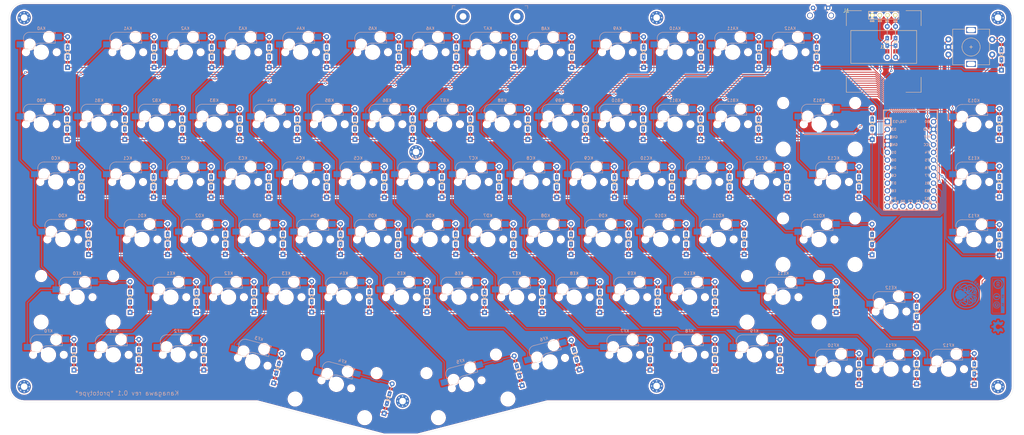
<source format=kicad_pcb>
(kicad_pcb (version 20171130) (host pcbnew "(5.1.10)-1")
  (layers (0 F.Cu signal) (31 B.Cu signal) (34 B.Paste user) (35 F.Paste user) (36 B.SilkS user) (37 F.SilkS user) (38 B.Mask user) (39 F.Mask user) (44 Edge.Cuts user))
  (net 0 "")
  (net 1 row00)
  (net 2 "Net-(DA0-Pad2)")
  (net 3 "Net-(DA1-Pad2)")
  (net 4 "Net-(DA2-Pad2)")
  (net 5 "Net-(DA3-Pad2)")
  (net 6 "Net-(DA4-Pad2)")
  (net 7 "Net-(DA5-Pad2)")
  (net 8 "Net-(DA6-Pad2)")
  (net 9 "Net-(DA7-Pad2)")
  (net 10 "Net-(DA8-Pad2)")
  (net 11 "Net-(DA9-Pad2)")
  (net 12 "Net-(DA10-Pad2)")
  (net 13 "Net-(DA11-Pad2)")
  (net 14 "Net-(DA12-Pad2)")
  (net 15 row01)
  (net 16 "Net-(DB0-Pad2)")
  (net 17 "Net-(DB1-Pad2)")
  (net 18 "Net-(DB2-Pad2)")
  (net 19 "Net-(DB3-Pad2)")
  (net 20 "Net-(DB4-Pad2)")
  (net 21 "Net-(DB5-Pad2)")
  (net 22 "Net-(DB6-Pad2)")
  (net 23 "Net-(DB7-Pad2)")
  (net 24 "Net-(DB8-Pad2)")
  (net 25 "Net-(DB9-Pad2)")
  (net 26 "Net-(DB10-Pad2)")
  (net 27 "Net-(DB11-Pad2)")
  (net 28 "Net-(DB12-Pad2)")
  (net 29 "Net-(DB13-Pad2)")
  (net 30 "Net-(DC0-Pad2)")
  (net 31 row02)
  (net 32 "Net-(DC1-Pad2)")
  (net 33 "Net-(DC2-Pad2)")
  (net 34 "Net-(DC3-Pad2)")
  (net 35 "Net-(DC4-Pad2)")
  (net 36 "Net-(DC5-Pad2)")
  (net 37 "Net-(DC6-Pad2)")
  (net 38 "Net-(DC7-Pad2)")
  (net 39 "Net-(DC8-Pad2)")
  (net 40 "Net-(DC9-Pad2)")
  (net 41 "Net-(DC10-Pad2)")
  (net 42 "Net-(DC11-Pad2)")
  (net 43 "Net-(DC12-Pad2)")
  (net 44 "Net-(DC13-Pad2)")
  (net 45 "Net-(DD0-Pad2)")
  (net 46 row03)
  (net 47 "Net-(DD1-Pad2)")
  (net 48 "Net-(DD2-Pad2)")
  (net 49 "Net-(DD3-Pad2)")
  (net 50 "Net-(DD4-Pad2)")
  (net 51 "Net-(DD5-Pad2)")
  (net 52 "Net-(DD6-Pad2)")
  (net 53 "Net-(DD7-Pad2)")
  (net 54 "Net-(DD8-Pad2)")
  (net 55 "Net-(DD9-Pad2)")
  (net 56 "Net-(DD10-Pad2)")
  (net 57 "Net-(DD11-Pad2)")
  (net 58 "Net-(DD12-Pad2)")
  (net 59 "Net-(DD13-Pad2)")
  (net 60 "Net-(DE0-Pad2)")
  (net 61 row04)
  (net 62 "Net-(DE1-Pad2)")
  (net 63 "Net-(DE2-Pad2)")
  (net 64 "Net-(DE3-Pad2)")
  (net 65 "Net-(DE4-Pad2)")
  (net 66 "Net-(DE5-Pad2)")
  (net 67 "Net-(DE6-Pad2)")
  (net 68 "Net-(DE7-Pad2)")
  (net 69 "Net-(DE8-Pad2)")
  (net 70 "Net-(DE9-Pad2)")
  (net 71 "Net-(DE10-Pad2)")
  (net 72 "Net-(DE11-Pad2)")
  (net 73 "Net-(DE12-Pad2)")
  (net 74 "Net-(DF0-Pad2)")
  (net 75 row05)
  (net 76 "Net-(DF1-Pad2)")
  (net 77 "Net-(DF2-Pad2)")
  (net 78 "Net-(DF3-Pad2)")
  (net 79 "Net-(DF4-Pad2)")
  (net 80 "Net-(DF5-Pad2)")
  (net 81 "Net-(DF6-Pad2)")
  (net 82 "Net-(DF7-Pad2)")
  (net 83 "Net-(DF8-Pad2)")
  (net 84 "Net-(DF9-Pad2)")
  (net 85 "Net-(DF10-Pad2)")
  (net 86 "Net-(DF11-Pad2)")
  (net 87 "Net-(DF12-Pad2)")
  (net 88 VCC)
  (net 89 GND)
  (net 90 SDA)
  (net 91 SCL)
  (net 92 ENCB)
  (net 93 ENCA)
  (net 94 col00)
  (net 95 col01)
  (net 96 col02)
  (net 97 col03)
  (net 98 col04)
  (net 99 col05)
  (net 100 col06)
  (net 101 col07)
  (net 102 col08)
  (net 103 col09)
  (net 104 col10)
  (net 105 col11)
  (net 106 col12)
  (net 107 "Net-(DE13-Pad2)")
  (net 108 "Net-(DF13-Pad2)")
  (net 109 /SW99B)
  (net 110 col13)
  (net 111 RESET)
  (module keyboard:Ciaanh_signature_back (layer B.Cu) (at 372.16 174.952 90)
    (fp_text reference LogoMiddle0 hide)
    (fp_text value LOGO hide)
    (fp_poly (pts (xy 1.768899 2.657999) (xy 1.852303 2.681611) (xy 1.910168 2.714551) (xy 1.929472 2.748243) (xy 1.921194 2.816398) (xy 1.899168 2.917594) (xy 1.867605 3.03735) (xy 1.830716 3.161188) (xy 1.792712 3.274629) (xy 1.757805 3.363194) (xy 1.74068 3.397383) (xy 1.632548 3.540802) (xy 1.503256 3.639039) (xy 1.371424 3.687572) (xy 1.186778 3.712717) (xy 1.030772 3.701549) (xy 0.922218 3.666463) (xy 0.856164 3.626012) (xy 0.773625 3.560856) (xy 0.685512 3.481504) (xy 0.602739 3.398462) (xy 0.536218 3.322236) (xy 0.496861 3.263334) (xy 0.492642 3.252857) (xy 0.499246 3.197124) (xy 0.542838 3.132357) (xy 0.61404 3.070282) (xy 0.661634 3.041506) (xy 0.697063 3.026267) (xy 0.72762 3.027713) (xy 0.764324 3.051741) (xy 0.818195 3.104243) (xy 0.858662 3.14689) (xy 0.991186 3.267144) (xy 1.11446 3.337788) (xy 1.227204 3.359384) (xy 1.328133 3.332495) (xy 1.415966 3.25768) (xy 1.489421 3.135503) (xy 1.547214 2.966525) (xy 1.575601 2.832857) (xy 1.593206 2.738155) (xy 1.608999 2.683068) (xy 1.628622 2.656962) (xy 1.657716 2.649199) (xy 1.673189 2.648848) (xy 1.768899 2.657999)) (layer B.Cu) (width 0.01))
    (fp_poly (pts (xy -0.011089 -3.40863) (xy 0.015686 -3.399332) (xy 0.085827 -3.382503) (xy 0.1605 -3.398412) (xy 0.199731 -3.408804) (xy 0.243149 -3.40944) (xy 0.30093 -3.39816) (xy 0.383252 -3.372803) (xy 0.500292 -3.33121) (xy 0.532101 -3.319522) (xy 0.739475 -3.24022) (xy 0.925014 -3.163648) (xy 1.081674 -3.092955) (xy 1.202412 -3.031288) (xy 1.268634 -2.990405) (xy 1.326001 -2.928494) (xy 1.39113 -2.820913) (xy 1.462252 -2.671893) (xy 1.537604 -2.485663) (xy 1.615419 -2.266453) (xy 1.693931 -2.018494) (xy 1.738797 -1.864216) (xy 1.809174 -1.614638) (xy 1.750295 -1.534016) (xy 1.714369 -1.48712) (xy 1.653143 -1.409628) (xy 1.573543 -1.310209) (xy 1.482499 -1.197536) (xy 1.422013 -1.123193) (xy 1.098724 -0.71712) (xy 0.794929 -0.315915) (xy 0.520055 0.067923) (xy 0.483151 0.121407) (xy 0.404693 0.23435) (xy 0.332704 0.33552) (xy 0.27376 0.415848) (xy 0.234438 0.466267) (xy 0.226659 0.475034) (xy 0.1919 0.506468) (xy 0.166419 0.503626) (xy 0.129931 0.463877) (xy 0.128659 0.462334) (xy 0.077913 0.400807) (xy 0.037052 0.457957) (xy 0 0.5) (xy -0.025359 0.515107) (xy -0.045894 0.495208) (xy -0.090281 0.439796) (xy -0.153706 0.355296) (xy -0.231354 0.248132) (xy -0.318411 0.124731) (xy -0.325345 0.11477) (xy -0.495636 -0.127382) (xy -0.663467 -0.360926) (xy -0.823676 -0.578915) (xy -0.9711 -0.774402) (xy -1.100579 -0.940438) (xy -1.196544 -1.057817) (xy -1.326845 -1.212316) (xy -1.427865 -1.333389) (xy -1.503175 -1.426356) (xy -1.556346 -1.496539) (xy -1.590949 -1.54926) (xy -1.610555 -1.589839) (xy -1.618733 -1.623599) (xy -1.619056 -1.655861) (xy -1.616179 -1.683181) (xy -1.602976 -1.746369) (xy -1.575638 -1.847279) (xy -1.537422 -1.975904) (xy -1.491585 -2.122237) (xy -1.441384 -2.27627) (xy -1.390076 -2.427996) (xy -1.340919 -2.567407) (xy -1.297168 -2.684497) (xy -1.264323 -2.764284) (xy -1.206416 -2.867941) (xy -1.138162 -2.951711) (xy -1.113368 -2.973365) (xy -1.025391 -3.029802) (xy -0.898831 -3.096388) (xy -0.743722 -3.16855) (xy -0.5701 -3.241713) (xy -0.388 -3.311302) (xy -0.316576 -3.336579) (xy -0.194922 -3.377317) (xy -0.110322 -3.401608) (xy -0.052478 -3.411397) (xy -0.011089 -3.40863)) (layer B.Cu) (width 0.01))
    (fp_poly (pts (xy 2.1462 -3.025643) (xy 2.261197 -2.969421) (xy 2.335936 -2.895351) (xy 2.373335 -2.839236) (xy 2.413016 -2.767424) (xy 2.445751 -2.698183) (xy 2.462312 -2.649779) (xy 2.462872 -2.644092) (xy 2.444426 -2.632497) (xy 2.397456 -2.646358) (xy 2.334509 -2.681235) (xy 2.310472 -2.697993) (xy 2.210415 -2.749772) (xy 2.116918 -2.755833) (xy 2.036814 -2.715935) (xy 2.028273 -2.707895) (xy 1.993108 -2.659957) (xy 1.985137 -2.601788) (xy 1.990683 -2.554182) (xy 2.014116 -2.46659) (xy 2.058849 -2.376724) (xy 2.128677 -2.280384) (xy 2.227393 -2.173374) (xy 2.358793 -2.051495) (xy 2.526671 -1.910549) (xy 2.688296 -1.782403) (xy 2.961359 -1.557005) (xy 3.188343 -1.341011) (xy 3.372293 -1.130889) (xy 3.516255 -0.923108) (xy 3.623275 -0.714136) (xy 3.635735 -0.683958) (xy 3.673903 -0.544951) (xy 3.693496 -0.376947) (xy 3.694531 -0.198226) (xy 3.677023 -0.027068) (xy 3.640989 0.118248) (xy 3.635016 0.134107) (xy 3.591999 0.226952) (xy 3.537706 0.322027) (xy 3.479706 0.408424) (xy 3.425569 0.475231) (xy 3.382865 0.51154) (xy 3.370675 0.515081) (xy 3.342134 0.494533) (xy 3.300858 0.441401) (xy 3.266792 0.386187) (xy 3.194412 0.257319) (xy 3.273142 0.109608) (xy 3.313118 0.028869) (xy 3.336783 -0.040309) (xy 3.348284 -0.117052) (xy 3.351768 -0.220488) (xy 3.351872 -0.253605) (xy 3.34692 -0.379561) (xy 3.33358 -0.493582) (xy 3.314636 -0.574643) (xy 3.236457 -0.739415) (xy 3.112117 -0.921036) (xy 2.941291 -1.119897) (xy 2.72365 -1.336387) (xy 2.531474 -1.508853) (xy 2.29049 -1.724184) (xy 2.092087 -1.917371) (xy 1.934565 -2.091163) (xy 1.816221 -2.248311) (xy 1.735355 -2.391563) (xy 1.690264 -2.523669) (xy 1.679247 -2.647377) (xy 1.700603 -2.765438) (xy 1.720854 -2.818662) (xy 1.788855 -2.929828) (xy 1.880091 -2.998972) (xy 2.003816 -3.032886) (xy 2.014529 -3.034184) (xy 2.1462 -3.025643)) (layer B.Cu) (width 0.01))
    (fp_poly (pts (xy -0.95351 0.951563) (xy -0.848037 0.964206) (xy -0.77841 0.982207) (xy -0.712331 1.01894) (xy -0.64835 1.06854) (xy -0.601143 1.118124) (xy -0.585128 1.151881) (xy -0.607398 1.167767) (xy -0.664023 1.188363) (xy -0.702541 1.199041) (xy -0.799389 1.229823) (xy -0.903996 1.272245) (xy -0.939478 1.289173) (xy -1.038929 1.348085) (xy -1.164469 1.435313) (xy -1.306456 1.54306) (xy -1.455248 1.663534) (xy -1.601201 1.78894) (xy -1.734673 1.911483) (xy -1.840637 2.017623) (xy -1.92516 2.104359) (xy -1.99967 2.175194) (xy -2.056188 2.222915) (xy -2.086733 2.24031) (xy -2.086986 2.240301) (xy -2.131013 2.23101) (xy -2.200815 2.209983) (xy -2.231624 2.199469) (xy -2.300618 2.168914) (xy -2.346595 2.137124) (xy -2.354821 2.125719) (xy -2.347975 2.079674) (xy -2.30714 2.006418) (xy -2.237035 1.911643) (xy -2.142378 1.801039) (xy -2.027888 1.680295) (xy -1.898283 1.555102) (xy -1.831439 1.494523) (xy -1.715987 1.389905) (xy -1.603724 1.284248) (xy -1.505027 1.187587) (xy -1.430271 1.109955) (xy -1.409185 1.08623) (xy -1.290158 0.946907) (xy -1.076527 0.946907) (xy -0.95351 0.951563)) (layer B.Cu) (width 0.01))
    (fp_poly (pts (xy 2.132105 -1.74444) (xy 2.155814 -1.729745) (xy 2.22233 -1.681761) (xy 2.288489 -1.625962) (xy 2.321382 -1.592408) (xy 2.340298 -1.558505) (xy 2.347941 -1.510756) (xy 2.347013 -1.435665) (xy 2.342498 -1.3562) (xy 2.338776 -1.224443) (xy 2.346773 -1.102842) (xy 2.369284 -0.984563) (xy 2.409103 -0.86277) (xy 2.469026 -0.730627) (xy 2.551848 -0.5813) (xy 2.660363 -0.407954) (xy 2.797367 -0.203753) (xy 2.837632 -0.145293) (xy 3.039758 0.160223) (xy 3.202772 0.435867) (xy 3.327508 0.683151) (xy 3.413801 0.900585) (xy 3.448776 1.01909) (xy 3.468961 1.129172) (xy 3.477713 1.253596) (xy 3.478872 1.342146) (xy 3.477841 1.455703) (xy 3.472052 1.53944) (xy 3.457457 1.610718) (xy 3.430009 1.6869) (xy 3.385659 1.785349) (xy 3.365696 1.827645) (xy 3.286313 1.973765) (xy 3.191882 2.113432) (xy 3.08912 2.239516) (xy 2.984745 2.344886) (xy 2.885473 2.422414) (xy 2.798023 2.464967) (xy 2.759704 2.470907) (xy 2.731774 2.445968) (xy 2.704585 2.372997) (xy 2.691338 2.317877) (xy 2.675834 2.236842) (xy 2.667932 2.178843) (xy 2.668817 2.1581) (xy 2.848969 2.009848) (xy 2.983065 1.840245) (xy 3.071467 1.648551) (xy 3.114535 1.434025) (xy 3.116261 1.240321) (xy 3.108395 1.150426) (xy 3.095644 1.066324) (xy 3.075492 0.982722) (xy 3.045426 0.894327) (xy 3.00293 0.795843) (xy 2.94549 0.681978) (xy 2.87059 0.547437) (xy 2.775716 0.386925) (xy 2.658353 0.19515) (xy 2.515986 -0.033183) (xy 2.496696 -0.063939) (xy 2.362141 -0.283046) (xy 2.255286 -0.46945) (xy 2.173191 -0.630967) (xy 2.112918 -0.775417) (xy 2.071528 -0.910616) (xy 2.046081 -1.044382) (xy 2.033639 -1.184533) (xy 2.031072 -1.302525) (xy 2.033853 -1.426773) (xy 2.041345 -1.542695) (xy 2.052272 -1.634247) (xy 2.060564 -1.672936) (xy 2.080938 -1.7347) (xy 2.100281 -1.755848) (xy 2.132105 -1.74444)) (layer B.Cu) (width 0.01))
    (fp_poly (pts (xy 0.839784 1.258286) (xy 0.903721 1.277513) (xy 0.945042 1.295682) (xy 0.968191 1.322936) (xy 0.979566 1.373344) (xy 0.985371 1.457079) (xy 0.997757 1.562578) (xy 1.021235 1.666187) (xy 1.038953 1.717022) (xy 1.12677 1.859131) (xy 1.258881 1.988515) (xy 1.429674 2.101944) (xy 1.633538 2.196184) (xy 1.864862 2.268005) (xy 2.062758 2.306681) (xy 2.150843 2.342683) (xy 2.209094 2.417004) (xy 2.233706 2.524343) (xy 2.234272 2.545845) (xy 2.234272 2.623307) (xy 2.024722 2.621635) (xy 1.903442 2.616013) (xy 1.780748 2.60278) (xy 1.681712 2.584703) (xy 1.675472 2.583107) (xy 1.522483 2.533577) (xy 1.370822 2.464343) (xy 1.213593 2.371005) (xy 1.043905 2.249164) (xy 0.854864 2.094422) (xy 0.711644 1.96807) (xy 0.573317 1.843178) (xy 0.600211 1.642692) (xy 0.618591 1.532152) (xy 0.641885 1.428271) (xy 0.665332 1.352) (xy 0.667392 1.346957) (xy 0.70733 1.280767) (xy 0.761317 1.252232) (xy 0.839784 1.258286)) (layer B.Cu) (width 0.01))
    (fp_poly (pts (xy -2.573693 -2.267466) (xy -2.396861 -2.214158) (xy -2.230207 -2.124465) (xy -2.085038 -2.006793) (xy -1.972663 -1.869546) (xy -1.928563 -1.787932) (xy -1.900082 -1.712351) (xy -1.88079 -1.6293) (xy -1.868391 -1.524766) (xy -1.860585 -1.384733) (xy -1.860036 -1.370109) (xy -1.85659 -1.235381) (xy -1.858983 -1.134059) (xy -1.869129 -1.0489) (xy -1.888947 -0.962662) (xy -1.915085 -0.874809) (xy -1.955781 -0.764022) (xy -2.014145 -0.629188) (xy -2.081443 -0.489658) (xy -2.131352 -0.395671) (xy -2.21235 -0.254827) (xy -2.298869 -0.11189) (xy -2.386367 0.026414) (xy -2.470305 0.153356) (xy -2.546143 0.262207) (xy -2.609339 0.346238) (xy -2.655354 0.398722) (xy -2.677386 0.413507) (xy -2.716201 0.399463) (xy -2.777843 0.363638) (xy -2.816518 0.337147) (xy -2.876456 0.290306) (xy -2.914492 0.254) (xy -2.921614 0.241897) (xy -2.907834 0.215085) (xy -2.87032 0.154945) (xy -2.814441 0.069787) (xy -2.745565 -0.032081) (xy -2.728868 -0.056393) (xy -2.586972 -0.264102) (xy -2.472115 -0.437114) (xy -2.381242 -0.58166) (xy -2.311296 -0.703967) (xy -2.259221 -0.810267) (xy -2.221963 -0.906788) (xy -2.196466 -0.99976) (xy -2.179673 -1.095412) (xy -2.168656 -1.198468) (xy -2.162116 -1.37854) (xy -2.178003 -1.524101) (xy -2.218516 -1.64724) (xy -2.265449 -1.730744) (xy -2.37207 -1.85286) (xy -2.49588 -1.93173) (xy -2.62908 -1.968335) (xy -2.763869 -1.963657) (xy -2.892446 -1.918679) (xy -3.007013 -1.834382) (xy -3.099767 -1.711748) (xy -3.141601 -1.620457) (xy -3.17768 -1.530294) (xy -3.20478 -1.485834) (xy -3.227027 -1.483696) (xy -3.248548 -1.520504) (xy -3.252234 -1.52987) (xy -3.267981 -1.609705) (xy -3.255511 -1.702246) (xy -3.212698 -1.817049) (xy -3.16863 -1.906174) (xy -3.068238 -2.056036) (xy -2.947083 -2.169941) (xy -2.811789 -2.243868) (xy -2.668978 -2.273795) (xy -2.573693 -2.267466)) (layer B.Cu) (width 0.01))
    (fp_poly (pts (xy -0.499416 1.356649) (xy -0.473964 1.440811) (xy -0.451382 1.543436) (xy -0.43373 1.650337) (xy -0.423066 1.747327) (xy -0.421452 1.820218) (xy -0.427652 1.85096) (xy -0.459727 1.888703) (xy -0.523438 1.949927) (xy -0.61004 2.027295) (xy -0.710785 2.113472) (xy -0.816925 2.20112) (xy -0.919714 2.282904) (xy -1.010403 2.351486) (xy -1.080247 2.399531) (xy -1.085779 2.402942) (xy -1.178278 2.456339) (xy -1.262801 2.500245) (xy -1.329186 2.529902) (xy -1.367272 2.540551) (xy -1.372528 2.537245) (xy -1.376857 2.50957) (xy -1.387953 2.44794) (xy -1.397225 2.398417) (xy -1.408881 2.317126) (xy -1.411388 2.25328) (xy -1.408115 2.232217) (xy -1.381129 2.201642) (xy -1.322686 2.154234) (xy -1.244726 2.099564) (xy -1.233785 2.092426) (xy -1.058355 1.9598) (xy -0.931573 1.81917) (xy -0.851544 1.667634) (xy -0.816372 1.502292) (xy -0.814286 1.450056) (xy -0.810194 1.368945) (xy -0.800211 1.310398) (xy -0.790435 1.291108) (xy -0.752647 1.279102) (xy -0.685026 1.265865) (xy -0.653984 1.261202) (xy -0.540827 1.245692) (xy -0.499416 1.356649)) (layer B.Cu) (width 0.01))
    (fp_poly (pts (xy -3.097573 0.721971) (xy -3.030397 0.752932) (xy -3.022887 0.756732) (xy -2.952123 0.794947) (xy -2.902122 0.826335) (xy -2.887804 0.838875) (xy -2.887189 0.872521) (xy -2.898494 0.938506) (xy -2.912901 0.998108) (xy -2.937665 1.151437) (xy -2.941856 1.349675) (xy -2.940882 1.378707) (xy -2.93394 1.502159) (xy -2.921864 1.592699) (xy -2.900663 1.668197) (xy -2.866349 1.746529) (xy -2.85277 1.773511) (xy -2.797429 1.868711) (xy -2.734537 1.95831) (xy -2.689261 2.010744) (xy -2.561117 2.10996) (xy -2.398135 2.194928) (xy -2.215652 2.259341) (xy -2.029007 2.296896) (xy -1.982128 2.301451) (xy -1.842428 2.311739) (xy -1.827304 2.623307) (xy -2.025366 2.622357) (xy -2.203566 2.609805) (xy -2.364444 2.570894) (xy -2.388564 2.562595) (xy -2.556309 2.497269) (xy -2.688655 2.430983) (xy -2.800383 2.354874) (xy -2.906275 2.260078) (xy -2.92565 2.240557) (xy -3.043518 2.097445) (xy -3.151618 1.924598) (xy -3.239883 1.74069) (xy -3.298247 1.564396) (xy -3.304048 1.538579) (xy -3.322911 1.361752) (xy -3.31409 1.168656) (xy -3.27959 0.983636) (xy -3.251165 0.896107) (xy -3.210571 0.795992) (xy -3.177928 0.737559) (xy -3.143506 0.714866) (xy -3.097573 0.721971)) (layer B.Cu) (width 0.01))
    (fp_poly (pts (xy -1.703339 -2.988147) (xy -1.610398 -2.909957) (xy -1.564177 -2.845498) (xy -1.536742 -2.786893) (xy -1.522379 -2.693004) (xy -1.523944 -2.57781) (xy -1.540124 -2.46779) (xy -1.554969 -2.418593) (xy -1.595887 -2.332887) (xy -1.652886 -2.236917) (xy -1.718448 -2.140784) (xy -1.785058 -2.054587) (xy -1.8452 -1.988428) (xy -1.891357 -1.952406) (xy -1.90464 -1.948693) (xy -1.931635 -1.96537) (xy -1.977152 -2.006753) (xy -1.990076 -2.019933) (xy -2.045093 -2.09362) (xy -2.053436 -2.153973) (xy -2.01589 -2.205933) (xy -1.977875 -2.247214) (xy -1.928412 -2.313455) (xy -1.90159 -2.353716) (xy -1.854215 -2.45149) (xy -1.829672 -2.552211) (xy -1.828733 -2.642919) (xy -1.852171 -2.710653) (xy -1.878859 -2.7352) (xy -1.966568 -2.759862) (xy -2.061149 -2.740313) (xy -2.15848 -2.683423) (xy -2.221106 -2.641895) (xy -2.265927 -2.619279) (xy -2.279123 -2.618221) (xy -2.282137 -2.65268) (xy -2.264182 -2.714555) (xy -2.231595 -2.788425) (xy -2.190714 -2.858867) (xy -2.16742 -2.890051) (xy -2.060094 -2.985146) (xy -1.942212 -3.033364) (xy -1.820913 -3.034449) (xy -1.703339 -2.988147)) (layer B.Cu) (width 0.01))
    (fp_poly (pts (xy 2.239087 1.703842) (xy 2.29246 1.759317) (xy 2.358263 1.841636) (xy 2.429541 1.942502) (xy 2.45527 1.981864) (xy 2.529912 2.117232) (xy 2.593429 2.26756) (xy 2.640067 2.416333) (xy 2.664076 2.547035) (xy 2.666072 2.587106) (xy 2.646377 2.750645) (xy 2.591968 2.91806) (xy 2.509852 3.076199) (xy 2.407039 3.211909) (xy 2.290539 3.312036) (xy 2.274492 3.321907) (xy 2.194556 3.358657) (xy 2.100958 3.387102) (xy 2.007675 3.404863) (xy 1.928686 3.409565) (xy 1.877968 3.39883) (xy 1.869363 3.390794) (xy 1.861559 3.34466) (xy 1.864635 3.330449) (xy 1.877843 3.285692) (xy 1.896973 3.214801) (xy 1.903751 3.188626) (xy 1.935532 3.106077) (xy 1.986947 3.054438) (xy 2.012955 3.039676) (xy 2.156632 2.946559) (xy 2.25318 2.835709) (xy 2.302649 2.706773) (xy 2.305086 2.559398) (xy 2.260543 2.393232) (xy 2.169067 2.207921) (xy 2.136472 2.154784) (xy 2.092726 2.078443) (xy 2.063668 2.01308) (xy 2.056472 1.982489) (xy 2.067024 1.935677) (xy 2.093659 1.867828) (xy 2.128841 1.7941) (xy 2.165037 1.729648) (xy 2.194711 1.689629) (xy 2.205101 1.683507) (xy 2.239087 1.703842)) (layer B.Cu) (width 0.01))
    (fp_poly (pts (xy 2.598241 1.175051) (xy 2.6271 1.186206) (xy 2.715454 1.249293) (xy 2.772107 1.347839) (xy 2.793034 1.474699) (xy 2.793072 1.480715) (xy 2.783954 1.575304) (xy 2.760679 1.642907) (xy 2.729364 1.678798) (xy 2.696126 1.678249) (xy 2.667081 1.636533) (xy 2.653925 1.588257) (xy 2.616513 1.479604) (xy 2.553069 1.414564) (xy 2.463651 1.393175) (xy 2.378223 1.406174) (xy 2.281034 1.457203) (xy 2.188107 1.551036) (xy 2.104442 1.679682) (xy 2.035036 1.835149) (xy 1.984886 2.009447) (xy 1.977388 2.047047) (xy 1.959324 2.137108) (xy 1.942713 2.187863) (xy 1.921271 2.210214) (xy 1.888713 2.215063) (xy 1.880631 2.214901) (xy 1.805542 2.204235) (xy 1.745322 2.187385) (xy 1.699207 2.157143) (xy 1.677623 2.104733) (xy 1.680223 2.023532) (xy 1.706661 1.906919) (xy 1.727071 1.838476) (xy 1.8148 1.615309) (xy 1.924084 1.435485) (xy 2.053918 1.300223) (xy 2.2033 1.21074) (xy 2.261869 1.189907) (xy 2.394457 1.158355) (xy 2.500913 1.153461) (xy 2.598241 1.175051)) (layer B.Cu) (width 0.01))
    (fp_poly (pts (xy 0.939613 2.60619) (xy 1.012484 2.622564) (xy 1.076945 2.648296) (xy 1.164918 2.692511) (xy 1.262503 2.747098) (xy 1.355797 2.803947) (xy 1.4309 2.854945) (xy 1.473604 2.891613) (xy 1.487533 2.92648) (xy 1.480463 2.982086) (xy 1.457274 3.054636) (xy 1.4283 3.125725) (xy 1.402895 3.171998) (xy 1.391501 3.182107) (xy 1.3617 3.169685) (xy 1.300951 3.136812) (xy 1.221309 3.090081) (xy 1.204941 3.080121) (xy 1.034414 2.989828) (xy 0.8855 2.942888) (xy 0.753361 2.939283) (xy 0.633161 2.978995) (xy 0.520063 3.062006) (xy 0.504083 3.077518) (xy 0.409472 3.199608) (xy 0.365472 3.326015) (xy 0.37208 3.4567) (xy 0.429294 3.59162) (xy 0.537112 3.730736) (xy 0.538315 3.73201) (xy 0.66684 3.867907) (xy 0.578012 3.867907) (xy 0.492527 3.8521) (xy 0.407019 3.81267) (xy 0.402878 3.809949) (xy 0.340336 3.753263) (xy 0.276595 3.673001) (xy 0.247315 3.625799) (xy 0.206837 3.540732) (xy 0.185549 3.45887) (xy 0.178067 3.35669) (xy 0.177713 3.321807) (xy 0.198846 3.137834) (xy 0.259053 2.972869) (xy 0.352433 2.831853) (xy 0.473082 2.719733) (xy 0.615096 2.641453) (xy 0.772574 2.601957) (xy 0.939613 2.60619)) (layer B.Cu) (width 0.01))
    (fp_poly (pts (xy -2.150723 1.172822) (xy -2.053737 1.202456) (xy -1.958579 1.243554) (xy -1.877307 1.289417) (xy -1.82198 1.333347) (xy -1.804328 1.365228) (xy -1.82261 1.401169) (xy -1.868924 1.451954) (xy -1.897448 1.477165) (xy -1.990567 1.553922) (xy -2.061903 1.493897) (xy -2.137623 1.443541) (xy -2.222484 1.404438) (xy -2.22556 1.403403) (xy -2.292784 1.386507) (xy -2.340659 1.394558) (xy -2.384955 1.42265) (xy -2.442239 1.489914) (xy -2.477614 1.576005) (xy -2.500298 1.656115) (xy -2.521488 1.691451) (xy -2.54812 1.687335) (xy -2.581301 1.655596) (xy -2.614148 1.598584) (xy -2.628458 1.513609) (xy -2.629828 1.462856) (xy -2.626388 1.377431) (xy -2.610777 1.32199) (xy -2.575066 1.275897) (xy -2.548402 1.250985) (xy -2.434758 1.180892) (xy -2.299888 1.155681) (xy -2.150723 1.172822)) (layer B.Cu) (width 0.01))
    (fp_poly (pts (xy 1.228263 0.951316) (xy 1.343424 0.955724) (xy 1.419152 0.961899) (xy 1.466796 0.972991) (xy 1.497706 0.992152) (xy 1.52323 1.022533) (xy 1.532578 1.035807) (xy 1.577106 1.091342) (xy 1.644721 1.166244) (xy 1.721469 1.24511) (xy 1.728175 1.251707) (xy 1.87075 1.391407) (xy 1.789613 1.525188) (xy 1.744901 1.597657) (xy 1.710485 1.651148) (xy 1.695721 1.671724) (xy 1.671499 1.662691) (xy 1.614769 1.628745) (xy 1.533855 1.575194) (xy 1.437083 1.507343) (xy 1.431569 1.503376) (xy 1.236491 1.370788) (xy 1.069117 1.274645) (xy 0.924625 1.212372) (xy 0.843622 1.189468) (xy 0.787664 1.171566) (xy 0.76136 1.151922) (xy 0.761072 1.150068) (xy 0.778878 1.123018) (xy 0.824797 1.075762) (xy 0.869022 1.035846) (xy 0.976972 0.943026) (xy 1.228263 0.951316)) (layer B.Cu) (width 0.01))
    (fp_poly (pts (xy -2.39061 -1.80224) (xy -2.345139 -1.753267) (xy -2.326717 -1.728034) (xy -2.263074 -1.634375) (xy -2.612519 -1.277184) (xy -2.782272 -1.098913) (xy -2.916209 -0.946619) (xy -3.018245 -0.81462) (xy -3.092294 -0.697235) (xy -3.14227 -0.588784) (xy -3.172087 -0.483584) (xy -3.176645 -0.458392) (xy -3.190707 -0.239945) (xy -3.160009 -0.042986) (xy -3.086777 0.130308) (xy -2.973237 0.277762) (xy -2.821615 0.397199) (xy -2.634136 0.486443) (xy -2.413026 0.543319) (xy -2.160512 0.565651) (xy -2.128848 0.565907) (xy -1.938929 0.55825) (xy -1.755115 0.536714) (xy -1.585506 0.503445) (xy -1.438202 0.460595) (xy -1.321304 0.41031) (xy -1.242913 0.354739) (xy -1.220285 0.324899) (xy -1.197078 0.239989) (xy -1.217154 0.167247) (xy -1.273177 0.11455) (xy -1.357809 0.089776) (xy -1.435156 0.094167) (xy -1.499462 0.11898) (xy -1.57009 0.164345) (xy -1.632258 0.218291) (xy -1.67118 0.268844) (xy -1.677328 0.290274) (xy -1.688311 0.31642) (xy -1.71736 0.305466) (xy -1.758626 0.265133) (xy -1.80626 0.203139) (xy -1.854414 0.127204) (xy -1.897238 0.045046) (xy -1.928884 -0.035614) (xy -1.931909 -0.045718) (xy -1.951332 -0.160388) (xy -1.955403 -0.29816) (xy -1.944735 -0.435265) (xy -1.919939 -0.547933) (xy -1.918911 -0.550894) (xy -1.889631 -0.612137) (xy -1.841405 -0.691449) (xy -1.782203 -0.778041) (xy -1.71999 -0.861125) (xy -1.662737 -0.92991) (xy -1.61841 -0.973609) (xy -1.599425 -0.983493) (xy -1.578311 -0.961712) (xy -1.561751 -0.913643) (xy -1.514975 -0.750668) (xy -1.454666 -0.636338) (xy -1.380539 -0.570253) (xy -1.303377 -0.551693) (xy -1.262511 -0.547005) (xy -1.248298 -0.525264) (xy -1.258008 -0.474959) (xy -1.273865 -0.427187) (xy -1.291301 -0.359552) (xy -1.285566 -0.333787) (xy -1.261242 -0.352707) (xy -1.231771 -0.401339) (xy -1.199336 -0.505524) (xy -1.1904 -0.633827) (xy -1.20558 -0.765011) (xy -1.219729 -0.817184) (xy -1.236554 -0.879861) (xy -1.239917 -0.9191) (xy -1.238107 -0.923182) (xy -1.216296 -0.911818) (xy -1.170751 -0.867059) (xy -1.107601 -0.796606) (xy -1.032972 -0.708158) (xy -0.952993 -0.609417) (xy -0.873791 -0.508084) (xy -0.801495 -0.411859) (xy -0.742232 -0.328444) (xy -0.702129 -0.26554) (xy -0.687317 -0.230991) (xy -0.707122 -0.218934) (xy -0.7686 -0.232424) (xy -0.799619 -0.242984) (xy -0.869502 -0.263547) (xy -0.918582 -0.269609) (xy -0.929879 -0.266209) (xy -0.935648 -0.23031) (xy -0.925141 -0.164162) (xy -0.902856 -0.083874) (xy -0.873289 -0.005558) (xy -0.840937 0.054677) (xy -0.839918 0.056109) (xy -0.799872 0.092464) (xy -0.724606 0.144391) (xy -0.624565 0.205211) (xy -0.510197 0.268242) (xy -0.499535 0.273807) (xy -0.206138 0.426207) (xy -0.102291 0.703485) (xy -0.034667 0.903027) (xy 0.010061 1.086438) (xy 0.033917 1.269672) (xy 0.038924 1.468684) (xy 0.027105 1.699429) (xy 0.025921 1.714433) (xy 0.004356 1.933295) (xy -0.025555 2.166148) (xy -0.061304 2.396836) (xy -0.100388 2.609202) (xy -0.1403 2.78709) (xy -0.140636 2.788407) (xy -0.202293 2.973068) (xy -0.28972 3.155773) (xy -0.396068 3.326629) (xy -0.514489 3.475742) (xy -0.638135 3.59322) (xy -0.745691 3.66251) (xy -0.854524 3.696906) (xy -0.988167 3.713266) (xy -1.12342 3.710162) (xy -1.220293 3.691774) (xy -1.353313 3.63593) (xy -1.460869 3.560597) (xy -1.498716 3.52027) (xy -1.553189 3.451019) (xy -1.406645 3.376918) (xy -1.321962 3.336791) (xy -1.264399 3.31913) (xy -1.217332 3.320575) (xy -1.181161 3.331362) (xy -1.076776 3.356925) (xy -0.982726 3.347552) (xy -0.89201 3.310168) (xy -0.750163 3.209456) (xy -0.630224 3.063826) (xy -0.532586 2.87438) (xy -0.457639 2.642219) (xy -0.405777 2.368443) (xy -0.37739 2.054153) (xy -0.371802 1.848607) (xy -0.369228 1.442207) (xy -0.451532 1.273991) (xy -0.509941 1.17078) (xy -0.580061 1.069579) (xy -0.638671 1.000941) (xy -0.693516 0.947954) (xy -0.737413 0.916722) (xy -0.786765 0.901478) (xy -0.857972 0.896455) (xy -0.937367 0.895925) (xy -1.034614 0.89785) (xy -1.167022 0.903256) (xy -1.319129 0.911378) (xy -1.475476 0.921456) (xy -1.519829 0.924667) (xy -1.89275 0.938046) (xy -2.227165 0.919541) (xy -2.524354 0.868849) (xy -2.7856 0.78567) (xy -3.012183 0.669703) (xy -3.19407 0.531114) (xy -3.344215 0.36128) (xy -3.449875 0.166994) (xy -3.510953 -0.051491) (xy -3.52735 -0.293922) (xy -3.525963 -0.332073) (xy -3.500384 -0.540662) (xy -3.442527 -0.737238) (xy -3.348793 -0.928779) (xy -3.215585 -1.122264) (xy -3.039305 -1.324673) (xy -2.98582 -1.379776) (xy -2.87859 -1.483383) (xy -2.766826 -1.583181) (xy -2.658352 -1.673008) (xy -2.560989 -1.746704) (xy -2.482558 -1.798107) (xy -2.430884 -1.821058) (xy -2.42475 -1.821693) (xy -2.39061 -1.80224)) (layer B.Cu) (width 0.01))
    (fp_poly (pts (xy -0.084596 2.975667) (xy -0.057456 3.029298) (xy -0.032166 3.108759) (xy -0.01239 3.201714) (xy -0.001792 3.295825) (xy -0.000928 3.327176) (xy -0.022766 3.478656) (xy -0.082814 3.62596) (xy -0.172879 3.752994) (xy -0.25423 3.824622) (xy -0.312868 3.852441) (xy -0.377672 3.866191) (xy -0.431616 3.864443) (xy -0.457675 3.845768) (xy -0.458128 3.84173) (xy -0.44048 3.810728) (xy -0.395754 3.762071) (xy -0.367931 3.73636) (xy -0.286933 3.653739) (xy -0.236554 3.568296) (xy -0.210422 3.464386) (xy -0.202196 3.329418) (xy -0.194504 3.20004) (xy -0.175936 3.089114) (xy -0.149027 3.006781) (xy -0.11631 2.963182) (xy -0.10992 2.960204) (xy -0.084596 2.975667)) (layer B.Cu) (width 0.01))
    (fp_poly (pts (xy 0.600466 -4.240612) (xy 0.973914 -4.181374) (xy 1.261722 -4.114144) (xy 1.533367 -4.02999) (xy 1.806464 -3.922732) (xy 2.094572 -3.78821) (xy 2.507839 -3.554839) (xy 2.889853 -3.282559) (xy 3.238624 -2.973987) (xy 3.552162 -2.631739) (xy 3.828479 -2.25843) (xy 4.065585 -1.856675) (xy 4.261491 -1.429091) (xy 4.414209 -0.978293) (xy 4.499296 -0.626096) (xy 4.519738 -0.51805) (xy 4.534862 -0.418455) (xy 4.545417 -0.316498) (xy 4.552151 -0.201364) (xy 4.555812 -0.062242) (xy 4.557149 0.111681) (xy 4.557186 0.210307) (xy 4.554716 0.457891) (xy 4.546807 0.666991) (xy 4.531799 0.849781) (xy 4.508032 1.018435) (xy 4.473847 1.185127) (xy 4.427585 1.362032) (xy 4.377265 1.530366) (xy 4.217348 1.972436) (xy 4.022014 2.380534) (xy 3.787932 2.760071) (xy 3.511772 3.116459) (xy 3.196154 3.449386) (xy 2.853588 3.751752) (xy 2.498454 4.009439) (xy 2.12498 4.225422) (xy 1.727397 4.402674) (xy 1.299933 4.54417) (xy 0.875372 4.645311) (xy 0.748044 4.664129) (xy 0.582258 4.678928) (xy 0.39021 4.689514) (xy 0.184099 4.695691) (xy -0.023878 4.697267) (xy -0.221524 4.694045) (xy -0.396642 4.685832) (xy -0.537033 4.672433) (xy -0.565098 4.668279) (xy -1.047098 4.565816) (xy -1.506143 4.419501) (xy -1.940332 4.23038) (xy -2.347763 3.999499) (xy -2.726535 3.727904) (xy -3.074745 3.41664) (xy -3.317211 3.154853) (xy -3.610205 2.773916) (xy -3.858711 2.371068) (xy -4.061966 1.94948) (xy -4.21921 1.512324) (xy -4.32968 1.062771) (xy -4.392615 0.603995) (xy -4.402933 0.276348) (xy -4.036727 0.276348) (xy -4.028055 0.537246) (xy -4.007909 0.782772) (xy -3.976542 0.997833) (xy -3.966229 1.048507) (xy -3.843809 1.494475) (xy -3.678168 1.917226) (xy -3.471837 2.31438) (xy -3.227345 2.683557) (xy -2.947221 3.022379) (xy -2.633994 3.328464) (xy -2.290194 3.599434) (xy -1.91835 3.83291) (xy -1.520991 4.026512) (xy -1.100647 4.17786) (xy -0.659847 4.284575) (xy -0.497797 4.311439) (xy -0.324023 4.330394) (xy -0.121239 4.342296) (xy 0.093195 4.346938) (xy 0.301917 4.344112) (xy 0.487567 4.33361) (xy 0.575084 4.324286) (xy 1.031272 4.239559) (xy 1.468192 4.109362) (xy 1.883167 3.935603) (xy 2.273517 3.720189) (xy 2.636564 3.465026) (xy 2.969629 3.172021) (xy 3.270034 2.843081) (xy 3.535099 2.480113) (xy 3.762148 2.085024) (xy 3.784971 2.039107) (xy 3.967148 1.611705) (xy 4.099173 1.176776) (xy 4.180933 0.735326) (xy 4.212313 0.288363) (xy 4.193199 -0.163104) (xy 4.123477 -0.618069) (xy 4.098772 -0.729493) (xy 3.973543 -1.154019) (xy 3.803507 -1.559813) (xy 3.591821 -1.943698) (xy 3.341642 -2.302497) (xy 3.056126 -2.633035) (xy 2.73843 -2.932135) (xy 2.391711 -3.19662) (xy 2.019127 -3.423314) (xy 1.623834 -3.609041) (xy 1.208988 -3.750623) (xy 1.057357 -3.789729) (xy 0.758889 -3.850652) (xy 0.474261 -3.887045) (xy 0.182053 -3.900904) (xy -0.087729 -3.896482) (xy -0.538062 -3.853911) (xy -0.973503 -3.764421) (xy -1.391335 -3.630409) (xy -1.788845 -3.454273) (xy -2.163318 -3.238413) (xy -2.512038 -2.985228) (xy -2.832291 -2.697115) (xy -3.121363 -2.376473) (xy -3.376537 -2.025701) (xy -3.5951 -1.647197) (xy -3.774336 -1.243361) (xy -3.91153 -0.816589) (xy -3.991363 -0.447638) (xy -4.018635 -0.231188) (xy -4.033671 0.015172) (xy -4.036727 0.276348) (xy -4.402933 0.276348) (xy -4.407254 0.139167) (xy -4.372836 -0.328543) (xy -4.288599 -0.79596) (xy -4.277104 -0.843793) (xy -4.210625 -1.092517) (xy -4.138886 -1.312478) (xy -4.053857 -1.525635) (xy -3.947507 -1.753951) (xy -3.935308 -1.778627) (xy -3.70362 -2.189921) (xy -3.434647 -2.568967) (xy -3.131596 -2.914195) (xy -2.797671 -3.224038) (xy -2.43608 -3.496926) (xy -2.050027 -3.73129) (xy -1.642718 -3.925562) (xy -1.217358 -4.078171) (xy -0.777155 -4.18755) (xy -0.325312 -4.252129) (xy 0.134963 -4.270339) (xy 0.600466 -4.240612)) (layer B.Cu) (width 0.01))
    (fp_poly (pts (xy 1.793824 -0.95149) (xy 1.859491 -0.887466) (xy 1.882722 -0.862843) (xy 1.996211 -0.724613) (xy 2.069275 -0.59042) (xy 2.108247 -0.444449) (xy 2.119465 -0.271795) (xy 2.116499 -0.153053) (xy 2.105722 -0.065417) (xy 2.083327 0.010649) (xy 2.049719 0.086124) (xy 2.004256 0.169938) (xy 1.958429 0.240048) (xy 1.930525 0.272853) (xy 1.896768 0.298984) (xy 1.869943 0.297075) (xy 1.833923 0.262323) (xy 1.813096 0.237872) (xy 1.722651 0.153085) (xy 1.627972 0.101879) (xy 1.537336 0.083907) (xy 1.459021 0.098822) (xy 1.401302 0.146278) (xy 1.372457 0.225929) (xy 1.370672 0.256396) (xy 1.395718 0.333592) (xy 1.470487 0.403128) (xy 1.594427 0.464611) (xy 1.726272 0.507107) (xy 1.839776 0.528641) (xy 1.988804 0.54375) (xy 2.158438 0.552032) (xy 2.333761 0.553087) (xy 2.499854 0.546514) (xy 2.641801 0.531912) (xy 2.642978 0.531735) (xy 2.784985 0.510263) (xy 2.824303 0.595235) (xy 2.865755 0.6912) (xy 2.883116 0.753268) (xy 2.877387 0.791712) (xy 2.849571 0.816803) (xy 2.846103 0.818712) (xy 2.72782 0.863586) (xy 2.562007 0.896919) (xy 2.348279 0.918736) (xy 2.08625 0.929061) (xy 1.775535 0.927918) (xy 1.41575 0.915334) (xy 1.370672 0.913127) (xy 1.214638 0.905649) (xy 1.100634 0.901662) (xy 1.019976 0.901686) (xy 0.96398 0.906239) (xy 0.923962 0.915841) (xy 0.89124 0.93101) (xy 0.871561 0.942959) (xy 0.788916 1.015524) (xy 0.705027 1.123795) (xy 0.629797 1.253917) (xy 0.596456 1.327907) (xy 0.570474 1.423274) (xy 0.55128 1.557511) (xy 0.539366 1.719077) (xy 0.535221 1.896434) (xy 0.539337 2.078042) (xy 0.552205 2.252362) (xy 0.555772 2.284497) (xy 0.58519 2.533935) (xy 0.463581 2.641145) (xy 0.396341 2.69704) (xy 0.34194 2.736183) (xy 0.314731 2.749331) (xy 0.300421 2.726044) (xy 0.280734 2.661158) (xy 0.257871 2.563306) (xy 0.234032 2.441121) (xy 0.229207 2.413757) (xy 0.189677 2.159109) (xy 0.159533 1.90948) (xy 0.139129 1.672294) (xy 0.128819 1.45498) (xy 0.128959 1.264962) (xy 0.139901 1.109669) (xy 0.161638 0.997707) (xy 0.187182 0.922122) (xy 0.225575 0.817638) (xy 0.270127 0.702248) (xy 0.289088 0.654807) (xy 0.381522 0.426207) (xy 0.677945 0.271879) (xy 0.793784 0.208595) (xy 0.896431 0.147032) (xy 0.975465 0.093816) (xy 1.02046 0.055576) (xy 1.022912 0.052531) (xy 1.052257 -0.005075) (xy 1.074846 -0.081532) (xy 1.0878 -0.159922) (xy 1.088238 -0.223327) (xy 1.075085 -0.253899) (xy 1.038956 -0.255014) (xy 0.976592 -0.240847) (xy 0.957855 -0.234802) (xy 0.891984 -0.217937) (xy 0.863365 -0.224267) (xy 0.862672 -0.227829) (xy 0.877085 -0.258384) (xy 0.916088 -0.320327) (xy 0.973324 -0.404758) (xy 1.042438 -0.502779) (xy 1.117073 -0.60549) (xy 1.190872 -0.703993) (xy 1.257481 -0.789389) (xy 1.302626 -0.843793) (xy 1.354161 -0.897958) (xy 1.392415 -0.928862) (xy 1.405109 -0.931702) (xy 1.40588 -0.90179) (xy 1.391823 -0.841401) (xy 1.380147 -0.804702) (xy 1.35631 -0.689185) (xy 1.356686 -0.566552) (xy 1.379428 -0.45464) (xy 1.422689 -0.371284) (xy 1.425343 -0.368202) (xy 1.459239 -0.332064) (xy 1.466821 -0.333693) (xy 1.458105 -0.361193) (xy 1.439474 -0.426076) (xy 1.427696 -0.481843) (xy 1.425193 -0.532139) (xy 1.450791 -0.549961) (xy 1.483243 -0.551694) (xy 1.560475 -0.575329) (xy 1.63006 -0.63919) (xy 1.685146 -0.73271) (xy 1.718882 -0.845319) (xy 1.72613 -0.926343) (xy 1.732097 -0.96892) (xy 1.753011 -0.977971) (xy 1.793824 -0.95149)) (layer B.Cu) (width 0.01))
    (fp_poly (pts (xy -1.560608 1.846886) (xy -1.543698 1.880908) (xy -1.540073 1.893057) (xy -1.529126 1.946406) (xy -1.514255 2.038788) (xy -1.49693 2.158721) (xy -1.478621 2.294725) (xy -1.460798 2.435319) (xy -1.444931 2.569022) (xy -1.432489 2.684353) (xy -1.424943 2.769831) (xy -1.423357 2.804699) (xy -1.423866 2.846698) (xy -1.431004 2.876603) (xy -1.453142 2.900953) (xy -1.498649 2.926285) (xy -1.575895 2.959139) (xy -1.668409 2.996125) (xy -1.706422 2.989831) (xy -1.713854 2.981455) (xy -1.721157 2.947917) (xy -1.730318 2.873325) (xy -1.74036 2.767348) (xy -1.750311 2.639652) (xy -1.75437 2.579673) (xy -1.763832 2.439452) (xy -1.773253 2.310812) (xy -1.781727 2.205402) (xy -1.788349 2.134868) (xy -1.7901 2.120293) (xy -1.79143 2.065573) (xy -1.772422 2.018469) (xy -1.724845 1.962479) (xy -1.69829 1.936143) (xy -1.629346 1.872173) (xy -1.586305 1.843197) (xy -1.560608 1.846886)) (layer B.Cu) (width 0.01))
    (fp_poly (pts (xy -0.541111 2.61263) (xy -0.517045 2.64771) (xy -0.527405 2.712076) (xy -0.561087 2.798635) (xy -0.600092 2.877618) (xy -0.63526 2.917427) (xy -0.674054 2.928107) (xy -0.768309 2.946717) (xy -0.895451 3.002109) (xy -1.054035 3.09362) (xy -1.100028 3.12311) (xy -1.268686 3.229108) (xy -1.407573 3.306125) (xy -1.525683 3.358011) (xy -1.632011 3.388616) (xy -1.735552 3.401791) (xy -1.752886 3.402553) (xy -1.855822 3.400926) (xy -1.952199 3.391001) (xy -2.007528 3.378797) (xy -2.10457 3.327097) (xy -2.206728 3.240228) (xy -2.302244 3.130934) (xy -2.379359 3.01196) (xy -2.412362 2.940019) (xy -2.445415 2.844778) (xy -2.471795 2.755551) (xy -2.483091 2.705857) (xy -2.487227 2.65434) (xy -2.472688 2.628572) (xy -2.431375 2.626707) (xy -2.355194 2.646904) (xy -2.301826 2.664587) (xy -2.212523 2.705506) (xy -2.140798 2.767491) (xy -2.092493 2.82861) (xy -1.9833 2.952331) (xy -1.868593 3.028324) (xy -1.750673 3.05508) (xy -1.746847 3.055107) (xy -1.665141 3.03966) (xy -1.548332 2.994801) (xy -1.401067 2.922749) (xy -1.227994 2.825725) (xy -1.087317 2.739961) (xy -0.985799 2.678662) (xy -0.907981 2.640367) (xy -0.836165 2.618638) (xy -0.752652 2.607039) (xy -0.713166 2.603876) (xy -0.604763 2.600223) (xy -0.541111 2.61263)) (layer B.Cu) (width 0.01))
    (fp_poly (pts (xy 2.958138 -2.25369) (xy 3.086543 -2.18693) (xy 3.206386 -2.086115) (xy 3.309407 -1.959303) (xy 3.387345 -1.814553) (xy 3.424695 -1.697619) (xy 3.435033 -1.609299) (xy 3.427858 -1.532243) (xy 3.405845 -1.480289) (xy 3.379941 -1.466093) (xy 3.359019 -1.488074) (xy 3.331642 -1.544332) (xy 3.314959 -1.58952) (xy 3.247126 -1.732119) (xy 3.150439 -1.851062) (xy 3.034916 -1.935258) (xy 2.981986 -1.958004) (xy 2.868118 -1.981906) (xy 2.76153 -1.978039) (xy 2.679512 -1.94727) (xy 2.673027 -1.942512) (xy 2.636511 -1.940062) (xy 2.572536 -1.971862) (xy 2.510894 -2.014232) (xy 2.379905 -2.110387) (xy 2.436613 -2.156306) (xy 2.507415 -2.196917) (xy 2.60788 -2.235082) (xy 2.717034 -2.264287) (xy 2.813903 -2.278016) (xy 2.829432 -2.278336) (xy 2.958138 -2.25369)) (layer B.Cu) (width 0.01))
    (fp_text user Ciaanh (at 3.71 3.56 135 unlocked) (layer B.Cu) (effects (justify mirror)))
  )
  (module keyboard:RotaryEncoder_Alps_EC11E-Switch_Vertical_H20mm (layer F.Cu) (at 373.97 92.92)
    (fp_text reference SW99 hide)
    (fp_text value Rotary_Encoder_Switch)
    (pad A thru_hole circle (at -7.5 -2.5) (size 2 2) (drill 1) (layers *.Cu *.Mask) (net 93 ENCA))
    (pad C thru_hole circle (at -7.5 0) (size 2 2) (drill 1) (layers *.Cu *.Mask) (net 89 GND))
    (pad B thru_hole circle (at -7.5 2.5) (size 2 2) (drill 1) (layers *.Cu *.Mask) (net 92 ENCB))
    (pad MP thru_hole rect (at 0 -5.6) (size 3.2 2) (drill oval 2.8 1.5) (layers *.Cu *.Mask))
    (pad MP thru_hole rect (at 0 5.6) (size 3.2 2) (drill oval 2.8 1.5) (layers *.Cu *.Mask))
    (pad S2 thru_hole circle (at 7 -2.5) (size 2 2) (drill 1) (layers *.Cu *.Mask) (net 109 /SW99B))
    (pad S1 thru_hole circle (at 7 2.5) (size 2 2) (drill 1) (layers *.Cu *.Mask) (net 110 col13))
  )
  (module keyboard:oshw (layer B.Cu) (at 382.67 185.422 270)
    (fp_text reference LogoMiddle2 hide)
    (fp_text value oshw_logo hide)
    (fp_poly (pts (xy 0.033713 1.976836) (xy 0.060461 1.976757) (xy 0.086332 1.976631) (xy 0.110932 1.97646) (xy 0.133869 1.976242) (xy 0.154751 1.975979) (xy 0.173184 1.97567) (xy 0.188777 1.975314) (xy 0.201137 1.974913) (xy 0.20987 1.974467) (xy 0.214586 1.973974) (xy 0.21532 1.973696) (xy 0.215864 1.971118) (xy 0.2172 1.964262) (xy 0.219279 1.953395) (xy 0.222052 1.938778) (xy 0.225468 1.920677) (xy 0.22948 1.899356) (xy 0.234036 1.875078) (xy 0.239088 1.848107) (xy 0.244586 1.818708) (xy 0.250481 1.787145) (xy 0.256722 1.753681) (xy 0.263261 1.718581) (xy 0.270047 1.682108) (xy 0.273722 1.662345) (xy 0.331054 1.353879) (xy 0.364686 1.346305) (xy 0.447844 1.325219) (xy 0.529942 1.299682) (xy 0.610757 1.269787) (xy 0.690064 1.235625) (xy 0.76764 1.197288) (xy 0.843261 1.154867) (xy 0.865815 1.141183) (xy 0.875724 1.135286) (xy 0.884342 1.130576) (xy 0.890869 1.127459) (xy 0.894508 1.12634) (xy 0.894866 1.126416) (xy 0.89705 1.12789) (xy 0.902818 1.131827) (xy 0.911948 1.138072) (xy 0.924218 1.146474) (xy 0.939404 1.15688) (xy 0.957285 1.169137) (xy 0.977638 1.183093) (xy 1.00024 1.198596) (xy 1.024869 1.215491) (xy 1.051302 1.233628) (xy 1.079317 1.252853) (xy 1.108691 1.273014) (xy 1.139203 1.293958) (xy 1.153917 1.30406) (xy 1.184868 1.325298) (xy 1.214779 1.345804) (xy 1.243428 1.365426) (xy 1.270596 1.384014) (xy 1.296059 1.401416) (xy 1.319595 1.417481) (xy 1.340985 1.432059) (xy 1.360005 1.444999) (xy 1.376434 1.456149) (xy 1.390051 1.465358) (xy 1.400633 1.472475) (xy 1.407959 1.47735) (xy 1.411808 1.479831) (xy 1.412355 1.480128) (xy 1.414242 1.478536) (xy 1.419104 1.473944) (xy 1.426663 1.466633) (xy 1.436641 1.456879) (xy 1.448758 1.44496) (xy 1.462737 1.431156) (xy 1.478299 1.415744) (xy 1.495165 1.399003) (xy 1.513057 1.381211) (xy 1.531697 1.362646) (xy 1.550805 1.343586) (xy 1.570104 1.32431) (xy 1.589315 1.305096) (xy 1.608159 1.286221) (xy 1.626358 1.267966) (xy 1.643633 1.250607) (xy 1.659707 1.234423) (xy 1.6743 1.219692) (xy 1.687134 1.206692) (xy 1.69793 1.195702) (xy 1.706411 1.187) (xy 1.712297 1.180864) (xy 1.71531 1.177573) (xy 1.715654 1.17709) (xy 1.714371 1.175017) (xy 1.710624 1.16936) (xy 1.704563 1.160343) (xy 1.69634 1.148186) (xy 1.686107 1.133113) (xy 1.674016 1.115345) (xy 1.660217 1.095105) (xy 1.644863 1.072615) (xy 1.628105 1.048097) (xy 1.610094 1.021774) (xy 1.590983 0.993867) (xy 1.570922 0.964599) (xy 1.550064 0.934192) (xy 1.540933 0.920889) (xy 1.519775 0.890051) (xy 1.499351 0.860247) (xy 1.479811 0.8317) (xy 1.461309 0.804634) (xy 1.443994 0.77927) (xy 1.42802 0.755833) (xy 1.413537 0.734544) (xy 1.400698 0.715628) (xy 1.389653 0.699307) (xy 1.380555 0.685804) (xy 1.373555 0.675342) (xy 1.368805 0.668144) (xy 1.366456 0.664433) (xy 1.366222 0.663966) (xy 1.367428 0.661258) (xy 1.370734 0.655464) (xy 1.375686 0.647342) (xy 1.381827 0.637651) (xy 1.384293 0.633846) (xy 1.407424 0.596966) (xy 1.430914 0.556893) (xy 1.454053 0.514926) (xy 1.476133 0.472364) (xy 1.496445 0.430508) (xy 1.502898 0.4165) (xy 1.52193 0.37235) (xy 1.54051 0.32497) (xy 1.55817 0.275727) (xy 1.574442 0.225991) (xy 1.588857 0.177131) (xy 1.600946 0.130516) (xy 1.601339 0.128865) (xy 1.609948 0.092629) (xy 1.619506 0.090611) (xy 1.622932 0.089945) (xy 1.630618 0.088489) (xy 1.642285 0.086296) (xy 1.657653 0.083417) (xy 1.676441 0.079905) (xy 1.698369 0.075812) (xy 1.723158 0.071191) (xy 1.750526 0.066092) (xy 1.780194 0.06057) (xy 1.811883 0.054676) (xy 1.845311 0.048462) (xy 1.880198 0.04198) (xy 1.916266 0.035283) (xy 1.920572 0.034483) (xy 2.212081 -0.019627) (xy 2.212095 -0.23468) (xy 2.212094 -0.271089) (xy 2.212081 -0.303156) (xy 2.212053 -0.331157) (xy 2.212003 -0.355368) (xy 2.211927 -0.376064) (xy 2.21182 -0.393523) (xy 2.211676 -0.40802) (xy 2.211489 -0.419831) (xy 2.211256 -0.429233) (xy 2.210971 -0.4365) (xy 2.210628 -0.44191) (xy 2.210223 -0.445739) (xy 2.209751 -0.448261) (xy 2.209206 -0.449755) (xy 2.208583 -0.450495) (xy 2.208068 -0.450719) (xy 2.205336 -0.451256) (xy 2.198336 -0.452584) (xy 2.187343 -0.454653) (xy 2.172629 -0.457412) (xy 2.154467 -0.46081) (xy 2.133132 -0.464795) (xy 2.108896 -0.469317) (xy 2.082033 -0.474325) (xy 2.052816 -0.479767) (xy 2.021518 -0.485593) (xy 1.988413 -0.491752) (xy 1.953774 -0.498193) (xy 1.917875 -0.504865) (xy 1.912763 -0.505814) (xy 1.6215 -0.559924) (xy 1.612995 -0.600348) (xy 1.593611 -0.681838) (xy 1.569948 -0.762634) (xy 1.542186 -0.842286) (xy 1.510504 -0.920342) (xy 1.475082 -0.996355) (xy 1.4361 -1.069873) (xy 1.404188 -1.123825) (xy 1.397619 -1.134508) (xy 1.391889 -1.143978) (xy 1.38746 -1.151463) (xy 1.384792 -1.156188) (xy 1.384264 -1.157269) (xy 1.38537 -1.15966) (xy 1.389025 -1.165709) (xy 1.395142 -1.175288) (xy 1.403632 -1.188264) (xy 1.414408 -1.204507) (xy 1.42738 -1.223884) (xy 1.442462 -1.246266) (xy 1.459564 -1.271521) (xy 1.4786 -1.299518) (xy 1.49948 -1.330126) (xy 1.522116 -1.363213) (xy 1.546421 -1.398649) (xy 1.548577 -1.401788) (xy 1.56918 -1.431811) (xy 1.589047 -1.46081) (xy 1.608021 -1.488555) (xy 1.625947 -1.514815) (xy 1.642669 -1.539361) (xy 1.65803 -1.561962) (xy 1.671874 -1.582387) (xy 1.684045 -1.600406) (xy 1.694387 -1.615789) (xy 1.702743 -1.628305) (xy 1.708958 -1.637723) (xy 1.712875 -1.643814) (xy 1.714339 -1.646346) (xy 1.714345 -1.646381) (xy 1.712765 -1.648479) (xy 1.708131 -1.653593) (xy 1.700672 -1.66149) (xy 1.690616 -1.671937) (xy 1.678192 -1.684701) (xy 1.663628 -1.69955) (xy 1.647153 -1.716251) (xy 1.628995 -1.73457) (xy 1.609383 -1.754276) (xy 1.588545 -1.775135) (xy 1.56671 -1.796914) (xy 1.563171 -1.800437) (xy 1.411841 -1.951029) (xy 1.202952 -1.807712) (xy 1.174336 -1.788078) (xy 1.146298 -1.768841) (xy 1.119131 -1.750203) (xy 1.093132 -1.732364) (xy 1.068594 -1.715529) (xy 1.045812 -1.699898) (xy 1.025081 -1.685675) (xy 1.006695 -1.67306) (xy 0.990949 -1.662257) (xy 0.978138 -1.653467) (xy 0.968556 -1.646892) (xy 0.962648 -1.642838) (xy 0.931233 -1.621282) (xy 0.909539 -1.635769) (xy 0.895989 -1.644625) (xy 0.880894 -1.65416) (xy 0.864723 -1.664106) (xy 0.847947 -1.674197) (xy 0.831039 -1.684164) (xy 0.814468 -1.69374) (xy 0.798706 -1.702657) (xy 0.784224 -1.710648) (xy 0.771492 -1.717444) (xy 0.760982 -1.72278) (xy 0.753166 -1.726386) (xy 0.748513 -1.727995) (xy 0.747423 -1.727872) (xy 0.746463 -1.725625) (xy 0.743842 -1.719363) (xy 0.739666 -1.709341) (xy 0.734039 -1.695811) (xy 0.727066 -1.679027) (xy 0.718852 -1.659242) (xy 0.709503 -1.636709) (xy 0.699122 -1.611682) (xy 0.687815 -1.584415) (xy 0.675687 -1.555159) (xy 0.662842 -1.524169) (xy 0.649386 -1.491699) (xy 0.635423 -1.458) (xy 0.621059 -1.423327) (xy 0.606397 -1.387933) (xy 0.591544 -1.352071) (xy 0.576604 -1.315995) (xy 0.561682 -1.279957) (xy 0.546882 -1.244212) (xy 0.53231 -1.209012) (xy 0.518071 -1.174611) (xy 0.504269 -1.141262) (xy 0.49101 -1.109218) (xy 0.478398 -1.078733) (xy 0.466538 -1.05006) (xy 0.455535 -1.023453) (xy 0.445494 -0.999163) (xy 0.43652 -0.977446) (xy 0.428718 -0.958554) (xy 0.422193 -0.942741) (xy 0.417049 -0.930259) (xy 0.413392 -0.921363) (xy 0.411326 -0.916305) (xy 0.410917 -0.91528) (xy 0.410569 -0.913148) (xy 0.411538 -0.910818) (xy 0.414341 -0.907827) (xy 0.419496 -0.903708) (xy 0.427521 -0.897996) (xy 0.438322 -0.890637) (xy 0.465557 -0.871542) (xy 0.490465 -0.852449) (xy 0.514338 -0.832283) (xy 0.538468 -0.80997) (xy 0.55535 -0.793358) (xy 0.578856 -0.769066) (xy 0.599494 -0.746169) (xy 0.618234 -0.723491) (xy 0.636043 -0.699858) (xy 0.653893 -0.674094) (xy 0.654557 -0.6731) (xy 0.686082 -0.621845) (xy 0.713287 -0.569088) (xy 0.736216 -0.51471) (xy 0.75491 -0.458592) (xy 0.769412 -0.400615) (xy 0.779765 -0.340661) (xy 0.782974 -0.314036) (xy 0.784085 -0.300052) (xy 0.784904 -0.282714) (xy 0.785428 -0.263084) (xy 0.785657 -0.242223) (xy 0.785592 -0.221194) (xy 0.785232 -0.201059) (xy 0.784576 -0.18288) (xy 0.783623 -0.16772) (xy 0.783039 -0.161636) (xy 0.774528 -0.102351) (xy 0.762512 -0.045778) (xy 0.746827 0.008561) (xy 0.727307 0.061144) (xy 0.703788 0.112449) (xy 0.676104 0.162954) (xy 0.664218 0.182419) (xy 0.631139 0.230781) (xy 0.594405 0.276477) (xy 0.554261 0.319314) (xy 0.510952 0.359101) (xy 0.464721 0.395646) (xy 0.415813 0.428757) (xy 0.364473 0.45824) (xy 0.310946 0.483906) (xy 0.255476 0.505561) (xy 0.250536 0.507259) (xy 0.215173 0.518124) (xy 0.177009 0.527767) (xy 0.137786 0.535819) (xy 0.099243 0.541911) (xy 0.073891 0.544783) (xy 0.05885 0.545831) (xy 0.040429 0.546577) (xy 0.019803 0.547021) (xy -0.001852 0.54716) (xy -0.02336 0.546995) (xy -0.043547 0.546524) (xy -0.061236 0.545746) (xy -0.072737 0.544908) (xy -0.131527 0.537201) (xy -0.189177 0.525116) (xy -0.245469 0.508802) (xy -0.300185 0.488406) (xy -0.353111 0.464075) (xy -0.404027 0.435958) (xy -0.452717 0.404201) (xy -0.498964 0.368953) (xy -0.542552 0.330361) (xy -0.583262 0.288573) (xy -0.620878 0.243737) (xy -0.655183 0.195999) (xy -0.68596 0.145508) (xy -0.700725 0.117764) (xy -0.724681 0.066401) (xy -0.744489 0.014892) (xy -0.760385 -0.03755) (xy -0.772608 -0.091718) (xy -0.781396 -0.1484) (xy -0.781741 -0.151245) (xy -0.783343 -0.168408) (xy -0.784534 -0.188983) (xy -0.785305 -0.211783) (xy -0.785647 -0.235624) (xy -0.785552 -0.259318) (xy -0.78501 -0.281679) (xy -0.784012 -0.301522) (xy -0.78296 -0.314036) (xy -0.774632 -0.373667) (xy -0.762312 -0.431188) (xy -0.745881 -0.486998) (xy -0.725226 -0.541496) (xy -0.702235 -0.591127) (xy -0.672996 -0.644032) (xy -0.64001 -0.694278) (xy -0.603401 -0.741728) (xy -0.56329 -0.786242) (xy -0.519802 -0.827682) (xy -0.47306 -0.865909) (xy -0.432288 -0.894828) (xy -0.423302 -0.901037) (xy -0.416049 -0.906512) (xy -0.411233 -0.910687) (xy -0.409558 -0.912996) (xy -0.409579 -0.913079) (xy -0.410557 -0.915435) (xy -0.413215 -0.921846) (xy -0.417466 -0.932103) (xy -0.423222 -0.945994) (xy -0.430397 -0.963308) (xy -0.438902 -0.983836) (xy -0.448651 -1.007365) (xy -0.459555 -1.033686) (xy -0.471529 -1.062587) (xy -0.484484 -1.093858) (xy -0.498334 -1.127289) (xy -0.51299 -1.162667) (xy -0.528366 -1.199784) (xy -0.544374 -1.238427) (xy -0.560927 -1.278386) (xy -0.575627 -1.313872) (xy -0.592625 -1.354904) (xy -0.609178 -1.394863) (xy -0.625198 -1.433532) (xy -0.640595 -1.470697) (xy -0.65528 -1.506142) (xy -0.669165 -1.539653) (xy -0.682159 -1.571014) (xy -0.694174 -1.60001) (xy -0.70512 -1.626426) (xy -0.714909 -1.650046) (xy -0.723451 -1.670656) (xy -0.730657 -1.688041) (xy -0.736439 -1.701984) (xy -0.740705 -1.712271) (xy -0.743369 -1.718688) (xy -0.744301 -1.720926) (xy -0.747974 -1.729662) (xy -0.762492 -1.722354) (xy -0.777861 -1.714313) (xy -0.79614 -1.704254) (xy -0.816397 -1.692725) (xy -0.837703 -1.680277) (xy -0.859128 -1.667458) (xy -0.879742 -1.654816) (xy -0.898615 -1.642903) (xy -0.91302 -1.633473) (xy -0.922014 -1.627809) (xy -0.928952 -1.624162) (xy -0.933158 -1.622869) (xy -0.933887 -1.623056) (xy -0.936083 -1.624593) (xy -0.941807 -1.628547) (xy -0.950778 -1.634725) (xy -0.962717 -1.642936) (xy -0.977341 -1.652987) (xy -0.99437 -1.664684) (xy -1.013522 -1.677835) (xy -1.034518 -1.692247) (xy -1.057075 -1.707727) (xy -1.080912 -1.724084) (xy -1.105749 -1.741123) (xy -1.131305 -1.758654) (xy -1.157298 -1.776481) (xy -1.183448 -1.794414) (xy -1.209473 -1.812259) (xy -1.235093 -1.829823) (xy -1.260027 -1.846915) (xy -1.283993 -1.86334) (xy -1.30671 -1.878907) (xy -1.327898 -1.893423) (xy -1.347275 -1.906694) (xy -1.364561 -1.918529) (xy -1.379474 -1.928735) (xy -1.391734 -1.937118) (xy -1.401059 -1.943487) (xy -1.407168 -1.947648) (xy -1.409781 -1.949408) (xy -1.409841 -1.949446) (xy -1.411791 -1.948062) (xy -1.416767 -1.943628) (xy -1.424538 -1.936368) (xy -1.434873 -1.926506) (xy -1.447543 -1.914269) (xy -1.462317 -1.899879) (xy -1.478964 -1.883562) (xy -1.497253 -1.865542) (xy -1.516955 -1.846045) (xy -1.53784 -1.825294) (xy -1.559675 -1.803514) (xy -1.564275 -1.798916) (xy -1.592142 -1.771012) (xy -1.616825 -1.746223) (xy -1.638437 -1.724431) (xy -1.657089 -1.705521) (xy -1.672898 -1.689373) (xy -1.685975 -1.675871) (xy -1.696433 -1.664898) (xy -1.704388 -1.656336) (xy -1.709951 -1.650069) (xy -1.713236 -1.645978) (xy -1.714358 -1.643947) (xy -1.714324 -1.643763) (xy -1.712798 -1.641499) (xy -1.708816 -1.635658) (xy -1.702537 -1.626473) (xy -1.694118 -1.614173) (xy -1.683719 -1.598991) (xy -1.671497 -1.581158) (xy -1.657612 -1.560903) (xy -1.642221 -1.538459) (xy -1.625482 -1.514057) (xy -1.607555 -1.487927) (xy -1.588598 -1.4603) (xy -1.568768 -1.431409) (xy -1.548225 -1.401482) (xy -1.547767 -1.400815) (xy -1.527244 -1.370906) (xy -1.507457 -1.342047) (xy -1.488565 -1.314465) (xy -1.470722 -1.288391) (xy -1.454085 -1.264054) (xy -1.438811 -1.241681) (xy -1.425055 -1.221504) (xy -1.412973 -1.203749) (xy -1.402722 -1.188647) (xy -1.394458 -1.176427) (xy -1.388337 -1.167318) (xy -1.384514 -1.161548) (xy -1.383147 -1.159347) (xy -1.383146 -1.159337) (xy -1.384305 -1.156859) (xy -1.387481 -1.151251) (xy -1.39222 -1.143285) (xy -1.398071 -1.133733) (xy -1.399599 -1.131276) (xy -1.44246 -1.058318) (xy -1.481619 -0.982889) (xy -1.516917 -0.905384) (xy -1.548195 -0.826197) (xy -1.575294 -0.745723) (xy -1.598056 -0.664355) (xy -1.611987 -0.60393) (xy -1.614844 -0.590396) (xy -1.617389 -0.578533) (xy -1.61947 -0.569035) (xy -1.620933 -0.562595) (xy -1.621626 -0.559908) (xy -1.621649 -0.559872) (xy -1.623936 -0.559424) (xy -1.630494 -0.558185) (xy -1.641054 -0.556206) (xy -1.655346 -0.553536) (xy -1.6731 -0.550226) (xy -1.694047 -0.546326) (xy -1.717916 -0.541887) (xy -1.74444 -0.536957) (xy -1.773346 -0.531589) (xy -1.804367 -0.52583) (xy -1.837232 -0.519733) (xy -1.871672 -0.513346) (xy -1.907416 -0.506721) (xy -1.911927 -0.505885) (xy -1.947916 -0.499214) (xy -1.982697 -0.492763) (xy -2.015995 -0.486584) (xy -2.047536 -0.480727) (xy -2.077043 -0.475245) (xy -2.10424 -0.470187) (xy -2.128854 -0.465606) (xy -2.150607 -0.461553) (xy -2.169224 -0.458078) (xy -2.18443 -0.455235) (xy -2.195949 -0.453072) (xy -2.203506 -0.451643) (xy -2.206825 -0.450998) (xy -2.206914 -0.450978) (xy -2.212109 -0.449772) (xy -2.212096 -0.234699) (xy -2.212082 -0.019627) (xy -1.9148 0.035405) (xy -1.878373 0.042151) (xy -1.84317 0.048675) (xy -1.80946 0.054928) (xy -1.777515 0.060858) (xy -1.747604 0.066416) (xy -1.719997 0.07155) (xy -1.694965 0.076212) (xy -1.672779 0.08035) (xy -1.653707 0.083914) (xy -1.638022 0.086854) (xy -1.625992 0.089119) (xy -1.617889 0.090659) (xy -1.613982 0.091424) (xy -1.613679 0.091492) (xy -1.611829 0.093193) (xy -1.609741 0.097631) (xy -1.607259 0.10528) (xy -1.604224 0.116613) (xy -1.601251 0.128824) (xy -1.581053 0.204918) (xy -1.556542 0.281116) (xy -1.527969 0.356828) (xy -1.495587 0.431465) (xy -1.459647 0.504438) (xy -1.420403 0.575156) (xy -1.387111 0.629228) (xy -1.380166 0.640141) (xy -1.374199 0.649782) (xy -1.369628 0.657454) (xy -1.366871 0.662458) (xy -1.366244 0.664012) (xy -1.367524 0.666179) (xy -1.371269 0.671928) (xy -1.377329 0.681036) (xy -1.385551 0.693279) (xy -1.395785 0.708435) (xy -1.407878 0.72628) (xy -1.421679 0.746592) (xy -1.437036 0.769148) (xy -1.453798 0.793724) (xy -1.471812 0.820097) (xy -1.490929 0.848045) (xy -1.510995 0.877345) (xy -1.531859 0.907773) (xy -1.540934 0.920996) (xy -1.562086 0.951823) (xy -1.582506 0.981605) (xy -1.602042 1.01012) (xy -1.620542 1.037147) (xy -1.637854 1.062463) (xy -1.653827 1.085845) (xy -1.668309 1.107072) (xy -1.68115 1.125922) (xy -1.692196 1.142172) (xy -1.701298 1.1556) (xy -1.708303 1.165984) (xy -1.71306 1.173102) (xy -1.715417 1.176731) (xy -1.715655 1.177164) (xy -1.714061 1.179045) (xy -1.709465 1.183898) (xy -1.702147 1.191446) (xy -1.692383 1.20141) (xy -1.680453 1.213512) (xy -1.666636 1.227473) (xy -1.651209 1.243017) (xy -1.634452 1.259863) (xy -1.616642 1.277734) (xy -1.598059 1.296353) (xy -1.578981 1.31544) (xy -1.559686 1.334718) (xy -1.540454 1.353907) (xy -1.521562 1.372732) (xy -1.503289 1.390912) (xy -1.485913 1.408169) (xy -1.469714 1.424227) (xy -1.454969 1.438805) (xy -1.441957 1.451627) (xy -1.430957 1.462414) (xy -1.422248 1.470888) (xy -1.416107 1.47677) (xy -1.412813 1.479782) (xy -1.41233 1.480128) (xy -1.410223 1.478845) (xy -1.404532 1.475095) (xy -1.395479 1.469031) (xy -1.383286 1.460804) (xy -1.368174 1.450563) (xy -1.350365 1.43846) (xy -1.330082 1.424647) (xy -1.307544 1.409274) (xy -1.282975 1.392492) (xy -1.256595 1.374452) (xy -1.228626 1.355306) (xy -1.199291 1.335204) (xy -1.16881 1.314297) (xy -1.153895 1.30406) (xy -1.122926 1.282799) (xy -1.092988 1.26225) (xy -1.064305 1.242565) (xy -1.037099 1.223896) (xy -1.011593 1.206397) (xy -0.988008 1.190219) (xy -0.966568 1.175515) (xy -0.947495 1.162437) (xy -0.931012 1.15114) (xy -0.917341 1.141774) (xy -0.906704 1.134493) (xy -0.899325 1.129449) (xy -0.895425 1.126794) (xy -0.894856 1.126416) (xy -0.892046 1.126987) (xy -0.886152 1.129655) (xy -0.877973 1.134014) (xy -0.868307 1.139659) (xy -0.865816 1.141183) (xy -0.792332 1.183985) (xy -0.71674 1.22297) (xy -0.6394 1.257992) (xy -0.56067 1.288903) (xy -0.480907 1.315556) (xy -0.400471 1.337806) (xy -0.364688 1.346223) (xy -0.331058 1.353706) (xy -0.273695 1.662258) (xy -0.266795 1.699355) (xy -0.260117 1.735219) (xy -0.25371 1.769587) (xy -0.247625 1.802194) (xy -0.24191 1.832776) (xy -0.236616 1.861071) (xy -0.231791 1.886812) (xy -0.227485 1.909737) (xy -0.223748 1.929582) (xy -0.220629 1.946082) (xy -0.218178 1.958974) (xy -0.216444 1.967993) (xy -0.215477 1.972875) (xy -0.215292 1.973696) (xy -0.212854 1.974213) (xy -0.20619 1.974684) (xy -0.195694 1.975109) (xy -0.181757 1.975488) (xy -0.164773 1.975822) (xy -0.145133 1.976109) (xy -0.123231 1.976351) (xy -0.099459 1.976547) (xy -0.074209 1.976696) (xy -0.047875 1.9768) (xy -0.020848 1.976858) (xy 0.006479 1.97687) (xy 0.033713 1.976836)) (layer B.Cu) (width 0.01))
  )
  (module keyboard:cc (layer B.Cu) (at 383 175.142 270)
    (fp_text reference LogoMiddle1 hide)
    (fp_text value cc_logo hide)
    (fp_poly (pts (xy 3.114611 1.170276) (xy 3.17569 1.16388) (xy 3.233941 1.151611) (xy 3.283354 1.135928) (xy 3.341015 1.110996) (xy 3.394126 1.080483) (xy 3.442552 1.044568) (xy 3.486158 1.003431) (xy 3.524809 0.95725) (xy 3.55837 0.906204) (xy 3.586706 0.850473) (xy 3.609682 0.790235) (xy 3.627163 0.72567) (xy 3.637835 0.665843) (xy 3.640283 0.641929) (xy 3.64189 0.613051) (xy 3.642657 0.58129) (xy 3.642583 0.548725) (xy 3.64167 0.517436) (xy 3.639919 0.489503) (xy 3.637764 0.4699) (xy 3.624938 0.403393) (xy 3.606146 0.340528) (xy 3.581648 0.281569) (xy 3.551702 0.226783) (xy 3.516565 0.176436) (xy 3.476496 0.130792) (xy 3.431754 0.090118) (xy 3.382596 0.054679) (xy 3.329281 0.024742) (xy 3.272067 0.000571) (xy 3.211212 -0.017568) (xy 3.153228 -0.02856) (xy 3.136746 -0.030417) (xy 3.116232 -0.032044) (xy 3.093654 -0.033357) (xy 3.070977 -0.034271) (xy 3.050168 -0.034703) (xy 3.033192 -0.034568) (xy 3.024414 -0.03407) (xy 2.962787 -0.025579) (xy 2.90634 -0.012411) (xy 2.854495 0.005691) (xy 2.806675 0.028988) (xy 2.762302 0.057736) (xy 2.720798 0.092195) (xy 2.702531 0.110014) (xy 2.665428 0.153142) (xy 2.633809 0.201008) (xy 2.607672 0.253619) (xy 2.587011 0.310984) (xy 2.571823 0.373111) (xy 2.571177 0.376506) (xy 2.566227 0.402855) (xy 2.708054 0.401906) (xy 2.84988 0.400957) (xy 2.85414 0.371929) (xy 2.862827 0.333543) (xy 2.876902 0.300017) (xy 2.896361 0.271356) (xy 2.921198 0.247569) (xy 2.951406 0.22866) (xy 2.986979 0.214638) (xy 2.995385 0.212247) (xy 3.008042 0.209527) (xy 3.025437 0.206665) (xy 3.04507 0.20404) (xy 3.0607 0.202365) (xy 3.100424 0.200708) (xy 3.135861 0.203796) (xy 3.168392 0.211841) (xy 3.195423 0.223047) (xy 3.229493 0.243861) (xy 3.259909 0.270658) (xy 3.286523 0.303064) (xy 3.309189 0.340708) (xy 3.327757 0.383217) (xy 3.342079 0.430219) (xy 3.352008 0.481341) (xy 3.357396 0.536211) (xy 3.358093 0.594456) (xy 3.356417 0.627903) (xy 3.350032 0.685209) (xy 3.339495 0.736758) (xy 3.324836 0.782504) (xy 3.306081 0.822404) (xy 3.28326 0.856414) (xy 3.256401 0.884489) (xy 3.225532 0.906586) (xy 3.190681 0.922661) (xy 3.161627 0.930806) (xy 3.126991 0.935539) (xy 3.088803 0.936238) (xy 3.049452 0.933038) (xy 3.011329 0.926073) (xy 2.994018 0.921387) (xy 2.95858 0.907094) (xy 2.927743 0.887211) (xy 2.90161 0.861847) (xy 2.880283 0.831107) (xy 2.863867 0.795098) (xy 2.859668 0.782482) (xy 2.855833 0.768757) (xy 2.853098 0.756696) (xy 2.852057 0.748918) (xy 2.852281 0.745159) (xy 2.853786 0.742678) (xy 2.857821 0.741211) (xy 2.865636 0.740491) (xy 2.87848 0.740252) (xy 2.892871 0.740229) (xy 2.933685 0.740229) (xy 2.822114 0.628658) (xy 2.710543 0.517086) (xy 2.4874 0.740229) (xy 2.575292 0.740229) (xy 2.581576 0.771979) (xy 2.596462 0.830544) (xy 2.617136 0.885868) (xy 2.643269 0.937491) (xy 2.674533 0.984956) (xy 2.710599 1.027803) (xy 2.751137 1.065574) (xy 2.795819 1.097811) (xy 2.828677 1.116477) (xy 2.87083 1.135962) (xy 2.912266 1.150697) (xy 2.954831 1.161139) (xy 3.000372 1.167742) (xy 3.049814 1.17093) (xy 3.114611 1.170276)) (layer B.Cu) (width 0.01))
    (fp_poly (pts (xy 0.361352 1.300153) (xy 0.39072 1.289429) (xy 0.417679 1.273306) (xy 0.441001 1.252362) (xy 0.458935 1.22808) (xy 0.471889 1.199066) (xy 0.478648 1.167781) (xy 0.479237 1.135648) (xy 0.473678 1.104093) (xy 0.461994 1.07454) (xy 0.456253 1.064601) (xy 0.443522 1.048194) (xy 0.426772 1.03167) (xy 0.408461 1.017198) (xy 0.391048 1.00695) (xy 0.390862 1.006865) (xy 0.376406 1.00145) (xy 0.359307 0.996673) (xy 0.348343 0.994447) (xy 0.334304 0.992294) (xy 0.324402 0.991336) (xy 0.315614 0.991568) (xy 0.304919 0.992985) (xy 0.296509 0.994373) (xy 0.270835 1.001677) (xy 0.245052 1.014346) (xy 0.221742 1.031008) (xy 0.213685 1.038485) (xy 0.192873 1.064081) (xy 0.178456 1.091759) (xy 0.170171 1.120712) (xy 0.167752 1.150136) (xy 0.170938 1.179224) (xy 0.179464 1.207172) (xy 0.193066 1.233175) (xy 0.211481 1.256426) (xy 0.234446 1.276121) (xy 0.261696 1.291454) (xy 0.292968 1.301621) (xy 0.300307 1.303074) (xy 0.330805 1.304895) (xy 0.361352 1.300153)) (layer B.Cu) (width 0.01))
    (fp_poly (pts (xy 0.265604 0.932195) (xy 0.312806 0.931994) (xy 0.335643 0.931884) (xy 0.382961 0.931643) (xy 0.423569 0.931406) (xy 0.458014 0.931157) (xy 0.486844 0.930877) (xy 0.510606 0.930549) (xy 0.529846 0.930155) (xy 0.545113 0.929679) (xy 0.556953 0.929102) (xy 0.565913 0.928407) (xy 0.572541 0.927577) (xy 0.577383 0.926594) (xy 0.580988 0.92544) (xy 0.583901 0.924099) (xy 0.5842 0.923941) (xy 0.598851 0.914892) (xy 0.609157 0.904933) (xy 0.617821 0.891426) (xy 0.61815 0.890814) (xy 0.619697 0.887802) (xy 0.621027 0.884602) (xy 0.622158 0.880667) (xy 0.623111 0.875446) (xy 0.623903 0.868393) (xy 0.624555 0.858958) (xy 0.625084 0.846592) (xy 0.625511 0.830748) (xy 0.625855 0.810875) (xy 0.626133 0.786427) (xy 0.626367 0.756854) (xy 0.626573 0.721607) (xy 0.626773 0.680138) (xy 0.626959 0.637722) (xy 0.62799 0.399143) (xy 0.497114 0.399143) (xy 0.497114 -0.145143) (xy 0.148771 -0.145143) (xy 0.148771 0.399143) (xy 0.021771 0.399143) (xy 0.021851 0.635907) (xy 0.021861 0.684929) (xy 0.021891 0.727235) (xy 0.021992 0.763368) (xy 0.022216 0.793868) (xy 0.022614 0.819279) (xy 0.023238 0.840141) (xy 0.024138 0.856996) (xy 0.025367 0.870386) (xy 0.026975 0.880853) (xy 0.029015 0.888938) (xy 0.031537 0.895183) (xy 0.034594 0.900129) (xy 0.038236 0.90432) (xy 0.042516 0.908295) (xy 0.047484 0.912597) (xy 0.048187 0.913213) (xy 0.052669 0.916998) (xy 0.057233 0.920269) (xy 0.062414 0.92306) (xy 0.068745 0.925405) (xy 0.076762 0.92734) (xy 0.086997 0.928898) (xy 0.099984 0.930116) (xy 0.116257 0.931027) (xy 0.136351 0.931665) (xy 0.160799 0.932067) (xy 0.190134 0.932266) (xy 0.224891 0.932297) (xy 0.265604 0.932195)) (layer B.Cu) (width 0.01))
    (fp_poly (pts (xy -3.304449 0.604686) (xy -3.243341 0.59923) (xy -3.186921 0.588281) (xy -3.135046 0.571763) (xy -3.087576 0.549598) (xy -3.044367 0.521711) (xy -3.005279 0.488025) (xy -2.970168 0.448463) (xy -2.943342 0.410153) (xy -2.928579 0.386691) (xy -3.030922 0.334849) (xy -3.055941 0.32228) (xy -3.078806 0.310992) (xy -3.098742 0.301351) (xy -3.11497 0.293728) (xy -3.126715 0.288488) (xy -3.133199 0.286001) (xy -3.134239 0.285929) (xy -3.139178 0.296459) (xy -3.147676 0.310469) (xy -3.158413 0.32607) (xy -3.170068 0.341372) (xy -3.181321 0.354482) (xy -3.184221 0.357504) (xy -3.210886 0.379664) (xy -3.240373 0.39517) (xy -3.272726 0.404031) (xy -3.307986 0.40626) (xy -3.346195 0.401867) (xy -3.350923 0.400907) (xy -3.385313 0.390293) (xy -3.415221 0.373971) (xy -3.440636 0.35195) (xy -3.461551 0.324236) (xy -3.472347 0.303996) (xy -3.484151 0.274726) (xy -3.492612 0.24428) (xy -3.498198 0.21061) (xy -3.500989 0.178707) (xy -3.50228 0.122537) (xy -3.499091 0.071872) (xy -3.49145 0.026754) (xy -3.479385 -0.012773) (xy -3.462922 -0.046668) (xy -3.44209 -0.074887) (xy -3.416915 -0.09739) (xy -3.387426 -0.114133) (xy -3.353648 -0.125074) (xy -3.31561 -0.13017) (xy -3.301272 -0.130565) (xy -3.262359 -0.127587) (xy -3.227256 -0.118437) (xy -3.195886 -0.103071) (xy -3.168172 -0.081442) (xy -3.144037 -0.053505) (xy -3.128032 -0.02801) (xy -3.112582 0.000139) (xy -3.101156 -0.006705) (xy -3.094837 -0.01022) (xy -3.083078 -0.016506) (xy -3.066898 -0.025029) (xy -3.047317 -0.035252) (xy -3.025354 -0.046641) (xy -3.007073 -0.056068) (xy -2.924418 -0.098587) (xy -2.932368 -0.111886) (xy -2.95479 -0.145926) (xy -2.980572 -0.179174) (xy -3.008289 -0.210023) (xy -3.036514 -0.236867) (xy -3.059326 -0.254968) (xy -3.102601 -0.281719) (xy -3.150143 -0.303566) (xy -3.20029 -0.3198) (xy -3.222262 -0.324881) (xy -3.242316 -0.327915) (xy -3.267596 -0.330172) (xy -3.296107 -0.331612) (xy -3.325855 -0.332199) (xy -3.354847 -0.331894) (xy -3.381088 -0.330661) (xy -3.402585 -0.32846) (xy -3.4036 -0.328309) (xy -3.459929 -0.316438) (xy -3.512406 -0.298647) (xy -3.560785 -0.275104) (xy -3.604823 -0.245981) (xy -3.644274 -0.211446) (xy -3.678894 -0.171669) (xy -3.708436 -0.126821) (xy -3.716942 -0.111106) (xy -3.732014 -0.077637) (xy -3.745473 -0.03958) (xy -3.756455 0.000431) (xy -3.761704 0.0254) (xy -3.764762 0.047845) (xy -3.766902 0.075603) (xy -3.768126 0.106811) (xy -3.768435 0.139603) (xy -3.767829 0.172115) (xy -3.766309 0.202482) (xy -3.763876 0.22884) (xy -3.761592 0.244115) (xy -3.74801 0.300974) (xy -3.729137 0.353069) (xy -3.704771 0.400809) (xy -3.674712 0.444603) (xy -3.647443 0.476016) (xy -3.607056 0.513399) (xy -3.563416 0.544374) (xy -3.516447 0.568968) (xy -3.466069 0.587212) (xy -3.412203 0.599134) (xy -3.354773 0.604765) (xy -3.304449 0.604686)) (layer B.Cu) (width 0.01))
    (fp_poly (pts (xy -4.181929 0.604746) (xy -4.122563 0.599887) (xy -4.068311 0.590219) (xy -4.018688 0.575551) (xy -3.973211 0.555693) (xy -3.931396 0.530454) (xy -3.892758 0.499643) (xy -3.87698 0.484614) (xy -3.866854 0.473761) (xy -3.855375 0.460321) (xy -3.843357 0.445393) (xy -3.831615 0.430078) (xy -3.820962 0.415473) (xy -3.812214 0.402678) (xy -3.806184 0.392792) (xy -3.803687 0.386914) (xy -3.803863 0.385928) (xy -3.807483 0.383818) (xy -3.816539 0.378982) (xy -3.830081 0.371904) (xy -3.847159 0.363068) (xy -3.866823 0.352957) (xy -3.888124 0.342055) (xy -3.910111 0.330845) (xy -3.931835 0.319813) (xy -3.952346 0.30944) (xy -3.970694 0.300212) (xy -3.985928 0.292612) (xy -3.997101 0.287124) (xy -4.003261 0.284231) (xy -4.004166 0.283911) (xy -4.006059 0.287341) (xy -4.010415 0.29553) (xy -4.016343 0.306803) (xy -4.017194 0.308429) (xy -4.028615 0.326509) (xy -4.043796 0.345291) (xy -4.060984 0.36297) (xy -4.078428 0.377746) (xy -4.094268 0.387761) (xy -4.128222 0.400495) (xy -4.163386 0.406077) (xy -4.173098 0.406357) (xy -4.212168 0.40347) (xy -4.247038 0.394678) (xy -4.277685 0.380013) (xy -4.304088 0.359506) (xy -4.326222 0.333186) (xy -4.344065 0.301083) (xy -4.357596 0.263229) (xy -4.366791 0.219654) (xy -4.371628 0.170388) (xy -4.372429 0.137886) (xy -4.370253 0.085055) (xy -4.363735 0.037954) (xy -4.352892 -0.003397) (xy -4.337738 -0.038974) (xy -4.31829 -0.068757) (xy -4.294564 -0.092724) (xy -4.266576 -0.110854) (xy -4.234341 -0.123126) (xy -4.197875 -0.129517) (xy -4.174672 -0.130521) (xy -4.135618 -0.127284) (xy -4.099775 -0.117699) (xy -4.067483 -0.10196) (xy -4.039083 -0.080257) (xy -4.014913 -0.052784) (xy -4.002315 -0.033136) (xy -3.995452 -0.021212) (xy -3.989602 -0.011397) (xy -3.986015 -0.005792) (xy -3.985986 -0.005752) (xy -3.983722 -0.004889) (xy -3.978948 -0.005807) (xy -3.971043 -0.008791) (xy -3.959388 -0.014129) (xy -3.943363 -0.022106) (xy -3.922349 -0.033009) (xy -3.895726 -0.047125) (xy -3.890701 -0.049809) (xy -3.799045 -0.098817) (xy -3.806925 -0.112001) (xy -3.82926 -0.145911) (xy -3.854971 -0.179071) (xy -3.882628 -0.209868) (xy -3.910799 -0.23669) (xy -3.933811 -0.254968) (xy -3.977106 -0.281729) (xy -4.024679 -0.303586) (xy -4.074889 -0.319835) (xy -4.096748 -0.324895) (xy -4.116424 -0.32788) (xy -4.141347 -0.330128) (xy -4.169537 -0.3316) (xy -4.199019 -0.332259) (xy -4.227815 -0.332069) (xy -4.253946 -0.330992) (xy -4.275437 -0.328992) (xy -4.2799 -0.328335) (xy -4.336885 -0.315978) (xy -4.389252 -0.298089) (xy -4.437186 -0.27458) (xy -4.480872 -0.245359) (xy -4.51839 -0.212444) (xy -4.550693 -0.176539) (xy -4.577844 -0.137843) (xy -4.600314 -0.09545) (xy -4.618575 -0.048456) (xy -4.633101 0.004045) (xy -4.63443 0.009921) (xy -4.637716 0.029699) (xy -4.640249 0.054987) (xy -4.642018 0.084181) (xy -4.643011 0.115676) (xy -4.643217 0.147867) (xy -4.642624 0.179152) (xy -4.641219 0.207925) (xy -4.638993 0.232582) (xy -4.636182 0.250372) (xy -4.622167 0.304452) (xy -4.604104 0.353132) (xy -4.581506 0.397333) (xy -4.553892 0.437974) (xy -4.520777 0.475978) (xy -4.514 0.482802) (xy -4.472097 0.519431) (xy -4.427139 0.54953) (xy -4.379053 0.573126) (xy -4.327769 0.590243) (xy -4.273218 0.600909) (xy -4.215329 0.605148) (xy -4.181929 0.604746)) (layer B.Cu) (width 0.01))
    (fp_poly (pts (xy 3.153526 1.701977) (xy 3.240243 1.693352) (xy 3.325137 1.678717) (xy 3.407616 1.658174) (xy 3.487091 1.63182) (xy 3.562969 1.599756) (xy 3.626197 1.566952) (xy 3.699278 1.521499) (xy 3.769269 1.470167) (xy 3.835588 1.413567) (xy 3.897649 1.352306) (xy 3.95487 1.286994) (xy 4.006668 1.21824) (xy 4.052458 1.146654) (xy 4.083402 1.089692) (xy 4.117639 1.013585) (xy 4.145949 0.933745) (xy 4.168248 0.850745) (xy 4.184452 0.765156) (xy 4.194477 0.677552) (xy 4.198237 0.588506) (xy 4.195649 0.49859) (xy 4.186627 0.408377) (xy 4.185336 0.399143) (xy 4.16929 0.312123) (xy 4.146571 0.227869) (xy 4.117271 0.146525) (xy 4.081484 0.068232) (xy 4.039302 -0.006867) (xy 3.990818 -0.078629) (xy 3.936124 -0.146913) (xy 3.875315 -0.211577) (xy 3.808482 -0.272477) (xy 3.735718 -0.329471) (xy 3.689338 -0.361676) (xy 3.614171 -0.407244) (xy 3.535723 -0.446455) (xy 3.454468 -0.479137) (xy 3.370879 -0.505119) (xy 3.285431 -0.52423) (xy 3.210957 -0.535023) (xy 3.187274 -0.537194) (xy 3.159325 -0.5391) (xy 3.128946 -0.540673) (xy 3.097976 -0.541848) (xy 3.06825 -0.542558) (xy 3.041605 -0.542736) (xy 3.01988 -0.542315) (xy 3.015343 -0.542104) (xy 2.924295 -0.533817) (xy 2.83627 -0.518964) (xy 2.751202 -0.497512) (xy 2.669026 -0.469432) (xy 2.589677 -0.434694) (xy 2.513087 -0.393267) (xy 2.439193 -0.345121) (xy 2.367928 -0.290225) (xy 2.299226 -0.228549) (xy 2.265571 -0.194906) (xy 2.203792 -0.126226) (xy 2.148833 -0.055098) (xy 2.10065 0.018571) (xy 2.059197 0.094873) (xy 2.024432 0.1739) (xy 1.996309 0.255746) (xy 1.974783 0.340504) (xy 1.959811 0.428265) (xy 1.957376 0.448129) (xy 1.955022 0.474482) (xy 1.953262 0.505979) (xy 1.952108 0.540811) (xy 1.951574 0.577173) (xy 1.951583 0.580572) (xy 2.155371 0.580572) (xy 2.158643 0.498657) (xy 2.168491 0.419652) (xy 2.184967 0.34344) (xy 2.208121 0.269904) (xy 2.238003 0.198926) (xy 2.274663 0.130391) (xy 2.318153 0.06418) (xy 2.368522 0.000178) (xy 2.42582 -0.061734) (xy 2.437024 -0.072811) (xy 2.466444 -0.100864) (xy 2.49318 -0.124789) (xy 2.519109 -0.146108) (xy 2.546103 -0.166341) (xy 2.576036 -0.187009) (xy 2.585357 -0.193185) (xy 2.651218 -0.23221) (xy 2.720995 -0.265391) (xy 2.794019 -0.292512) (xy 2.869621 -0.313356) (xy 2.947132 -0.327704) (xy 3.0226 -0.335161) (xy 3.043618 -0.335781) (xy 3.069786 -0.335679) (xy 3.09904 -0.334938) (xy 3.129317 -0.333641) (xy 3.158552 -0.331873) (xy 3.184685 -0.329716) (xy 3.2004 -0.327972) (xy 3.2757 -0.314726) (xy 3.350348 -0.294558) (xy 3.423571 -0.267803) (xy 3.494596 -0.234794) (xy 3.562649 -0.195866) (xy 3.626957 -0.151352) (xy 3.648909 -0.134132) (xy 3.668533 -0.117427) (xy 3.691348 -0.096711) (xy 3.71582 -0.073485) (xy 3.74042 -0.049248) (xy 3.763612 -0.0255) (xy 3.783867 -0.003742) (xy 3.794648 0.008526) (xy 3.84075 0.068241) (xy 3.881039 0.13221) (xy 3.915426 0.200223) (xy 3.943819 0.272071) (xy 3.96613 0.347545) (xy 3.982267 0.426436) (xy 3.986274 0.453572) (xy 3.989199 0.482054) (xy 3.991214 0.515699) (xy 3.992319 0.552574) (xy 3.992512 0.590743) (xy 3.991793 0.628272) (xy 3.99016 0.663228) (xy 3.987614 0.693675) (xy 3.986369 0.703943) (xy 3.971923 0.785723) (xy 3.951163 0.86397) (xy 3.924103 0.938653) (xy 3.890757 1.009739) (xy 3.851138 1.077194) (xy 3.805261 1.140986) (xy 3.79878 1.14908) (xy 3.78057 1.170431) (xy 3.75832 1.194774) (xy 3.733607 1.220514) (xy 3.708012 1.246051) (xy 3.683115 1.26979) (xy 3.660495 1.290133) (xy 3.652821 1.296643) (xy 3.590483 1.34387) (xy 3.524146 1.385436) (xy 3.454523 1.420998) (xy 3.382326 1.450214) (xy 3.308268 1.472741) (xy 3.267939 1.481965) (xy 3.222337 1.489544) (xy 3.171922 1.495028) (xy 3.118855 1.498339) (xy 3.065295 1.499399) (xy 3.013402 1.498129) (xy 2.965336 1.494451) (xy 2.955471 1.493308) (xy 2.875879 1.480041) (xy 2.79957 1.460327) (xy 2.726341 1.434084) (xy 2.65599 1.401229) (xy 2.588312 1.361682) (xy 2.532039 1.322215) (xy 2.518228 1.311077) (xy 2.500736 1.295945) (xy 2.480918 1.278053) (xy 2.460131 1.258631) (xy 2.439731 1.238913) (xy 2.432805 1.232041) (xy 2.381547 1.177824) (xy 2.336733 1.123899) (xy 2.297666 1.069246) (xy 2.263652 1.012848) (xy 2.233996 0.953688) (xy 2.219038 0.918985) (xy 2.19381 0.848502) (xy 2.175017 0.776259) (xy 2.162535 0.701598) (xy 2.156241 0.623862) (xy 2.155371 0.580572) (xy 1.951583 0.580572) (xy 1.951673 0.61326) (xy 1.952417 0.647263) (xy 1.953822 0.677378) (xy 1.955536 0.6985) (xy 1.968171 0.78793) (xy 1.987038 0.873791) (xy 2.012259 0.956429) (xy 2.043956 1.036189) (xy 2.082249 1.113417) (xy 2.127261 1.188458) (xy 2.128383 1.190172) (xy 2.179224 1.261548) (xy 2.235764 1.329684) (xy 2.297158 1.393716) (xy 2.362559 1.452781) (xy 2.431121 1.506017) (xy 2.452914 1.521221) (xy 2.527097 1.567346) (xy 2.603908 1.606716) (xy 2.683419 1.639357) (xy 2.7657 1.665298) (xy 2.850826 1.684567) (xy 2.888343 1.690811) (xy 2.976985 1.700806) (xy 3.065576 1.704495) (xy 3.153526 1.701977)) (layer B.Cu) (width 0.01))
    (fp_poly (pts (xy 0.402747 1.701166) (xy 0.477708 1.695042) (xy 0.549107 1.684559) (xy 0.618229 1.669481) (xy 0.686355 1.649574) (xy 0.754767 1.624604) (xy 0.756557 1.623887) (xy 0.83288 1.589448) (xy 0.906604 1.548666) (xy 0.977305 1.502006) (xy 1.044561 1.449929) (xy 1.107951 1.392899) (xy 1.167052 1.33138) (xy 1.221442 1.265833) (xy 1.2707 1.196722) (xy 1.314402 1.12451) (xy 1.352127 1.049659) (xy 1.383453 0.972634) (xy 1.401775 0.916199) (xy 1.414926 0.867845) (xy 1.425425 0.821836) (xy 1.43349 0.77653) (xy 1.439338 0.730282) (xy 1.443188 0.681449) (xy 1.445257 0.628388) (xy 1.445772 0.5842) (xy 1.445693 0.546114) (xy 1.445209 0.513712) (xy 1.444203 0.485426) (xy 1.44256 0.459689) (xy 1.440163 0.434932) (xy 1.436896 0.409588) (xy 1.432643 0.38209) (xy 1.429388 0.362857) (xy 1.4111 0.278363) (xy 1.38598 0.19609) (xy 1.354198 0.116341) (xy 1.315921 0.039418) (xy 1.271317 -0.034375) (xy 1.220554 -0.104736) (xy 1.163801 -0.171362) (xy 1.101224 -0.23395) (xy 1.094993 -0.239666) (xy 1.022949 -0.300792) (xy 0.948681 -0.355027) (xy 0.872203 -0.402364) (xy 0.793531 -0.442795) (xy 0.712681 -0.476314) (xy 0.629669 -0.502912) (xy 0.54451 -0.522582) (xy 0.4605 -0.534969) (xy 0.42296 -0.538299) (xy 0.382032 -0.540681) (xy 0.340061 -0.542052) (xy 0.29939 -0.542351) (xy 0.262364 -0.541515) (xy 0.246064 -0.540659) (xy 0.158849 -0.531821) (xy 0.074954 -0.516767) (xy -0.006344 -0.495308) (xy -0.08577 -0.467254) (xy -0.161472 -0.433675) (xy -0.235476 -0.393712) (xy -0.30716 -0.347431) (xy -0.375945 -0.295429) (xy -0.441249 -0.238301) (xy -0.502494 -0.176643) (xy -0.5591 -0.111049) (xy -0.610484 -0.042117) (xy -0.656069 0.029559) (xy -0.695273 0.103382) (xy -0.705083 0.124478) (xy -0.735344 0.198659) (xy -0.759496 0.273615) (xy -0.777722 0.350234) (xy -0.790202 0.429401) (xy -0.79712 0.512003) (xy -0.798772 0.580572) (xy -0.798485 0.592426) (xy -0.593531 0.592426) (xy -0.593427 0.556018) (xy -0.592565 0.520798) (xy -0.590943 0.488433) (xy -0.588559 0.460586) (xy -0.586697 0.446314) (xy -0.571048 0.36704) (xy -0.549187 0.291284) (xy -0.520988 0.218795) (xy -0.486325 0.149325) (xy -0.445073 0.082622) (xy -0.397105 0.018437) (xy -0.342297 -0.04348) (xy -0.337914 -0.048031) (xy -0.298413 -0.087238) (xy -0.260227 -0.121666) (xy -0.221364 -0.152995) (xy -0.179834 -0.182905) (xy -0.171126 -0.188802) (xy -0.104356 -0.229263) (xy -0.034316 -0.263357) (xy 0.038636 -0.291006) (xy 0.114142 -0.312129) (xy 0.191847 -0.326645) (xy 0.271392 -0.334475) (xy 0.35242 -0.33554) (xy 0.434575 -0.329758) (xy 0.449943 -0.327922) (xy 0.524479 -0.314884) (xy 0.598534 -0.294956) (xy 0.671288 -0.2685) (xy 0.741923 -0.235874) (xy 0.80962 -0.19744) (xy 0.873558 -0.153557) (xy 0.907143 -0.126965) (xy 0.928513 -0.108366) (xy 0.952449 -0.086206) (xy 0.97749 -0.061948) (xy 1.002173 -0.037054) (xy 1.025036 -0.012985) (xy 1.044618 0.008795) (xy 1.054022 0.019957) (xy 1.09916 0.081065) (xy 1.138386 0.146133) (xy 1.171598 0.214776) (xy 1.198695 0.286606) (xy 1.219574 0.361237) (xy 1.234134 0.438282) (xy 1.242273 0.517353) (xy 1.24389 0.598065) (xy 1.238882 0.680029) (xy 1.235443 0.709731) (xy 1.22158 0.78944) (xy 1.20114 0.866092) (xy 1.174085 0.939778) (xy 1.140376 1.010587) (xy 1.099977 1.078607) (xy 1.05285 1.143929) (xy 1.052049 1.144942) (xy 1.035179 1.165083) (xy 1.014136 1.188378) (xy 0.990356 1.213378) (xy 0.965273 1.238629) (xy 0.940322 1.262682) (xy 0.916939 1.284083) (xy 0.900895 1.297849) (xy 0.837971 1.345492) (xy 0.7724 1.386625) (xy 0.703823 1.421409) (xy 0.631878 1.450002) (xy 0.556205 1.472565) (xy 0.476444 1.489255) (xy 0.462643 1.49149) (xy 0.438537 1.494452) (xy 0.40918 1.496818) (xy 0.376559 1.498515) (xy 0.342662 1.499472) (xy 0.309475 1.499617) (xy 0.278985 1.498878) (xy 0.270328 1.498454) (xy 0.188965 1.490725) (xy 0.111303 1.47682) (xy 0.037118 1.456668) (xy -0.033812 1.430199) (xy -0.10171 1.397343) (xy -0.161472 1.361555) (xy -0.194983 1.338806) (xy -0.224699 1.31686) (xy -0.252767 1.293984) (xy -0.281337 1.268445) (xy -0.306109 1.244822) (xy -0.3652 1.182896) (xy -0.417362 1.119003) (xy -0.462706 1.052934) (xy -0.501345 0.984475) (xy -0.533391 0.913417) (xy -0.558956 0.839547) (xy -0.578152 0.762655) (xy -0.586403 0.716643) (xy -0.589313 0.692131) (xy -0.591472 0.662148) (xy -0.592879 0.628358) (xy -0.593531 0.592426) (xy -0.798485 0.592426) (xy -0.796984 0.654383) (xy -0.791469 0.72352) (xy -0.781966 0.789682) (xy -0.768215 0.854572) (xy -0.749954 0.919889) (xy -0.743693 0.939414) (xy -0.714405 1.017055) (xy -0.678506 1.092931) (xy -0.636471 1.166527) (xy -0.588773 1.237326) (xy -0.535887 1.304815) (xy -0.478287 1.368478) (xy -0.416448 1.4278) (xy -0.350842 1.482265) (xy -0.281946 1.531359) (xy -0.210232 1.574566) (xy -0.136175 1.611371) (xy -0.117929 1.619268) (xy -0.04829 1.645918) (xy 0.021501 1.66721) (xy 0.092591 1.683361) (xy 0.16613 1.694592) (xy 0.243268 1.701119) (xy 0.322943 1.703164) (xy 0.402747 1.701166)) (layer B.Cu) (width 0.01))
    (fp_poly (pts (xy -3.756529 1.649235) (xy -3.717089 1.648586) (xy -3.680017 1.647434) (xy -3.646686 1.64578) (xy -3.618467 1.643624) (xy -3.608615 1.642586) (xy -3.518094 1.629956) (xy -3.432835 1.613672) (xy -3.35165 1.593401) (xy -3.273347 1.568811) (xy -3.196737 1.539569) (xy -3.124969 1.507431) (xy -3.048086 1.468) (xy -2.975629 1.42534) (xy -2.906399 1.378606) (xy -2.839197 1.326953) (xy -2.772825 1.269537) (xy -2.729113 1.228289) (xy -2.655139 1.151813) (xy -2.588003 1.073055) (xy -2.527595 0.991829) (xy -2.473806 0.907947) (xy -2.426525 0.821224) (xy -2.385642 0.73147) (xy -2.351047 0.638501) (xy -2.322631 0.542128) (xy -2.320506 0.53381) (xy -2.29946 0.43675) (xy -2.284502 0.337075) (xy -2.275611 0.235659) (xy -2.272764 0.133372) (xy -2.275937 0.031085) (xy -2.285109 -0.070328) (xy -2.300258 -0.169998) (xy -2.321359 -0.267051) (xy -2.343291 -0.344714) (xy -2.361303 -0.397296) (xy -2.382945 -0.45245) (xy -2.407307 -0.508192) (xy -2.433482 -0.562537) (xy -2.460561 -0.6135) (xy -2.4857 -0.656023) (xy -2.540528 -0.737048) (xy -2.601743 -0.815747) (xy -2.668646 -0.891367) (xy -2.74054 -0.963156) (xy -2.816727 -1.030362) (xy -2.877457 -1.0782) (xy -2.962153 -1.137714) (xy -3.048094 -1.190287) (xy -3.135768 -1.236113) (xy -3.22566 -1.275385) (xy -3.318256 -1.308296) (xy -3.414042 -1.335041) (xy -3.513505 -1.355812) (xy -3.610508 -1.37003) (xy -3.626877 -1.371531) (xy -3.649166 -1.37294) (xy -3.676039 -1.374227) (xy -3.706159 -1.37536) (xy -3.73819 -1.376309) (xy -3.770794 -1.377043) (xy -3.802636 -1.377531) (xy -3.832378 -1.377741) (xy -3.858685 -1.377644) (xy -3.880218 -1.377207) (xy -3.893457 -1.376569) (xy -3.997893 -1.365852) (xy -4.099259 -1.348638) (xy -4.197669 -1.324875) (xy -4.293234 -1.294514) (xy -4.386068 -1.257503) (xy -4.476281 -1.213792) (xy -4.563987 -1.16333) (xy -4.649297 -1.106066) (xy -4.732324 -1.04195) (xy -4.813179 -0.97093) (xy -4.834527 -0.950686) (xy -4.858945 -0.926381) (xy -4.885954 -0.898174) (xy -4.913804 -0.867979) (xy -4.940747 -0.837713) (xy -4.965034 -0.809288) (xy -4.977009 -0.794657) (xy -5.039484 -0.711187) (xy -5.095277 -0.624899) (xy -5.144371 -0.535851) (xy -5.186746 -0.4441) (xy -5.222385 -0.349702) (xy -5.251269 -0.252716) (xy -5.27338 -0.153199) (xy -5.288699 -0.051208) (xy -5.297209 0.0532) (xy -5.298654 0.144985) (xy -5.02364 0.144985) (xy -5.023353 0.108472) (xy -5.022512 0.072724) (xy -5.021128 0.03934) (xy -5.019213 0.009919) (xy -5.016939 -0.0127) (xy -5.002325 -0.103994) (xy -4.982035 -0.191323) (xy -4.95586 -0.275134) (xy -4.923592 -0.355874) (xy -4.885021 -0.433988) (xy -4.83994 -0.509925) (xy -4.78814 -0.584131) (xy -4.729412 -0.657052) (xy -4.701096 -0.689095) (xy -4.636326 -0.75568) (xy -4.567409 -0.817455) (xy -4.495055 -0.873886) (xy -4.419973 -0.924434) (xy -4.342873 -0.968565) (xy -4.308929 -0.985601) (xy -4.226366 -1.021281) (xy -4.140755 -1.050492) (xy -4.052453 -1.073174) (xy -3.961818 -1.089266) (xy -3.869207 -1.098707) (xy -3.774977 -1.101439) (xy -3.679484 -1.0974) (xy -3.6576 -1.095528) (xy -3.565766 -1.083417) (xy -3.476197 -1.064466) (xy -3.388823 -1.038648) (xy -3.303576 -1.005933) (xy -3.220386 -0.966292) (xy -3.139183 -0.919698) (xy -3.059897 -0.866121) (xy -3.011715 -0.829417) (xy -2.992094 -0.813026) (xy -2.96912 -0.792541) (xy -2.943817 -0.768987) (xy -2.917211 -0.743385) (xy -2.890325 -0.716761) (xy -2.864184 -0.690138) (xy -2.839814 -0.664539) (xy -2.818238 -0.640988) (xy -2.800482 -0.620509) (xy -2.791683 -0.6096) (xy -2.739592 -0.537494) (xy -2.694348 -0.464388) (xy -2.655622 -0.389531) (xy -2.623089 -0.312172) (xy -2.596422 -0.231562) (xy -2.575294 -0.146949) (xy -2.563753 -0.085715) (xy -2.560064 -0.061828) (xy -2.556491 -0.035913) (xy -2.553415 -0.010896) (xy -2.551213 0.010301) (xy -2.551005 0.0127) (xy -2.549475 0.036533) (xy -2.548371 0.065549) (xy -2.547693 0.098035) (xy -2.54744 0.132277) (xy -2.547612 0.166562) (xy -2.548207 0.199176) (xy -2.549225 0.228406) (xy -2.550666 0.252537) (xy -2.551097 0.257629) (xy -2.563018 0.352149) (xy -2.581232 0.443142) (xy -2.605851 0.530879) (xy -2.636983 0.615632) (xy -2.674739 0.697672) (xy -2.719229 0.77727) (xy -2.770562 0.854697) (xy -2.818867 0.918029) (xy -2.837917 0.940399) (xy -2.861329 0.966038) (xy -2.887808 0.993666) (xy -2.916061 1.022002) (xy -2.944794 1.049768) (xy -2.972713 1.075685) (xy -2.998525 1.098472) (xy -3.015946 1.112918) (xy -3.091763 1.16905) (xy -3.170335 1.218471) (xy -3.251682 1.261188) (xy -3.335822 1.29721) (xy -3.422776 1.326545) (xy -3.512564 1.3492) (xy -3.605205 1.365184) (xy -3.663043 1.371653) (xy -3.687196 1.373298) (xy -3.716574 1.374475) (xy -3.749407 1.375185) (xy -3.783927 1.375428) (xy -3.818362 1.375203) (xy -3.850943 1.374512) (xy -3.879899 1.373353) (xy -3.903461 1.371727) (xy -3.904343 1.371645) (xy -3.998349 1.359507) (xy -4.088878 1.341091) (xy -4.176076 1.316322) (xy -4.260087 1.28513) (xy -4.341057 1.247441) (xy -4.41913 1.203182) (xy -4.494452 1.152281) (xy -4.567168 1.094666) (xy -4.637422 1.030264) (xy -4.685933 0.980329) (xy -4.749551 0.907183) (xy -4.806265 0.83228) (xy -4.856276 0.755332) (xy -4.899225 0.677174) (xy -4.933087 0.603941) (xy -4.961329 0.529986) (xy -4.98431 0.454078) (xy -5.002392 0.374984) (xy -5.015932 0.291472) (xy -5.019008 0.2667) (xy -5.021057 0.24312) (xy -5.022504 0.213908) (xy -5.023361 0.180663) (xy -5.02364 0.144985) (xy -5.298654 0.144985) (xy -5.298891 0.159968) (xy -5.297421 0.208643) (xy -5.291927 0.291898) (xy -5.28284 0.370495) (xy -5.269826 0.44626) (xy -5.252552 0.521018) (xy -5.230687 0.596595) (xy -5.221708 0.624114) (xy -5.198656 0.688583) (xy -5.173971 0.748848) (xy -5.146767 0.80671) (xy -5.116155 0.863969) (xy -5.081247 0.922424) (xy -5.052455 0.967014) (xy -4.991985 1.052069) (xy -4.926592 1.13267) (xy -4.856668 1.208469) (xy -4.782607 1.279118) (xy -4.704801 1.34427) (xy -4.623645 1.403575) (xy -4.539532 1.456687) (xy -4.452854 1.503256) (xy -4.439557 1.509702) (xy -4.370699 1.540612) (xy -4.302162 1.567186) (xy -4.232627 1.589795) (xy -4.160776 1.608807) (xy -4.08529 1.624595) (xy -4.004848 1.637527) (xy -3.966029 1.642594) (xy -3.941205 1.644956) (xy -3.910515 1.646816) (xy -3.875329 1.648174) (xy -3.837021 1.64903) (xy -3.796964 1.649384) (xy -3.756529 1.649235)) (layer B.Cu) (width 0.01))
    (fp_poly (pts (xy 3.263843 -1.303804) (xy 3.267745 -1.311837) (xy 3.27301 -1.324588) (xy 3.279177 -1.340973) (xy 3.283217 -1.352375) (xy 3.291119 -1.375185) (xy 3.300446 -1.402112) (xy 3.310248 -1.430414) (xy 3.319576 -1.457348) (xy 3.323494 -1.468664) (xy 3.345165 -1.531257) (xy 3.261509 -1.531257) (xy 3.234782 -1.531225) (xy 3.214475 -1.531087) (xy 3.199752 -1.530777) (xy 3.189777 -1.53023) (xy 3.183712 -1.529379) (xy 3.180722 -1.52816) (xy 3.179969 -1.526507) (xy 3.180383 -1.524907) (xy 3.18219 -1.520012) (xy 3.186104 -1.50916) (xy 3.19181 -1.493238) (xy 3.198992 -1.473128) (xy 3.207333 -1.449716) (xy 3.216518 -1.423886) (xy 3.220912 -1.411514) (xy 3.230358 -1.38506) (xy 3.239129 -1.3608) (xy 3.246909 -1.339584) (xy 3.253382 -1.322261) (xy 3.258233 -1.30968) (xy 3.261145 -1.302692) (xy 3.26176 -1.301575) (xy 3.263843 -1.303804)) (layer B.Cu) (width 0.01))
    (fp_poly (pts (xy -0.048123 -1.250212) (xy -0.022728 -1.250829) (xy -0.002701 -1.252054) (xy 0.0129 -1.254048) (xy 0.025015 -1.256973) (xy 0.034586 -1.26099) (xy 0.042555 -1.266259) (xy 0.049034 -1.272105) (xy 0.059833 -1.28767) (xy 0.066138 -1.307067) (xy 0.06771 -1.328252) (xy 0.064311 -1.349178) (xy 0.059446 -1.361434) (xy 0.05055 -1.372935) (xy 0.037024 -1.383712) (xy 0.021394 -1.391827) (xy 0.018508 -1.39287) (xy 0.010075 -1.394361) (xy -0.005088 -1.39554) (xy -0.02646 -1.396387) (xy -0.053517 -1.396878) (xy -0.078631 -1.397) (xy -0.163436 -1.397) (xy -0.162454 -1.323521) (xy -0.161472 -1.250043) (xy -0.079829 -1.250043) (xy -0.048123 -1.250212)) (layer B.Cu) (width 0.01))
    (fp_poly (pts (xy -0.040317 -1.495113) (xy -0.013724 -1.495643) (xy 0.007479 -1.496718) (xy 0.024225 -1.498496) (xy 0.037446 -1.501136) (xy 0.048075 -1.504793) (xy 0.057043 -1.509625) (xy 0.065283 -1.515791) (xy 0.068942 -1.518989) (xy 0.083027 -1.536508) (xy 0.0914 -1.558269) (xy 0.09392 -1.583858) (xy 0.093636 -1.590552) (xy 0.089453 -1.615215) (xy 0.080545 -1.63449) (xy 0.066813 -1.648579) (xy 0.065099 -1.649758) (xy 0.055911 -1.655403) (xy 0.046696 -1.659847) (xy 0.036456 -1.66323) (xy 0.02419 -1.665692) (xy 0.008899 -1.667374) (xy -0.010416 -1.668416) (xy -0.034755 -1.668956) (xy -0.065116 -1.669137) (xy -0.073148 -1.669143) (xy -0.163286 -1.669143) (xy -0.163286 -1.494971) (xy -0.07323 -1.494971) (xy -0.040317 -1.495113)) (layer B.Cu) (width 0.01))
    (fp_poly (pts (xy 0.164653 2.032266) (xy 0.339839 2.032261) (xy 0.514732 2.032252) (xy 0.689181 2.032239) (xy 0.863036 2.032223) (xy 1.036145 2.032203) (xy 1.208357 2.032179) (xy 1.379521 2.032152) (xy 1.549487 2.032121) (xy 1.718102 2.032087) (xy 1.885217 2.032048) (xy 2.05068 2.032006) (xy 2.214341 2.031961) (xy 2.376047 2.031912) (xy 2.535649 2.031859) (xy 2.692995 2.031802) (xy 2.847934 2.031742) (xy 3.000315 2.031678) (xy 3.149988 2.031611) (xy 3.2968 2.03154) (xy 3.440602 2.031465) (xy 3.581242 2.031386) (xy 3.71857 2.031304) (xy 3.852433 2.031218) (xy 3.982682 2.031129) (xy 4.109165 2.031036) (xy 4.231731 2.030939) (xy 4.35023 2.030839) (xy 4.46451 2.030735) (xy 4.57442 2.030627) (xy 4.679809 2.030515) (xy 4.780526 2.0304) (xy 4.876421 2.030281) (xy 4.967341 2.030159) (xy 5.053137 2.030033) (xy 5.133658 2.029903) (xy 5.208751 2.02977) (xy 5.278267 2.029633) (xy 5.342054 2.029492) (xy 5.399961 2.029348) (xy 5.451838 2.0292) (xy 5.497532 2.029048) (xy 5.536894 2.028893) (xy 5.569772 2.028734) (xy 5.596016 2.028571) (xy 5.615473 2.028405) (xy 5.627994 2.028235) (xy 5.633427 2.028061) (xy 5.633598 2.02804) (xy 5.656622 2.021761) (xy 5.681702 2.011571) (xy 5.705918 1.99884) (xy 5.726346 1.984936) (xy 5.727415 1.984072) (xy 5.753169 1.95908) (xy 5.775081 1.929915) (xy 5.792147 1.898227) (xy 5.803361 1.865662) (xy 5.805382 1.856255) (xy 5.805701 1.852069) (xy 5.806006 1.843003) (xy 5.806295 1.82896) (xy 5.80657 1.809846) (xy 5.806831 1.785566) (xy 5.807078 1.756024) (xy 5.807311 1.721126) (xy 5.807529 1.680776) (xy 5.807735 1.634878) (xy 5.807927 1.583339) (xy 5.808106 1.526062) (xy 5.808271 1.462952) (xy 5.808424 1.393915) (xy 5.808565 1.318855) (xy 5.808693 1.237677) (xy 5.808808 1.150286) (xy 5.808912 1.056586) (xy 5.809004 0.956483) (xy 5.809084 0.84988) (xy 5.809153 0.736685) (xy 5.809211 0.6168) (xy 5.809257 0.49013) (xy 5.809293 0.356582) (xy 5.809318 0.216058) (xy 5.809333 0.068466) (xy 5.809337 -0.081402) (xy 5.809336 -0.22247) (xy 5.809332 -0.356464) (xy 5.809327 -0.483566) (xy 5.809318 -0.603959) (xy 5.809305 -0.717826) (xy 5.809288 -0.82535) (xy 5.809266 -0.926713) (xy 5.809238 -1.022097) (xy 5.809205 -1.111687) (xy 5.809164 -1.195664) (xy 5.809116 -1.274211) (xy 5.80906 -1.347511) (xy 5.808996 -1.415746) (xy 5.808922 -1.4791) (xy 5.808839 -1.537755) (xy 5.808745 -1.591894) (xy 5.80864 -1.641699) (xy 5.808523 -1.687354) (xy 5.808395 -1.729041) (xy 5.808253 -1.766942) (xy 5.808098 -1.801241) (xy 5.80793 -1.83212) (xy 5.807746 -1.859762) (xy 5.807547 -1.88435) (xy 5.807333 -1.906066) (xy 5.807102 -1.925093) (xy 5.806854 -1.941614) (xy 5.806589 -1.955811) (xy 5.806305 -1.967868) (xy 5.806003 -1.977967) (xy 5.805681 -1.986291) (xy 5.805339 -1.993022) (xy 5.804976 -1.998344) (xy 5.804592 -2.002438) (xy 5.804187 -2.005489) (xy 5.803759 -2.007677) (xy 5.803308 -2.009187) (xy 5.802987 -2.009921) (xy 5.795297 -2.020116) (xy 5.785036 -2.028395) (xy 5.783999 -2.028971) (xy 5.783319 -2.029256) (xy 5.782308 -2.029533) (xy 5.780862 -2.029801) (xy 5.778874 -2.030062) (xy 5.776239 -2.030315) (xy 5.772853 -2.03056) (xy 5.768611 -2.030798) (xy 5.763407 -2.031027) (xy 5.757135 -2.03125) (xy 5.749692 -2.031465) (xy 5.740972 -2.031673) (xy 5.73087 -2.031874) (xy 5.71928 -2.032068) (xy 5.706098 -2.032256) (xy 5.691218 -2.032436) (xy 5.674535 -2.03261) (xy 5.655945 -2.032778) (xy 5.635341 -2.032939) (xy 5.612619 -2.033094) (xy 5.587674 -2.033243) (xy 5.560401 -2.033387) (xy 5.530693 -2.033524) (xy 5.498448 -2.033655) (xy 5.463558 -2.033781) (xy 5.42592 -2.033902) (xy 5.385427 -2.034017) (xy 5.341976 -2.034127) (xy 5.29546 -2.034232) (xy 5.245774 -2.034331) (xy 5.192814 -2.034426) (xy 5.136474 -2.034516) (xy 5.076649 -2.034602) (xy 5.013235 -2.034683) (xy 4.946125 -2.03476) (xy 4.875215 -2.034832) (xy 4.8004 -2.0349) (xy 4.721574 -2.034965) (xy 4.638633 -2.035025) (xy 4.55147 -2.035082) (xy 4.459982 -2.035135) (xy 4.364063 -2.035184) (xy 4.263608 -2.03523) (xy 4.158511 -2.035273) (xy 4.048668 -2.035312) (xy 3.933974 -2.035348) (xy 3.814323 -2.035382) (xy 3.68961 -2.035413) (xy 3.55973 -2.035441) (xy 3.424578 -2.035466) (xy 3.284049 -2.035489) (xy 3.138038 -2.03551) (xy 2.986439 -2.035528) (xy 2.829148 -2.035545) (xy 2.666058 -2.035559) (xy 2.497066 -2.035572) (xy 2.322067 -2.035582) (xy 2.140954 -2.035592) (xy 1.953622 -2.035599) (xy 1.759968 -2.035606) (xy 1.559885 -2.035611) (xy 1.353268 -2.035615) (xy 1.140013 -2.035618) (xy 0.920013 -2.03562) (xy 0.693165 -2.035622) (xy 0.459363 -2.035623) (xy 0.000056 -2.035623) (xy -0.247333 -2.035622) (xy -0.48757 -2.035621) (xy -0.720759 -2.03562) (xy -0.947006 -2.035617) (xy -1.166415 -2.035614) (xy -1.379091 -2.035609) (xy -1.585139 -2.035604) (xy -1.784664 -2.035597) (xy -1.977771 -2.035589) (xy -2.164564 -2.03558) (xy -2.345149 -2.035569) (xy -2.51963 -2.035556) (xy -2.688112 -2.035541) (xy -2.8507 -2.035525) (xy -3.007499 -2.035506) (xy -3.158613 -2.035485) (xy -3.304148 -2.035462) (xy -3.444209 -2.035437) (xy -3.5789 -2.035409) (xy -3.708325 -2.035379) (xy -3.832591 -2.035345) (xy -3.951802 -2.035309) (xy -4.066062 -2.03527) (xy -4.175477 -2.035228) (xy -4.280151 -2.035183) (xy -4.38019 -2.035134) (xy -4.475697 -2.035082) (xy -4.566779 -2.035027) (xy -4.653539 -2.034968) (xy -4.736083 -2.034905) (xy -4.814515 -2.034838) (xy -4.888941 -2.034767) (xy -4.959465 -2.034692) (xy -5.026192 -2.034613) (xy -5.089228 -2.034529) (xy -5.148675 -2.034441) (xy -5.204641 -2.034349) (xy -5.257229 -2.034251) (xy -5.306544 -2.034149) (xy -5.352692 -2.034042) (xy -5.395777 -2.03393) (xy -5.435903 -2.033813) (xy -5.473176 -2.033691) (xy -5.507701 -2.033563) (xy -5.539583 -2.03343) (xy -5.568926 -2.033291) (xy -5.595835 -2.033146) (xy -5.620415 -2.032996) (xy -5.642771 -2.032839) (xy -5.663007 -2.032677) (xy -5.68123 -2.032508) (xy -5.697543 -2.032333) (xy -5.712051 -2.032152) (xy -5.724859 -2.031964) (xy -5.736073 -2.031769) (xy -5.745796 -2.031568) (xy -5.754134 -2.03136) (xy -5.761192 -2.031144) (xy -5.767074 -2.030922) (xy -5.771885 -2.030693) (xy -5.775731 -2.030456) (xy -5.778715 -2.030211) (xy -5.780944 -2.02996) (xy -5.782521 -2.0297) (xy -5.783552 -2.029433) (xy -5.783943 -2.029273) (xy -5.795083 -2.020858) (xy -5.802988 -2.010228) (xy -5.803455 -2.009054) (xy -5.803898 -2.007325) (xy -5.804319 -2.00486) (xy -5.804718 -2.001476) (xy -5.805095 -1.99699) (xy -5.805451 -1.991219) (xy -5.805786 -1.98398) (xy -5.806102 -1.975091) (xy -5.806398 -1.964369) (xy -5.806676 -1.951632) (xy -5.806936 -1.936695) (xy -5.807178 -1.919378) (xy -5.807404 -1.899496) (xy -5.807613 -1.876868) (xy -5.807807 -1.85131) (xy -5.807986 -1.822639) (xy -5.80815 -1.790674) (xy -5.808203 -1.778) (xy -0.301172 -1.778) (xy -0.127238 -1.778) (xy -0.08455 -1.777957) (xy -0.048487 -1.777816) (xy -0.018416 -1.777561) (xy 0.006297 -1.777175) (xy 0.026284 -1.776642) (xy 0.042178 -1.775944) (xy 0.054611 -1.775065) (xy 0.064215 -1.773987) (xy 0.071427 -1.772738) (xy 0.103459 -1.764749) (xy 0.129916 -1.755325) (xy 0.152451 -1.743698) (xy 0.172714 -1.729103) (xy 0.180914 -1.721931) (xy 0.203857 -1.696128) (xy 0.220624 -1.666758) (xy 0.231053 -1.63432) (xy 0.234982 -1.599308) (xy 0.232509 -1.563867) (xy 0.224173 -1.529485) (xy 0.21043 -1.499922) (xy 0.191209 -1.475075) (xy 0.166437 -1.454842) (xy 0.147988 -1.444437) (xy 0.119419 -1.430536) (xy 0.135127 -1.42133) (xy 0.151357 -1.409523) (xy 0.167712 -1.393767) (xy 0.182074 -1.376378) (xy 0.192324 -1.359673) (xy 0.193155 -1.357874) (xy 0.198481 -1.340542) (xy 0.201771 -1.318614) (xy 0.202918 -1.294487) (xy 0.201813 -1.270562) (xy 0.198349 -1.249236) (xy 0.198098 -1.248226) (xy 0.190959 -1.22799) (xy 0.180484 -1.208194) (xy 0.168105 -1.191192) (xy 0.156815 -1.180441) (xy 0.137561 -1.16853) (xy 0.113962 -1.157521) (xy 0.088921 -1.148754) (xy 0.087085 -1.14823) (xy 0.081096 -1.146712) (xy 0.074394 -1.145429) (xy 0.066312 -1.144355) (xy 0.05618 -1.143465) (xy 0.043332 -1.142733) (xy 0.027099 -1.142133) (xy 0.02546 -1.142093) (xy 0.262483 -1.142093) (xy 0.264601 -1.145602) (xy 0.27014 -1.154789) (xy 0.278777 -1.169117) (xy 0.290187 -1.188048) (xy 0.304048 -1.211045) (xy 0.320034 -1.237569) (xy 0.337822 -1.267084) (xy 0.357088 -1.299052) (xy 0.377508 -1.332935) (xy 0.380626 -1.338109) (xy 0.497114 -1.531404) (xy 0.497114 -1.778) (xy 0.635 -1.778) (xy 0.635 -1.567383) (xy 2.394857 -1.567383) (xy 2.39492 -1.582884) (xy 2.398582 -1.618108) (xy 2.408935 -1.651799) (xy 2.425464 -1.683286) (xy 2.447652 -1.711898) (xy 2.474985 -1.736961) (xy 2.506948 -1.757806) (xy 2.540693 -1.77293) (xy 2.551554 -1.776299) (xy 2.566783 -1.780328) (xy 2.583621 -1.784301) (xy 2.588985 -1.785462) (xy 2.611884 -1.788931) (xy 2.639333 -1.79095) (xy 2.669289 -1.791558) (xy 2.699708 -1.790795) (xy 2.728545 -1.788698) (xy 2.753755 -1.785306) (xy 2.7686 -1.782061) (xy 2.779942 -1.778153) (xy 2.950217 -1.778153) (xy 3.021295 -1.777169) (xy 3.092372 -1.776186) (xy 3.141138 -1.6383) (xy 3.260331 -1.637342) (xy 3.294532 -1.637127) (xy 3.322094 -1.6371) (xy 3.343632 -1.637279) (xy 3.359761 -1.637683) (xy 3.371099 -1.63833) (xy 3.37826 -1.639239) (xy 3.381859 -1.640427) (xy 3.382432 -1.640971) (xy 3.384449 -1.645722) (xy 3.38833 -1.656215) (xy 3.393667 -1.671296) (xy 3.400054 -1.689813) (xy 3.407082 -1.710616) (xy 3.407471 -1.711778) (xy 3.429603 -1.778) (xy 3.502261 -1.778) (xy 3.527968 -1.777902) (xy 3.547148 -1.77758) (xy 3.560531 -1.776985) (xy 3.568846 -1.776071) (xy 3.572822 -1.774792) (xy 3.573363 -1.773464) (xy 3.571893 -1.769475) (xy 3.568063 -1.75917) (xy 3.562052 -1.743031) (xy 3.554041 -1.721539) (xy 3.544208 -1.695177) (xy 3.532735 -1.664427) (xy 3.519801 -1.62977) (xy 3.505585 -1.591689) (xy 3.490268 -1.550666) (xy 3.474029 -1.507182) (xy 3.457048 -1.461719) (xy 3.454193 -1.454077) (xy 3.336579 -1.139226) (xy 3.191491 -1.141186) (xy 3.078879 -1.438728) (xy 3.061895 -1.4836) (xy 3.045507 -1.526892) (xy 3.029915 -1.568074) (xy 3.015322 -1.606613) (xy 3.001929 -1.641978) (xy 2.989936 -1.673637) (xy 2.979547 -1.701058) (xy 2.970961 -1.72371) (xy 2.964381 -1.741059) (xy 2.960008 -1.752576) (xy 2.958242 -1.757212) (xy 2.950217 -1.778153) (xy 2.779942 -1.778153) (xy 2.809474 -1.767978) (xy 2.844709 -1.749635) (xy 2.874169 -1.727189) (xy 2.897721 -1.700801) (xy 2.91523 -1.670628) (xy 2.926563 -1.636829) (xy 2.931585 -1.599564) (xy 2.931842 -1.588789) (xy 2.928898 -1.55314) (xy 2.919881 -1.521279) (xy 2.904671 -1.493022) (xy 2.883149 -1.468188) (xy 2.855193 -1.446592) (xy 2.828774 -1.431843) (xy 2.81398 -1.425197) (xy 2.797126 -1.418789) (xy 2.777014 -1.412235) (xy 2.752451 -1.405152) (xy 2.722241 -1.397158) (xy 2.714171 -1.3951) (xy 2.676317 -1.385268) (xy 2.644963 -1.376527) (xy 2.619483 -1.368581) (xy 2.599253 -1.361134) (xy 2.583649 -1.35389) (xy 2.572045 -1.346556) (xy 2.563819 -1.338834) (xy 2.558343 -1.33043) (xy 2.554996 -1.321048) (xy 2.554663 -1.319648) (xy 2.553404 -1.298638) (xy 2.558795 -1.278842) (xy 2.570231 -1.261442) (xy 2.587103 -1.24762) (xy 2.59337 -1.244234) (xy 2.613716 -1.23747) (xy 2.638242 -1.234083) (xy 2.664755 -1.233972) (xy 2.691064 -1.23704) (xy 2.714978 -1.243185) (xy 2.731284 -1.250466) (xy 2.746487 -1.261344) (xy 2.757952 -1.274937) (xy 2.766598 -1.292703) (xy 2.773342 -1.316103) (xy 2.773786 -1.318078) (xy 2.775995 -1.328057) (xy 2.910114 -1.328057) (xy 2.910114 -1.313721) (xy 2.906585 -1.280978) (xy 2.896384 -1.249442) (xy 2.880086 -1.219982) (xy 2.858267 -1.193463) (xy 2.831504 -1.170753) (xy 2.804336 -1.154614) (xy 2.76935 -1.140755) (xy 2.730116 -1.131031) (xy 2.688464 -1.12561) (xy 2.646226 -1.124663) (xy 2.605233 -1.128358) (xy 2.578606 -1.133709) (xy 2.538814 -1.14677) (xy 2.504141 -1.16431) (xy 2.474854 -1.186025) (xy 2.451218 -1.211614) (xy 2.433497 -1.240774) (xy 2.421957 -1.273202) (xy 2.416864 -1.308597) (xy 2.416628 -1.318402) (xy 2.419861 -1.352357) (xy 2.429616 -1.383166) (xy 2.445982 -1.411035) (xy 2.464523 -1.431961) (xy 2.478671 -1.444377) (xy 2.494105 -1.455314) (xy 2.511817 -1.465216) (xy 2.532799 -1.474527) (xy 2.558045 -1.483691) (xy 2.588547 -1.493153) (xy 2.622234 -1.502538) (xy 2.659568 -1.512735) (xy 2.690522 -1.521664) (xy 2.715805 -1.529617) (xy 2.736123 -1.536888) (xy 2.752185 -1.543771) (xy 2.764697 -1.55056) (xy 2.774367 -1.557548) (xy 2.781903 -1.56503) (xy 2.786207 -1.570602) (xy 2.794962 -1.588808) (xy 2.797053 -1.607823) (xy 2.792853 -1.62668) (xy 2.782736 -1.644415) (xy 2.767075 -1.660062) (xy 2.746828 -1.672386) (xy 2.738426 -1.676086) (xy 2.73067 -1.67866) (xy 2.721984 -1.680313) (xy 2.710791 -1.681249) (xy 2.695515 -1.681672) (xy 2.674579 -1.681786) (xy 2.674257 -1.681786) (xy 2.653553 -1.68175) (xy 2.638488 -1.681432) (xy 2.627446 -1.680592) (xy 2.618809 -1.678994) (xy 2.610959 -1.676398) (xy 2.60228 -1.672566) (xy 2.598057 -1.670559) (xy 2.572513 -1.655464) (xy 2.553495 -1.637566) (xy 2.540672 -1.616444) (xy 2.533716 -1.591679) (xy 2.533175 -1.587766) (xy 2.530928 -1.569357) (xy 2.462893 -1.56837) (xy 2.394857 -1.567383) (xy 0.635 -1.567383) (xy 0.635 -1.536608) (xy 0.874458 -1.13923) (xy 0.795628 -1.140208) (xy 0.716797 -1.141186) (xy 0.645492 -1.262125) (xy 0.629541 -1.289117) (xy 0.614653 -1.314193) (xy 0.601248 -1.336652) (xy 0.589748 -1.355794) (xy 0.580574 -1.370918) (xy 0.574147 -1.381324) (xy 0.570888 -1.386311) (xy 0.570654 -1.386597) (xy 0.567859 -1.384499) (xy 0.56164 -1.376195) (xy 0.552088 -1.361827) (xy 0.539295 -1.34154) (xy 0.52335 -1.315475) (xy 0.504346 -1.283776) (xy 0.493111 -1.264818) (xy 0.4191 -1.139506) (xy 0.339964 -1.139439) (xy 0.317003 -1.139537) (xy 0.296809 -1.139851) (xy 0.280394 -1.140345) (xy 0.26877 -1.140985) (xy 0.262947 -1.141737) (xy 0.262483 -1.142093) (xy 0.02546 -1.142093) (xy 0.006813 -1.141638) (xy -0.018194 -1.141225) (xy -0.04859 -1.140866) (xy -0.085043 -1.140535) (xy -0.118836 -1.140275) (xy -0.301172 -1.138944) (xy -0.301172 -1.778) (xy -5.808203 -1.778) (xy -5.8083 -1.75523) (xy -5.808438 -1.716126) (xy -5.808562 -1.673178) (xy -5.808675 -1.626205) (xy -5.808776 -1.575022) (xy -5.808867 -1.519448) (xy -5.808947 -1.459299) (xy -5.809018 -1.394393) (xy -5.80908 -1.324547) (xy -5.809133 -1.249578) (xy -5.809179 -1.169304) (xy -5.809217 -1.083542) (xy -5.809249 -0.992108) (xy -5.809274 -0.894821) (xy -5.809288 -0.823686) (xy -5.707782 -0.823686) (xy -5.498213 -0.823709) (xy -5.288643 -0.823733) (xy -5.270822 -0.855163) (xy -5.258303 -0.876266) (xy -5.242403 -0.901579) (xy -5.224164 -0.92956) (xy -5.204628 -0.958667) (xy -5.184838 -0.987357) (xy -5.165836 -1.014086) (xy -5.148664 -1.037313) (xy -5.141249 -1.046928) (xy -5.068909 -1.133326) (xy -4.991779 -1.214474) (xy -4.910105 -1.290172) (xy -4.824137 -1.360219) (xy -4.734123 -1.424414) (xy -4.64031 -1.482557) (xy -4.542948 -1.534448) (xy -4.530272 -1.540614) (xy -4.42916 -1.585316) (xy -4.325334 -1.623485) (xy -4.219362 -1.654965) (xy -4.111808 -1.679602) (xy -4.00324 -1.69724) (xy -3.931557 -1.704949) (xy -3.907829 -1.706481) (xy -3.878389 -1.707591) (xy -3.844767 -1.708288) (xy -3.808496 -1.708578) (xy -3.771107 -1.70847) (xy -3.734132 -1.707971) (xy -3.699104 -1.707089) (xy -3.667552 -1.705832) (xy -3.64101 -1.704207) (xy -3.631973 -1.703441) (xy -3.519612 -1.68933) (xy -3.409708 -1.668393) (xy -3.302278 -1.640636) (xy -3.197339 -1.606064) (xy -3.094907 -1.564684) (xy -2.995 -1.516501) (xy -2.897635 -1.461521) (xy -2.849401 -1.431153) (xy -2.76414 -1.371515) (xy -2.681803 -1.30586) (xy -2.60302 -1.234849) (xy -2.528421 -1.159142) (xy -2.458636 -1.079401) (xy -2.394294 -0.996287) (xy -2.336026 -0.91046) (xy -2.305907 -0.86081) (xy -2.284347 -0.823686) (xy 5.707781 -0.823686) (xy 5.706855 0.508907) (xy 5.705928 1.8415) (xy 5.697392 1.860375) (xy 5.686365 1.878464) (xy 5.67071 1.896035) (xy 5.652629 1.910984) (xy 5.634324 1.921207) (xy 5.633346 1.921593) (xy 5.632489 1.921897) (xy 5.631442 1.922191) (xy 5.6301 1.922477) (xy 5.628354 1.922754) (xy 5.626099 1.923023) (xy 5.623227 1.923283) (xy 5.619633 1.923535) (xy 5.615208 1.923779) (xy 5.609846 1.924015) (xy 5.60344 1.924243) (xy 5.595883 1.924463) (xy 5.587069 1.924676) (xy 5.576891 1.924881) (xy 5.565242 1.925079) (xy 5.552015 1.92527) (xy 5.537103 1.925454) (xy 5.520399 1.925631) (xy 5.501797 1.925801) (xy 5.48119 1.925964) (xy 5.458471 1.926121) (xy 5.433533 1.926272) (xy 5.406269 1.926416) (xy 5.376572 1.926554) (xy 5.344337 1.926686) (xy 5.309455 1.926812) (xy 5.27182 1.926933) (xy 5.231325 1.927048) (xy 5.187863 1.927157) (xy 5.141328 1.927262) (xy 5.091612 1.927361) (xy 5.03861 1.927455) (xy 4.982213 1.927544) (xy 4.922316 1.927628) (xy 4.85881 1.927707) (xy 4.791591 1.927783) (xy 4.72055 1.927853) (xy 4.645581 1.92792) (xy 4.566577 1.927982) (xy 4.483431 1.92804) (xy 4.396036 1.928094) (xy 4.304287 1.928145) (xy 4.208074 1.928192) (xy 4.107293 1.928236) (xy 4.001836 1.928276) (xy 3.891596 1.928313) (xy 3.776466 1.928347) (xy 3.65634 1.928378) (xy 3.531111 1.928406) (xy 3.400672 1.928432) (xy 3.264916 1.928455) (xy 3.123736 1.928475) (xy 2.977025 1.928494) (xy 2.824677 1.92851) (xy 2.666585 1.928524) (xy 2.502642 1.928536) (xy 2.332741 1.928547) (xy 2.156775 1.928556) (xy 1.974638 1.928563) (xy 1.786223 1.92857) (xy 1.591422 1.928574) (xy 1.390129 1.928578) (xy 1.182238 1.928581) (xy 0.967641 1.928583) (xy 0.746231 1.928585) (xy 0.517902 1.928585) (xy 0.282547 1.928586) (xy -0.243657 1.928586) (xy -0.480163 1.928585) (xy -0.709626 1.928585) (xy -0.932152 1.928583) (xy -1.147848 1.928582) (xy -1.356821 1.928579) (xy -1.559178 1.928575) (xy -1.755026 1.92857) (xy -1.944471 1.928564) (xy -2.127621 1.928557) (xy -2.304581 1.928549) (xy -2.47546 1.928538) (xy -2.640363 1.928526) (xy -2.799398 1.928512) (xy -2.952672 1.928497) (xy -3.10029 1.928479) (xy -3.242361 1.928458) (xy -3.378991 1.928436) (xy -3.510286 1.928411) (xy -3.636354 1.928383) (xy -3.757302 1.928352) (xy -3.873236 1.928319) (xy -3.984262 1.928282) (xy -4.090489 1.928242) (xy -4.192022 1.928199) (xy -4.288969 1.928153) (xy -4.381437 1.928103) (xy -4.469531 1.928049) (xy -4.55336 1.927992) (xy -4.633029 1.92793) (xy -4.708646 1.927864) (xy -4.780318 1.927794) (xy -4.848151 1.92772) (xy -4.912252 1.927641) (xy -4.972728 1.927558) (xy -5.029686 1.927469) (xy -5.083232 1.927376) (xy -5.133474 1.927278) (xy -5.180519 1.927175) (xy -5.224472 1.927066) (xy -5.265441 1.926952) (xy -5.303534 1.926832) (xy -5.338856 1.926707) (xy -5.371514 1.926576) (xy -5.401615 1.926439) (xy -5.429267 1.926295) (xy -5.454576 1.926146) (xy -5.477648 1.92599) (xy -5.498591 1.925828) (xy -5.517511 1.925659) (xy -5.534516 1.925483) (xy -5.549711 1.9253) (xy -5.563205 1.925111) (xy -5.575103 1.924914) (xy -5.585513 1.92471) (xy -5.594541 1.924498) (xy -5.602294 1.924279) (xy -5.60888 1.924052) (xy -5.614404 1.923818) (xy -5.618974 1.923575) (xy -5.622696 1.923324) (xy -5.625678 1.923066) (xy -5.628026 1.922798) (xy -5.629847 1.922523) (xy -5.631248 1.922238) (xy -5.632335 1.921945) (xy -5.633216 1.921643) (xy -5.633347 1.921593) (xy -5.6516 1.911695) (xy -5.669751 1.896953) (xy -5.685598 1.879472) (xy -5.69694 1.861357) (xy -5.697393 1.860375) (xy -5.705929 1.8415) (xy -5.706855 0.508907) (xy -5.707782 -0.823686) (xy -5.809288 -0.823686) (xy -5.809295 -0.791497) (xy -5.80931 -0.681954) (xy -5.809322 -0.566009) (xy -5.80933 -0.44348) (xy -5.809334 -0.314182) (xy -5.809337 -0.177934) (xy -5.809338 -0.081402) (xy -5.809333 0.073133) (xy -5.809318 0.220506) (xy -5.809293 0.360812) (xy -5.809257 0.494147) (xy -5.80921 0.620605) (xy -5.809152 0.740282) (xy -5.809083 0.853273) (xy -5.809002 0.959673) (xy -5.80891 1.059577) (xy -5.808806 1.15308) (xy -5.80869 1.240278) (xy -5.808561 1.321266) (xy -5.80842 1.396138) (xy -5.808267 1.464991) (xy -5.808101 1.527919) (xy -5.807922 1.585017) (xy -5.807729 1.636381) (xy -5.807524 1.682105) (xy -5.807304 1.722286) (xy -5.807071 1.757017) (xy -5.806824 1.786395) (xy -5.806563 1.810514) (xy -5.806287 1.82947) (xy -5.805997 1.843357) (xy -5.805692 1.852271) (xy -5.805383 1.856255) (xy -5.79606 1.888766) (xy -5.780593 1.92088) (xy -5.759988 1.950948) (xy -5.735249 1.977325) (xy -5.727416 1.984072) (xy -5.707317 1.998003) (xy -5.68325 2.010846) (xy -5.658138 2.021232) (xy -5.634903 2.027791) (xy -5.633598 2.02804) (xy -5.629038 2.028214) (xy -5.617372 2.028384) (xy -5.598751 2.028551) (xy -5.573326 2.028714) (xy -5.541248 2.028873) (xy -5.502667 2.029029) (xy -5.457735 2.029181) (xy -5.406604 2.02933) (xy -5.349423 2.029475) (xy -5.286343 2.029616) (xy -5.217517 2.029753) (xy -5.143095 2.029887) (xy -5.063227 2.030017) (xy -4.978065 2.030144) (xy -4.88776 2.030267) (xy -4.792463 2.030386) (xy -4.692325 2.030502) (xy -4.587497 2.030613) (xy -4.478129 2.030722) (xy -4.364373 2.030826) (xy -4.24638 2.030927) (xy -4.124301 2.031024) (xy -3.998287 2.031118) (xy -3.868489 2.031208) (xy -3.735057 2.031294) (xy -3.598144 2.031377) (xy -3.457899 2.031456) (xy -3.314474 2.031531) (xy -3.168019 2.031602) (xy -3.018687 2.03167) (xy -2.866627 2.031735) (xy -2.711992 2.031795) (xy -2.554931 2.031852) (xy -2.395596 2.031906) (xy -2.234137 2.031955) (xy -2.070707 2.032001) (xy -1.905455 2.032043) (xy -1.738534 2.032082) (xy -1.570093 2.032117) (xy -1.400283 2.032148) (xy -1.229257 2.032176) (xy -1.057164 2.0322) (xy -0.884157 2.032221) (xy -0.710385 2.032237) (xy -0.536 2.03225) (xy -0.361152 2.03226) (xy -0.185994 2.032265) (xy -0.010675 2.032267) (xy 0.164653 2.032266)) (layer B.Cu) (width 0.01))
  )
  (module keyboard:SW_Cherry_MX_1.25u_Hotswap (layer F.Cu) (at 68.9 194.7)
    (fp_text reference KF0 hide)
    (fp_text value KEY_SW hide)
    (fp_text user %R (at 0 -7.874) (layer B.SilkS) (effects (justify mirror)))
    (pad "" np_thru_hole circle (at -5.08 0) (size 1.7 1.7) (drill 1.7) (layers *.Cu *.Mask))
    (pad "" np_thru_hole circle (at 5.08 0) (size 1.7 1.7) (drill 1.7) (layers *.Cu *.Mask))
    (pad "" np_thru_hole circle (at 2.54 -5.08 180) (size 3 3) (drill 3) (layers *.Cu *.Mask))
    (pad "" np_thru_hole circle (at 0 0 90) (size 4.1 4.1) (drill 4.1) (layers *.Cu *.Mask))
    (pad 2 smd rect (at 5.7 -5.12 180) (size 2.3 2) (layers B.Cu B.Paste B.Mask) (net 74 "Net-(DF0-Pad2)"))
    (pad "" np_thru_hole circle (at -3.81 -2.54 180) (size 3 3) (drill 3) (layers *.Cu *.Mask))
    (pad 1 smd rect (at -7 -2.58 180) (size 2.3 2) (layers B.Cu B.Paste B.Mask) (net 94 col00))
  )
  (module keyboard:SW_Cherry_MX_1.25u_Hotswap (layer F.Cu) (at 111.8 194.7)
    (fp_text reference KF2 hide)
    (fp_text value KEY_SW hide)
    (fp_text user %R (at 0 -7.874) (layer B.SilkS) (effects (justify mirror)))
    (pad "" np_thru_hole circle (at -5.08 0) (size 1.7 1.7) (drill 1.7) (layers *.Cu *.Mask))
    (pad "" np_thru_hole circle (at 5.08 0) (size 1.7 1.7) (drill 1.7) (layers *.Cu *.Mask))
    (pad "" np_thru_hole circle (at 2.54 -5.08 180) (size 3 3) (drill 3) (layers *.Cu *.Mask))
    (pad "" np_thru_hole circle (at 0 0 90) (size 4.1 4.1) (drill 4.1) (layers *.Cu *.Mask))
    (pad 2 smd rect (at 5.7 -5.12 180) (size 2.3 2) (layers B.Cu B.Paste B.Mask) (net 77 "Net-(DF2-Pad2)"))
    (pad "" np_thru_hole circle (at -3.81 -2.54 180) (size 3 3) (drill 3) (layers *.Cu *.Mask))
    (pad 1 smd rect (at -7 -2.58 180) (size 2.3 2) (layers B.Cu B.Paste B.Mask) (net 96 col02))
  )
  (module keyboard:SW_Cherry_MX_1.25u_Hotswap (layer F.Cu) (at 259.45 194.7)
    (fp_text reference KF7 hide)
    (fp_text value KEY_SW hide)
    (fp_text user %R (at 0 -7.874) (layer B.SilkS) (effects (justify mirror)))
    (pad "" np_thru_hole circle (at -5.08 0) (size 1.7 1.7) (drill 1.7) (layers *.Cu *.Mask))
    (pad "" np_thru_hole circle (at 5.08 0) (size 1.7 1.7) (drill 1.7) (layers *.Cu *.Mask))
    (pad "" np_thru_hole circle (at 2.54 -5.08 180) (size 3 3) (drill 3) (layers *.Cu *.Mask))
    (pad "" np_thru_hole circle (at 0 0 90) (size 4.1 4.1) (drill 4.1) (layers *.Cu *.Mask))
    (pad 2 smd rect (at 5.7 -5.12 180) (size 2.3 2) (layers B.Cu B.Paste B.Mask) (net 82 "Net-(DF7-Pad2)"))
    (pad "" np_thru_hole circle (at -3.81 -2.54 180) (size 3 3) (drill 3) (layers *.Cu *.Mask))
    (pad 1 smd rect (at -7 -2.58 180) (size 2.3 2) (layers B.Cu B.Paste B.Mask) (net 101 col07))
  )
  (module keyboard:SW_Cherry_MX_1.25u_Hotswap (layer F.Cu) (at 302.3 194.7)
    (fp_text reference KF9 hide)
    (fp_text value KEY_SW hide)
    (fp_text user %R (at 0 -7.874) (layer B.SilkS) (effects (justify mirror)))
    (pad "" np_thru_hole circle (at -5.08 0) (size 1.7 1.7) (drill 1.7) (layers *.Cu *.Mask))
    (pad "" np_thru_hole circle (at 5.08 0) (size 1.7 1.7) (drill 1.7) (layers *.Cu *.Mask))
    (pad "" np_thru_hole circle (at 2.54 -5.08 180) (size 3 3) (drill 3) (layers *.Cu *.Mask))
    (pad "" np_thru_hole circle (at 0 0 90) (size 4.1 4.1) (drill 4.1) (layers *.Cu *.Mask))
    (pad 2 smd rect (at 5.7 -5.12 180) (size 2.3 2) (layers B.Cu B.Paste B.Mask) (net 84 "Net-(DF9-Pad2)"))
    (pad "" np_thru_hole circle (at -3.81 -2.54 180) (size 3 3) (drill 3) (layers *.Cu *.Mask))
    (pad 1 smd rect (at -7 -2.58 180) (size 2.3 2) (layers B.Cu B.Paste B.Mask) (net 103 col09))
  )
  (module keyboard:SW_Cherry_MX_1.25u_Hotswap (layer F.Cu) (at 374.87 118.522)
    (fp_text reference KD13 hide)
    (fp_text value KEY_SW hide)
    (fp_text user %R (at 0 -7.874) (layer B.SilkS) (effects (justify mirror)))
    (pad "" np_thru_hole circle (at -5.08 0) (size 1.7 1.7) (drill 1.7) (layers *.Cu *.Mask))
    (pad "" np_thru_hole circle (at 5.08 0) (size 1.7 1.7) (drill 1.7) (layers *.Cu *.Mask))
    (pad "" np_thru_hole circle (at 2.54 -5.08 180) (size 3 3) (drill 3) (layers *.Cu *.Mask))
    (pad "" np_thru_hole circle (at 0 0 90) (size 4.1 4.1) (drill 4.1) (layers *.Cu *.Mask))
    (pad 2 smd rect (at 5.7 -5.12 180) (size 2.3 2) (layers B.Cu B.Paste B.Mask) (net 59 "Net-(DD13-Pad2)"))
    (pad "" np_thru_hole circle (at -3.81 -2.54 180) (size 3 3) (drill 3) (layers *.Cu *.Mask))
    (pad 1 smd rect (at -7 -2.58 180) (size 2.3 2) (layers B.Cu B.Paste B.Mask) (net 110 col13))
  )
  (module keyboard:SW_Cherry_MX_1.25u_Hotswap (layer F.Cu) (at 374.88 137.562)
    (fp_text reference KE13 hide)
    (fp_text value KEY_SW hide)
    (fp_text user %R (at 0 -7.874) (layer B.SilkS) (effects (justify mirror)))
    (pad "" np_thru_hole circle (at -5.08 0) (size 1.7 1.7) (drill 1.7) (layers *.Cu *.Mask))
    (pad "" np_thru_hole circle (at 5.08 0) (size 1.7 1.7) (drill 1.7) (layers *.Cu *.Mask))
    (pad "" np_thru_hole circle (at 2.54 -5.08 180) (size 3 3) (drill 3) (layers *.Cu *.Mask))
    (pad "" np_thru_hole circle (at 0 0 90) (size 4.1 4.1) (drill 4.1) (layers *.Cu *.Mask))
    (pad 2 smd rect (at 5.7 -5.12 180) (size 2.3 2) (layers B.Cu B.Paste B.Mask) (net 107 "Net-(DE13-Pad2)"))
    (pad "" np_thru_hole circle (at -3.81 -2.54 180) (size 3 3) (drill 3) (layers *.Cu *.Mask))
    (pad 1 smd rect (at -7 -2.58 180) (size 2.3 2) (layers B.Cu B.Paste B.Mask) (net 110 col13))
  )
  (module keyboard:SW_Cherry_MX_1.25u_Hotswap (layer F.Cu) (at 374.88 156.612)
    (fp_text reference KF13 hide)
    (fp_text value KEY_SW hide)
    (fp_text user %R (at 0 -7.874) (layer B.SilkS) (effects (justify mirror)))
    (pad "" np_thru_hole circle (at -5.08 0) (size 1.7 1.7) (drill 1.7) (layers *.Cu *.Mask))
    (pad "" np_thru_hole circle (at 5.08 0) (size 1.7 1.7) (drill 1.7) (layers *.Cu *.Mask))
    (pad "" np_thru_hole circle (at 2.54 -5.08 180) (size 3 3) (drill 3) (layers *.Cu *.Mask))
    (pad "" np_thru_hole circle (at 0 0 90) (size 4.1 4.1) (drill 4.1) (layers *.Cu *.Mask))
    (pad 2 smd rect (at 5.7 -5.12 180) (size 2.3 2) (layers B.Cu B.Paste B.Mask) (net 108 "Net-(DF13-Pad2)"))
    (pad "" np_thru_hole circle (at -3.81 -2.54 180) (size 3 3) (drill 3) (layers *.Cu *.Mask))
    (pad 1 smd rect (at -7 -2.58 180) (size 2.3 2) (layers B.Cu B.Paste B.Mask) (net 110 col13))
  )
  (module keyboard:SW_Cherry_MX_1.75u_Hotswap (layer F.Cu) (at 73.65 156.55)
    (fp_text reference KD0 hide)
    (fp_text value KEY_SW hide)
    (fp_text user %R (at 0 -7.874) (layer B.SilkS) (effects (justify mirror)))
    (pad "" np_thru_hole circle (at -5.08 0) (size 1.7 1.7) (drill 1.7) (layers *.Cu *.Mask))
    (pad "" np_thru_hole circle (at 5.08 0) (size 1.7 1.7) (drill 1.7) (layers *.Cu *.Mask))
    (pad "" np_thru_hole circle (at 2.54 -5.08 180) (size 3 3) (drill 3) (layers *.Cu *.Mask))
    (pad "" np_thru_hole circle (at 0 0 90) (size 4.1 4.1) (drill 4.1) (layers *.Cu *.Mask))
    (pad 2 smd rect (at 5.7 -5.12 180) (size 2.3 2) (layers B.Cu B.Paste B.Mask) (net 45 "Net-(DD0-Pad2)"))
    (pad "" np_thru_hole circle (at -3.81 -2.54 180) (size 3 3) (drill 3) (layers *.Cu *.Mask))
    (pad 1 smd rect (at -7 -2.58 180) (size 2.3 2) (layers B.Cu B.Paste B.Mask) (net 94 col00))
  )
  (module keyboard:SW_Cherry_MX_1.50u_Hotswap (layer F.Cu) (at 71.3 137.55)
    (fp_text reference KC0 hide)
    (fp_text value KEY_SW hide)
    (fp_text user %R (at 0 -7.874) (layer B.SilkS) (effects (justify mirror)))
    (pad "" np_thru_hole circle (at -5.08 0) (size 1.7 1.7) (drill 1.7) (layers *.Cu *.Mask))
    (pad "" np_thru_hole circle (at 5.08 0) (size 1.7 1.7) (drill 1.7) (layers *.Cu *.Mask))
    (pad "" np_thru_hole circle (at 2.54 -5.08 180) (size 3 3) (drill 3) (layers *.Cu *.Mask))
    (pad "" np_thru_hole circle (at 0 0 90) (size 4.1 4.1) (drill 4.1) (layers *.Cu *.Mask))
    (pad 2 smd rect (at 5.7 -5.12 180) (size 2.3 2) (layers B.Cu B.Paste B.Mask) (net 30 "Net-(DC0-Pad2)"))
    (pad "" np_thru_hole circle (at -3.81 -2.54 180) (size 3 3) (drill 3) (layers *.Cu *.Mask))
    (pad 1 smd rect (at -7 -2.58 180) (size 2.3 2) (layers B.Cu B.Paste B.Mask) (net 94 col00))
  )
  (module keyboard:SW_Cherry_MX_1.50u_Hotswap (layer F.Cu) (at 328.5 137.55)
    (fp_text reference KC13 hide)
    (fp_text value KEY_SW hide)
    (fp_text user %R (at 0 -7.874) (layer B.SilkS) (effects (justify mirror)))
    (pad "" np_thru_hole circle (at -5.08 0) (size 1.7 1.7) (drill 1.7) (layers *.Cu *.Mask))
    (pad "" np_thru_hole circle (at 5.08 0) (size 1.7 1.7) (drill 1.7) (layers *.Cu *.Mask))
    (pad "" np_thru_hole circle (at 2.54 -5.08 180) (size 3 3) (drill 3) (layers *.Cu *.Mask))
    (pad "" np_thru_hole circle (at 0 0 90) (size 4.1 4.1) (drill 4.1) (layers *.Cu *.Mask))
    (pad 2 smd rect (at 5.7 -5.12 180) (size 2.3 2) (layers B.Cu B.Paste B.Mask) (net 44 "Net-(DC13-Pad2)"))
    (pad "" np_thru_hole circle (at -3.81 -2.54 180) (size 3 3) (drill 3) (layers *.Cu *.Mask))
    (pad 1 smd rect (at -7 -2.58 180) (size 2.3 2) (layers B.Cu B.Paste B.Mask) (net 110 col13))
  )
  (module keyboard:SW_Cherry_MX_1.00u_Hotswap (layer F.Cu) (at 295.15 94.65)
    (fp_text reference KA11 hide)
    (fp_text value KEY_SW hide)
    (fp_text user %R (at 0 -7.874) (layer B.SilkS) (effects (justify mirror)))
    (pad "" np_thru_hole circle (at -5.08 0) (size 1.7 1.7) (drill 1.7) (layers *.Cu *.Mask))
    (pad "" np_thru_hole circle (at 5.08 0) (size 1.7 1.7) (drill 1.7) (layers *.Cu *.Mask))
    (pad "" np_thru_hole circle (at 2.54 -5.08 180) (size 3 3) (drill 3) (layers *.Cu *.Mask))
    (pad "" np_thru_hole circle (at 0 0 90) (size 4.1 4.1) (drill 4.1) (layers *.Cu *.Mask))
    (pad 2 smd rect (at 5.7 -5.12 180) (size 2.3 2) (layers B.Cu B.Paste B.Mask) (net 13 "Net-(DA11-Pad2)"))
    (pad "" np_thru_hole circle (at -3.81 -2.54 180) (size 3 3) (drill 3) (layers *.Cu *.Mask))
    (pad 1 smd rect (at -7 -2.58 180) (size 2.3 2) (layers B.Cu B.Paste B.Mask) (net 105 col11))
  )
  (module keyboard:SW_Cherry_MX_1.00u_Hotswap (layer F.Cu) (at 66.55 94.65)
    (fp_text reference KA0 hide)
    (fp_text value KEY_SW hide)
    (fp_text user %R (at 0 -7.874) (layer B.SilkS) (effects (justify mirror)))
    (pad "" np_thru_hole circle (at -5.08 0) (size 1.7 1.7) (drill 1.7) (layers *.Cu *.Mask))
    (pad "" np_thru_hole circle (at 5.08 0) (size 1.7 1.7) (drill 1.7) (layers *.Cu *.Mask))
    (pad "" np_thru_hole circle (at 2.54 -5.08 180) (size 3 3) (drill 3) (layers *.Cu *.Mask))
    (pad "" np_thru_hole circle (at 0 0 90) (size 4.1 4.1) (drill 4.1) (layers *.Cu *.Mask))
    (pad 2 smd rect (at 5.7 -5.12 180) (size 2.3 2) (layers B.Cu B.Paste B.Mask) (net 2 "Net-(DA0-Pad2)"))
    (pad "" np_thru_hole circle (at -3.81 -2.54 180) (size 3 3) (drill 3) (layers *.Cu *.Mask))
    (pad 1 smd rect (at -7 -2.58 180) (size 2.3 2) (layers B.Cu B.Paste B.Mask) (net 94 col00))
  )
  (module keyboard:SW_Cherry_MX_1.00u_Hotswap (layer F.Cu) (at 95.15 94.65)
    (fp_text reference KA1 hide)
    (fp_text value KEY_SW hide)
    (fp_text user %R (at 0 -7.874) (layer B.SilkS) (effects (justify mirror)))
    (pad "" np_thru_hole circle (at -5.08 0) (size 1.7 1.7) (drill 1.7) (layers *.Cu *.Mask))
    (pad "" np_thru_hole circle (at 5.08 0) (size 1.7 1.7) (drill 1.7) (layers *.Cu *.Mask))
    (pad "" np_thru_hole circle (at 2.54 -5.08 180) (size 3 3) (drill 3) (layers *.Cu *.Mask))
    (pad "" np_thru_hole circle (at 0 0 90) (size 4.1 4.1) (drill 4.1) (layers *.Cu *.Mask))
    (pad 2 smd rect (at 5.7 -5.12 180) (size 2.3 2) (layers B.Cu B.Paste B.Mask) (net 3 "Net-(DA1-Pad2)"))
    (pad "" np_thru_hole circle (at -3.81 -2.54 180) (size 3 3) (drill 3) (layers *.Cu *.Mask))
    (pad 1 smd rect (at -7 -2.58 180) (size 2.3 2) (layers B.Cu B.Paste B.Mask) (net 95 col01))
  )
  (module keyboard:SW_Cherry_MX_1.00u_Hotswap (layer F.Cu) (at 114.15 94.65)
    (fp_text reference KA2 hide)
    (fp_text value KEY_SW hide)
    (fp_text user %R (at 0 -7.874) (layer B.SilkS) (effects (justify mirror)))
    (pad "" np_thru_hole circle (at -5.08 0) (size 1.7 1.7) (drill 1.7) (layers *.Cu *.Mask))
    (pad "" np_thru_hole circle (at 5.08 0) (size 1.7 1.7) (drill 1.7) (layers *.Cu *.Mask))
    (pad "" np_thru_hole circle (at 2.54 -5.08 180) (size 3 3) (drill 3) (layers *.Cu *.Mask))
    (pad "" np_thru_hole circle (at 0 0 90) (size 4.1 4.1) (drill 4.1) (layers *.Cu *.Mask))
    (pad 2 smd rect (at 5.7 -5.12 180) (size 2.3 2) (layers B.Cu B.Paste B.Mask) (net 4 "Net-(DA2-Pad2)"))
    (pad "" np_thru_hole circle (at -3.81 -2.54 180) (size 3 3) (drill 3) (layers *.Cu *.Mask))
    (pad 1 smd rect (at -7 -2.58 180) (size 2.3 2) (layers B.Cu B.Paste B.Mask) (net 96 col02))
  )
  (module keyboard:SW_Cherry_MX_1.00u_Hotswap (layer F.Cu) (at 133.2 94.65)
    (fp_text reference KA3 hide)
    (fp_text value KEY_SW hide)
    (fp_text user %R (at 0 -7.874) (layer B.SilkS) (effects (justify mirror)))
    (pad "" np_thru_hole circle (at -5.08 0) (size 1.7 1.7) (drill 1.7) (layers *.Cu *.Mask))
    (pad "" np_thru_hole circle (at 5.08 0) (size 1.7 1.7) (drill 1.7) (layers *.Cu *.Mask))
    (pad "" np_thru_hole circle (at 2.54 -5.08 180) (size 3 3) (drill 3) (layers *.Cu *.Mask))
    (pad "" np_thru_hole circle (at 0 0 90) (size 4.1 4.1) (drill 4.1) (layers *.Cu *.Mask))
    (pad 2 smd rect (at 5.7 -5.12 180) (size 2.3 2) (layers B.Cu B.Paste B.Mask) (net 5 "Net-(DA3-Pad2)"))
    (pad "" np_thru_hole circle (at -3.81 -2.54 180) (size 3 3) (drill 3) (layers *.Cu *.Mask))
    (pad 1 smd rect (at -7 -2.58 180) (size 2.3 2) (layers B.Cu B.Paste B.Mask) (net 97 col03))
  )
  (module keyboard:SW_Cherry_MX_1.00u_Hotswap (layer F.Cu) (at 152.3 94.65)
    (fp_text reference KA4 hide)
    (fp_text value KEY_SW hide)
    (fp_text user %R (at 0 -7.874) (layer B.SilkS) (effects (justify mirror)))
    (pad "" np_thru_hole circle (at -5.08 0) (size 1.7 1.7) (drill 1.7) (layers *.Cu *.Mask))
    (pad "" np_thru_hole circle (at 5.08 0) (size 1.7 1.7) (drill 1.7) (layers *.Cu *.Mask))
    (pad "" np_thru_hole circle (at 2.54 -5.08 180) (size 3 3) (drill 3) (layers *.Cu *.Mask))
    (pad "" np_thru_hole circle (at 0 0 90) (size 4.1 4.1) (drill 4.1) (layers *.Cu *.Mask))
    (pad 2 smd rect (at 5.7 -5.12 180) (size 2.3 2) (layers B.Cu B.Paste B.Mask) (net 6 "Net-(DA4-Pad2)"))
    (pad "" np_thru_hole circle (at -3.81 -2.54 180) (size 3 3) (drill 3) (layers *.Cu *.Mask))
    (pad 1 smd rect (at -7 -2.58 180) (size 2.3 2) (layers B.Cu B.Paste B.Mask) (net 98 col04))
  )
  (module keyboard:SW_Cherry_MX_1.00u_Hotswap (layer F.Cu) (at 176.1 94.65)
    (fp_text reference KA5 hide)
    (fp_text value KEY_SW hide)
    (fp_text user %R (at 0 -7.874) (layer B.SilkS) (effects (justify mirror)))
    (pad "" np_thru_hole circle (at -5.08 0) (size 1.7 1.7) (drill 1.7) (layers *.Cu *.Mask))
    (pad "" np_thru_hole circle (at 5.08 0) (size 1.7 1.7) (drill 1.7) (layers *.Cu *.Mask))
    (pad "" np_thru_hole circle (at 2.54 -5.08 180) (size 3 3) (drill 3) (layers *.Cu *.Mask))
    (pad "" np_thru_hole circle (at 0 0 90) (size 4.1 4.1) (drill 4.1) (layers *.Cu *.Mask))
    (pad 2 smd rect (at 5.7 -5.12 180) (size 2.3 2) (layers B.Cu B.Paste B.Mask) (net 7 "Net-(DA5-Pad2)"))
    (pad "" np_thru_hole circle (at -3.81 -2.54 180) (size 3 3) (drill 3) (layers *.Cu *.Mask))
    (pad 1 smd rect (at -7 -2.58 180) (size 2.3 2) (layers B.Cu B.Paste B.Mask) (net 99 col05))
  )
  (module keyboard:SW_Cherry_MX_1.00u_Hotswap (layer F.Cu) (at 195.15 94.65)
    (fp_text reference KA6 hide)
    (fp_text value KEY_SW hide)
    (fp_text user %R (at 0 -7.874) (layer B.SilkS) (effects (justify mirror)))
    (pad "" np_thru_hole circle (at -5.08 0) (size 1.7 1.7) (drill 1.7) (layers *.Cu *.Mask))
    (pad "" np_thru_hole circle (at 5.08 0) (size 1.7 1.7) (drill 1.7) (layers *.Cu *.Mask))
    (pad "" np_thru_hole circle (at 2.54 -5.08 180) (size 3 3) (drill 3) (layers *.Cu *.Mask))
    (pad "" np_thru_hole circle (at 0 0 90) (size 4.1 4.1) (drill 4.1) (layers *.Cu *.Mask))
    (pad 2 smd rect (at 5.7 -5.12 180) (size 2.3 2) (layers B.Cu B.Paste B.Mask) (net 8 "Net-(DA6-Pad2)"))
    (pad "" np_thru_hole circle (at -3.81 -2.54 180) (size 3 3) (drill 3) (layers *.Cu *.Mask))
    (pad 1 smd rect (at -7 -2.58 180) (size 2.3 2) (layers B.Cu B.Paste B.Mask) (net 100 col06))
  )
  (module keyboard:SW_Cherry_MX_1.00u_Hotswap (layer F.Cu) (at 214.2 94.65)
    (fp_text reference KA7 hide)
    (fp_text value KEY_SW hide)
    (fp_text user %R (at 0 -7.874) (layer B.SilkS) (effects (justify mirror)))
    (pad "" np_thru_hole circle (at -5.08 0) (size 1.7 1.7) (drill 1.7) (layers *.Cu *.Mask))
    (pad "" np_thru_hole circle (at 5.08 0) (size 1.7 1.7) (drill 1.7) (layers *.Cu *.Mask))
    (pad "" np_thru_hole circle (at 2.54 -5.08 180) (size 3 3) (drill 3) (layers *.Cu *.Mask))
    (pad "" np_thru_hole circle (at 0 0 90) (size 4.1 4.1) (drill 4.1) (layers *.Cu *.Mask))
    (pad 2 smd rect (at 5.7 -5.12 180) (size 2.3 2) (layers B.Cu B.Paste B.Mask) (net 9 "Net-(DA7-Pad2)"))
    (pad "" np_thru_hole circle (at -3.81 -2.54 180) (size 3 3) (drill 3) (layers *.Cu *.Mask))
    (pad 1 smd rect (at -7 -2.58 180) (size 2.3 2) (layers B.Cu B.Paste B.Mask) (net 101 col07))
  )
  (module keyboard:SW_Cherry_MX_1.00u_Hotswap (layer F.Cu) (at 233.25 94.7)
    (fp_text reference KA8 hide)
    (fp_text value KEY_SW hide)
    (fp_text user %R (at 0 -7.874) (layer B.SilkS) (effects (justify mirror)))
    (pad "" np_thru_hole circle (at -5.08 0) (size 1.7 1.7) (drill 1.7) (layers *.Cu *.Mask))
    (pad "" np_thru_hole circle (at 5.08 0) (size 1.7 1.7) (drill 1.7) (layers *.Cu *.Mask))
    (pad "" np_thru_hole circle (at 2.54 -5.08 180) (size 3 3) (drill 3) (layers *.Cu *.Mask))
    (pad "" np_thru_hole circle (at 0 0 90) (size 4.1 4.1) (drill 4.1) (layers *.Cu *.Mask))
    (pad 2 smd rect (at 5.7 -5.12 180) (size 2.3 2) (layers B.Cu B.Paste B.Mask) (net 10 "Net-(DA8-Pad2)"))
    (pad "" np_thru_hole circle (at -3.81 -2.54 180) (size 3 3) (drill 3) (layers *.Cu *.Mask))
    (pad 1 smd rect (at -7 -2.58 180) (size 2.3 2) (layers B.Cu B.Paste B.Mask) (net 102 col08))
  )
  (module keyboard:SW_Cherry_MX_1.00u_Hotswap (layer F.Cu) (at 257.05 94.65)
    (fp_text reference KA9 hide)
    (fp_text value KEY_SW hide)
    (fp_text user %R (at 0 -7.874) (layer B.SilkS) (effects (justify mirror)))
    (pad "" np_thru_hole circle (at -5.08 0) (size 1.7 1.7) (drill 1.7) (layers *.Cu *.Mask))
    (pad "" np_thru_hole circle (at 5.08 0) (size 1.7 1.7) (drill 1.7) (layers *.Cu *.Mask))
    (pad "" np_thru_hole circle (at 2.54 -5.08 180) (size 3 3) (drill 3) (layers *.Cu *.Mask))
    (pad "" np_thru_hole circle (at 0 0 90) (size 4.1 4.1) (drill 4.1) (layers *.Cu *.Mask))
    (pad 2 smd rect (at 5.7 -5.12 180) (size 2.3 2) (layers B.Cu B.Paste B.Mask) (net 11 "Net-(DA9-Pad2)"))
    (pad "" np_thru_hole circle (at -3.81 -2.54 180) (size 3 3) (drill 3) (layers *.Cu *.Mask))
    (pad 1 smd rect (at -7 -2.58 180) (size 2.3 2) (layers B.Cu B.Paste B.Mask) (net 103 col09))
  )
  (module keyboard:SW_Cherry_MX_1.00u_Hotswap (layer F.Cu) (at 276.1 94.65)
    (fp_text reference KA10 hide)
    (fp_text value KEY_SW hide)
    (fp_text user %R (at 0 -7.874) (layer B.SilkS) (effects (justify mirror)))
    (pad "" np_thru_hole circle (at -5.08 0) (size 1.7 1.7) (drill 1.7) (layers *.Cu *.Mask))
    (pad "" np_thru_hole circle (at 5.08 0) (size 1.7 1.7) (drill 1.7) (layers *.Cu *.Mask))
    (pad "" np_thru_hole circle (at 2.54 -5.08 180) (size 3 3) (drill 3) (layers *.Cu *.Mask))
    (pad "" np_thru_hole circle (at 0 0 90) (size 4.1 4.1) (drill 4.1) (layers *.Cu *.Mask))
    (pad 2 smd rect (at 5.7 -5.12 180) (size 2.3 2) (layers B.Cu B.Paste B.Mask) (net 12 "Net-(DA10-Pad2)"))
    (pad "" np_thru_hole circle (at -3.81 -2.54 180) (size 3 3) (drill 3) (layers *.Cu *.Mask))
    (pad 1 smd rect (at -7 -2.58 180) (size 2.3 2) (layers B.Cu B.Paste B.Mask) (net 104 col10))
  )
  (module keyboard:SW_Cherry_MX_1.00u_Hotswap (layer F.Cu) (at 314.15 94.65)
    (fp_text reference KA12 hide)
    (fp_text value KEY_SW hide)
    (fp_text user %R (at 0 -7.874) (layer B.SilkS) (effects (justify mirror)))
    (pad "" np_thru_hole circle (at -5.08 0) (size 1.7 1.7) (drill 1.7) (layers *.Cu *.Mask))
    (pad "" np_thru_hole circle (at 5.08 0) (size 1.7 1.7) (drill 1.7) (layers *.Cu *.Mask))
    (pad "" np_thru_hole circle (at 2.54 -5.08 180) (size 3 3) (drill 3) (layers *.Cu *.Mask))
    (pad "" np_thru_hole circle (at 0 0 90) (size 4.1 4.1) (drill 4.1) (layers *.Cu *.Mask))
    (pad 2 smd rect (at 5.7 -5.12 180) (size 2.3 2) (layers B.Cu B.Paste B.Mask) (net 14 "Net-(DA12-Pad2)"))
    (pad "" np_thru_hole circle (at -3.81 -2.54 180) (size 3 3) (drill 3) (layers *.Cu *.Mask))
    (pad 1 smd rect (at -7 -2.58 180) (size 2.3 2) (layers B.Cu B.Paste B.Mask) (net 106 col12))
  )
  (module keyboard:SW_Cherry_MX_1.00u_Hotswap (layer F.Cu) (at 66.55 118.45)
    (fp_text reference KB0 hide)
    (fp_text value KEY_SW hide)
    (fp_text user %R (at 0 -7.874) (layer B.SilkS) (effects (justify mirror)))
    (pad "" np_thru_hole circle (at -5.08 0) (size 1.7 1.7) (drill 1.7) (layers *.Cu *.Mask))
    (pad "" np_thru_hole circle (at 5.08 0) (size 1.7 1.7) (drill 1.7) (layers *.Cu *.Mask))
    (pad "" np_thru_hole circle (at 2.54 -5.08 180) (size 3 3) (drill 3) (layers *.Cu *.Mask))
    (pad "" np_thru_hole circle (at 0 0 90) (size 4.1 4.1) (drill 4.1) (layers *.Cu *.Mask))
    (pad 2 smd rect (at 5.7 -5.12 180) (size 2.3 2) (layers B.Cu B.Paste B.Mask) (net 16 "Net-(DB0-Pad2)"))
    (pad "" np_thru_hole circle (at -3.81 -2.54 180) (size 3 3) (drill 3) (layers *.Cu *.Mask))
    (pad 1 smd rect (at -7 -2.58 180) (size 2.3 2) (layers B.Cu B.Paste B.Mask) (net 94 col00))
  )
  (module keyboard:SW_Cherry_MX_1.00u_Hotswap (layer F.Cu) (at 85.6 118.45)
    (fp_text reference KB1 hide)
    (fp_text value KEY_SW hide)
    (fp_text user %R (at 0 -7.874) (layer B.SilkS) (effects (justify mirror)))
    (pad "" np_thru_hole circle (at -5.08 0) (size 1.7 1.7) (drill 1.7) (layers *.Cu *.Mask))
    (pad "" np_thru_hole circle (at 5.08 0) (size 1.7 1.7) (drill 1.7) (layers *.Cu *.Mask))
    (pad "" np_thru_hole circle (at 2.54 -5.08 180) (size 3 3) (drill 3) (layers *.Cu *.Mask))
    (pad "" np_thru_hole circle (at 0 0 90) (size 4.1 4.1) (drill 4.1) (layers *.Cu *.Mask))
    (pad 2 smd rect (at 5.7 -5.12 180) (size 2.3 2) (layers B.Cu B.Paste B.Mask) (net 17 "Net-(DB1-Pad2)"))
    (pad "" np_thru_hole circle (at -3.81 -2.54 180) (size 3 3) (drill 3) (layers *.Cu *.Mask))
    (pad 1 smd rect (at -7 -2.58 180) (size 2.3 2) (layers B.Cu B.Paste B.Mask) (net 95 col01))
  )
  (module keyboard:SW_Cherry_MX_1.00u_Hotswap (layer F.Cu) (at 104.65 118.45)
    (fp_text reference KB2 hide)
    (fp_text value KEY_SW hide)
    (fp_text user %R (at 0 -7.874) (layer B.SilkS) (effects (justify mirror)))
    (pad "" np_thru_hole circle (at -5.08 0) (size 1.7 1.7) (drill 1.7) (layers *.Cu *.Mask))
    (pad "" np_thru_hole circle (at 5.08 0) (size 1.7 1.7) (drill 1.7) (layers *.Cu *.Mask))
    (pad "" np_thru_hole circle (at 2.54 -5.08 180) (size 3 3) (drill 3) (layers *.Cu *.Mask))
    (pad "" np_thru_hole circle (at 0 0 90) (size 4.1 4.1) (drill 4.1) (layers *.Cu *.Mask))
    (pad 2 smd rect (at 5.7 -5.12 180) (size 2.3 2) (layers B.Cu B.Paste B.Mask) (net 18 "Net-(DB2-Pad2)"))
    (pad "" np_thru_hole circle (at -3.81 -2.54 180) (size 3 3) (drill 3) (layers *.Cu *.Mask))
    (pad 1 smd rect (at -7 -2.58 180) (size 2.3 2) (layers B.Cu B.Paste B.Mask) (net 96 col02))
  )
  (module keyboard:SW_Cherry_MX_1.00u_Hotswap (layer F.Cu) (at 123.7 118.45)
    (fp_text reference KB3 hide)
    (fp_text value KEY_SW hide)
    (fp_text user %R (at 0 -7.874) (layer B.SilkS) (effects (justify mirror)))
    (pad "" np_thru_hole circle (at -5.08 0) (size 1.7 1.7) (drill 1.7) (layers *.Cu *.Mask))
    (pad "" np_thru_hole circle (at 5.08 0) (size 1.7 1.7) (drill 1.7) (layers *.Cu *.Mask))
    (pad "" np_thru_hole circle (at 2.54 -5.08 180) (size 3 3) (drill 3) (layers *.Cu *.Mask))
    (pad "" np_thru_hole circle (at 0 0 90) (size 4.1 4.1) (drill 4.1) (layers *.Cu *.Mask))
    (pad 2 smd rect (at 5.7 -5.12 180) (size 2.3 2) (layers B.Cu B.Paste B.Mask) (net 19 "Net-(DB3-Pad2)"))
    (pad "" np_thru_hole circle (at -3.81 -2.54 180) (size 3 3) (drill 3) (layers *.Cu *.Mask))
    (pad 1 smd rect (at -7 -2.58 180) (size 2.3 2) (layers B.Cu B.Paste B.Mask) (net 97 col03))
  )
  (module keyboard:SW_Cherry_MX_1.00u_Hotswap (layer F.Cu) (at 142.75 118.45)
    (fp_text reference KB4 hide)
    (fp_text value KEY_SW hide)
    (fp_text user %R (at 0 -7.874) (layer B.SilkS) (effects (justify mirror)))
    (pad "" np_thru_hole circle (at -5.08 0) (size 1.7 1.7) (drill 1.7) (layers *.Cu *.Mask))
    (pad "" np_thru_hole circle (at 5.08 0) (size 1.7 1.7) (drill 1.7) (layers *.Cu *.Mask))
    (pad "" np_thru_hole circle (at 2.54 -5.08 180) (size 3 3) (drill 3) (layers *.Cu *.Mask))
    (pad "" np_thru_hole circle (at 0 0 90) (size 4.1 4.1) (drill 4.1) (layers *.Cu *.Mask))
    (pad 2 smd rect (at 5.7 -5.12 180) (size 2.3 2) (layers B.Cu B.Paste B.Mask) (net 20 "Net-(DB4-Pad2)"))
    (pad "" np_thru_hole circle (at -3.81 -2.54 180) (size 3 3) (drill 3) (layers *.Cu *.Mask))
    (pad 1 smd rect (at -7 -2.58 180) (size 2.3 2) (layers B.Cu B.Paste B.Mask) (net 98 col04))
  )
  (module keyboard:SW_Cherry_MX_1.00u_Hotswap (layer F.Cu) (at 161.8 118.45)
    (fp_text reference KB5 hide)
    (fp_text value KEY_SW hide)
    (fp_text user %R (at 0 -7.874) (layer B.SilkS) (effects (justify mirror)))
    (pad "" np_thru_hole circle (at -5.08 0) (size 1.7 1.7) (drill 1.7) (layers *.Cu *.Mask))
    (pad "" np_thru_hole circle (at 5.08 0) (size 1.7 1.7) (drill 1.7) (layers *.Cu *.Mask))
    (pad "" np_thru_hole circle (at 2.54 -5.08 180) (size 3 3) (drill 3) (layers *.Cu *.Mask))
    (pad "" np_thru_hole circle (at 0 0 90) (size 4.1 4.1) (drill 4.1) (layers *.Cu *.Mask))
    (pad 2 smd rect (at 5.7 -5.12 180) (size 2.3 2) (layers B.Cu B.Paste B.Mask) (net 21 "Net-(DB5-Pad2)"))
    (pad "" np_thru_hole circle (at -3.81 -2.54 180) (size 3 3) (drill 3) (layers *.Cu *.Mask))
    (pad 1 smd rect (at -7 -2.58 180) (size 2.3 2) (layers B.Cu B.Paste B.Mask) (net 99 col05))
  )
  (module keyboard:SW_Cherry_MX_1.00u_Hotswap (layer F.Cu) (at 180.85 118.45)
    (fp_text reference KB6 hide)
    (fp_text value KEY_SW hide)
    (fp_text user %R (at 0 -7.874) (layer B.SilkS) (effects (justify mirror)))
    (pad "" np_thru_hole circle (at -5.08 0) (size 1.7 1.7) (drill 1.7) (layers *.Cu *.Mask))
    (pad "" np_thru_hole circle (at 5.08 0) (size 1.7 1.7) (drill 1.7) (layers *.Cu *.Mask))
    (pad "" np_thru_hole circle (at 2.54 -5.08 180) (size 3 3) (drill 3) (layers *.Cu *.Mask))
    (pad "" np_thru_hole circle (at 0 0 90) (size 4.1 4.1) (drill 4.1) (layers *.Cu *.Mask))
    (pad 2 smd rect (at 5.7 -5.12 180) (size 2.3 2) (layers B.Cu B.Paste B.Mask) (net 22 "Net-(DB6-Pad2)"))
    (pad "" np_thru_hole circle (at -3.81 -2.54 180) (size 3 3) (drill 3) (layers *.Cu *.Mask))
    (pad 1 smd rect (at -7 -2.58 180) (size 2.3 2) (layers B.Cu B.Paste B.Mask) (net 100 col06))
  )
  (module keyboard:SW_Cherry_MX_1.00u_Hotswap (layer F.Cu) (at 199.9 118.45)
    (fp_text reference KB7 hide)
    (fp_text value KEY_SW hide)
    (fp_text user %R (at 0 -7.874) (layer B.SilkS) (effects (justify mirror)))
    (pad "" np_thru_hole circle (at -5.08 0) (size 1.7 1.7) (drill 1.7) (layers *.Cu *.Mask))
    (pad "" np_thru_hole circle (at 5.08 0) (size 1.7 1.7) (drill 1.7) (layers *.Cu *.Mask))
    (pad "" np_thru_hole circle (at 2.54 -5.08 180) (size 3 3) (drill 3) (layers *.Cu *.Mask))
    (pad "" np_thru_hole circle (at 0 0 90) (size 4.1 4.1) (drill 4.1) (layers *.Cu *.Mask))
    (pad 2 smd rect (at 5.7 -5.12 180) (size 2.3 2) (layers B.Cu B.Paste B.Mask) (net 23 "Net-(DB7-Pad2)"))
    (pad "" np_thru_hole circle (at -3.81 -2.54 180) (size 3 3) (drill 3) (layers *.Cu *.Mask))
    (pad 1 smd rect (at -7 -2.58 180) (size 2.3 2) (layers B.Cu B.Paste B.Mask) (net 101 col07))
  )
  (module keyboard:SW_Cherry_MX_1.00u_Hotswap (layer F.Cu) (at 218.95 118.45)
    (fp_text reference KB8 hide)
    (fp_text value KEY_SW hide)
    (fp_text user %R (at 0 -7.874) (layer B.SilkS) (effects (justify mirror)))
    (pad "" np_thru_hole circle (at -5.08 0) (size 1.7 1.7) (drill 1.7) (layers *.Cu *.Mask))
    (pad "" np_thru_hole circle (at 5.08 0) (size 1.7 1.7) (drill 1.7) (layers *.Cu *.Mask))
    (pad "" np_thru_hole circle (at 2.54 -5.08 180) (size 3 3) (drill 3) (layers *.Cu *.Mask))
    (pad "" np_thru_hole circle (at 0 0 90) (size 4.1 4.1) (drill 4.1) (layers *.Cu *.Mask))
    (pad 2 smd rect (at 5.7 -5.12 180) (size 2.3 2) (layers B.Cu B.Paste B.Mask) (net 24 "Net-(DB8-Pad2)"))
    (pad "" np_thru_hole circle (at -3.81 -2.54 180) (size 3 3) (drill 3) (layers *.Cu *.Mask))
    (pad 1 smd rect (at -7 -2.58 180) (size 2.3 2) (layers B.Cu B.Paste B.Mask) (net 102 col08))
  )
  (module keyboard:SW_Cherry_MX_1.00u_Hotswap (layer F.Cu) (at 238 118.45)
    (fp_text reference KB9 hide)
    (fp_text value KEY_SW hide)
    (fp_text user %R (at 0 -7.874) (layer B.SilkS) (effects (justify mirror)))
    (pad "" np_thru_hole circle (at -5.08 0) (size 1.7 1.7) (drill 1.7) (layers *.Cu *.Mask))
    (pad "" np_thru_hole circle (at 5.08 0) (size 1.7 1.7) (drill 1.7) (layers *.Cu *.Mask))
    (pad "" np_thru_hole circle (at 2.54 -5.08 180) (size 3 3) (drill 3) (layers *.Cu *.Mask))
    (pad "" np_thru_hole circle (at 0 0 90) (size 4.1 4.1) (drill 4.1) (layers *.Cu *.Mask))
    (pad 2 smd rect (at 5.7 -5.12 180) (size 2.3 2) (layers B.Cu B.Paste B.Mask) (net 25 "Net-(DB9-Pad2)"))
    (pad "" np_thru_hole circle (at -3.81 -2.54 180) (size 3 3) (drill 3) (layers *.Cu *.Mask))
    (pad 1 smd rect (at -7 -2.58 180) (size 2.3 2) (layers B.Cu B.Paste B.Mask) (net 103 col09))
  )
  (module keyboard:SW_Cherry_MX_1.00u_Hotswap (layer F.Cu) (at 257.05 118.45)
    (fp_text reference KB10 hide)
    (fp_text value KEY_SW hide)
    (fp_text user %R (at 0 -7.874) (layer B.SilkS) (effects (justify mirror)))
    (pad "" np_thru_hole circle (at -5.08 0) (size 1.7 1.7) (drill 1.7) (layers *.Cu *.Mask))
    (pad "" np_thru_hole circle (at 5.08 0) (size 1.7 1.7) (drill 1.7) (layers *.Cu *.Mask))
    (pad "" np_thru_hole circle (at 2.54 -5.08 180) (size 3 3) (drill 3) (layers *.Cu *.Mask))
    (pad "" np_thru_hole circle (at 0 0 90) (size 4.1 4.1) (drill 4.1) (layers *.Cu *.Mask))
    (pad 2 smd rect (at 5.7 -5.12 180) (size 2.3 2) (layers B.Cu B.Paste B.Mask) (net 26 "Net-(DB10-Pad2)"))
    (pad "" np_thru_hole circle (at -3.81 -2.54 180) (size 3 3) (drill 3) (layers *.Cu *.Mask))
    (pad 1 smd rect (at -7 -2.58 180) (size 2.3 2) (layers B.Cu B.Paste B.Mask) (net 104 col10))
  )
  (module keyboard:SW_Cherry_MX_1.00u_Hotswap (layer F.Cu) (at 276.1 118.45)
    (fp_text reference KB11 hide)
    (fp_text value KEY_SW hide)
    (fp_text user %R (at 0 -7.874) (layer B.SilkS) (effects (justify mirror)))
    (pad "" np_thru_hole circle (at -5.08 0) (size 1.7 1.7) (drill 1.7) (layers *.Cu *.Mask))
    (pad "" np_thru_hole circle (at 5.08 0) (size 1.7 1.7) (drill 1.7) (layers *.Cu *.Mask))
    (pad "" np_thru_hole circle (at 2.54 -5.08 180) (size 3 3) (drill 3) (layers *.Cu *.Mask))
    (pad "" np_thru_hole circle (at 0 0 90) (size 4.1 4.1) (drill 4.1) (layers *.Cu *.Mask))
    (pad 2 smd rect (at 5.7 -5.12 180) (size 2.3 2) (layers B.Cu B.Paste B.Mask) (net 27 "Net-(DB11-Pad2)"))
    (pad "" np_thru_hole circle (at -3.81 -2.54 180) (size 3 3) (drill 3) (layers *.Cu *.Mask))
    (pad 1 smd rect (at -7 -2.58 180) (size 2.3 2) (layers B.Cu B.Paste B.Mask) (net 105 col11))
  )
  (module keyboard:SW_Cherry_MX_1.00u_Hotswap (layer F.Cu) (at 295.15 118.45)
    (fp_text reference KB12 hide)
    (fp_text value KEY_SW hide)
    (fp_text user %R (at 0 -7.874) (layer B.SilkS) (effects (justify mirror)))
    (pad "" np_thru_hole circle (at -5.08 0) (size 1.7 1.7) (drill 1.7) (layers *.Cu *.Mask))
    (pad "" np_thru_hole circle (at 5.08 0) (size 1.7 1.7) (drill 1.7) (layers *.Cu *.Mask))
    (pad "" np_thru_hole circle (at 2.54 -5.08 180) (size 3 3) (drill 3) (layers *.Cu *.Mask))
    (pad "" np_thru_hole circle (at 0 0 90) (size 4.1 4.1) (drill 4.1) (layers *.Cu *.Mask))
    (pad 2 smd rect (at 5.7 -5.12 180) (size 2.3 2) (layers B.Cu B.Paste B.Mask) (net 28 "Net-(DB12-Pad2)"))
    (pad "" np_thru_hole circle (at -3.81 -2.54 180) (size 3 3) (drill 3) (layers *.Cu *.Mask))
    (pad 1 smd rect (at -7 -2.58 180) (size 2.3 2) (layers B.Cu B.Paste B.Mask) (net 106 col12))
  )
  (module keyboard:SW_Cherry_MX_1.00u_Hotswap (layer F.Cu) (at 95.1 137.55)
    (fp_text reference KC1 hide)
    (fp_text value KEY_SW hide)
    (fp_text user %R (at 0 -7.874) (layer B.SilkS) (effects (justify mirror)))
    (pad "" np_thru_hole circle (at -5.08 0) (size 1.7 1.7) (drill 1.7) (layers *.Cu *.Mask))
    (pad "" np_thru_hole circle (at 5.08 0) (size 1.7 1.7) (drill 1.7) (layers *.Cu *.Mask))
    (pad "" np_thru_hole circle (at 2.54 -5.08 180) (size 3 3) (drill 3) (layers *.Cu *.Mask))
    (pad "" np_thru_hole circle (at 0 0 90) (size 4.1 4.1) (drill 4.1) (layers *.Cu *.Mask))
    (pad 2 smd rect (at 5.7 -5.12 180) (size 2.3 2) (layers B.Cu B.Paste B.Mask) (net 32 "Net-(DC1-Pad2)"))
    (pad "" np_thru_hole circle (at -3.81 -2.54 180) (size 3 3) (drill 3) (layers *.Cu *.Mask))
    (pad 1 smd rect (at -7 -2.58 180) (size 2.3 2) (layers B.Cu B.Paste B.Mask) (net 95 col01))
  )
  (module keyboard:SW_Cherry_MX_1.00u_Hotswap (layer F.Cu) (at 114.15 137.55)
    (fp_text reference KC2 hide)
    (fp_text value KEY_SW hide)
    (fp_text user %R (at 0 -7.874) (layer B.SilkS) (effects (justify mirror)))
    (pad "" np_thru_hole circle (at -5.08 0) (size 1.7 1.7) (drill 1.7) (layers *.Cu *.Mask))
    (pad "" np_thru_hole circle (at 5.08 0) (size 1.7 1.7) (drill 1.7) (layers *.Cu *.Mask))
    (pad "" np_thru_hole circle (at 2.54 -5.08 180) (size 3 3) (drill 3) (layers *.Cu *.Mask))
    (pad "" np_thru_hole circle (at 0 0 90) (size 4.1 4.1) (drill 4.1) (layers *.Cu *.Mask))
    (pad 2 smd rect (at 5.7 -5.12 180) (size 2.3 2) (layers B.Cu B.Paste B.Mask) (net 33 "Net-(DC2-Pad2)"))
    (pad "" np_thru_hole circle (at -3.81 -2.54 180) (size 3 3) (drill 3) (layers *.Cu *.Mask))
    (pad 1 smd rect (at -7 -2.58 180) (size 2.3 2) (layers B.Cu B.Paste B.Mask) (net 96 col02))
  )
  (module keyboard:SW_Cherry_MX_1.00u_Hotswap (layer F.Cu) (at 133.2 137.55)
    (fp_text reference KC3 hide)
    (fp_text value KEY_SW hide)
    (fp_text user %R (at 0 -7.874) (layer B.SilkS) (effects (justify mirror)))
    (pad "" np_thru_hole circle (at -5.08 0) (size 1.7 1.7) (drill 1.7) (layers *.Cu *.Mask))
    (pad "" np_thru_hole circle (at 5.08 0) (size 1.7 1.7) (drill 1.7) (layers *.Cu *.Mask))
    (pad "" np_thru_hole circle (at 2.54 -5.08 180) (size 3 3) (drill 3) (layers *.Cu *.Mask))
    (pad "" np_thru_hole circle (at 0 0 90) (size 4.1 4.1) (drill 4.1) (layers *.Cu *.Mask))
    (pad 2 smd rect (at 5.7 -5.12 180) (size 2.3 2) (layers B.Cu B.Paste B.Mask) (net 34 "Net-(DC3-Pad2)"))
    (pad "" np_thru_hole circle (at -3.81 -2.54 180) (size 3 3) (drill 3) (layers *.Cu *.Mask))
    (pad 1 smd rect (at -7 -2.58 180) (size 2.3 2) (layers B.Cu B.Paste B.Mask) (net 97 col03))
  )
  (module keyboard:SW_Cherry_MX_1.00u_Hotswap (layer F.Cu) (at 152.25 137.55)
    (fp_text reference KC4 hide)
    (fp_text value KEY_SW hide)
    (fp_text user %R (at 0 -7.874) (layer B.SilkS) (effects (justify mirror)))
    (pad "" np_thru_hole circle (at -5.08 0) (size 1.7 1.7) (drill 1.7) (layers *.Cu *.Mask))
    (pad "" np_thru_hole circle (at 5.08 0) (size 1.7 1.7) (drill 1.7) (layers *.Cu *.Mask))
    (pad "" np_thru_hole circle (at 2.54 -5.08 180) (size 3 3) (drill 3) (layers *.Cu *.Mask))
    (pad "" np_thru_hole circle (at 0 0 90) (size 4.1 4.1) (drill 4.1) (layers *.Cu *.Mask))
    (pad 2 smd rect (at 5.7 -5.12 180) (size 2.3 2) (layers B.Cu B.Paste B.Mask) (net 35 "Net-(DC4-Pad2)"))
    (pad "" np_thru_hole circle (at -3.81 -2.54 180) (size 3 3) (drill 3) (layers *.Cu *.Mask))
    (pad 1 smd rect (at -7 -2.58 180) (size 2.3 2) (layers B.Cu B.Paste B.Mask) (net 98 col04))
  )
  (module keyboard:SW_Cherry_MX_1.00u_Hotswap (layer F.Cu) (at 171.3 137.55)
    (fp_text reference KC5 hide)
    (fp_text value KEY_SW hide)
    (fp_text user %R (at 0 -7.874) (layer B.SilkS) (effects (justify mirror)))
    (pad "" np_thru_hole circle (at -5.08 0) (size 1.7 1.7) (drill 1.7) (layers *.Cu *.Mask))
    (pad "" np_thru_hole circle (at 5.08 0) (size 1.7 1.7) (drill 1.7) (layers *.Cu *.Mask))
    (pad "" np_thru_hole circle (at 2.54 -5.08 180) (size 3 3) (drill 3) (layers *.Cu *.Mask))
    (pad "" np_thru_hole circle (at 0 0 90) (size 4.1 4.1) (drill 4.1) (layers *.Cu *.Mask))
    (pad 2 smd rect (at 5.7 -5.12 180) (size 2.3 2) (layers B.Cu B.Paste B.Mask) (net 36 "Net-(DC5-Pad2)"))
    (pad "" np_thru_hole circle (at -3.81 -2.54 180) (size 3 3) (drill 3) (layers *.Cu *.Mask))
    (pad 1 smd rect (at -7 -2.58 180) (size 2.3 2) (layers B.Cu B.Paste B.Mask) (net 99 col05))
  )
  (module keyboard:SW_Cherry_MX_1.00u_Hotswap (layer F.Cu) (at 190.35 137.55)
    (fp_text reference KC6 hide)
    (fp_text value KEY_SW hide)
    (fp_text user %R (at 0 -7.874) (layer B.SilkS) (effects (justify mirror)))
    (pad "" np_thru_hole circle (at -5.08 0) (size 1.7 1.7) (drill 1.7) (layers *.Cu *.Mask))
    (pad "" np_thru_hole circle (at 5.08 0) (size 1.7 1.7) (drill 1.7) (layers *.Cu *.Mask))
    (pad "" np_thru_hole circle (at 2.54 -5.08 180) (size 3 3) (drill 3) (layers *.Cu *.Mask))
    (pad "" np_thru_hole circle (at 0 0 90) (size 4.1 4.1) (drill 4.1) (layers *.Cu *.Mask))
    (pad 2 smd rect (at 5.7 -5.12 180) (size 2.3 2) (layers B.Cu B.Paste B.Mask) (net 37 "Net-(DC6-Pad2)"))
    (pad "" np_thru_hole circle (at -3.81 -2.54 180) (size 3 3) (drill 3) (layers *.Cu *.Mask))
    (pad 1 smd rect (at -7 -2.58 180) (size 2.3 2) (layers B.Cu B.Paste B.Mask) (net 100 col06))
  )
  (module keyboard:SW_Cherry_MX_1.00u_Hotswap (layer F.Cu) (at 209.4 137.55)
    (fp_text reference KC7 hide)
    (fp_text value KEY_SW hide)
    (fp_text user %R (at 0 -7.874) (layer B.SilkS) (effects (justify mirror)))
    (pad "" np_thru_hole circle (at -5.08 0) (size 1.7 1.7) (drill 1.7) (layers *.Cu *.Mask))
    (pad "" np_thru_hole circle (at 5.08 0) (size 1.7 1.7) (drill 1.7) (layers *.Cu *.Mask))
    (pad "" np_thru_hole circle (at 2.54 -5.08 180) (size 3 3) (drill 3) (layers *.Cu *.Mask))
    (pad "" np_thru_hole circle (at 0 0 90) (size 4.1 4.1) (drill 4.1) (layers *.Cu *.Mask))
    (pad 2 smd rect (at 5.7 -5.12 180) (size 2.3 2) (layers B.Cu B.Paste B.Mask) (net 38 "Net-(DC7-Pad2)"))
    (pad "" np_thru_hole circle (at -3.81 -2.54 180) (size 3 3) (drill 3) (layers *.Cu *.Mask))
    (pad 1 smd rect (at -7 -2.58 180) (size 2.3 2) (layers B.Cu B.Paste B.Mask) (net 101 col07))
  )
  (module keyboard:SW_Cherry_MX_1.00u_Hotswap (layer F.Cu) (at 228.45 137.55)
    (fp_text reference KC8 hide)
    (fp_text value KEY_SW hide)
    (fp_text user %R (at 0 -7.874) (layer B.SilkS) (effects (justify mirror)))
    (pad "" np_thru_hole circle (at -5.08 0) (size 1.7 1.7) (drill 1.7) (layers *.Cu *.Mask))
    (pad "" np_thru_hole circle (at 5.08 0) (size 1.7 1.7) (drill 1.7) (layers *.Cu *.Mask))
    (pad "" np_thru_hole circle (at 2.54 -5.08 180) (size 3 3) (drill 3) (layers *.Cu *.Mask))
    (pad "" np_thru_hole circle (at 0 0 90) (size 4.1 4.1) (drill 4.1) (layers *.Cu *.Mask))
    (pad 2 smd rect (at 5.7 -5.12 180) (size 2.3 2) (layers B.Cu B.Paste B.Mask) (net 39 "Net-(DC8-Pad2)"))
    (pad "" np_thru_hole circle (at -3.81 -2.54 180) (size 3 3) (drill 3) (layers *.Cu *.Mask))
    (pad 1 smd rect (at -7 -2.58 180) (size 2.3 2) (layers B.Cu B.Paste B.Mask) (net 102 col08))
  )
  (module keyboard:SW_Cherry_MX_1.00u_Hotswap (layer F.Cu) (at 247.55 137.55)
    (fp_text reference KC9 hide)
    (fp_text value KEY_SW hide)
    (fp_text user %R (at 0 -7.874) (layer B.SilkS) (effects (justify mirror)))
    (pad "" np_thru_hole circle (at -5.08 0) (size 1.7 1.7) (drill 1.7) (layers *.Cu *.Mask))
    (pad "" np_thru_hole circle (at 5.08 0) (size 1.7 1.7) (drill 1.7) (layers *.Cu *.Mask))
    (pad "" np_thru_hole circle (at 2.54 -5.08 180) (size 3 3) (drill 3) (layers *.Cu *.Mask))
    (pad "" np_thru_hole circle (at 0 0 90) (size 4.1 4.1) (drill 4.1) (layers *.Cu *.Mask))
    (pad 2 smd rect (at 5.7 -5.12 180) (size 2.3 2) (layers B.Cu B.Paste B.Mask) (net 40 "Net-(DC9-Pad2)"))
    (pad "" np_thru_hole circle (at -3.81 -2.54 180) (size 3 3) (drill 3) (layers *.Cu *.Mask))
    (pad 1 smd rect (at -7 -2.58 180) (size 2.3 2) (layers B.Cu B.Paste B.Mask) (net 103 col09))
  )
  (module keyboard:SW_Cherry_MX_1.00u_Hotswap (layer F.Cu) (at 266.6 137.55)
    (fp_text reference KC10 hide)
    (fp_text value KEY_SW hide)
    (fp_text user %R (at 0 -7.874) (layer B.SilkS) (effects (justify mirror)))
    (pad "" np_thru_hole circle (at -5.08 0) (size 1.7 1.7) (drill 1.7) (layers *.Cu *.Mask))
    (pad "" np_thru_hole circle (at 5.08 0) (size 1.7 1.7) (drill 1.7) (layers *.Cu *.Mask))
    (pad "" np_thru_hole circle (at 2.54 -5.08 180) (size 3 3) (drill 3) (layers *.Cu *.Mask))
    (pad "" np_thru_hole circle (at 0 0 90) (size 4.1 4.1) (drill 4.1) (layers *.Cu *.Mask))
    (pad 2 smd rect (at 5.7 -5.12 180) (size 2.3 2) (layers B.Cu B.Paste B.Mask) (net 41 "Net-(DC10-Pad2)"))
    (pad "" np_thru_hole circle (at -3.81 -2.54 180) (size 3 3) (drill 3) (layers *.Cu *.Mask))
    (pad 1 smd rect (at -7 -2.58 180) (size 2.3 2) (layers B.Cu B.Paste B.Mask) (net 104 col10))
  )
  (module keyboard:SW_Cherry_MX_1.00u_Hotswap (layer F.Cu) (at 285.65 137.55)
    (fp_text reference KC11 hide)
    (fp_text value KEY_SW hide)
    (fp_text user %R (at 0 -7.874) (layer B.SilkS) (effects (justify mirror)))
    (pad "" np_thru_hole circle (at -5.08 0) (size 1.7 1.7) (drill 1.7) (layers *.Cu *.Mask))
    (pad "" np_thru_hole circle (at 5.08 0) (size 1.7 1.7) (drill 1.7) (layers *.Cu *.Mask))
    (pad "" np_thru_hole circle (at 2.54 -5.08 180) (size 3 3) (drill 3) (layers *.Cu *.Mask))
    (pad "" np_thru_hole circle (at 0 0 90) (size 4.1 4.1) (drill 4.1) (layers *.Cu *.Mask))
    (pad 2 smd rect (at 5.7 -5.12 180) (size 2.3 2) (layers B.Cu B.Paste B.Mask) (net 42 "Net-(DC11-Pad2)"))
    (pad "" np_thru_hole circle (at -3.81 -2.54 180) (size 3 3) (drill 3) (layers *.Cu *.Mask))
    (pad 1 smd rect (at -7 -2.58 180) (size 2.3 2) (layers B.Cu B.Paste B.Mask) (net 105 col11))
  )
  (module keyboard:SW_Cherry_MX_1.00u_Hotswap (layer F.Cu) (at 99.85 156.55)
    (fp_text reference KD1 hide)
    (fp_text value KEY_SW hide)
    (fp_text user %R (at 0 -7.874) (layer B.SilkS) (effects (justify mirror)))
    (pad "" np_thru_hole circle (at -5.08 0) (size 1.7 1.7) (drill 1.7) (layers *.Cu *.Mask))
    (pad "" np_thru_hole circle (at 5.08 0) (size 1.7 1.7) (drill 1.7) (layers *.Cu *.Mask))
    (pad "" np_thru_hole circle (at 2.54 -5.08 180) (size 3 3) (drill 3) (layers *.Cu *.Mask))
    (pad "" np_thru_hole circle (at 0 0 90) (size 4.1 4.1) (drill 4.1) (layers *.Cu *.Mask))
    (pad 2 smd rect (at 5.7 -5.12 180) (size 2.3 2) (layers B.Cu B.Paste B.Mask) (net 47 "Net-(DD1-Pad2)"))
    (pad "" np_thru_hole circle (at -3.81 -2.54 180) (size 3 3) (drill 3) (layers *.Cu *.Mask))
    (pad 1 smd rect (at -7 -2.58 180) (size 2.3 2) (layers B.Cu B.Paste B.Mask) (net 95 col01))
  )
  (module keyboard:SW_Cherry_MX_1.00u_Hotswap (layer F.Cu) (at 118.9 156.55)
    (fp_text reference KD2 hide)
    (fp_text value KEY_SW hide)
    (fp_text user %R (at 0 -7.874) (layer B.SilkS) (effects (justify mirror)))
    (pad "" np_thru_hole circle (at -5.08 0) (size 1.7 1.7) (drill 1.7) (layers *.Cu *.Mask))
    (pad "" np_thru_hole circle (at 5.08 0) (size 1.7 1.7) (drill 1.7) (layers *.Cu *.Mask))
    (pad "" np_thru_hole circle (at 2.54 -5.08 180) (size 3 3) (drill 3) (layers *.Cu *.Mask))
    (pad "" np_thru_hole circle (at 0 0 90) (size 4.1 4.1) (drill 4.1) (layers *.Cu *.Mask))
    (pad 2 smd rect (at 5.7 -5.12 180) (size 2.3 2) (layers B.Cu B.Paste B.Mask) (net 48 "Net-(DD2-Pad2)"))
    (pad "" np_thru_hole circle (at -3.81 -2.54 180) (size 3 3) (drill 3) (layers *.Cu *.Mask))
    (pad 1 smd rect (at -7 -2.58 180) (size 2.3 2) (layers B.Cu B.Paste B.Mask) (net 96 col02))
  )
  (module keyboard:SW_Cherry_MX_1.00u_Hotswap (layer F.Cu) (at 137.9 156.55)
    (fp_text reference KD3 hide)
    (fp_text value KEY_SW hide)
    (fp_text user %R (at 0 -7.874) (layer B.SilkS) (effects (justify mirror)))
    (pad "" np_thru_hole circle (at -5.08 0) (size 1.7 1.7) (drill 1.7) (layers *.Cu *.Mask))
    (pad "" np_thru_hole circle (at 5.08 0) (size 1.7 1.7) (drill 1.7) (layers *.Cu *.Mask))
    (pad "" np_thru_hole circle (at 2.54 -5.08 180) (size 3 3) (drill 3) (layers *.Cu *.Mask))
    (pad "" np_thru_hole circle (at 0 0 90) (size 4.1 4.1) (drill 4.1) (layers *.Cu *.Mask))
    (pad 2 smd rect (at 5.7 -5.12 180) (size 2.3 2) (layers B.Cu B.Paste B.Mask) (net 49 "Net-(DD3-Pad2)"))
    (pad "" np_thru_hole circle (at -3.81 -2.54 180) (size 3 3) (drill 3) (layers *.Cu *.Mask))
    (pad 1 smd rect (at -7 -2.58 180) (size 2.3 2) (layers B.Cu B.Paste B.Mask) (net 97 col03))
  )
  (module keyboard:SW_Cherry_MX_1.00u_Hotswap (layer F.Cu) (at 157 156.55)
    (fp_text reference KD4 hide)
    (fp_text value KEY_SW hide)
    (fp_text user %R (at 0 -7.874) (layer B.SilkS) (effects (justify mirror)))
    (pad "" np_thru_hole circle (at -5.08 0) (size 1.7 1.7) (drill 1.7) (layers *.Cu *.Mask))
    (pad "" np_thru_hole circle (at 5.08 0) (size 1.7 1.7) (drill 1.7) (layers *.Cu *.Mask))
    (pad "" np_thru_hole circle (at 2.54 -5.08 180) (size 3 3) (drill 3) (layers *.Cu *.Mask))
    (pad "" np_thru_hole circle (at 0 0 90) (size 4.1 4.1) (drill 4.1) (layers *.Cu *.Mask))
    (pad 2 smd rect (at 5.7 -5.12 180) (size 2.3 2) (layers B.Cu B.Paste B.Mask) (net 50 "Net-(DD4-Pad2)"))
    (pad "" np_thru_hole circle (at -3.81 -2.54 180) (size 3 3) (drill 3) (layers *.Cu *.Mask))
    (pad 1 smd rect (at -7 -2.58 180) (size 2.3 2) (layers B.Cu B.Paste B.Mask) (net 98 col04))
  )
  (module keyboard:SW_Cherry_MX_1.00u_Hotswap (layer F.Cu) (at 176.05 156.55)
    (fp_text reference KD5 hide)
    (fp_text value KEY_SW hide)
    (fp_text user %R (at 0 -7.874) (layer B.SilkS) (effects (justify mirror)))
    (pad "" np_thru_hole circle (at -5.08 0) (size 1.7 1.7) (drill 1.7) (layers *.Cu *.Mask))
    (pad "" np_thru_hole circle (at 5.08 0) (size 1.7 1.7) (drill 1.7) (layers *.Cu *.Mask))
    (pad "" np_thru_hole circle (at 2.54 -5.08 180) (size 3 3) (drill 3) (layers *.Cu *.Mask))
    (pad "" np_thru_hole circle (at 0 0 90) (size 4.1 4.1) (drill 4.1) (layers *.Cu *.Mask))
    (pad 2 smd rect (at 5.7 -5.12 180) (size 2.3 2) (layers B.Cu B.Paste B.Mask) (net 51 "Net-(DD5-Pad2)"))
    (pad "" np_thru_hole circle (at -3.81 -2.54 180) (size 3 3) (drill 3) (layers *.Cu *.Mask))
    (pad 1 smd rect (at -7 -2.58 180) (size 2.3 2) (layers B.Cu B.Paste B.Mask) (net 99 col05))
  )
  (module keyboard:SW_Cherry_MX_1.00u_Hotswap (layer F.Cu) (at 195.1 156.55)
    (fp_text reference KD6 hide)
    (fp_text value KEY_SW hide)
    (fp_text user %R (at 0 -7.874) (layer B.SilkS) (effects (justify mirror)))
    (pad "" np_thru_hole circle (at -5.08 0) (size 1.7 1.7) (drill 1.7) (layers *.Cu *.Mask))
    (pad "" np_thru_hole circle (at 5.08 0) (size 1.7 1.7) (drill 1.7) (layers *.Cu *.Mask))
    (pad "" np_thru_hole circle (at 2.54 -5.08 180) (size 3 3) (drill 3) (layers *.Cu *.Mask))
    (pad "" np_thru_hole circle (at 0 0 90) (size 4.1 4.1) (drill 4.1) (layers *.Cu *.Mask))
    (pad 2 smd rect (at 5.7 -5.12 180) (size 2.3 2) (layers B.Cu B.Paste B.Mask) (net 52 "Net-(DD6-Pad2)"))
    (pad "" np_thru_hole circle (at -3.81 -2.54 180) (size 3 3) (drill 3) (layers *.Cu *.Mask))
    (pad 1 smd rect (at -7 -2.58 180) (size 2.3 2) (layers B.Cu B.Paste B.Mask) (net 100 col06))
  )
  (module keyboard:SW_Cherry_MX_1.00u_Hotswap (layer F.Cu) (at 214.2 156.55)
    (fp_text reference KD7 hide)
    (fp_text value KEY_SW hide)
    (fp_text user %R (at 0 -7.874) (layer B.SilkS) (effects (justify mirror)))
    (pad "" np_thru_hole circle (at -5.08 0) (size 1.7 1.7) (drill 1.7) (layers *.Cu *.Mask))
    (pad "" np_thru_hole circle (at 5.08 0) (size 1.7 1.7) (drill 1.7) (layers *.Cu *.Mask))
    (pad "" np_thru_hole circle (at 2.54 -5.08 180) (size 3 3) (drill 3) (layers *.Cu *.Mask))
    (pad "" np_thru_hole circle (at 0 0 90) (size 4.1 4.1) (drill 4.1) (layers *.Cu *.Mask))
    (pad 2 smd rect (at 5.7 -5.12 180) (size 2.3 2) (layers B.Cu B.Paste B.Mask) (net 53 "Net-(DD7-Pad2)"))
    (pad "" np_thru_hole circle (at -3.81 -2.54 180) (size 3 3) (drill 3) (layers *.Cu *.Mask))
    (pad 1 smd rect (at -7 -2.58 180) (size 2.3 2) (layers B.Cu B.Paste B.Mask) (net 101 col07))
  )
  (module keyboard:SW_Cherry_MX_1.00u_Hotswap (layer F.Cu) (at 233.25 156.55)
    (fp_text reference KD8 hide)
    (fp_text value KEY_SW hide)
    (fp_text user %R (at 0 -7.874) (layer B.SilkS) (effects (justify mirror)))
    (pad "" np_thru_hole circle (at -5.08 0) (size 1.7 1.7) (drill 1.7) (layers *.Cu *.Mask))
    (pad "" np_thru_hole circle (at 5.08 0) (size 1.7 1.7) (drill 1.7) (layers *.Cu *.Mask))
    (pad "" np_thru_hole circle (at 2.54 -5.08 180) (size 3 3) (drill 3) (layers *.Cu *.Mask))
    (pad "" np_thru_hole circle (at 0 0 90) (size 4.1 4.1) (drill 4.1) (layers *.Cu *.Mask))
    (pad 2 smd rect (at 5.7 -5.12 180) (size 2.3 2) (layers B.Cu B.Paste B.Mask) (net 54 "Net-(DD8-Pad2)"))
    (pad "" np_thru_hole circle (at -3.81 -2.54 180) (size 3 3) (drill 3) (layers *.Cu *.Mask))
    (pad 1 smd rect (at -7 -2.58 180) (size 2.3 2) (layers B.Cu B.Paste B.Mask) (net 102 col08))
  )
  (module keyboard:SW_Cherry_MX_1.00u_Hotswap (layer F.Cu) (at 252.3 156.55)
    (fp_text reference KD9 hide)
    (fp_text value KEY_SW hide)
    (fp_text user %R (at 0 -7.874) (layer B.SilkS) (effects (justify mirror)))
    (pad "" np_thru_hole circle (at -5.08 0) (size 1.7 1.7) (drill 1.7) (layers *.Cu *.Mask))
    (pad "" np_thru_hole circle (at 5.08 0) (size 1.7 1.7) (drill 1.7) (layers *.Cu *.Mask))
    (pad "" np_thru_hole circle (at 2.54 -5.08 180) (size 3 3) (drill 3) (layers *.Cu *.Mask))
    (pad "" np_thru_hole circle (at 0 0 90) (size 4.1 4.1) (drill 4.1) (layers *.Cu *.Mask))
    (pad 2 smd rect (at 5.7 -5.12 180) (size 2.3 2) (layers B.Cu B.Paste B.Mask) (net 55 "Net-(DD9-Pad2)"))
    (pad "" np_thru_hole circle (at -3.81 -2.54 180) (size 3 3) (drill 3) (layers *.Cu *.Mask))
    (pad 1 smd rect (at -7 -2.58 180) (size 2.3 2) (layers B.Cu B.Paste B.Mask) (net 103 col09))
  )
  (module keyboard:SW_Cherry_MX_1.00u_Hotswap (layer F.Cu) (at 271.35 156.55)
    (fp_text reference KD10 hide)
    (fp_text value KEY_SW hide)
    (fp_text user %R (at 0 -7.874) (layer B.SilkS) (effects (justify mirror)))
    (pad "" np_thru_hole circle (at -5.08 0) (size 1.7 1.7) (drill 1.7) (layers *.Cu *.Mask))
    (pad "" np_thru_hole circle (at 5.08 0) (size 1.7 1.7) (drill 1.7) (layers *.Cu *.Mask))
    (pad "" np_thru_hole circle (at 2.54 -5.08 180) (size 3 3) (drill 3) (layers *.Cu *.Mask))
    (pad "" np_thru_hole circle (at 0 0 90) (size 4.1 4.1) (drill 4.1) (layers *.Cu *.Mask))
    (pad 2 smd rect (at 5.7 -5.12 180) (size 2.3 2) (layers B.Cu B.Paste B.Mask) (net 56 "Net-(DD10-Pad2)"))
    (pad "" np_thru_hole circle (at -3.81 -2.54 180) (size 3 3) (drill 3) (layers *.Cu *.Mask))
    (pad 1 smd rect (at -7 -2.58 180) (size 2.3 2) (layers B.Cu B.Paste B.Mask) (net 104 col10))
  )
  (module keyboard:SW_Cherry_MX_1.00u_Hotswap (layer F.Cu) (at 290.4 156.55)
    (fp_text reference KD11 hide)
    (fp_text value KEY_SW hide)
    (fp_text user %R (at 0 -7.874) (layer B.SilkS) (effects (justify mirror)))
    (pad "" np_thru_hole circle (at -5.08 0) (size 1.7 1.7) (drill 1.7) (layers *.Cu *.Mask))
    (pad "" np_thru_hole circle (at 5.08 0) (size 1.7 1.7) (drill 1.7) (layers *.Cu *.Mask))
    (pad "" np_thru_hole circle (at 2.54 -5.08 180) (size 3 3) (drill 3) (layers *.Cu *.Mask))
    (pad "" np_thru_hole circle (at 0 0 90) (size 4.1 4.1) (drill 4.1) (layers *.Cu *.Mask))
    (pad 2 smd rect (at 5.7 -5.12 180) (size 2.3 2) (layers B.Cu B.Paste B.Mask) (net 57 "Net-(DD11-Pad2)"))
    (pad "" np_thru_hole circle (at -3.81 -2.54 180) (size 3 3) (drill 3) (layers *.Cu *.Mask))
    (pad 1 smd rect (at -7 -2.58 180) (size 2.3 2) (layers B.Cu B.Paste B.Mask) (net 105 col11))
  )
  (module keyboard:SW_Cherry_MX_1.00u_Hotswap (layer F.Cu) (at 109.4 175.65)
    (fp_text reference KE1 hide)
    (fp_text value KEY_SW hide)
    (fp_text user %R (at 0 -7.874) (layer B.SilkS) (effects (justify mirror)))
    (pad "" np_thru_hole circle (at -5.08 0) (size 1.7 1.7) (drill 1.7) (layers *.Cu *.Mask))
    (pad "" np_thru_hole circle (at 5.08 0) (size 1.7 1.7) (drill 1.7) (layers *.Cu *.Mask))
    (pad "" np_thru_hole circle (at 2.54 -5.08 180) (size 3 3) (drill 3) (layers *.Cu *.Mask))
    (pad "" np_thru_hole circle (at 0 0 90) (size 4.1 4.1) (drill 4.1) (layers *.Cu *.Mask))
    (pad 2 smd rect (at 5.7 -5.12 180) (size 2.3 2) (layers B.Cu B.Paste B.Mask) (net 62 "Net-(DE1-Pad2)"))
    (pad "" np_thru_hole circle (at -3.81 -2.54 180) (size 3 3) (drill 3) (layers *.Cu *.Mask))
    (pad 1 smd rect (at -7 -2.58 180) (size 2.3 2) (layers B.Cu B.Paste B.Mask) (net 95 col01))
  )
  (module keyboard:SW_Cherry_MX_1.00u_Hotswap (layer F.Cu) (at 128.45 175.65)
    (fp_text reference KE2 hide)
    (fp_text value KEY_SW hide)
    (fp_text user %R (at 0 -7.874) (layer B.SilkS) (effects (justify mirror)))
    (pad "" np_thru_hole circle (at -5.08 0) (size 1.7 1.7) (drill 1.7) (layers *.Cu *.Mask))
    (pad "" np_thru_hole circle (at 5.08 0) (size 1.7 1.7) (drill 1.7) (layers *.Cu *.Mask))
    (pad "" np_thru_hole circle (at 2.54 -5.08 180) (size 3 3) (drill 3) (layers *.Cu *.Mask))
    (pad "" np_thru_hole circle (at 0 0 90) (size 4.1 4.1) (drill 4.1) (layers *.Cu *.Mask))
    (pad 2 smd rect (at 5.7 -5.12 180) (size 2.3 2) (layers B.Cu B.Paste B.Mask) (net 63 "Net-(DE2-Pad2)"))
    (pad "" np_thru_hole circle (at -3.81 -2.54 180) (size 3 3) (drill 3) (layers *.Cu *.Mask))
    (pad 1 smd rect (at -7 -2.58 180) (size 2.3 2) (layers B.Cu B.Paste B.Mask) (net 96 col02))
  )
  (module keyboard:SW_Cherry_MX_1.00u_Hotswap (layer F.Cu) (at 147.5 175.65)
    (fp_text reference KE3 hide)
    (fp_text value KEY_SW hide)
    (fp_text user %R (at 0 -7.874) (layer B.SilkS) (effects (justify mirror)))
    (pad "" np_thru_hole circle (at -5.08 0) (size 1.7 1.7) (drill 1.7) (layers *.Cu *.Mask))
    (pad "" np_thru_hole circle (at 5.08 0) (size 1.7 1.7) (drill 1.7) (layers *.Cu *.Mask))
    (pad "" np_thru_hole circle (at 2.54 -5.08 180) (size 3 3) (drill 3) (layers *.Cu *.Mask))
    (pad "" np_thru_hole circle (at 0 0 90) (size 4.1 4.1) (drill 4.1) (layers *.Cu *.Mask))
    (pad 2 smd rect (at 5.7 -5.12 180) (size 2.3 2) (layers B.Cu B.Paste B.Mask) (net 64 "Net-(DE3-Pad2)"))
    (pad "" np_thru_hole circle (at -3.81 -2.54 180) (size 3 3) (drill 3) (layers *.Cu *.Mask))
    (pad 1 smd rect (at -7 -2.58 180) (size 2.3 2) (layers B.Cu B.Paste B.Mask) (net 97 col03))
  )
  (module keyboard:SW_Cherry_MX_1.00u_Hotswap (layer F.Cu) (at 166.55 175.65)
    (fp_text reference KE4 hide)
    (fp_text value KEY_SW hide)
    (fp_text user %R (at 0 -7.874) (layer B.SilkS) (effects (justify mirror)))
    (pad "" np_thru_hole circle (at -5.08 0) (size 1.7 1.7) (drill 1.7) (layers *.Cu *.Mask))
    (pad "" np_thru_hole circle (at 5.08 0) (size 1.7 1.7) (drill 1.7) (layers *.Cu *.Mask))
    (pad "" np_thru_hole circle (at 2.54 -5.08 180) (size 3 3) (drill 3) (layers *.Cu *.Mask))
    (pad "" np_thru_hole circle (at 0 0 90) (size 4.1 4.1) (drill 4.1) (layers *.Cu *.Mask))
    (pad 2 smd rect (at 5.7 -5.12 180) (size 2.3 2) (layers B.Cu B.Paste B.Mask) (net 65 "Net-(DE4-Pad2)"))
    (pad "" np_thru_hole circle (at -3.81 -2.54 180) (size 3 3) (drill 3) (layers *.Cu *.Mask))
    (pad 1 smd rect (at -7 -2.58 180) (size 2.3 2) (layers B.Cu B.Paste B.Mask) (net 98 col04))
  )
  (module keyboard:SW_Cherry_MX_1.00u_Hotswap (layer F.Cu) (at 185.6 175.65)
    (fp_text reference KE5 hide)
    (fp_text value KEY_SW hide)
    (fp_text user %R (at 0 -7.874) (layer B.SilkS) (effects (justify mirror)))
    (pad "" np_thru_hole circle (at -5.08 0) (size 1.7 1.7) (drill 1.7) (layers *.Cu *.Mask))
    (pad "" np_thru_hole circle (at 5.08 0) (size 1.7 1.7) (drill 1.7) (layers *.Cu *.Mask))
    (pad "" np_thru_hole circle (at 2.54 -5.08 180) (size 3 3) (drill 3) (layers *.Cu *.Mask))
    (pad "" np_thru_hole circle (at 0 0 90) (size 4.1 4.1) (drill 4.1) (layers *.Cu *.Mask))
    (pad 2 smd rect (at 5.7 -5.12 180) (size 2.3 2) (layers B.Cu B.Paste B.Mask) (net 66 "Net-(DE5-Pad2)"))
    (pad "" np_thru_hole circle (at -3.81 -2.54 180) (size 3 3) (drill 3) (layers *.Cu *.Mask))
    (pad 1 smd rect (at -7 -2.58 180) (size 2.3 2) (layers B.Cu B.Paste B.Mask) (net 99 col05))
  )
  (module keyboard:SW_Cherry_MX_1.00u_Hotswap (layer F.Cu) (at 204.65 175.65)
    (fp_text reference KE6 hide)
    (fp_text value KEY_SW hide)
    (fp_text user %R (at 0 -7.874) (layer B.SilkS) (effects (justify mirror)))
    (pad "" np_thru_hole circle (at -5.08 0) (size 1.7 1.7) (drill 1.7) (layers *.Cu *.Mask))
    (pad "" np_thru_hole circle (at 5.08 0) (size 1.7 1.7) (drill 1.7) (layers *.Cu *.Mask))
    (pad "" np_thru_hole circle (at 2.54 -5.08 180) (size 3 3) (drill 3) (layers *.Cu *.Mask))
    (pad "" np_thru_hole circle (at 0 0 90) (size 4.1 4.1) (drill 4.1) (layers *.Cu *.Mask))
    (pad 2 smd rect (at 5.7 -5.12 180) (size 2.3 2) (layers B.Cu B.Paste B.Mask) (net 67 "Net-(DE6-Pad2)"))
    (pad "" np_thru_hole circle (at -3.81 -2.54 180) (size 3 3) (drill 3) (layers *.Cu *.Mask))
    (pad 1 smd rect (at -7 -2.58 180) (size 2.3 2) (layers B.Cu B.Paste B.Mask) (net 100 col06))
  )
  (module keyboard:SW_Cherry_MX_1.00u_Hotswap (layer F.Cu) (at 223.7 175.65)
    (fp_text reference KE7 hide)
    (fp_text value KEY_SW hide)
    (fp_text user %R (at 0 -7.874) (layer B.SilkS) (effects (justify mirror)))
    (pad "" np_thru_hole circle (at -5.08 0) (size 1.7 1.7) (drill 1.7) (layers *.Cu *.Mask))
    (pad "" np_thru_hole circle (at 5.08 0) (size 1.7 1.7) (drill 1.7) (layers *.Cu *.Mask))
    (pad "" np_thru_hole circle (at 2.54 -5.08 180) (size 3 3) (drill 3) (layers *.Cu *.Mask))
    (pad "" np_thru_hole circle (at 0 0 90) (size 4.1 4.1) (drill 4.1) (layers *.Cu *.Mask))
    (pad 2 smd rect (at 5.7 -5.12 180) (size 2.3 2) (layers B.Cu B.Paste B.Mask) (net 68 "Net-(DE7-Pad2)"))
    (pad "" np_thru_hole circle (at -3.81 -2.54 180) (size 3 3) (drill 3) (layers *.Cu *.Mask))
    (pad 1 smd rect (at -7 -2.58 180) (size 2.3 2) (layers B.Cu B.Paste B.Mask) (net 101 col07))
  )
  (module keyboard:SW_Cherry_MX_1.00u_Hotswap (layer F.Cu) (at 242.75 175.65)
    (fp_text reference KE8 hide)
    (fp_text value KEY_SW hide)
    (fp_text user %R (at 0 -7.874) (layer B.SilkS) (effects (justify mirror)))
    (pad "" np_thru_hole circle (at -5.08 0) (size 1.7 1.7) (drill 1.7) (layers *.Cu *.Mask))
    (pad "" np_thru_hole circle (at 5.08 0) (size 1.7 1.7) (drill 1.7) (layers *.Cu *.Mask))
    (pad "" np_thru_hole circle (at 2.54 -5.08 180) (size 3 3) (drill 3) (layers *.Cu *.Mask))
    (pad "" np_thru_hole circle (at 0 0 90) (size 4.1 4.1) (drill 4.1) (layers *.Cu *.Mask))
    (pad 2 smd rect (at 5.7 -5.12 180) (size 2.3 2) (layers B.Cu B.Paste B.Mask) (net 69 "Net-(DE8-Pad2)"))
    (pad "" np_thru_hole circle (at -3.81 -2.54 180) (size 3 3) (drill 3) (layers *.Cu *.Mask))
    (pad 1 smd rect (at -7 -2.58 180) (size 2.3 2) (layers B.Cu B.Paste B.Mask) (net 102 col08))
  )
  (module keyboard:SW_Cherry_MX_1.00u_Hotswap (layer F.Cu) (at 261.8 175.65)
    (fp_text reference KE9 hide)
    (fp_text value KEY_SW hide)
    (fp_text user %R (at 0 -7.874) (layer B.SilkS) (effects (justify mirror)))
    (pad "" np_thru_hole circle (at -5.08 0) (size 1.7 1.7) (drill 1.7) (layers *.Cu *.Mask))
    (pad "" np_thru_hole circle (at 5.08 0) (size 1.7 1.7) (drill 1.7) (layers *.Cu *.Mask))
    (pad "" np_thru_hole circle (at 2.54 -5.08 180) (size 3 3) (drill 3) (layers *.Cu *.Mask))
    (pad "" np_thru_hole circle (at 0 0 90) (size 4.1 4.1) (drill 4.1) (layers *.Cu *.Mask))
    (pad 2 smd rect (at 5.7 -5.12 180) (size 2.3 2) (layers B.Cu B.Paste B.Mask) (net 70 "Net-(DE9-Pad2)"))
    (pad "" np_thru_hole circle (at -3.81 -2.54 180) (size 3 3) (drill 3) (layers *.Cu *.Mask))
    (pad 1 smd rect (at -7 -2.58 180) (size 2.3 2) (layers B.Cu B.Paste B.Mask) (net 103 col09))
  )
  (module keyboard:SW_Cherry_MX_1.00u_Hotswap (layer F.Cu) (at 280.9 175.65)
    (fp_text reference KE10 hide)
    (fp_text value KEY_SW hide)
    (fp_text user %R (at 0 -7.874) (layer B.SilkS) (effects (justify mirror)))
    (pad "" np_thru_hole circle (at -5.08 0) (size 1.7 1.7) (drill 1.7) (layers *.Cu *.Mask))
    (pad "" np_thru_hole circle (at 5.08 0) (size 1.7 1.7) (drill 1.7) (layers *.Cu *.Mask))
    (pad "" np_thru_hole circle (at 2.54 -5.08 180) (size 3 3) (drill 3) (layers *.Cu *.Mask))
    (pad "" np_thru_hole circle (at 0 0 90) (size 4.1 4.1) (drill 4.1) (layers *.Cu *.Mask))
    (pad 2 smd rect (at 5.7 -5.12 180) (size 2.3 2) (layers B.Cu B.Paste B.Mask) (net 71 "Net-(DE10-Pad2)"))
    (pad "" np_thru_hole circle (at -3.81 -2.54 180) (size 3 3) (drill 3) (layers *.Cu *.Mask))
    (pad 1 smd rect (at -7 -2.58 180) (size 2.3 2) (layers B.Cu B.Paste B.Mask) (net 104 col10))
  )
  (module keyboard:SW_Cherry_MX_1.00u_Hotswap (layer F.Cu) (at 347.5 180.4)
    (fp_text reference KE12 hide)
    (fp_text value KEY_SW hide)
    (fp_text user %R (at 0 -7.874) (layer B.SilkS) (effects (justify mirror)))
    (pad "" np_thru_hole circle (at -5.08 0) (size 1.7 1.7) (drill 1.7) (layers *.Cu *.Mask))
    (pad "" np_thru_hole circle (at 5.08 0) (size 1.7 1.7) (drill 1.7) (layers *.Cu *.Mask))
    (pad "" np_thru_hole circle (at 2.54 -5.08 180) (size 3 3) (drill 3) (layers *.Cu *.Mask))
    (pad "" np_thru_hole circle (at 0 0 90) (size 4.1 4.1) (drill 4.1) (layers *.Cu *.Mask))
    (pad 2 smd rect (at 5.7 -5.12 180) (size 2.3 2) (layers B.Cu B.Paste B.Mask) (net 73 "Net-(DE12-Pad2)"))
    (pad "" np_thru_hole circle (at -3.81 -2.54 180) (size 3 3) (drill 3) (layers *.Cu *.Mask))
    (pad 1 smd rect (at -7 -2.58 180) (size 2.3 2) (layers B.Cu B.Paste B.Mask) (net 106 col12))
  )
  (module keyboard:SW_Cherry_MX_1.00u_Hotswap (layer F.Cu) (at 90.35 194.7)
    (fp_text reference KF1 hide)
    (fp_text value KEY_SW hide)
    (fp_text user %R (at 0 -7.874) (layer B.SilkS) (effects (justify mirror)))
    (pad "" np_thru_hole circle (at -5.08 0) (size 1.7 1.7) (drill 1.7) (layers *.Cu *.Mask))
    (pad "" np_thru_hole circle (at 5.08 0) (size 1.7 1.7) (drill 1.7) (layers *.Cu *.Mask))
    (pad "" np_thru_hole circle (at 2.54 -5.08 180) (size 3 3) (drill 3) (layers *.Cu *.Mask))
    (pad "" np_thru_hole circle (at 0 0 90) (size 4.1 4.1) (drill 4.1) (layers *.Cu *.Mask))
    (pad 2 smd rect (at 5.7 -5.12 180) (size 2.3 2) (layers B.Cu B.Paste B.Mask) (net 76 "Net-(DF1-Pad2)"))
    (pad "" np_thru_hole circle (at -3.81 -2.54 180) (size 3 3) (drill 3) (layers *.Cu *.Mask))
    (pad 1 smd rect (at -7 -2.58 180) (size 2.3 2) (layers B.Cu B.Paste B.Mask) (net 95 col01))
  )
  (module keyboard:SW_Cherry_MX_1.00u_Hotswap (layer F.Cu) (at 136.45 197 345)
    (fp_text reference KF3 hide)
    (fp_text value KEY_SW hide)
    (fp_text user %R (at 0 -7.874 165) (layer B.SilkS) (effects (justify mirror)))
    (pad "" np_thru_hole circle (at -5.08 0 345) (size 1.7 1.7) (drill 1.7) (layers *.Cu *.Mask))
    (pad "" np_thru_hole circle (at 5.08 0 345) (size 1.7 1.7) (drill 1.7) (layers *.Cu *.Mask))
    (pad "" np_thru_hole circle (at 2.54 -5.08 165) (size 3 3) (drill 3) (layers *.Cu *.Mask))
    (pad "" np_thru_hole circle (at 0 0 75) (size 4.1 4.1) (drill 4.1) (layers *.Cu *.Mask))
    (pad 2 smd rect (at 5.7 -5.12 165) (size 2.3 2) (layers B.Cu B.Paste B.Mask) (net 78 "Net-(DF3-Pad2)"))
    (pad "" np_thru_hole circle (at -3.81 -2.54 165) (size 3 3) (drill 3) (layers *.Cu *.Mask))
    (pad 1 smd rect (at -7 -2.58 165) (size 2.3 2) (layers B.Cu B.Paste B.Mask) (net 97 col03))
  )
  (module keyboard:SW_Cherry_MX_1.00u_Hotswap (layer F.Cu) (at 234.8 197.05 15)
    (fp_text reference KF6 hide)
    (fp_text value KEY_SW hide)
    (fp_text user %R (at 0 -7.874 15) (layer B.SilkS) (effects (justify mirror)))
    (pad "" np_thru_hole circle (at -5.08 0 15) (size 1.7 1.7) (drill 1.7) (layers *.Cu *.Mask))
    (pad "" np_thru_hole circle (at 5.08 0 15) (size 1.7 1.7) (drill 1.7) (layers *.Cu *.Mask))
    (pad "" np_thru_hole circle (at 2.54 -5.08 195) (size 3 3) (drill 3) (layers *.Cu *.Mask))
    (pad "" np_thru_hole circle (at 0 0 105) (size 4.1 4.1) (drill 4.1) (layers *.Cu *.Mask))
    (pad 2 smd rect (at 5.7 -5.12 195) (size 2.3 2) (layers B.Cu B.Paste B.Mask) (net 81 "Net-(DF6-Pad2)"))
    (pad "" np_thru_hole circle (at -3.81 -2.54 195) (size 3 3) (drill 3) (layers *.Cu *.Mask))
    (pad 1 smd rect (at -7 -2.58 195) (size 2.3 2) (layers B.Cu B.Paste B.Mask) (net 100 col06))
  )
  (module keyboard:SW_Cherry_MX_1.00u_Hotswap (layer F.Cu) (at 280.85 194.7)
    (fp_text reference KF8 hide)
    (fp_text value KEY_SW hide)
    (fp_text user %R (at 0 -7.874) (layer B.SilkS) (effects (justify mirror)))
    (pad "" np_thru_hole circle (at -5.08 0) (size 1.7 1.7) (drill 1.7) (layers *.Cu *.Mask))
    (pad "" np_thru_hole circle (at 5.08 0) (size 1.7 1.7) (drill 1.7) (layers *.Cu *.Mask))
    (pad "" np_thru_hole circle (at 2.54 -5.08 180) (size 3 3) (drill 3) (layers *.Cu *.Mask))
    (pad "" np_thru_hole circle (at 0 0 90) (size 4.1 4.1) (drill 4.1) (layers *.Cu *.Mask))
    (pad 2 smd rect (at 5.7 -5.12 180) (size 2.3 2) (layers B.Cu B.Paste B.Mask) (net 83 "Net-(DF8-Pad2)"))
    (pad "" np_thru_hole circle (at -3.81 -2.54 180) (size 3 3) (drill 3) (layers *.Cu *.Mask))
    (pad 1 smd rect (at -7 -2.58 180) (size 2.3 2) (layers B.Cu B.Paste B.Mask) (net 102 col08))
  )
  (module keyboard:SW_Cherry_MX_1.00u_Hotswap (layer F.Cu) (at 328.45 199.45)
    (fp_text reference KF10 hide)
    (fp_text value KEY_SW hide)
    (fp_text user %R (at 0 -7.874) (layer B.SilkS) (effects (justify mirror)))
    (pad "" np_thru_hole circle (at -5.08 0) (size 1.7 1.7) (drill 1.7) (layers *.Cu *.Mask))
    (pad "" np_thru_hole circle (at 5.08 0) (size 1.7 1.7) (drill 1.7) (layers *.Cu *.Mask))
    (pad "" np_thru_hole circle (at 2.54 -5.08 180) (size 3 3) (drill 3) (layers *.Cu *.Mask))
    (pad "" np_thru_hole circle (at 0 0 90) (size 4.1 4.1) (drill 4.1) (layers *.Cu *.Mask))
    (pad 2 smd rect (at 5.7 -5.12 180) (size 2.3 2) (layers B.Cu B.Paste B.Mask) (net 85 "Net-(DF10-Pad2)"))
    (pad "" np_thru_hole circle (at -3.81 -2.54 180) (size 3 3) (drill 3) (layers *.Cu *.Mask))
    (pad 1 smd rect (at -7 -2.58 180) (size 2.3 2) (layers B.Cu B.Paste B.Mask) (net 104 col10))
  )
  (module keyboard:SW_Cherry_MX_1.00u_Hotswap (layer F.Cu) (at 347.5 199.45)
    (fp_text reference KF11 hide)
    (fp_text value KEY_SW hide)
    (fp_text user %R (at 0 -7.874) (layer B.SilkS) (effects (justify mirror)))
    (pad "" np_thru_hole circle (at -5.08 0) (size 1.7 1.7) (drill 1.7) (layers *.Cu *.Mask))
    (pad "" np_thru_hole circle (at 5.08 0) (size 1.7 1.7) (drill 1.7) (layers *.Cu *.Mask))
    (pad "" np_thru_hole circle (at 2.54 -5.08 180) (size 3 3) (drill 3) (layers *.Cu *.Mask))
    (pad "" np_thru_hole circle (at 0 0 90) (size 4.1 4.1) (drill 4.1) (layers *.Cu *.Mask))
    (pad 2 smd rect (at 5.7 -5.12 180) (size 2.3 2) (layers B.Cu B.Paste B.Mask) (net 86 "Net-(DF11-Pad2)"))
    (pad "" np_thru_hole circle (at -3.81 -2.54 180) (size 3 3) (drill 3) (layers *.Cu *.Mask))
    (pad 1 smd rect (at -7 -2.58 180) (size 2.3 2) (layers B.Cu B.Paste B.Mask) (net 105 col11))
  )
  (module keyboard:SW_Cherry_MX_1.00u_Hotswap (layer F.Cu) (at 366.55 199.45)
    (fp_text reference KF12 hide)
    (fp_text value KEY_SW hide)
    (fp_text user %R (at 0 -7.874) (layer B.SilkS) (effects (justify mirror)))
    (pad "" np_thru_hole circle (at -5.08 0) (size 1.7 1.7) (drill 1.7) (layers *.Cu *.Mask))
    (pad "" np_thru_hole circle (at 5.08 0) (size 1.7 1.7) (drill 1.7) (layers *.Cu *.Mask))
    (pad "" np_thru_hole circle (at 2.54 -5.08 180) (size 3 3) (drill 3) (layers *.Cu *.Mask))
    (pad "" np_thru_hole circle (at 0 0 90) (size 4.1 4.1) (drill 4.1) (layers *.Cu *.Mask))
    (pad 2 smd rect (at 5.7 -5.12 180) (size 2.3 2) (layers B.Cu B.Paste B.Mask) (net 87 "Net-(DF12-Pad2)"))
    (pad "" np_thru_hole circle (at -3.81 -2.54 180) (size 3 3) (drill 3) (layers *.Cu *.Mask))
    (pad 1 smd rect (at -7 -2.58 180) (size 2.3 2) (layers B.Cu B.Paste B.Mask) (net 106 col12))
  )
  (module keyboard:SW_Cherry_MX_1.00u_Hotswap (layer F.Cu) (at 304.7 137.55)
    (fp_text reference KC12 hide)
    (fp_text value KEY_SW hide)
    (fp_text user %R (at 0 -7.874) (layer B.SilkS) (effects (justify mirror)))
    (pad "" np_thru_hole circle (at -5.08 0) (size 1.7 1.7) (drill 1.7) (layers *.Cu *.Mask))
    (pad "" np_thru_hole circle (at 5.08 0) (size 1.7 1.7) (drill 1.7) (layers *.Cu *.Mask))
    (pad "" np_thru_hole circle (at 2.54 -5.08 180) (size 3 3) (drill 3) (layers *.Cu *.Mask))
    (pad "" np_thru_hole circle (at 0 0 90) (size 4.1 4.1) (drill 4.1) (layers *.Cu *.Mask))
    (pad 2 smd rect (at 5.7 -5.12 180) (size 2.3 2) (layers B.Cu B.Paste B.Mask) (net 43 "Net-(DC12-Pad2)"))
    (pad "" np_thru_hole circle (at -3.81 -2.54 180) (size 3 3) (drill 3) (layers *.Cu *.Mask))
    (pad 1 smd rect (at -7 -2.58 180) (size 2.3 2) (layers B.Cu B.Paste B.Mask) (net 106 col12))
  )
  (module keyboard:Elite-C-29pin-holes (layer F.Cu) (at 353.93 131.59 270)
    (fp_text reference U0 hide)
    (fp_text value Elite-C hide)
    (fp_text user D2 (at -11.43 5.461) (layer B.SilkS) (effects (font (size 0.8 0.8)) (justify mirror)))
    (fp_text user D0 (at -1.27 5.461) (layer B.SilkS) (effects (font (size 0.8 0.8)) (justify mirror)))
    (fp_text user D1 (at -3.81 5.461) (layer B.SilkS) (effects (font (size 0.8 0.8)) (justify mirror)))
    (fp_text user GND (at -6.35 5.461) (layer B.SilkS) (effects (font (size 0.8 0.8)) (justify mirror)))
    (fp_text user GND (at -8.89 5.461) (layer B.SilkS) (effects (font (size 0.8 0.8)) (justify mirror)))
    (fp_text user D4 (at 1.27 5.461) (layer B.SilkS) (effects (font (size 0.8 0.8)) (justify mirror)))
    (fp_text user C6 (at 3.81 5.461) (layer B.SilkS) (effects (font (size 0.8 0.8)) (justify mirror)))
    (fp_text user D7 (at 6.35 5.461) (layer B.SilkS) (effects (font (size 0.8 0.8)) (justify mirror)))
    (fp_text user E6 (at 8.89 5.461) (layer B.SilkS) (effects (font (size 0.8 0.8)) (justify mirror)))
    (fp_text user B4 (at 11.43 5.461) (layer B.SilkS) (effects (font (size 0.8 0.8)) (justify mirror)))
    (fp_text user B5 (at 12.7 6.4 135) (layer B.SilkS) (effects (font (size 0.7 0.7)) (justify mirror)))
    (fp_text user B3 (at 8.89 -5.461) (layer B.SilkS) (effects (font (size 0.8 0.8)) (justify mirror)))
    (fp_text user B1 (at 6.35 -5.461) (layer B.SilkS) (effects (font (size 0.8 0.8)) (justify mirror)))
    (fp_text user F4 (at -3.81 -5.461) (layer B.SilkS) (effects (font (size 0.8 0.8)) (justify mirror)))
    (fp_text user VCC (at -6.35 -5.461) (layer B.SilkS) (effects (font (size 0.8 0.8)) (justify mirror)))
    (fp_text user GND (at -11.43 -5.461) (layer B.SilkS) (effects (font (size 0.8 0.8)) (justify mirror)))
    (fp_text user B0 (at -13.97 -5.461) (layer B.SilkS) (effects (font (size 0.8 0.8)) (justify mirror)))
    (fp_text user F5 (at -1.27 -5.461) (layer B.SilkS) (effects (font (size 0.8 0.8)) (justify mirror)))
    (fp_text user F6 (at 1.27 -5.461) (layer B.SilkS) (effects (font (size 0.8 0.8)) (justify mirror)))
    (fp_text user F7 (at 3.81 -5.461) (layer B.SilkS) (effects (font (size 0.8 0.8)) (justify mirror)))
    (fp_text user B2 (at 11.43 -5.461) (layer B.SilkS) (effects (font (size 0.8 0.8)) (justify mirror)))
    (fp_text user TX0/D3 (at -13.97 3.571872) (layer B.SilkS) (effects (font (size 0.8 0.8)) (justify mirror)))
    (fp_text user RST (at -8.91 -5.5) (layer B.SilkS) (effects (font (size 0.8 0.8)) (justify mirror)))
    (fp_text user B7 (at 12.6 4.5) (layer B.SilkS) (effects (font (size 0.7 0.7)) (justify mirror)))
    (fp_text user F0 (at 12.6 -4.5) (layer B.SilkS) (effects (font (size 0.7 0.7)) (justify mirror)))
    (fp_text user B6 (at 12.7 -6.4 45 unlocked) (layer B.SilkS) (effects (font (size 0.7 0.7)) (justify mirror)))
    (fp_text user C7 (at 12.4 0) (layer B.SilkS) (effects (font (size 0.8 0.8)) (justify mirror)))
    (fp_text user F1 (at 12.4 -2.54) (layer B.SilkS) (effects (font (size 0.8 0.8)) (justify mirror)))
    (fp_text user D5 (at 12.4 2.54) (layer B.SilkS) (effects (font (size 0.8 0.8)) (justify mirror)))
    (pad 25 thru_hole circle (at 13.97 5.08 270) (size 1.7526 1.7526) (drill 1.0922) (layers *.Cu *.Mask) (net 99 col05))
    (pad 26 thru_hole circle (at 13.97 2.54 270) (size 1.7526 1.7526) (drill 1.0922) (layers *.Cu *.Mask) (net 98 col04))
    (pad 27 thru_hole circle (at 13.97 0 270) (size 1.7526 1.7526) (drill 1.0922) (layers *.Cu *.Mask) (net 97 col03))
    (pad 28 thru_hole circle (at 13.97 -2.54 270) (size 1.7526 1.7526) (drill 1.0922) (layers *.Cu *.Mask) (net 96 col02))
    (pad 29 thru_hole circle (at 13.97 -5.08 270) (size 1.7526 1.7526) (drill 1.0922) (layers *.Cu *.Mask) (net 95 col01))
    (pad 24 thru_hole circle (at -13.97 -7.62 270) (size 1.7526 1.7526) (drill 1.0922) (layers *.Cu *.Mask) (net 93 ENCA))
    (pad 12 thru_hole circle (at 13.97 7.62 270) (size 1.7526 1.7526) (drill 1.0922) (layers *.Cu *.Mask) (net 100 col06))
    (pad 23 thru_hole circle (at -11.43 -7.62 270) (size 1.7526 1.7526) (drill 1.0922) (layers *.Cu *.Mask) (net 89 GND))
    (pad 22 thru_hole circle (at -8.89 -7.62 270) (size 1.7526 1.7526) (drill 1.0922) (layers *.Cu *.Mask) (net 111 RESET))
    (pad 21 thru_hole circle (at -6.35 -7.62 270) (size 1.7526 1.7526) (drill 1.0922) (layers *.Cu *.Mask) (net 88 VCC))
    (pad 20 thru_hole circle (at -3.81 -7.62 270) (size 1.7526 1.7526) (drill 1.0922) (layers *.Cu *.Mask) (net 92 ENCB))
    (pad 19 thru_hole circle (at -1.27 -7.62 270) (size 1.7526 1.7526) (drill 1.0922) (layers *.Cu *.Mask) (net 75 row05))
    (pad 18 thru_hole circle (at 1.27 -7.62 270) (size 1.7526 1.7526) (drill 1.0922) (layers *.Cu *.Mask) (net 61 row04))
    (pad 17 thru_hole circle (at 3.81 -7.62 270) (size 1.7526 1.7526) (drill 1.0922) (layers *.Cu *.Mask) (net 46 row03))
    (pad 16 thru_hole circle (at 6.35 -7.62 270) (size 1.7526 1.7526) (drill 1.0922) (layers *.Cu *.Mask) (net 31 row02))
    (pad 15 thru_hole circle (at 8.89 -7.62 270) (size 1.7526 1.7526) (drill 1.0922) (layers *.Cu *.Mask) (net 15 row01))
    (pad 14 thru_hole circle (at 11.43 -7.62 270) (size 1.7526 1.7526) (drill 1.0922) (layers *.Cu *.Mask) (net 1 row00))
    (pad 13 thru_hole circle (at 13.97 -7.62 270) (size 1.7526 1.7526) (drill 1.0922) (layers *.Cu *.Mask) (net 94 col00))
    (pad 11 thru_hole circle (at 11.43 7.62 270) (size 1.7526 1.7526) (drill 1.0922) (layers *.Cu *.Mask) (net 101 col07))
    (pad 10 thru_hole circle (at 8.89 7.62 270) (size 1.7526 1.7526) (drill 1.0922) (layers *.Cu *.Mask) (net 102 col08))
    (pad 9 thru_hole circle (at 6.35 7.62 270) (size 1.7526 1.7526) (drill 1.0922) (layers *.Cu *.Mask) (net 103 col09))
    (pad 8 thru_hole circle (at 3.81 7.62 270) (size 1.7526 1.7526) (drill 1.0922) (layers *.Cu *.Mask) (net 104 col10))
    (pad 7 thru_hole circle (at 1.27 7.62 270) (size 1.7526 1.7526) (drill 1.0922) (layers *.Cu *.Mask) (net 105 col11))
    (pad 6 thru_hole circle (at -1.27 7.62 270) (size 1.7526 1.7526) (drill 1.0922) (layers *.Cu *.Mask) (net 91 SCL))
    (pad 5 thru_hole circle (at -3.81 7.62 270) (size 1.7526 1.7526) (drill 1.0922) (layers *.Cu *.Mask) (net 90 SDA))
    (pad 4 thru_hole circle (at -6.35 7.62 270) (size 1.7526 1.7526) (drill 1.0922) (layers *.Cu *.Mask) (net 89 GND))
    (pad 3 thru_hole circle (at -8.89 7.62 270) (size 1.7526 1.7526) (drill 1.0922) (layers *.Cu *.Mask) (net 89 GND))
    (pad 2 thru_hole circle (at -11.43 7.62 270) (size 1.7526 1.7526) (drill 1.0922) (layers *.Cu *.Mask) (net 106 col12))
    (pad 1 thru_hole rect (at -13.97 7.62 270) (size 1.7526 1.7526) (drill 1.0922) (layers *.Cu *.Mask) (net 110 col13))
  )
  (module keyboard:Keebio_USB-C_breakout_shadow (layer F.Cu) (at 214.89 85.232)
    (fp_text reference MountMiddle0 hide)
    (fp_text value "MountingHole USB breakout")
    (pad "" thru_hole circle (at -8.9081 -2.3981) (size 4.4 4.4) (drill 2.2) (layers *.Cu *.Mask))
    (pad "" thru_hole circle (at 8.9512 -2.3981) (size 4.4 4.4) (drill 2.2) (layers *.Cu *.Mask))
  )
  (module keyboard:SW_Cherry_MX_2.25u_Hotswap (layer F.Cu) (at 311.8 175.65)
    (fp_text reference KE11 hide)
    (fp_text value KEY_SW hide)
    (fp_text user %R (at 0 -7.874) (layer B.SilkS) (effects (justify mirror)))
    (pad "" np_thru_hole circle (at 11.9 8.24) (size 4 4) (drill 4) (layers *.Cu *.Mask))
    (pad "" np_thru_hole circle (at 11.9 -7) (size 3.05 3.05) (drill 3.05) (layers *.Cu *.Mask))
    (pad "" np_thru_hole circle (at -11.9 -7) (size 3.05 3.05) (drill 3.05) (layers *.Cu *.Mask))
    (pad "" np_thru_hole circle (at -11.9 8.24) (size 4 4) (drill 4) (layers *.Cu *.Mask))
    (pad "" np_thru_hole circle (at -5.08 0) (size 1.7 1.7) (drill 1.7) (layers *.Cu *.Mask))
    (pad "" np_thru_hole circle (at 5.08 0) (size 1.7 1.7) (drill 1.7) (layers *.Cu *.Mask))
    (pad "" np_thru_hole circle (at 2.54 -5.08 180) (size 3 3) (drill 3) (layers *.Cu *.Mask))
    (pad "" np_thru_hole circle (at 0 0 90) (size 4.1 4.1) (drill 4.1) (layers *.Cu *.Mask))
    (pad 2 smd rect (at 5.7 -5.12 180) (size 2.3 2) (layers B.Cu B.Paste B.Mask) (net 72 "Net-(DE11-Pad2)"))
    (pad "" np_thru_hole circle (at -3.81 -2.54 180) (size 3 3) (drill 3) (layers *.Cu *.Mask))
    (pad 1 smd rect (at -7 -2.58 180) (size 2.3 2) (layers B.Cu B.Paste B.Mask) (net 105 col11))
  )
  (module keyboard:SW_Cherry_MX_2.25u_Hotswap (layer F.Cu) (at 78.4 175.65)
    (fp_text reference KE0 hide)
    (fp_text value KEY_SW hide)
    (fp_text user %R (at 0 -7.874) (layer B.SilkS) (effects (justify mirror)))
    (pad "" np_thru_hole circle (at 11.9 8.24) (size 4 4) (drill 4) (layers *.Cu *.Mask))
    (pad "" np_thru_hole circle (at 11.9 -7) (size 3.05 3.05) (drill 3.05) (layers *.Cu *.Mask))
    (pad "" np_thru_hole circle (at -11.9 -7) (size 3.05 3.05) (drill 3.05) (layers *.Cu *.Mask))
    (pad "" np_thru_hole circle (at -11.9 8.24) (size 4 4) (drill 4) (layers *.Cu *.Mask))
    (pad "" np_thru_hole circle (at -5.08 0) (size 1.7 1.7) (drill 1.7) (layers *.Cu *.Mask))
    (pad "" np_thru_hole circle (at 5.08 0) (size 1.7 1.7) (drill 1.7) (layers *.Cu *.Mask))
    (pad "" np_thru_hole circle (at 2.54 -5.08 180) (size 3 3) (drill 3) (layers *.Cu *.Mask))
    (pad "" np_thru_hole circle (at 0 0 90) (size 4.1 4.1) (drill 4.1) (layers *.Cu *.Mask))
    (pad 2 smd rect (at 5.7 -5.12 180) (size 2.3 2) (layers B.Cu B.Paste B.Mask) (net 60 "Net-(DE0-Pad2)"))
    (pad "" np_thru_hole circle (at -3.81 -2.54 180) (size 3 3) (drill 3) (layers *.Cu *.Mask))
    (pad 1 smd rect (at -7 -2.58 180) (size 2.3 2) (layers B.Cu B.Paste B.Mask) (net 94 col00))
  )
  (module keyboard:SW_Cherry_MX_2.00u_Hotswap (layer F.Cu) (at 323.75 118.45)
    (fp_text reference KB13 hide)
    (fp_text value KEY_SW hide)
    (fp_text user %R (at 0 -7.874) (layer B.SilkS) (effects (justify mirror)))
    (pad "" np_thru_hole circle (at 11.9 8.24) (size 4 4) (drill 4) (layers *.Cu *.Mask))
    (pad "" np_thru_hole circle (at 11.9 -7) (size 3.05 3.05) (drill 3.05) (layers *.Cu *.Mask))
    (pad "" np_thru_hole circle (at -11.9 -7) (size 3.05 3.05) (drill 3.05) (layers *.Cu *.Mask))
    (pad "" np_thru_hole circle (at -11.9 8.24) (size 4 4) (drill 4) (layers *.Cu *.Mask))
    (pad "" np_thru_hole circle (at -5.08 0) (size 1.7 1.7) (drill 1.7) (layers *.Cu *.Mask))
    (pad "" np_thru_hole circle (at 5.08 0) (size 1.7 1.7) (drill 1.7) (layers *.Cu *.Mask))
    (pad "" np_thru_hole circle (at 2.54 -5.08 180) (size 3 3) (drill 3) (layers *.Cu *.Mask))
    (pad "" np_thru_hole circle (at 0 0 90) (size 4.1 4.1) (drill 4.1) (layers *.Cu *.Mask))
    (pad 2 smd rect (at 5.7 -5.12 180) (size 2.3 2) (layers B.Cu B.Paste B.Mask) (net 29 "Net-(DB13-Pad2)"))
    (pad "" np_thru_hole circle (at -3.81 -2.54 180) (size 3 3) (drill 3) (layers *.Cu *.Mask))
    (pad 1 smd rect (at -7 -2.58 180) (size 2.3 2) (layers B.Cu B.Paste B.Mask) (net 110 col13))
  )
  (module keyboard:SW_Cherry_MX_2.00u_Hotswap (layer F.Cu) (at 323.7 156.6)
    (fp_text reference KD12 hide)
    (fp_text value KEY_SW hide)
    (fp_text user %R (at 0 -7.874) (layer B.SilkS) (effects (justify mirror)))
    (pad "" np_thru_hole circle (at 11.9 8.24) (size 4 4) (drill 4) (layers *.Cu *.Mask))
    (pad "" np_thru_hole circle (at 11.9 -7) (size 3.05 3.05) (drill 3.05) (layers *.Cu *.Mask))
    (pad "" np_thru_hole circle (at -11.9 -7) (size 3.05 3.05) (drill 3.05) (layers *.Cu *.Mask))
    (pad "" np_thru_hole circle (at -11.9 8.24) (size 4 4) (drill 4) (layers *.Cu *.Mask))
    (pad "" np_thru_hole circle (at -5.08 0) (size 1.7 1.7) (drill 1.7) (layers *.Cu *.Mask))
    (pad "" np_thru_hole circle (at 5.08 0) (size 1.7 1.7) (drill 1.7) (layers *.Cu *.Mask))
    (pad "" np_thru_hole circle (at 2.54 -5.08 180) (size 3 3) (drill 3) (layers *.Cu *.Mask))
    (pad "" np_thru_hole circle (at 0 0 90) (size 4.1 4.1) (drill 4.1) (layers *.Cu *.Mask))
    (pad 2 smd rect (at 5.7 -5.12 180) (size 2.3 2) (layers B.Cu B.Paste B.Mask) (net 58 "Net-(DD12-Pad2)"))
    (pad "" np_thru_hole circle (at -3.81 -2.54 180) (size 3 3) (drill 3) (layers *.Cu *.Mask))
    (pad 1 smd rect (at -7 -2.58 180) (size 2.3 2) (layers B.Cu B.Paste B.Mask) (net 106 col12))
  )
  (module keyboard:SW_Cherry_MX_2.00u_Hotswap (layer F.Cu) (at 164.1 204.45 345)
    (fp_text reference KF4 hide)
    (fp_text value KEY_SW hide)
    (fp_text user %R (at 0 -7.874 165) (layer B.SilkS) (effects (justify mirror)))
    (pad "" np_thru_hole circle (at 11.9 8.24 345) (size 4 4) (drill 4) (layers *.Cu *.Mask))
    (pad "" np_thru_hole circle (at 11.9 -7 345) (size 3.05 3.05) (drill 3.05) (layers *.Cu *.Mask))
    (pad "" np_thru_hole circle (at -11.9 -7 345) (size 3.05 3.05) (drill 3.05) (layers *.Cu *.Mask))
    (pad "" np_thru_hole circle (at -11.9 8.24 345) (size 4 4) (drill 4) (layers *.Cu *.Mask))
    (pad "" np_thru_hole circle (at -5.08 0 345) (size 1.7 1.7) (drill 1.7) (layers *.Cu *.Mask))
    (pad "" np_thru_hole circle (at 5.08 0 345) (size 1.7 1.7) (drill 1.7) (layers *.Cu *.Mask))
    (pad "" np_thru_hole circle (at 2.54 -5.08 165) (size 3 3) (drill 3) (layers *.Cu *.Mask))
    (pad "" np_thru_hole circle (at 0 0 75) (size 4.1 4.1) (drill 4.1) (layers *.Cu *.Mask))
    (pad 2 smd rect (at 5.7 -5.12 165) (size 2.3 2) (layers B.Cu B.Paste B.Mask) (net 79 "Net-(DF4-Pad2)"))
    (pad "" np_thru_hole circle (at -3.81 -2.54 165) (size 3 3) (drill 3) (layers *.Cu *.Mask))
    (pad 1 smd rect (at -7 -2.58 165) (size 2.3 2) (layers B.Cu B.Paste B.Mask) (net 98 col04))
  )
  (module keyboard:SW_Cherry_MX_2.00u_Hotswap (layer F.Cu) (at 207.2 204.45 15)
    (fp_text reference KF5 hide)
    (fp_text value KEY_SW hide)
    (fp_text user %R (at 0 -7.874 15) (layer B.SilkS) (effects (justify mirror)))
    (pad "" np_thru_hole circle (at 11.9 8.24 15) (size 4 4) (drill 4) (layers *.Cu *.Mask))
    (pad "" np_thru_hole circle (at 11.9 -7 15) (size 3.05 3.05) (drill 3.05) (layers *.Cu *.Mask))
    (pad "" np_thru_hole circle (at -11.9 -7 15) (size 3.05 3.05) (drill 3.05) (layers *.Cu *.Mask))
    (pad "" np_thru_hole circle (at -11.9 8.24 15) (size 4 4) (drill 4) (layers *.Cu *.Mask))
    (pad "" np_thru_hole circle (at -5.08 0 15) (size 1.7 1.7) (drill 1.7) (layers *.Cu *.Mask))
    (pad "" np_thru_hole circle (at 5.08 0 15) (size 1.7 1.7) (drill 1.7) (layers *.Cu *.Mask))
    (pad "" np_thru_hole circle (at 2.54 -5.08 195) (size 3 3) (drill 3) (layers *.Cu *.Mask))
    (pad "" np_thru_hole circle (at 0 0 105) (size 4.1 4.1) (drill 4.1) (layers *.Cu *.Mask))
    (pad 2 smd rect (at 5.7 -5.12 195) (size 2.3 2) (layers B.Cu B.Paste B.Mask) (net 80 "Net-(DF5-Pad2)"))
    (pad "" np_thru_hole circle (at -3.81 -2.54 195) (size 3 3) (drill 3) (layers *.Cu *.Mask))
    (pad 1 smd rect (at -7 -2.58 195) (size 2.3 2) (layers B.Cu B.Paste B.Mask) (net 99 col05))
  )
  (module keyboard:MountingHole_2.2mm_M2_Pad_Via (layer F.Cu) (at 60.88 83.232)
    (fp_text reference MountBaseMiddleTop1 hide)
    (fp_text value MountingHole)
    (pad 1 thru_hole circle (at 1.166726 -1.166726) (size 0.7 0.7) (drill 0.4) (layers *.Cu *.Mask))
    (pad 1 thru_hole circle (at 0 -1.65) (size 0.7 0.7) (drill 0.4) (layers *.Cu *.Mask))
    (pad 1 thru_hole circle (at -1.166726 -1.166726) (size 0.7 0.7) (drill 0.4) (layers *.Cu *.Mask))
    (pad 1 thru_hole circle (at -1.65 0) (size 0.7 0.7) (drill 0.4) (layers *.Cu *.Mask))
    (pad 1 thru_hole circle (at -1.166726 1.166726) (size 0.7 0.7) (drill 0.4) (layers *.Cu *.Mask))
    (pad 1 thru_hole circle (at 0 1.65) (size 0.7 0.7) (drill 0.4) (layers *.Cu *.Mask))
    (pad 1 thru_hole circle (at 1.166726 1.166726) (size 0.7 0.7) (drill 0.4) (layers *.Cu *.Mask))
    (pad 1 thru_hole circle (at 1.65 0) (size 0.7 0.7) (drill 0.4) (layers *.Cu *.Mask))
    (pad 1 thru_hole circle (at 0 0) (size 4.4 4.4) (drill 2.2) (layers *.Cu *.Mask))
  )
  (module keyboard:MountingHole_2.2mm_M2_Pad_Via (layer F.Cu) (at 60.89 205.232)
    (fp_text reference MountBaseMiddleTop2 hide)
    (fp_text value MountingHole)
    (pad 1 thru_hole circle (at 1.166726 -1.166726) (size 0.7 0.7) (drill 0.4) (layers *.Cu *.Mask))
    (pad 1 thru_hole circle (at 0 -1.65) (size 0.7 0.7) (drill 0.4) (layers *.Cu *.Mask))
    (pad 1 thru_hole circle (at -1.166726 -1.166726) (size 0.7 0.7) (drill 0.4) (layers *.Cu *.Mask))
    (pad 1 thru_hole circle (at -1.65 0) (size 0.7 0.7) (drill 0.4) (layers *.Cu *.Mask))
    (pad 1 thru_hole circle (at -1.166726 1.166726) (size 0.7 0.7) (drill 0.4) (layers *.Cu *.Mask))
    (pad 1 thru_hole circle (at 0 1.65) (size 0.7 0.7) (drill 0.4) (layers *.Cu *.Mask))
    (pad 1 thru_hole circle (at 1.166726 1.166726) (size 0.7 0.7) (drill 0.4) (layers *.Cu *.Mask))
    (pad 1 thru_hole circle (at 1.65 0) (size 0.7 0.7) (drill 0.4) (layers *.Cu *.Mask))
    (pad 1 thru_hole circle (at 0 0) (size 4.4 4.4) (drill 2.2) (layers *.Cu *.Mask))
  )
  (module keyboard:MountingHole_2.2mm_M2_Pad_Via (layer F.Cu) (at 190.44 127.622)
    (fp_text reference MountBaseMiddleTop3 hide)
    (fp_text value MountingHole)
    (pad 1 thru_hole circle (at 1.166726 -1.166726) (size 0.7 0.7) (drill 0.4) (layers *.Cu *.Mask))
    (pad 1 thru_hole circle (at 0 -1.65) (size 0.7 0.7) (drill 0.4) (layers *.Cu *.Mask))
    (pad 1 thru_hole circle (at -1.166726 -1.166726) (size 0.7 0.7) (drill 0.4) (layers *.Cu *.Mask))
    (pad 1 thru_hole circle (at -1.65 0) (size 0.7 0.7) (drill 0.4) (layers *.Cu *.Mask))
    (pad 1 thru_hole circle (at -1.166726 1.166726) (size 0.7 0.7) (drill 0.4) (layers *.Cu *.Mask))
    (pad 1 thru_hole circle (at 0 1.65) (size 0.7 0.7) (drill 0.4) (layers *.Cu *.Mask))
    (pad 1 thru_hole circle (at 1.166726 1.166726) (size 0.7 0.7) (drill 0.4) (layers *.Cu *.Mask))
    (pad 1 thru_hole circle (at 1.65 0) (size 0.7 0.7) (drill 0.4) (layers *.Cu *.Mask))
    (pad 1 thru_hole circle (at 0 0) (size 4.4 4.4) (drill 2.2) (layers *.Cu *.Mask))
  )
  (module keyboard:MountingHole_2.2mm_M2_Pad_Via (layer F.Cu) (at 186 210)
    (fp_text reference MountBaseMiddleTop4 hide)
    (fp_text value MountingHole)
    (pad 1 thru_hole circle (at 1.166726 -1.166726) (size 0.7 0.7) (drill 0.4) (layers *.Cu *.Mask))
    (pad 1 thru_hole circle (at 0 -1.65) (size 0.7 0.7) (drill 0.4) (layers *.Cu *.Mask))
    (pad 1 thru_hole circle (at -1.166726 -1.166726) (size 0.7 0.7) (drill 0.4) (layers *.Cu *.Mask))
    (pad 1 thru_hole circle (at -1.65 0) (size 0.7 0.7) (drill 0.4) (layers *.Cu *.Mask))
    (pad 1 thru_hole circle (at -1.166726 1.166726) (size 0.7 0.7) (drill 0.4) (layers *.Cu *.Mask))
    (pad 1 thru_hole circle (at 0 1.65) (size 0.7 0.7) (drill 0.4) (layers *.Cu *.Mask))
    (pad 1 thru_hole circle (at 1.166726 1.166726) (size 0.7 0.7) (drill 0.4) (layers *.Cu *.Mask))
    (pad 1 thru_hole circle (at 1.65 0) (size 0.7 0.7) (drill 0.4) (layers *.Cu *.Mask))
    (pad 1 thru_hole circle (at 0 0) (size 4.4 4.4) (drill 2.2) (layers *.Cu *.Mask))
  )
  (module keyboard:MountingHole_2.2mm_M2_Pad_Via (layer F.Cu) (at 270 83.232)
    (fp_text reference MountBaseMiddleTop5 hide)
    (fp_text value MountingHole)
    (pad 1 thru_hole circle (at 1.166726 -1.166726) (size 0.7 0.7) (drill 0.4) (layers *.Cu *.Mask))
    (pad 1 thru_hole circle (at 0 -1.65) (size 0.7 0.7) (drill 0.4) (layers *.Cu *.Mask))
    (pad 1 thru_hole circle (at -1.166726 -1.166726) (size 0.7 0.7) (drill 0.4) (layers *.Cu *.Mask))
    (pad 1 thru_hole circle (at -1.65 0) (size 0.7 0.7) (drill 0.4) (layers *.Cu *.Mask))
    (pad 1 thru_hole circle (at -1.166726 1.166726) (size 0.7 0.7) (drill 0.4) (layers *.Cu *.Mask))
    (pad 1 thru_hole circle (at 0 1.65) (size 0.7 0.7) (drill 0.4) (layers *.Cu *.Mask))
    (pad 1 thru_hole circle (at 1.166726 1.166726) (size 0.7 0.7) (drill 0.4) (layers *.Cu *.Mask))
    (pad 1 thru_hole circle (at 1.65 0) (size 0.7 0.7) (drill 0.4) (layers *.Cu *.Mask))
    (pad 1 thru_hole circle (at 0 0) (size 4.4 4.4) (drill 2.2) (layers *.Cu *.Mask))
  )
  (module keyboard:MountingHole_2.2mm_M2_Pad_Via (layer F.Cu) (at 270 205)
    (fp_text reference MountBaseMiddleTop6 hide)
    (fp_text value MountingHole)
    (pad 1 thru_hole circle (at 1.166726 -1.166726) (size 0.7 0.7) (drill 0.4) (layers *.Cu *.Mask))
    (pad 1 thru_hole circle (at 0 -1.65) (size 0.7 0.7) (drill 0.4) (layers *.Cu *.Mask))
    (pad 1 thru_hole circle (at -1.166726 -1.166726) (size 0.7 0.7) (drill 0.4) (layers *.Cu *.Mask))
    (pad 1 thru_hole circle (at -1.65 0) (size 0.7 0.7) (drill 0.4) (layers *.Cu *.Mask))
    (pad 1 thru_hole circle (at -1.166726 1.166726) (size 0.7 0.7) (drill 0.4) (layers *.Cu *.Mask))
    (pad 1 thru_hole circle (at 0 1.65) (size 0.7 0.7) (drill 0.4) (layers *.Cu *.Mask))
    (pad 1 thru_hole circle (at 1.166726 1.166726) (size 0.7 0.7) (drill 0.4) (layers *.Cu *.Mask))
    (pad 1 thru_hole circle (at 1.65 0) (size 0.7 0.7) (drill 0.4) (layers *.Cu *.Mask))
    (pad 1 thru_hole circle (at 0 0) (size 4.4 4.4) (drill 2.2) (layers *.Cu *.Mask))
  )
  (module keyboard:MountingHole_2.2mm_M2_Pad_Via (layer F.Cu) (at 382.89 83.232)
    (fp_text reference MountBaseMiddleTop7 hide)
    (fp_text value MountingHole)
    (pad 1 thru_hole circle (at 1.166726 -1.166726) (size 0.7 0.7) (drill 0.4) (layers *.Cu *.Mask))
    (pad 1 thru_hole circle (at 0 -1.65) (size 0.7 0.7) (drill 0.4) (layers *.Cu *.Mask))
    (pad 1 thru_hole circle (at -1.166726 -1.166726) (size 0.7 0.7) (drill 0.4) (layers *.Cu *.Mask))
    (pad 1 thru_hole circle (at -1.65 0) (size 0.7 0.7) (drill 0.4) (layers *.Cu *.Mask))
    (pad 1 thru_hole circle (at -1.166726 1.166726) (size 0.7 0.7) (drill 0.4) (layers *.Cu *.Mask))
    (pad 1 thru_hole circle (at 0 1.65) (size 0.7 0.7) (drill 0.4) (layers *.Cu *.Mask))
    (pad 1 thru_hole circle (at 1.166726 1.166726) (size 0.7 0.7) (drill 0.4) (layers *.Cu *.Mask))
    (pad 1 thru_hole circle (at 1.65 0) (size 0.7 0.7) (drill 0.4) (layers *.Cu *.Mask))
    (pad 1 thru_hole circle (at 0 0) (size 4.4 4.4) (drill 2.2) (layers *.Cu *.Mask))
  )
  (module keyboard:MountingHole_2.2mm_M2_Pad_Via (layer F.Cu) (at 382.89 205.232)
    (fp_text reference MountBaseMiddleTop8 hide)
    (fp_text value MountingHole)
    (pad 1 thru_hole circle (at 1.166726 -1.166726) (size 0.7 0.7) (drill 0.4) (layers *.Cu *.Mask))
    (pad 1 thru_hole circle (at 0 -1.65) (size 0.7 0.7) (drill 0.4) (layers *.Cu *.Mask))
    (pad 1 thru_hole circle (at -1.166726 -1.166726) (size 0.7 0.7) (drill 0.4) (layers *.Cu *.Mask))
    (pad 1 thru_hole circle (at -1.65 0) (size 0.7 0.7) (drill 0.4) (layers *.Cu *.Mask))
    (pad 1 thru_hole circle (at -1.166726 1.166726) (size 0.7 0.7) (drill 0.4) (layers *.Cu *.Mask))
    (pad 1 thru_hole circle (at 0 1.65) (size 0.7 0.7) (drill 0.4) (layers *.Cu *.Mask))
    (pad 1 thru_hole circle (at 1.166726 1.166726) (size 0.7 0.7) (drill 0.4) (layers *.Cu *.Mask))
    (pad 1 thru_hole circle (at 1.65 0) (size 0.7 0.7) (drill 0.4) (layers *.Cu *.Mask))
    (pad 1 thru_hole circle (at 0 0) (size 4.4 4.4) (drill 2.2) (layers *.Cu *.Mask))
  )
  (module keyboard:Diode_SMD_THT (layer F.Cu) (at 75.25 99.7 90)
    (fp_text reference DA0 hide)
    (fp_text value D)
    (pad 1 thru_hole rect (at 3.45 0 90) (size 1.6 1.2) (drill 0.4) (layers *.Cu *.Mask) (net 1 row00))
    (pad 2 thru_hole oval (at 10.16 0 90) (size 1.6 1.6) (drill 0.8) (layers *.Cu *.Mask) (net 2 "Net-(DA0-Pad2)"))
    (pad 1 thru_hole rect (at 0 0 90) (size 1.6 1.6) (drill 0.8) (layers *.Cu *.Mask) (net 1 row00))
    (pad 2 thru_hole rect (at 6.71 0 90) (size 1.6 1.2) (drill 0.4) (layers *.Cu *.Mask) (net 2 "Net-(DA0-Pad2)"))
  )
  (module keyboard:Diode_SMD_THT (layer F.Cu) (at 103.85 99.7 90)
    (fp_text reference DA1 hide)
    (fp_text value D)
    (pad 1 thru_hole rect (at 3.45 0 90) (size 1.6 1.2) (drill 0.4) (layers *.Cu *.Mask) (net 1 row00))
    (pad 2 thru_hole oval (at 10.16 0 90) (size 1.6 1.6) (drill 0.8) (layers *.Cu *.Mask) (net 3 "Net-(DA1-Pad2)"))
    (pad 1 thru_hole rect (at 0 0 90) (size 1.6 1.6) (drill 0.8) (layers *.Cu *.Mask) (net 1 row00))
    (pad 2 thru_hole rect (at 6.71 0 90) (size 1.6 1.2) (drill 0.4) (layers *.Cu *.Mask) (net 3 "Net-(DA1-Pad2)"))
  )
  (module keyboard:Diode_SMD_THT (layer F.Cu) (at 122.9 99.75 90)
    (fp_text reference DA2 hide)
    (fp_text value D)
    (pad 1 thru_hole rect (at 3.45 0 90) (size 1.6 1.2) (drill 0.4) (layers *.Cu *.Mask) (net 1 row00))
    (pad 2 thru_hole oval (at 10.16 0 90) (size 1.6 1.6) (drill 0.8) (layers *.Cu *.Mask) (net 4 "Net-(DA2-Pad2)"))
    (pad 1 thru_hole rect (at 0 0 90) (size 1.6 1.6) (drill 0.8) (layers *.Cu *.Mask) (net 1 row00))
    (pad 2 thru_hole rect (at 6.71 0 90) (size 1.6 1.2) (drill 0.4) (layers *.Cu *.Mask) (net 4 "Net-(DA2-Pad2)"))
  )
  (module keyboard:Diode_SMD_THT (layer F.Cu) (at 141.9 99.7 90)
    (fp_text reference DA3 hide)
    (fp_text value D)
    (pad 1 thru_hole rect (at 3.45 0 90) (size 1.6 1.2) (drill 0.4) (layers *.Cu *.Mask) (net 1 row00))
    (pad 2 thru_hole oval (at 10.16 0 90) (size 1.6 1.6) (drill 0.8) (layers *.Cu *.Mask) (net 5 "Net-(DA3-Pad2)"))
    (pad 1 thru_hole rect (at 0 0 90) (size 1.6 1.6) (drill 0.8) (layers *.Cu *.Mask) (net 1 row00))
    (pad 2 thru_hole rect (at 6.71 0 90) (size 1.6 1.2) (drill 0.4) (layers *.Cu *.Mask) (net 5 "Net-(DA3-Pad2)"))
  )
  (module keyboard:Diode_SMD_THT (layer F.Cu) (at 160.9 99.7 90)
    (fp_text reference DA4 hide)
    (fp_text value D)
    (pad 1 thru_hole rect (at 3.45 0 90) (size 1.6 1.2) (drill 0.4) (layers *.Cu *.Mask) (net 1 row00))
    (pad 2 thru_hole oval (at 10.16 0 90) (size 1.6 1.6) (drill 0.8) (layers *.Cu *.Mask) (net 6 "Net-(DA4-Pad2)"))
    (pad 1 thru_hole rect (at 0 0 90) (size 1.6 1.6) (drill 0.8) (layers *.Cu *.Mask) (net 1 row00))
    (pad 2 thru_hole rect (at 6.71 0 90) (size 1.6 1.2) (drill 0.4) (layers *.Cu *.Mask) (net 6 "Net-(DA4-Pad2)"))
  )
  (module keyboard:Diode_SMD_THT (layer F.Cu) (at 184.75 99.7 90)
    (fp_text reference DA5 hide)
    (fp_text value D)
    (pad 1 thru_hole rect (at 3.45 0 90) (size 1.6 1.2) (drill 0.4) (layers *.Cu *.Mask) (net 1 row00))
    (pad 2 thru_hole oval (at 10.16 0 90) (size 1.6 1.6) (drill 0.8) (layers *.Cu *.Mask) (net 7 "Net-(DA5-Pad2)"))
    (pad 1 thru_hole rect (at 0 0 90) (size 1.6 1.6) (drill 0.8) (layers *.Cu *.Mask) (net 1 row00))
    (pad 2 thru_hole rect (at 6.71 0 90) (size 1.6 1.2) (drill 0.4) (layers *.Cu *.Mask) (net 7 "Net-(DA5-Pad2)"))
  )
  (module keyboard:Diode_SMD_THT (layer F.Cu) (at 203.75 99.7 90)
    (fp_text reference DA6 hide)
    (fp_text value D)
    (pad 1 thru_hole rect (at 3.45 0 90) (size 1.6 1.2) (drill 0.4) (layers *.Cu *.Mask) (net 1 row00))
    (pad 2 thru_hole oval (at 10.16 0 90) (size 1.6 1.6) (drill 0.8) (layers *.Cu *.Mask) (net 8 "Net-(DA6-Pad2)"))
    (pad 1 thru_hole rect (at 0 0 90) (size 1.6 1.6) (drill 0.8) (layers *.Cu *.Mask) (net 1 row00))
    (pad 2 thru_hole rect (at 6.71 0 90) (size 1.6 1.2) (drill 0.4) (layers *.Cu *.Mask) (net 8 "Net-(DA6-Pad2)"))
  )
  (module keyboard:Diode_SMD_THT (layer F.Cu) (at 222.8 99.7 90)
    (fp_text reference DA7 hide)
    (fp_text value D)
    (pad 1 thru_hole rect (at 3.45 0 90) (size 1.6 1.2) (drill 0.4) (layers *.Cu *.Mask) (net 1 row00))
    (pad 2 thru_hole oval (at 10.16 0 90) (size 1.6 1.6) (drill 0.8) (layers *.Cu *.Mask) (net 9 "Net-(DA7-Pad2)"))
    (pad 1 thru_hole rect (at 0 0 90) (size 1.6 1.6) (drill 0.8) (layers *.Cu *.Mask) (net 1 row00))
    (pad 2 thru_hole rect (at 6.71 0 90) (size 1.6 1.2) (drill 0.4) (layers *.Cu *.Mask) (net 9 "Net-(DA7-Pad2)"))
  )
  (module keyboard:Diode_SMD_THT (layer F.Cu) (at 241.95 99.75 90)
    (fp_text reference DA8 hide)
    (fp_text value D)
    (pad 1 thru_hole rect (at 3.45 0 90) (size 1.6 1.2) (drill 0.4) (layers *.Cu *.Mask) (net 1 row00))
    (pad 2 thru_hole oval (at 10.16 0 90) (size 1.6 1.6) (drill 0.8) (layers *.Cu *.Mask) (net 10 "Net-(DA8-Pad2)"))
    (pad 1 thru_hole rect (at 0 0 90) (size 1.6 1.6) (drill 0.8) (layers *.Cu *.Mask) (net 1 row00))
    (pad 2 thru_hole rect (at 6.71 0 90) (size 1.6 1.2) (drill 0.4) (layers *.Cu *.Mask) (net 10 "Net-(DA8-Pad2)"))
  )
  (module keyboard:Diode_SMD_THT (layer F.Cu) (at 265.7 99.7 90)
    (fp_text reference DA9 hide)
    (fp_text value D)
    (pad 1 thru_hole rect (at 3.45 0 90) (size 1.6 1.2) (drill 0.4) (layers *.Cu *.Mask) (net 1 row00))
    (pad 2 thru_hole oval (at 10.16 0 90) (size 1.6 1.6) (drill 0.8) (layers *.Cu *.Mask) (net 11 "Net-(DA9-Pad2)"))
    (pad 1 thru_hole rect (at 0 0 90) (size 1.6 1.6) (drill 0.8) (layers *.Cu *.Mask) (net 1 row00))
    (pad 2 thru_hole rect (at 6.71 0 90) (size 1.6 1.2) (drill 0.4) (layers *.Cu *.Mask) (net 11 "Net-(DA9-Pad2)"))
  )
  (module keyboard:Diode_SMD_THT (layer F.Cu) (at 284.65 99.7 90)
    (fp_text reference DA10 hide)
    (fp_text value D)
    (pad 1 thru_hole rect (at 3.45 0 90) (size 1.6 1.2) (drill 0.4) (layers *.Cu *.Mask) (net 1 row00))
    (pad 2 thru_hole oval (at 10.16 0 90) (size 1.6 1.6) (drill 0.8) (layers *.Cu *.Mask) (net 12 "Net-(DA10-Pad2)"))
    (pad 1 thru_hole rect (at 0 0 90) (size 1.6 1.6) (drill 0.8) (layers *.Cu *.Mask) (net 1 row00))
    (pad 2 thru_hole rect (at 6.71 0 90) (size 1.6 1.2) (drill 0.4) (layers *.Cu *.Mask) (net 12 "Net-(DA10-Pad2)"))
  )
  (module keyboard:Diode_SMD_THT (layer F.Cu) (at 303.8 99.7 90)
    (fp_text reference DA11 hide)
    (fp_text value D)
    (pad 1 thru_hole rect (at 3.45 0 90) (size 1.6 1.2) (drill 0.4) (layers *.Cu *.Mask) (net 1 row00))
    (pad 2 thru_hole oval (at 10.16 0 90) (size 1.6 1.6) (drill 0.8) (layers *.Cu *.Mask) (net 13 "Net-(DA11-Pad2)"))
    (pad 1 thru_hole rect (at 0 0 90) (size 1.6 1.6) (drill 0.8) (layers *.Cu *.Mask) (net 1 row00))
    (pad 2 thru_hole rect (at 6.71 0 90) (size 1.6 1.2) (drill 0.4) (layers *.Cu *.Mask) (net 13 "Net-(DA11-Pad2)"))
  )
  (module keyboard:Diode_SMD_THT (layer F.Cu) (at 322.9 99.75 90)
    (fp_text reference DA12 hide)
    (fp_text value D)
    (pad 1 thru_hole rect (at 3.45 0 90) (size 1.6 1.2) (drill 0.4) (layers *.Cu *.Mask) (net 1 row00))
    (pad 2 thru_hole oval (at 10.16 0 90) (size 1.6 1.6) (drill 0.8) (layers *.Cu *.Mask) (net 14 "Net-(DA12-Pad2)"))
    (pad 1 thru_hole rect (at 0 0 90) (size 1.6 1.6) (drill 0.8) (layers *.Cu *.Mask) (net 1 row00))
    (pad 2 thru_hole rect (at 6.71 0 90) (size 1.6 1.2) (drill 0.4) (layers *.Cu *.Mask) (net 14 "Net-(DA12-Pad2)"))
  )
  (module keyboard:Diode_SMD_THT (layer F.Cu) (at 75.1 123.5 90)
    (fp_text reference DB0 hide)
    (fp_text value D)
    (pad 1 thru_hole rect (at 3.45 0 90) (size 1.6 1.2) (drill 0.4) (layers *.Cu *.Mask) (net 15 row01))
    (pad 2 thru_hole oval (at 10.16 0 90) (size 1.6 1.6) (drill 0.8) (layers *.Cu *.Mask) (net 16 "Net-(DB0-Pad2)"))
    (pad 1 thru_hole rect (at 0 0 90) (size 1.6 1.6) (drill 0.8) (layers *.Cu *.Mask) (net 15 row01))
    (pad 2 thru_hole rect (at 6.71 0 90) (size 1.6 1.2) (drill 0.4) (layers *.Cu *.Mask) (net 16 "Net-(DB0-Pad2)"))
  )
  (module keyboard:Diode_SMD_THT (layer F.Cu) (at 94.15 123.5 90)
    (fp_text reference DB1 hide)
    (fp_text value D)
    (pad 1 thru_hole rect (at 3.45 0 90) (size 1.6 1.2) (drill 0.4) (layers *.Cu *.Mask) (net 15 row01))
    (pad 2 thru_hole oval (at 10.16 0 90) (size 1.6 1.6) (drill 0.8) (layers *.Cu *.Mask) (net 17 "Net-(DB1-Pad2)"))
    (pad 1 thru_hole rect (at 0 0 90) (size 1.6 1.6) (drill 0.8) (layers *.Cu *.Mask) (net 15 row01))
    (pad 2 thru_hole rect (at 6.71 0 90) (size 1.6 1.2) (drill 0.4) (layers *.Cu *.Mask) (net 17 "Net-(DB1-Pad2)"))
  )
  (module keyboard:Diode_SMD_THT (layer F.Cu) (at 113.15 123.5 90)
    (fp_text reference DB2 hide)
    (fp_text value D)
    (pad 1 thru_hole rect (at 3.45 0 90) (size 1.6 1.2) (drill 0.4) (layers *.Cu *.Mask) (net 15 row01))
    (pad 2 thru_hole oval (at 10.16 0 90) (size 1.6 1.6) (drill 0.8) (layers *.Cu *.Mask) (net 18 "Net-(DB2-Pad2)"))
    (pad 1 thru_hole rect (at 0 0 90) (size 1.6 1.6) (drill 0.8) (layers *.Cu *.Mask) (net 15 row01))
    (pad 2 thru_hole rect (at 6.71 0 90) (size 1.6 1.2) (drill 0.4) (layers *.Cu *.Mask) (net 18 "Net-(DB2-Pad2)"))
  )
  (module keyboard:Diode_SMD_THT (layer F.Cu) (at 132.15 123.5 90)
    (fp_text reference DB3 hide)
    (fp_text value D)
    (pad 1 thru_hole rect (at 3.45 0 90) (size 1.6 1.2) (drill 0.4) (layers *.Cu *.Mask) (net 15 row01))
    (pad 2 thru_hole oval (at 10.16 0 90) (size 1.6 1.6) (drill 0.8) (layers *.Cu *.Mask) (net 19 "Net-(DB3-Pad2)"))
    (pad 1 thru_hole rect (at 0 0 90) (size 1.6 1.6) (drill 0.8) (layers *.Cu *.Mask) (net 15 row01))
    (pad 2 thru_hole rect (at 6.71 0 90) (size 1.6 1.2) (drill 0.4) (layers *.Cu *.Mask) (net 19 "Net-(DB3-Pad2)"))
  )
  (module keyboard:Diode_SMD_THT (layer F.Cu) (at 151.2 123.5 90)
    (fp_text reference DB4 hide)
    (fp_text value D)
    (pad 1 thru_hole rect (at 3.45 0 90) (size 1.6 1.2) (drill 0.4) (layers *.Cu *.Mask) (net 15 row01))
    (pad 2 thru_hole oval (at 10.16 0 90) (size 1.6 1.6) (drill 0.8) (layers *.Cu *.Mask) (net 20 "Net-(DB4-Pad2)"))
    (pad 1 thru_hole rect (at 0 0 90) (size 1.6 1.6) (drill 0.8) (layers *.Cu *.Mask) (net 15 row01))
    (pad 2 thru_hole rect (at 6.71 0 90) (size 1.6 1.2) (drill 0.4) (layers *.Cu *.Mask) (net 20 "Net-(DB4-Pad2)"))
  )
  (module keyboard:Diode_SMD_THT (layer F.Cu) (at 170.25 123.5 90)
    (fp_text reference DB5 hide)
    (fp_text value D)
    (pad 1 thru_hole rect (at 3.45 0 90) (size 1.6 1.2) (drill 0.4) (layers *.Cu *.Mask) (net 15 row01))
    (pad 2 thru_hole oval (at 10.16 0 90) (size 1.6 1.6) (drill 0.8) (layers *.Cu *.Mask) (net 21 "Net-(DB5-Pad2)"))
    (pad 1 thru_hole rect (at 0 0 90) (size 1.6 1.6) (drill 0.8) (layers *.Cu *.Mask) (net 15 row01))
    (pad 2 thru_hole rect (at 6.71 0 90) (size 1.6 1.2) (drill 0.4) (layers *.Cu *.Mask) (net 21 "Net-(DB5-Pad2)"))
  )
  (module keyboard:Diode_SMD_THT (layer F.Cu) (at 189.3 123.5 90)
    (fp_text reference DB6 hide)
    (fp_text value D)
    (pad 1 thru_hole rect (at 3.45 0 90) (size 1.6 1.2) (drill 0.4) (layers *.Cu *.Mask) (net 15 row01))
    (pad 2 thru_hole oval (at 10.16 0 90) (size 1.6 1.6) (drill 0.8) (layers *.Cu *.Mask) (net 22 "Net-(DB6-Pad2)"))
    (pad 1 thru_hole rect (at 0 0 90) (size 1.6 1.6) (drill 0.8) (layers *.Cu *.Mask) (net 15 row01))
    (pad 2 thru_hole rect (at 6.71 0 90) (size 1.6 1.2) (drill 0.4) (layers *.Cu *.Mask) (net 22 "Net-(DB6-Pad2)"))
  )
  (module keyboard:Diode_SMD_THT (layer F.Cu) (at 208.4 123.5 90)
    (fp_text reference DB7 hide)
    (fp_text value D)
    (pad 1 thru_hole rect (at 3.45 0 90) (size 1.6 1.2) (drill 0.4) (layers *.Cu *.Mask) (net 15 row01))
    (pad 2 thru_hole oval (at 10.16 0 90) (size 1.6 1.6) (drill 0.8) (layers *.Cu *.Mask) (net 23 "Net-(DB7-Pad2)"))
    (pad 1 thru_hole rect (at 0 0 90) (size 1.6 1.6) (drill 0.8) (layers *.Cu *.Mask) (net 15 row01))
    (pad 2 thru_hole rect (at 6.71 0 90) (size 1.6 1.2) (drill 0.4) (layers *.Cu *.Mask) (net 23 "Net-(DB7-Pad2)"))
  )
  (module keyboard:Diode_SMD_THT (layer F.Cu) (at 227.4 123.5 90)
    (fp_text reference DB8 hide)
    (fp_text value D)
    (pad 1 thru_hole rect (at 3.45 0 90) (size 1.6 1.2) (drill 0.4) (layers *.Cu *.Mask) (net 15 row01))
    (pad 2 thru_hole oval (at 10.16 0 90) (size 1.6 1.6) (drill 0.8) (layers *.Cu *.Mask) (net 24 "Net-(DB8-Pad2)"))
    (pad 1 thru_hole rect (at 0 0 90) (size 1.6 1.6) (drill 0.8) (layers *.Cu *.Mask) (net 15 row01))
    (pad 2 thru_hole rect (at 6.71 0 90) (size 1.6 1.2) (drill 0.4) (layers *.Cu *.Mask) (net 24 "Net-(DB8-Pad2)"))
  )
  (module keyboard:Diode_SMD_THT (layer F.Cu) (at 246.5 123.5 90)
    (fp_text reference DB9 hide)
    (fp_text value D)
    (pad 1 thru_hole rect (at 3.45 0 90) (size 1.6 1.2) (drill 0.4) (layers *.Cu *.Mask) (net 15 row01))
    (pad 2 thru_hole oval (at 10.16 0 90) (size 1.6 1.6) (drill 0.8) (layers *.Cu *.Mask) (net 25 "Net-(DB9-Pad2)"))
    (pad 1 thru_hole rect (at 0 0 90) (size 1.6 1.6) (drill 0.8) (layers *.Cu *.Mask) (net 15 row01))
    (pad 2 thru_hole rect (at 6.71 0 90) (size 1.6 1.2) (drill 0.4) (layers *.Cu *.Mask) (net 25 "Net-(DB9-Pad2)"))
  )
  (module keyboard:Diode_SMD_THT (layer F.Cu) (at 265.55 123.5 90)
    (fp_text reference DB10 hide)
    (fp_text value D)
    (pad 1 thru_hole rect (at 3.45 0 90) (size 1.6 1.2) (drill 0.4) (layers *.Cu *.Mask) (net 15 row01))
    (pad 2 thru_hole oval (at 10.16 0 90) (size 1.6 1.6) (drill 0.8) (layers *.Cu *.Mask) (net 26 "Net-(DB10-Pad2)"))
    (pad 1 thru_hole rect (at 0 0 90) (size 1.6 1.6) (drill 0.8) (layers *.Cu *.Mask) (net 15 row01))
    (pad 2 thru_hole rect (at 6.71 0 90) (size 1.6 1.2) (drill 0.4) (layers *.Cu *.Mask) (net 26 "Net-(DB10-Pad2)"))
  )
  (module keyboard:Diode_SMD_THT (layer F.Cu) (at 284.55 123.5 90)
    (fp_text reference DB11 hide)
    (fp_text value D)
    (pad 1 thru_hole rect (at 3.45 0 90) (size 1.6 1.2) (drill 0.4) (layers *.Cu *.Mask) (net 15 row01))
    (pad 2 thru_hole oval (at 10.16 0 90) (size 1.6 1.6) (drill 0.8) (layers *.Cu *.Mask) (net 27 "Net-(DB11-Pad2)"))
    (pad 1 thru_hole rect (at 0 0 90) (size 1.6 1.6) (drill 0.8) (layers *.Cu *.Mask) (net 15 row01))
    (pad 2 thru_hole rect (at 6.71 0 90) (size 1.6 1.2) (drill 0.4) (layers *.Cu *.Mask) (net 27 "Net-(DB11-Pad2)"))
  )
  (module keyboard:Diode_SMD_THT (layer F.Cu) (at 303.7 123.5 90)
    (fp_text reference DB12 hide)
    (fp_text value D)
    (pad 1 thru_hole rect (at 3.45 0 90) (size 1.6 1.2) (drill 0.4) (layers *.Cu *.Mask) (net 15 row01))
    (pad 2 thru_hole oval (at 10.16 0 90) (size 1.6 1.6) (drill 0.8) (layers *.Cu *.Mask) (net 28 "Net-(DB12-Pad2)"))
    (pad 1 thru_hole rect (at 0 0 90) (size 1.6 1.6) (drill 0.8) (layers *.Cu *.Mask) (net 15 row01))
    (pad 2 thru_hole rect (at 6.71 0 90) (size 1.6 1.2) (drill 0.4) (layers *.Cu *.Mask) (net 28 "Net-(DB12-Pad2)"))
  )
  (module keyboard:Diode_SMD_THT (layer F.Cu) (at 341.29 123.49 90)
    (fp_text reference DB13 hide)
    (fp_text value D)
    (pad 1 thru_hole rect (at 3.45 0 90) (size 1.6 1.2) (drill 0.4) (layers *.Cu *.Mask) (net 15 row01))
    (pad 2 thru_hole oval (at 10.16 0 90) (size 1.6 1.6) (drill 0.8) (layers *.Cu *.Mask) (net 29 "Net-(DB13-Pad2)"))
    (pad 1 thru_hole rect (at 0 0 90) (size 1.6 1.6) (drill 0.8) (layers *.Cu *.Mask) (net 15 row01))
    (pad 2 thru_hole rect (at 6.71 0 90) (size 1.6 1.2) (drill 0.4) (layers *.Cu *.Mask) (net 29 "Net-(DB13-Pad2)"))
  )
  (module keyboard:Diode_SMD_THT (layer F.Cu) (at 79.85 142.6 90)
    (fp_text reference DC0 hide)
    (fp_text value D)
    (pad 1 thru_hole rect (at 3.45 0 90) (size 1.6 1.2) (drill 0.4) (layers *.Cu *.Mask) (net 31 row02))
    (pad 2 thru_hole oval (at 10.16 0 90) (size 1.6 1.6) (drill 0.8) (layers *.Cu *.Mask) (net 30 "Net-(DC0-Pad2)"))
    (pad 1 thru_hole rect (at 0 0 90) (size 1.6 1.6) (drill 0.8) (layers *.Cu *.Mask) (net 31 row02))
    (pad 2 thru_hole rect (at 6.71 0 90) (size 1.6 1.2) (drill 0.4) (layers *.Cu *.Mask) (net 30 "Net-(DC0-Pad2)"))
  )
  (module keyboard:Diode_SMD_THT (layer F.Cu) (at 103.65 142.6 90)
    (fp_text reference DC1 hide)
    (fp_text value D)
    (pad 1 thru_hole rect (at 3.45 0 90) (size 1.6 1.2) (drill 0.4) (layers *.Cu *.Mask) (net 31 row02))
    (pad 2 thru_hole oval (at 10.16 0 90) (size 1.6 1.6) (drill 0.8) (layers *.Cu *.Mask) (net 32 "Net-(DC1-Pad2)"))
    (pad 1 thru_hole rect (at 0 0 90) (size 1.6 1.6) (drill 0.8) (layers *.Cu *.Mask) (net 31 row02))
    (pad 2 thru_hole rect (at 6.71 0 90) (size 1.6 1.2) (drill 0.4) (layers *.Cu *.Mask) (net 32 "Net-(DC1-Pad2)"))
  )
  (module keyboard:Diode_SMD_THT (layer F.Cu) (at 122.7 142.6 90)
    (fp_text reference DC2 hide)
    (fp_text value D)
    (pad 1 thru_hole rect (at 3.45 0 90) (size 1.6 1.2) (drill 0.4) (layers *.Cu *.Mask) (net 31 row02))
    (pad 2 thru_hole oval (at 10.16 0 90) (size 1.6 1.6) (drill 0.8) (layers *.Cu *.Mask) (net 33 "Net-(DC2-Pad2)"))
    (pad 1 thru_hole rect (at 0 0 90) (size 1.6 1.6) (drill 0.8) (layers *.Cu *.Mask) (net 31 row02))
    (pad 2 thru_hole rect (at 6.71 0 90) (size 1.6 1.2) (drill 0.4) (layers *.Cu *.Mask) (net 33 "Net-(DC2-Pad2)"))
  )
  (module keyboard:Diode_SMD_THT (layer F.Cu) (at 141.75 142.6 90)
    (fp_text reference DC3 hide)
    (fp_text value D)
    (pad 1 thru_hole rect (at 3.45 0 90) (size 1.6 1.2) (drill 0.4) (layers *.Cu *.Mask) (net 31 row02))
    (pad 2 thru_hole oval (at 10.16 0 90) (size 1.6 1.6) (drill 0.8) (layers *.Cu *.Mask) (net 34 "Net-(DC3-Pad2)"))
    (pad 1 thru_hole rect (at 0 0 90) (size 1.6 1.6) (drill 0.8) (layers *.Cu *.Mask) (net 31 row02))
    (pad 2 thru_hole rect (at 6.71 0 90) (size 1.6 1.2) (drill 0.4) (layers *.Cu *.Mask) (net 34 "Net-(DC3-Pad2)"))
  )
  (module keyboard:Diode_SMD_THT (layer F.Cu) (at 160.9 142.6 90)
    (fp_text reference DC4 hide)
    (fp_text value D)
    (pad 1 thru_hole rect (at 3.45 0 90) (size 1.6 1.2) (drill 0.4) (layers *.Cu *.Mask) (net 31 row02))
    (pad 2 thru_hole oval (at 10.16 0 90) (size 1.6 1.6) (drill 0.8) (layers *.Cu *.Mask) (net 35 "Net-(DC4-Pad2)"))
    (pad 1 thru_hole rect (at 0 0 90) (size 1.6 1.6) (drill 0.8) (layers *.Cu *.Mask) (net 31 row02))
    (pad 2 thru_hole rect (at 6.71 0 90) (size 1.6 1.2) (drill 0.4) (layers *.Cu *.Mask) (net 35 "Net-(DC4-Pad2)"))
  )
  (module keyboard:Diode_SMD_THT (layer F.Cu) (at 179.95 142.65 90)
    (fp_text reference DC5 hide)
    (fp_text value D)
    (pad 1 thru_hole rect (at 3.45 0 90) (size 1.6 1.2) (drill 0.4) (layers *.Cu *.Mask) (net 31 row02))
    (pad 2 thru_hole oval (at 10.16 0 90) (size 1.6 1.6) (drill 0.8) (layers *.Cu *.Mask) (net 36 "Net-(DC5-Pad2)"))
    (pad 1 thru_hole rect (at 0 0 90) (size 1.6 1.6) (drill 0.8) (layers *.Cu *.Mask) (net 31 row02))
    (pad 2 thru_hole rect (at 6.71 0 90) (size 1.6 1.2) (drill 0.4) (layers *.Cu *.Mask) (net 36 "Net-(DC5-Pad2)"))
  )
  (module keyboard:Diode_SMD_THT (layer F.Cu) (at 199 142.6 90)
    (fp_text reference DC6 hide)
    (fp_text value D)
    (pad 1 thru_hole rect (at 3.45 0 90) (size 1.6 1.2) (drill 0.4) (layers *.Cu *.Mask) (net 31 row02))
    (pad 2 thru_hole oval (at 10.16 0 90) (size 1.6 1.6) (drill 0.8) (layers *.Cu *.Mask) (net 37 "Net-(DC6-Pad2)"))
    (pad 1 thru_hole rect (at 0 0 90) (size 1.6 1.6) (drill 0.8) (layers *.Cu *.Mask) (net 31 row02))
    (pad 2 thru_hole rect (at 6.71 0 90) (size 1.6 1.2) (drill 0.4) (layers *.Cu *.Mask) (net 37 "Net-(DC6-Pad2)"))
  )
  (module keyboard:Diode_SMD_THT (layer F.Cu) (at 217.932 142.621 90)
    (fp_text reference DC7 hide)
    (fp_text value D)
    (pad 1 thru_hole rect (at 3.45 0 90) (size 1.6 1.2) (drill 0.4) (layers *.Cu *.Mask) (net 31 row02))
    (pad 2 thru_hole oval (at 10.16 0 90) (size 1.6 1.6) (drill 0.8) (layers *.Cu *.Mask) (net 38 "Net-(DC7-Pad2)"))
    (pad 1 thru_hole rect (at 0 0 90) (size 1.6 1.6) (drill 0.8) (layers *.Cu *.Mask) (net 31 row02))
    (pad 2 thru_hole rect (at 6.71 0 90) (size 1.6 1.2) (drill 0.4) (layers *.Cu *.Mask) (net 38 "Net-(DC7-Pad2)"))
  )
  (module keyboard:Diode_SMD_THT (layer F.Cu) (at 236.982 142.621 90)
    (fp_text reference DC8 hide)
    (fp_text value D)
    (pad 1 thru_hole rect (at 3.45 0 90) (size 1.6 1.2) (drill 0.4) (layers *.Cu *.Mask) (net 31 row02))
    (pad 2 thru_hole oval (at 10.16 0 90) (size 1.6 1.6) (drill 0.8) (layers *.Cu *.Mask) (net 39 "Net-(DC8-Pad2)"))
    (pad 1 thru_hole rect (at 0 0 90) (size 1.6 1.6) (drill 0.8) (layers *.Cu *.Mask) (net 31 row02))
    (pad 2 thru_hole rect (at 6.71 0 90) (size 1.6 1.2) (drill 0.4) (layers *.Cu *.Mask) (net 39 "Net-(DC8-Pad2)"))
  )
  (module keyboard:Diode_SMD_THT (layer F.Cu) (at 256.032 142.621 90)
    (fp_text reference DC9 hide)
    (fp_text value D)
    (pad 1 thru_hole rect (at 3.45 0 90) (size 1.6 1.2) (drill 0.4) (layers *.Cu *.Mask) (net 31 row02))
    (pad 2 thru_hole oval (at 10.16 0 90) (size 1.6 1.6) (drill 0.8) (layers *.Cu *.Mask) (net 40 "Net-(DC9-Pad2)"))
    (pad 1 thru_hole rect (at 0 0 90) (size 1.6 1.6) (drill 0.8) (layers *.Cu *.Mask) (net 31 row02))
    (pad 2 thru_hole rect (at 6.71 0 90) (size 1.6 1.2) (drill 0.4) (layers *.Cu *.Mask) (net 40 "Net-(DC9-Pad2)"))
  )
  (module keyboard:Diode_SMD_THT (layer F.Cu) (at 275.082 142.621 90)
    (fp_text reference DC10 hide)
    (fp_text value D)
    (pad 1 thru_hole rect (at 3.45 0 90) (size 1.6 1.2) (drill 0.4) (layers *.Cu *.Mask) (net 31 row02))
    (pad 2 thru_hole oval (at 10.16 0 90) (size 1.6 1.6) (drill 0.8) (layers *.Cu *.Mask) (net 41 "Net-(DC10-Pad2)"))
    (pad 1 thru_hole rect (at 0 0 90) (size 1.6 1.6) (drill 0.8) (layers *.Cu *.Mask) (net 31 row02))
    (pad 2 thru_hole rect (at 6.71 0 90) (size 1.6 1.2) (drill 0.4) (layers *.Cu *.Mask) (net 41 "Net-(DC10-Pad2)"))
  )
  (module keyboard:Diode_SMD_THT (layer F.Cu) (at 294.132 142.621 90)
    (fp_text reference DC11 hide)
    (fp_text value D)
    (pad 1 thru_hole rect (at 3.45 0 90) (size 1.6 1.2) (drill 0.4) (layers *.Cu *.Mask) (net 31 row02))
    (pad 2 thru_hole oval (at 10.16 0 90) (size 1.6 1.6) (drill 0.8) (layers *.Cu *.Mask) (net 42 "Net-(DC11-Pad2)"))
    (pad 1 thru_hole rect (at 0 0 90) (size 1.6 1.6) (drill 0.8) (layers *.Cu *.Mask) (net 31 row02))
    (pad 2 thru_hole rect (at 6.71 0 90) (size 1.6 1.2) (drill 0.4) (layers *.Cu *.Mask) (net 42 "Net-(DC11-Pad2)"))
  )
  (module keyboard:Diode_SMD_THT (layer F.Cu) (at 313.182 142.621 90)
    (fp_text reference DC12 hide)
    (fp_text value D)
    (pad 1 thru_hole rect (at 3.45 0 90) (size 1.6 1.2) (drill 0.4) (layers *.Cu *.Mask) (net 31 row02))
    (pad 2 thru_hole oval (at 10.16 0 90) (size 1.6 1.6) (drill 0.8) (layers *.Cu *.Mask) (net 43 "Net-(DC12-Pad2)"))
    (pad 1 thru_hole rect (at 0 0 90) (size 1.6 1.6) (drill 0.8) (layers *.Cu *.Mask) (net 31 row02))
    (pad 2 thru_hole rect (at 6.71 0 90) (size 1.6 1.2) (drill 0.4) (layers *.Cu *.Mask) (net 43 "Net-(DC12-Pad2)"))
  )
  (module keyboard:Diode_SMD_THT (layer F.Cu) (at 336.931 142.621 90)
    (fp_text reference DC13 hide)
    (fp_text value D)
    (pad 1 thru_hole rect (at 3.45 0 90) (size 1.6 1.2) (drill 0.4) (layers *.Cu *.Mask) (net 31 row02))
    (pad 2 thru_hole oval (at 10.16 0 90) (size 1.6 1.6) (drill 0.8) (layers *.Cu *.Mask) (net 44 "Net-(DC13-Pad2)"))
    (pad 1 thru_hole rect (at 0 0 90) (size 1.6 1.6) (drill 0.8) (layers *.Cu *.Mask) (net 31 row02))
    (pad 2 thru_hole rect (at 6.71 0 90) (size 1.6 1.2) (drill 0.4) (layers *.Cu *.Mask) (net 44 "Net-(DC13-Pad2)"))
  )
  (module keyboard:Diode_SMD_THT (layer F.Cu) (at 82.169 161.544 90)
    (fp_text reference DD0 hide)
    (fp_text value D)
    (pad 1 thru_hole rect (at 3.45 0 90) (size 1.6 1.2) (drill 0.4) (layers *.Cu *.Mask) (net 46 row03))
    (pad 2 thru_hole oval (at 10.16 0 90) (size 1.6 1.6) (drill 0.8) (layers *.Cu *.Mask) (net 45 "Net-(DD0-Pad2)"))
    (pad 1 thru_hole rect (at 0 0 90) (size 1.6 1.6) (drill 0.8) (layers *.Cu *.Mask) (net 46 row03))
    (pad 2 thru_hole rect (at 6.71 0 90) (size 1.6 1.2) (drill 0.4) (layers *.Cu *.Mask) (net 45 "Net-(DD0-Pad2)"))
  )
  (module keyboard:Diode_SMD_THT (layer F.Cu) (at 108.331 161.544 90)
    (fp_text reference DD1 hide)
    (fp_text value D)
    (pad 1 thru_hole rect (at 3.45 0 90) (size 1.6 1.2) (drill 0.4) (layers *.Cu *.Mask) (net 46 row03))
    (pad 2 thru_hole oval (at 10.16 0 90) (size 1.6 1.6) (drill 0.8) (layers *.Cu *.Mask) (net 47 "Net-(DD1-Pad2)"))
    (pad 1 thru_hole rect (at 0 0 90) (size 1.6 1.6) (drill 0.8) (layers *.Cu *.Mask) (net 46 row03))
    (pad 2 thru_hole rect (at 6.71 0 90) (size 1.6 1.2) (drill 0.4) (layers *.Cu *.Mask) (net 47 "Net-(DD1-Pad2)"))
  )
  (module keyboard:Diode_SMD_THT (layer F.Cu) (at 127.381 161.544 90)
    (fp_text reference DD2 hide)
    (fp_text value D)
    (pad 1 thru_hole rect (at 3.45 0 90) (size 1.6 1.2) (drill 0.4) (layers *.Cu *.Mask) (net 46 row03))
    (pad 2 thru_hole oval (at 10.16 0 90) (size 1.6 1.6) (drill 0.8) (layers *.Cu *.Mask) (net 48 "Net-(DD2-Pad2)"))
    (pad 1 thru_hole rect (at 0 0 90) (size 1.6 1.6) (drill 0.8) (layers *.Cu *.Mask) (net 46 row03))
    (pad 2 thru_hole rect (at 6.71 0 90) (size 1.6 1.2) (drill 0.4) (layers *.Cu *.Mask) (net 48 "Net-(DD2-Pad2)"))
  )
  (module keyboard:Diode_SMD_THT (layer F.Cu) (at 146.431 161.544 90)
    (fp_text reference DD3 hide)
    (fp_text value D)
    (pad 1 thru_hole rect (at 3.45 0 90) (size 1.6 1.2) (drill 0.4) (layers *.Cu *.Mask) (net 46 row03))
    (pad 2 thru_hole oval (at 10.16 0 90) (size 1.6 1.6) (drill 0.8) (layers *.Cu *.Mask) (net 49 "Net-(DD3-Pad2)"))
    (pad 1 thru_hole rect (at 0 0 90) (size 1.6 1.6) (drill 0.8) (layers *.Cu *.Mask) (net 46 row03))
    (pad 2 thru_hole rect (at 6.71 0 90) (size 1.6 1.2) (drill 0.4) (layers *.Cu *.Mask) (net 49 "Net-(DD3-Pad2)"))
  )
  (module keyboard:Diode_SMD_THT (layer F.Cu) (at 165.481 161.544 90)
    (fp_text reference DD4 hide)
    (fp_text value D)
    (pad 1 thru_hole rect (at 3.45 0 90) (size 1.6 1.2) (drill 0.4) (layers *.Cu *.Mask) (net 46 row03))
    (pad 2 thru_hole oval (at 10.16 0 90) (size 1.6 1.6) (drill 0.8) (layers *.Cu *.Mask) (net 50 "Net-(DD4-Pad2)"))
    (pad 1 thru_hole rect (at 0 0 90) (size 1.6 1.6) (drill 0.8) (layers *.Cu *.Mask) (net 46 row03))
    (pad 2 thru_hole rect (at 6.71 0 90) (size 1.6 1.2) (drill 0.4) (layers *.Cu *.Mask) (net 50 "Net-(DD4-Pad2)"))
  )
  (module keyboard:Diode_SMD_THT (layer F.Cu) (at 184.531 161.671 90)
    (fp_text reference DD5 hide)
    (fp_text value D)
    (pad 1 thru_hole rect (at 3.45 0 90) (size 1.6 1.2) (drill 0.4) (layers *.Cu *.Mask) (net 46 row03))
    (pad 2 thru_hole oval (at 10.16 0 90) (size 1.6 1.6) (drill 0.8) (layers *.Cu *.Mask) (net 51 "Net-(DD5-Pad2)"))
    (pad 1 thru_hole rect (at 0 0 90) (size 1.6 1.6) (drill 0.8) (layers *.Cu *.Mask) (net 46 row03))
    (pad 2 thru_hole rect (at 6.71 0 90) (size 1.6 1.2) (drill 0.4) (layers *.Cu *.Mask) (net 51 "Net-(DD5-Pad2)"))
  )
  (module keyboard:Diode_SMD_THT (layer F.Cu) (at 203.581 161.544 90)
    (fp_text reference DD6 hide)
    (fp_text value D)
    (pad 1 thru_hole rect (at 3.45 0 90) (size 1.6 1.2) (drill 0.4) (layers *.Cu *.Mask) (net 46 row03))
    (pad 2 thru_hole oval (at 10.16 0 90) (size 1.6 1.6) (drill 0.8) (layers *.Cu *.Mask) (net 52 "Net-(DD6-Pad2)"))
    (pad 1 thru_hole rect (at 0 0 90) (size 1.6 1.6) (drill 0.8) (layers *.Cu *.Mask) (net 46 row03))
    (pad 2 thru_hole rect (at 6.71 0 90) (size 1.6 1.2) (drill 0.4) (layers *.Cu *.Mask) (net 52 "Net-(DD6-Pad2)"))
  )
  (module keyboard:Diode_SMD_THT (layer F.Cu) (at 222.631 161.6 90)
    (fp_text reference DD7 hide)
    (fp_text value D)
    (pad 1 thru_hole rect (at 3.45 0 90) (size 1.6 1.2) (drill 0.4) (layers *.Cu *.Mask) (net 46 row03))
    (pad 2 thru_hole oval (at 10.16 0 90) (size 1.6 1.6) (drill 0.8) (layers *.Cu *.Mask) (net 53 "Net-(DD7-Pad2)"))
    (pad 1 thru_hole rect (at 0 0 90) (size 1.6 1.6) (drill 0.8) (layers *.Cu *.Mask) (net 46 row03))
    (pad 2 thru_hole rect (at 6.71 0 90) (size 1.6 1.2) (drill 0.4) (layers *.Cu *.Mask) (net 53 "Net-(DD7-Pad2)"))
  )
  (module keyboard:Diode_SMD_THT (layer F.Cu) (at 241.681 161.544 90)
    (fp_text reference DD8 hide)
    (fp_text value D)
    (pad 1 thru_hole rect (at 3.45 0 90) (size 1.6 1.2) (drill 0.4) (layers *.Cu *.Mask) (net 46 row03))
    (pad 2 thru_hole oval (at 10.16 0 90) (size 1.6 1.6) (drill 0.8) (layers *.Cu *.Mask) (net 54 "Net-(DD8-Pad2)"))
    (pad 1 thru_hole rect (at 0 0 90) (size 1.6 1.6) (drill 0.8) (layers *.Cu *.Mask) (net 46 row03))
    (pad 2 thru_hole rect (at 6.71 0 90) (size 1.6 1.2) (drill 0.4) (layers *.Cu *.Mask) (net 54 "Net-(DD8-Pad2)"))
  )
  (module keyboard:Diode_SMD_THT (layer F.Cu) (at 260.731 161.544 90)
    (fp_text reference DD9 hide)
    (fp_text value D)
    (pad 1 thru_hole rect (at 3.45 0 90) (size 1.6 1.2) (drill 0.4) (layers *.Cu *.Mask) (net 46 row03))
    (pad 2 thru_hole oval (at 10.16 0 90) (size 1.6 1.6) (drill 0.8) (layers *.Cu *.Mask) (net 55 "Net-(DD9-Pad2)"))
    (pad 1 thru_hole rect (at 0 0 90) (size 1.6 1.6) (drill 0.8) (layers *.Cu *.Mask) (net 46 row03))
    (pad 2 thru_hole rect (at 6.71 0 90) (size 1.6 1.2) (drill 0.4) (layers *.Cu *.Mask) (net 55 "Net-(DD9-Pad2)"))
  )
  (module keyboard:Diode_SMD_THT (layer F.Cu) (at 279.781 161.544 90)
    (fp_text reference DD10 hide)
    (fp_text value D)
    (pad 1 thru_hole rect (at 3.45 0 90) (size 1.6 1.2) (drill 0.4) (layers *.Cu *.Mask) (net 46 row03))
    (pad 2 thru_hole oval (at 10.16 0 90) (size 1.6 1.6) (drill 0.8) (layers *.Cu *.Mask) (net 56 "Net-(DD10-Pad2)"))
    (pad 1 thru_hole rect (at 0 0 90) (size 1.6 1.6) (drill 0.8) (layers *.Cu *.Mask) (net 46 row03))
    (pad 2 thru_hole rect (at 6.71 0 90) (size 1.6 1.2) (drill 0.4) (layers *.Cu *.Mask) (net 56 "Net-(DD10-Pad2)"))
  )
  (module keyboard:Diode_SMD_THT (layer F.Cu) (at 298.958 161.55 90)
    (fp_text reference DD11 hide)
    (fp_text value D)
    (pad 1 thru_hole rect (at 3.45 0 90) (size 1.6 1.2) (drill 0.4) (layers *.Cu *.Mask) (net 46 row03))
    (pad 2 thru_hole oval (at 10.16 0 90) (size 1.6 1.6) (drill 0.8) (layers *.Cu *.Mask) (net 57 "Net-(DD11-Pad2)"))
    (pad 1 thru_hole rect (at 0 0 90) (size 1.6 1.6) (drill 0.8) (layers *.Cu *.Mask) (net 46 row03))
    (pad 2 thru_hole rect (at 6.71 0 90) (size 1.6 1.2) (drill 0.4) (layers *.Cu *.Mask) (net 57 "Net-(DD11-Pad2)"))
  )
  (module keyboard:Diode_SMD_THT (layer F.Cu) (at 341.24 161.65 90)
    (fp_text reference DD12 hide)
    (fp_text value D)
    (pad 1 thru_hole rect (at 3.45 0 90) (size 1.6 1.2) (drill 0.4) (layers *.Cu *.Mask) (net 46 row03))
    (pad 2 thru_hole oval (at 10.16 0 90) (size 1.6 1.6) (drill 0.8) (layers *.Cu *.Mask) (net 58 "Net-(DD12-Pad2)"))
    (pad 1 thru_hole rect (at 0 0 90) (size 1.6 1.6) (drill 0.8) (layers *.Cu *.Mask) (net 46 row03))
    (pad 2 thru_hole rect (at 6.71 0 90) (size 1.6 1.2) (drill 0.4) (layers *.Cu *.Mask) (net 58 "Net-(DD12-Pad2)"))
  )
  (module keyboard:Diode_SMD_THT (layer F.Cu) (at 383.318 123.444 90)
    (fp_text reference DD13 hide)
    (fp_text value D)
    (pad 1 thru_hole rect (at 3.45 0 90) (size 1.6 1.2) (drill 0.4) (layers *.Cu *.Mask) (net 46 row03))
    (pad 2 thru_hole oval (at 10.16 0 90) (size 1.6 1.6) (drill 0.8) (layers *.Cu *.Mask) (net 59 "Net-(DD13-Pad2)"))
    (pad 1 thru_hole rect (at 0 0 90) (size 1.6 1.6) (drill 0.8) (layers *.Cu *.Mask) (net 46 row03))
    (pad 2 thru_hole rect (at 6.71 0 90) (size 1.6 1.2) (drill 0.4) (layers *.Cu *.Mask) (net 59 "Net-(DD13-Pad2)"))
  )
  (module keyboard:Diode_SMD_THT (layer F.Cu) (at 95.91 180.7 90)
    (fp_text reference DE0 hide)
    (fp_text value D)
    (pad 1 thru_hole rect (at 3.45 0 90) (size 1.6 1.2) (drill 0.4) (layers *.Cu *.Mask) (net 61 row04))
    (pad 2 thru_hole oval (at 10.16 0 90) (size 1.6 1.6) (drill 0.8) (layers *.Cu *.Mask) (net 60 "Net-(DE0-Pad2)"))
    (pad 1 thru_hole rect (at 0 0 90) (size 1.6 1.6) (drill 0.8) (layers *.Cu *.Mask) (net 61 row04))
    (pad 2 thru_hole rect (at 6.71 0 90) (size 1.6 1.2) (drill 0.4) (layers *.Cu *.Mask) (net 60 "Net-(DE0-Pad2)"))
  )
  (module keyboard:Diode_SMD_THT (layer F.Cu) (at 117.856 180.721 90)
    (fp_text reference DE1 hide)
    (fp_text value D)
    (pad 1 thru_hole rect (at 3.45 0 90) (size 1.6 1.2) (drill 0.4) (layers *.Cu *.Mask) (net 61 row04))
    (pad 2 thru_hole oval (at 10.16 0 90) (size 1.6 1.6) (drill 0.8) (layers *.Cu *.Mask) (net 62 "Net-(DE1-Pad2)"))
    (pad 1 thru_hole rect (at 0 0 90) (size 1.6 1.6) (drill 0.8) (layers *.Cu *.Mask) (net 61 row04))
    (pad 2 thru_hole rect (at 6.71 0 90) (size 1.6 1.2) (drill 0.4) (layers *.Cu *.Mask) (net 62 "Net-(DE1-Pad2)"))
  )
  (module keyboard:Diode_SMD_THT (layer F.Cu) (at 136.906 180.721 90)
    (fp_text reference DE2 hide)
    (fp_text value D)
    (pad 1 thru_hole rect (at 3.45 0 90) (size 1.6 1.2) (drill 0.4) (layers *.Cu *.Mask) (net 61 row04))
    (pad 2 thru_hole oval (at 10.16 0 90) (size 1.6 1.6) (drill 0.8) (layers *.Cu *.Mask) (net 63 "Net-(DE2-Pad2)"))
    (pad 1 thru_hole rect (at 0 0 90) (size 1.6 1.6) (drill 0.8) (layers *.Cu *.Mask) (net 61 row04))
    (pad 2 thru_hole rect (at 6.71 0 90) (size 1.6 1.2) (drill 0.4) (layers *.Cu *.Mask) (net 63 "Net-(DE2-Pad2)"))
  )
  (module keyboard:Diode_SMD_THT (layer F.Cu) (at 155.956 180.594 90)
    (fp_text reference DE3 hide)
    (fp_text value D)
    (pad 1 thru_hole rect (at 3.45 0 90) (size 1.6 1.2) (drill 0.4) (layers *.Cu *.Mask) (net 61 row04))
    (pad 2 thru_hole oval (at 10.16 0 90) (size 1.6 1.6) (drill 0.8) (layers *.Cu *.Mask) (net 64 "Net-(DE3-Pad2)"))
    (pad 1 thru_hole rect (at 0 0 90) (size 1.6 1.6) (drill 0.8) (layers *.Cu *.Mask) (net 61 row04))
    (pad 2 thru_hole rect (at 6.71 0 90) (size 1.6 1.2) (drill 0.4) (layers *.Cu *.Mask) (net 64 "Net-(DE3-Pad2)"))
  )
  (module keyboard:Diode_SMD_THT (layer F.Cu) (at 175.006 180.594 90)
    (fp_text reference DE4 hide)
    (fp_text value D)
    (pad 1 thru_hole rect (at 3.45 0 90) (size 1.6 1.2) (drill 0.4) (layers *.Cu *.Mask) (net 61 row04))
    (pad 2 thru_hole oval (at 10.16 0 90) (size 1.6 1.6) (drill 0.8) (layers *.Cu *.Mask) (net 65 "Net-(DE4-Pad2)"))
    (pad 1 thru_hole rect (at 0 0 90) (size 1.6 1.6) (drill 0.8) (layers *.Cu *.Mask) (net 61 row04))
    (pad 2 thru_hole rect (at 6.71 0 90) (size 1.6 1.2) (drill 0.4) (layers *.Cu *.Mask) (net 65 "Net-(DE4-Pad2)"))
  )
  (module keyboard:Diode_SMD_THT (layer F.Cu) (at 194.056 180.594 90)
    (fp_text reference DE5 hide)
    (fp_text value D)
    (pad 1 thru_hole rect (at 3.45 0 90) (size 1.6 1.2) (drill 0.4) (layers *.Cu *.Mask) (net 61 row04))
    (pad 2 thru_hole oval (at 10.16 0 90) (size 1.6 1.6) (drill 0.8) (layers *.Cu *.Mask) (net 66 "Net-(DE5-Pad2)"))
    (pad 1 thru_hole rect (at 0 0 90) (size 1.6 1.6) (drill 0.8) (layers *.Cu *.Mask) (net 61 row04))
    (pad 2 thru_hole rect (at 6.71 0 90) (size 1.6 1.2) (drill 0.4) (layers *.Cu *.Mask) (net 66 "Net-(DE5-Pad2)"))
  )
  (module keyboard:Diode_SMD_THT (layer F.Cu) (at 213.106 180.75 90)
    (fp_text reference DE6 hide)
    (fp_text value D)
    (pad 1 thru_hole rect (at 3.45 0 90) (size 1.6 1.2) (drill 0.4) (layers *.Cu *.Mask) (net 61 row04))
    (pad 2 thru_hole oval (at 10.16 0 90) (size 1.6 1.6) (drill 0.8) (layers *.Cu *.Mask) (net 67 "Net-(DE6-Pad2)"))
    (pad 1 thru_hole rect (at 0 0 90) (size 1.6 1.6) (drill 0.8) (layers *.Cu *.Mask) (net 61 row04))
    (pad 2 thru_hole rect (at 6.71 0 90) (size 1.6 1.2) (drill 0.4) (layers *.Cu *.Mask) (net 67 "Net-(DE6-Pad2)"))
  )
  (module keyboard:Diode_SMD_THT (layer F.Cu) (at 232.156 180.7 90)
    (fp_text reference DE7 hide)
    (fp_text value D)
    (pad 1 thru_hole rect (at 3.45 0 90) (size 1.6 1.2) (drill 0.4) (layers *.Cu *.Mask) (net 61 row04))
    (pad 2 thru_hole oval (at 10.16 0 90) (size 1.6 1.6) (drill 0.8) (layers *.Cu *.Mask) (net 68 "Net-(DE7-Pad2)"))
    (pad 1 thru_hole rect (at 0 0 90) (size 1.6 1.6) (drill 0.8) (layers *.Cu *.Mask) (net 61 row04))
    (pad 2 thru_hole rect (at 6.71 0 90) (size 1.6 1.2) (drill 0.4) (layers *.Cu *.Mask) (net 68 "Net-(DE7-Pad2)"))
  )
  (module keyboard:Diode_SMD_THT (layer F.Cu) (at 251.206 180.721 90)
    (fp_text reference DE8 hide)
    (fp_text value D)
    (pad 1 thru_hole rect (at 3.45 0 90) (size 1.6 1.2) (drill 0.4) (layers *.Cu *.Mask) (net 61 row04))
    (pad 2 thru_hole oval (at 10.16 0 90) (size 1.6 1.6) (drill 0.8) (layers *.Cu *.Mask) (net 69 "Net-(DE8-Pad2)"))
    (pad 1 thru_hole rect (at 0 0 90) (size 1.6 1.6) (drill 0.8) (layers *.Cu *.Mask) (net 61 row04))
    (pad 2 thru_hole rect (at 6.71 0 90) (size 1.6 1.2) (drill 0.4) (layers *.Cu *.Mask) (net 69 "Net-(DE8-Pad2)"))
  )
  (module keyboard:Diode_SMD_THT (layer F.Cu) (at 270.35 180.721 90)
    (fp_text reference DE9 hide)
    (fp_text value D)
    (pad 1 thru_hole rect (at 3.45 0 90) (size 1.6 1.2) (drill 0.4) (layers *.Cu *.Mask) (net 61 row04))
    (pad 2 thru_hole oval (at 10.16 0 90) (size 1.6 1.6) (drill 0.8) (layers *.Cu *.Mask) (net 70 "Net-(DE9-Pad2)"))
    (pad 1 thru_hole rect (at 0 0 90) (size 1.6 1.6) (drill 0.8) (layers *.Cu *.Mask) (net 61 row04))
    (pad 2 thru_hole rect (at 6.71 0 90) (size 1.6 1.2) (drill 0.4) (layers *.Cu *.Mask) (net 70 "Net-(DE9-Pad2)"))
  )
  (module keyboard:Diode_SMD_THT (layer F.Cu) (at 289.306 180.721 90)
    (fp_text reference DE10 hide)
    (fp_text value D)
    (pad 1 thru_hole rect (at 3.45 0 90) (size 1.6 1.2) (drill 0.4) (layers *.Cu *.Mask) (net 61 row04))
    (pad 2 thru_hole oval (at 10.16 0 90) (size 1.6 1.6) (drill 0.8) (layers *.Cu *.Mask) (net 71 "Net-(DE10-Pad2)"))
    (pad 1 thru_hole rect (at 0 0 90) (size 1.6 1.6) (drill 0.8) (layers *.Cu *.Mask) (net 61 row04))
    (pad 2 thru_hole rect (at 6.71 0 90) (size 1.6 1.2) (drill 0.4) (layers *.Cu *.Mask) (net 71 "Net-(DE10-Pad2)"))
  )
  (module keyboard:Diode_SMD_THT (layer F.Cu) (at 329.37 180.7 90)
    (fp_text reference DE11 hide)
    (fp_text value D)
    (pad 1 thru_hole rect (at 3.45 0 90) (size 1.6 1.2) (drill 0.4) (layers *.Cu *.Mask) (net 61 row04))
    (pad 2 thru_hole oval (at 10.16 0 90) (size 1.6 1.6) (drill 0.8) (layers *.Cu *.Mask) (net 72 "Net-(DE11-Pad2)"))
    (pad 1 thru_hole rect (at 0 0 90) (size 1.6 1.6) (drill 0.8) (layers *.Cu *.Mask) (net 61 row04))
    (pad 2 thru_hole rect (at 6.71 0 90) (size 1.6 1.2) (drill 0.4) (layers *.Cu *.Mask) (net 72 "Net-(DE11-Pad2)"))
  )
  (module keyboard:Diode_SMD_THT (layer F.Cu) (at 355.981 185.45 90)
    (fp_text reference DE12 hide)
    (fp_text value D)
    (pad 1 thru_hole rect (at 3.45 0 90) (size 1.6 1.2) (drill 0.4) (layers *.Cu *.Mask) (net 61 row04))
    (pad 2 thru_hole oval (at 10.16 0 90) (size 1.6 1.6) (drill 0.8) (layers *.Cu *.Mask) (net 73 "Net-(DE12-Pad2)"))
    (pad 1 thru_hole rect (at 0 0 90) (size 1.6 1.6) (drill 0.8) (layers *.Cu *.Mask) (net 61 row04))
    (pad 2 thru_hole rect (at 6.71 0 90) (size 1.6 1.2) (drill 0.4) (layers *.Cu *.Mask) (net 73 "Net-(DE12-Pad2)"))
  )
  (module keyboard:Diode_SMD_THT (layer F.Cu) (at 77.343 199.771 90)
    (fp_text reference DF0 hide)
    (fp_text value D)
    (pad 1 thru_hole rect (at 3.45 0 90) (size 1.6 1.2) (drill 0.4) (layers *.Cu *.Mask) (net 75 row05))
    (pad 2 thru_hole oval (at 10.16 0 90) (size 1.6 1.6) (drill 0.8) (layers *.Cu *.Mask) (net 74 "Net-(DF0-Pad2)"))
    (pad 1 thru_hole rect (at 0 0 90) (size 1.6 1.6) (drill 0.8) (layers *.Cu *.Mask) (net 75 row05))
    (pad 2 thru_hole rect (at 6.71 0 90) (size 1.6 1.2) (drill 0.4) (layers *.Cu *.Mask) (net 74 "Net-(DF0-Pad2)"))
  )
  (module keyboard:Diode_SMD_THT (layer F.Cu) (at 98.806 199.771 90)
    (fp_text reference DF1 hide)
    (fp_text value D)
    (pad 1 thru_hole rect (at 3.45 0 90) (size 1.6 1.2) (drill 0.4) (layers *.Cu *.Mask) (net 75 row05))
    (pad 2 thru_hole oval (at 10.16 0 90) (size 1.6 1.6) (drill 0.8) (layers *.Cu *.Mask) (net 76 "Net-(DF1-Pad2)"))
    (pad 1 thru_hole rect (at 0 0 90) (size 1.6 1.6) (drill 0.8) (layers *.Cu *.Mask) (net 75 row05))
    (pad 2 thru_hole rect (at 6.71 0 90) (size 1.6 1.2) (drill 0.4) (layers *.Cu *.Mask) (net 76 "Net-(DF1-Pad2)"))
  )
  (module keyboard:Diode_SMD_THT (layer F.Cu) (at 120.269 199.771 90)
    (fp_text reference DF2 hide)
    (fp_text value D)
    (pad 1 thru_hole rect (at 3.45 0 90) (size 1.6 1.2) (drill 0.4) (layers *.Cu *.Mask) (net 75 row05))
    (pad 2 thru_hole oval (at 10.16 0 90) (size 1.6 1.6) (drill 0.8) (layers *.Cu *.Mask) (net 77 "Net-(DF2-Pad2)"))
    (pad 1 thru_hole rect (at 0 0 90) (size 1.6 1.6) (drill 0.8) (layers *.Cu *.Mask) (net 75 row05))
    (pad 2 thru_hole rect (at 6.71 0 90) (size 1.6 1.2) (drill 0.4) (layers *.Cu *.Mask) (net 77 "Net-(DF2-Pad2)"))
  )
  (module keyboard:Diode_SMD_THT (layer F.Cu) (at 143.38 204.08 75)
    (fp_text reference DF3 hide)
    (fp_text value D)
    (pad 1 thru_hole rect (at 3.45 0 75) (size 1.6 1.2) (drill 0.4) (layers *.Cu *.Mask) (net 75 row05))
    (pad 2 thru_hole oval (at 10.16 0 75) (size 1.6 1.6) (drill 0.8) (layers *.Cu *.Mask) (net 78 "Net-(DF3-Pad2)"))
    (pad 1 thru_hole rect (at 0 0 75) (size 1.6 1.6) (drill 0.8) (layers *.Cu *.Mask) (net 75 row05))
    (pad 2 thru_hole rect (at 6.71 0 75) (size 1.6 1.2) (drill 0.4) (layers *.Cu *.Mask) (net 78 "Net-(DF3-Pad2)"))
  )
  (module keyboard:Diode_SMD_THT (layer F.Cu) (at 179.93 214.11 75)
    (fp_text reference DF4 hide)
    (fp_text value D)
    (pad 1 thru_hole rect (at 3.45 0 75) (size 1.6 1.2) (drill 0.4) (layers *.Cu *.Mask) (net 75 row05))
    (pad 2 thru_hole oval (at 10.16 0 75) (size 1.6 1.6) (drill 0.8) (layers *.Cu *.Mask) (net 79 "Net-(DF4-Pad2)"))
    (pad 1 thru_hole rect (at 0 0 75) (size 1.6 1.6) (drill 0.8) (layers *.Cu *.Mask) (net 75 row05))
    (pad 2 thru_hole rect (at 6.71 0 75) (size 1.6 1.2) (drill 0.4) (layers *.Cu *.Mask) (net 79 "Net-(DF4-Pad2)"))
  )
  (module keyboard:Diode_SMD_THT (layer F.Cu) (at 225.53 204.87 105)
    (fp_text reference DF5 hide)
    (fp_text value D)
    (pad 1 thru_hole rect (at 3.45 0 105) (size 1.6 1.2) (drill 0.4) (layers *.Cu *.Mask) (net 75 row05))
    (pad 2 thru_hole oval (at 10.16 0 105) (size 1.6 1.6) (drill 0.8) (layers *.Cu *.Mask) (net 80 "Net-(DF5-Pad2)"))
    (pad 1 thru_hole rect (at 0 0 105) (size 1.6 1.6) (drill 0.8) (layers *.Cu *.Mask) (net 75 row05))
    (pad 2 thru_hole rect (at 6.71 0 105) (size 1.6 1.2) (drill 0.4) (layers *.Cu *.Mask) (net 80 "Net-(DF5-Pad2)"))
  )
  (module keyboard:Diode_SMD_THT (layer F.Cu) (at 244.44 199.66 105)
    (fp_text reference DF6 hide)
    (fp_text value D)
    (pad 1 thru_hole rect (at 3.45 0 105) (size 1.6 1.2) (drill 0.4) (layers *.Cu *.Mask) (net 75 row05))
    (pad 2 thru_hole oval (at 10.16 0 105) (size 1.6 1.6) (drill 0.8) (layers *.Cu *.Mask) (net 81 "Net-(DF6-Pad2)"))
    (pad 1 thru_hole rect (at 0 0 105) (size 1.6 1.6) (drill 0.8) (layers *.Cu *.Mask) (net 75 row05))
    (pad 2 thru_hole rect (at 6.71 0 105) (size 1.6 1.2) (drill 0.4) (layers *.Cu *.Mask) (net 81 "Net-(DF6-Pad2)"))
  )
  (module keyboard:Diode_SMD_THT (layer F.Cu) (at 267.843 199.771 90)
    (fp_text reference DF7 hide)
    (fp_text value D)
    (pad 1 thru_hole rect (at 3.45 0 90) (size 1.6 1.2) (drill 0.4) (layers *.Cu *.Mask) (net 75 row05))
    (pad 2 thru_hole oval (at 10.16 0 90) (size 1.6 1.6) (drill 0.8) (layers *.Cu *.Mask) (net 82 "Net-(DF7-Pad2)"))
    (pad 1 thru_hole rect (at 0 0 90) (size 1.6 1.6) (drill 0.8) (layers *.Cu *.Mask) (net 75 row05))
    (pad 2 thru_hole rect (at 6.71 0 90) (size 1.6 1.2) (drill 0.4) (layers *.Cu *.Mask) (net 82 "Net-(DF7-Pad2)"))
  )
  (module keyboard:Diode_SMD_THT (layer F.Cu) (at 289.306 199.7 90)
    (fp_text reference DF8 hide)
    (fp_text value D)
    (pad 1 thru_hole rect (at 3.45 0 90) (size 1.6 1.2) (drill 0.4) (layers *.Cu *.Mask) (net 75 row05))
    (pad 2 thru_hole oval (at 10.16 0 90) (size 1.6 1.6) (drill 0.8) (layers *.Cu *.Mask) (net 83 "Net-(DF8-Pad2)"))
    (pad 1 thru_hole rect (at 0 0 90) (size 1.6 1.6) (drill 0.8) (layers *.Cu *.Mask) (net 75 row05))
    (pad 2 thru_hole rect (at 6.71 0 90) (size 1.6 1.2) (drill 0.4) (layers *.Cu *.Mask) (net 83 "Net-(DF8-Pad2)"))
  )
  (module keyboard:Diode_SMD_THT (layer F.Cu) (at 310.769 199.771 90)
    (fp_text reference DF9 hide)
    (fp_text value D)
    (pad 1 thru_hole rect (at 3.45 0 90) (size 1.6 1.2) (drill 0.4) (layers *.Cu *.Mask) (net 75 row05))
    (pad 2 thru_hole oval (at 10.16 0 90) (size 1.6 1.6) (drill 0.8) (layers *.Cu *.Mask) (net 84 "Net-(DF9-Pad2)"))
    (pad 1 thru_hole rect (at 0 0 90) (size 1.6 1.6) (drill 0.8) (layers *.Cu *.Mask) (net 75 row05))
    (pad 2 thru_hole rect (at 6.71 0 90) (size 1.6 1.2) (drill 0.4) (layers *.Cu *.Mask) (net 84 "Net-(DF9-Pad2)"))
  )
  (module keyboard:Diode_SMD_THT (layer F.Cu) (at 336.931 204.45 90)
    (fp_text reference DF10 hide)
    (fp_text value D)
    (pad 1 thru_hole rect (at 3.45 0 90) (size 1.6 1.2) (drill 0.4) (layers *.Cu *.Mask) (net 75 row05))
    (pad 2 thru_hole oval (at 10.16 0 90) (size 1.6 1.6) (drill 0.8) (layers *.Cu *.Mask) (net 85 "Net-(DF10-Pad2)"))
    (pad 1 thru_hole rect (at 0 0 90) (size 1.6 1.6) (drill 0.8) (layers *.Cu *.Mask) (net 75 row05))
    (pad 2 thru_hole rect (at 6.71 0 90) (size 1.6 1.2) (drill 0.4) (layers *.Cu *.Mask) (net 85 "Net-(DF10-Pad2)"))
  )
  (module keyboard:Diode_SMD_THT (layer F.Cu) (at 355.981 204.343 90)
    (fp_text reference DF11 hide)
    (fp_text value D)
    (pad 1 thru_hole rect (at 3.45 0 90) (size 1.6 1.2) (drill 0.4) (layers *.Cu *.Mask) (net 75 row05))
    (pad 2 thru_hole oval (at 10.16 0 90) (size 1.6 1.6) (drill 0.8) (layers *.Cu *.Mask) (net 86 "Net-(DF11-Pad2)"))
    (pad 1 thru_hole rect (at 0 0 90) (size 1.6 1.6) (drill 0.8) (layers *.Cu *.Mask) (net 75 row05))
    (pad 2 thru_hole rect (at 6.71 0 90) (size 1.6 1.2) (drill 0.4) (layers *.Cu *.Mask) (net 86 "Net-(DF11-Pad2)"))
  )
  (module keyboard:Diode_SMD_THT (layer F.Cu) (at 375.031 204.45 90)
    (fp_text reference DF12 hide)
    (fp_text value D)
    (pad 1 thru_hole rect (at 3.45 0 90) (size 1.6 1.2) (drill 0.4) (layers *.Cu *.Mask) (net 75 row05))
    (pad 2 thru_hole oval (at 10.16 0 90) (size 1.6 1.6) (drill 0.8) (layers *.Cu *.Mask) (net 87 "Net-(DF12-Pad2)"))
    (pad 1 thru_hole rect (at 0 0 90) (size 1.6 1.6) (drill 0.8) (layers *.Cu *.Mask) (net 75 row05))
    (pad 2 thru_hole rect (at 6.71 0 90) (size 1.6 1.2) (drill 0.4) (layers *.Cu *.Mask) (net 87 "Net-(DF12-Pad2)"))
  )
  (module keyboard:Resistors_SMD_THT (layer F.Cu) (at 349 86.14 270)
    (fp_text reference R1 hide)
    (fp_text value 4.7k)
    (pad 1 thru_hole rect (at 3.9 0 270) (size 1.4 1.2) (drill 0.4) (layers *.Cu *.Mask) (net 90 SDA))
    (pad 2 thru_hole oval (at 10.16 0 270) (size 1.6 1.6) (drill 0.8) (layers *.Cu *.Mask) (net 88 VCC))
    (pad 1 thru_hole circle (at 0 0 270) (size 1.6 1.6) (drill 0.8) (layers *.Cu *.Mask) (net 90 SDA))
    (pad 2 thru_hole rect (at 6.3 0 270) (size 1.4 1.2) (drill 0.4) (layers *.Cu *.Mask) (net 88 VCC))
  )
  (module keyboard:Resistors_SMD_THT (layer F.Cu) (at 346.25 86.14 270)
    (fp_text reference R2 hide)
    (fp_text value 4.7k)
    (pad 1 thru_hole rect (at 3.9 0 270) (size 1.4 1.2) (drill 0.4) (layers *.Cu *.Mask) (net 91 SCL))
    (pad 2 thru_hole oval (at 10.16 0 270) (size 1.6 1.6) (drill 0.8) (layers *.Cu *.Mask) (net 88 VCC))
    (pad 1 thru_hole circle (at 0 0 270) (size 1.6 1.6) (drill 0.8) (layers *.Cu *.Mask) (net 91 SCL))
    (pad 2 thru_hole rect (at 6.3 0 270) (size 1.4 1.2) (drill 0.4) (layers *.Cu *.Mask) (net 88 VCC))
  )
  (module keyboard:Diode_SMD_THT (layer F.Cu) (at 384 100.59 90)
    (fp_text reference DA13 hide)
    (fp_text value D)
    (pad 1 thru_hole rect (at 3.45 0 90) (size 1.6 1.2) (drill 0.4) (layers *.Cu *.Mask) (net 1 row00))
    (pad 2 thru_hole oval (at 10.16 0 90) (size 1.6 1.6) (drill 0.8) (layers *.Cu *.Mask) (net 109 /SW99B))
    (pad 1 thru_hole rect (at 0 0 90) (size 1.6 1.6) (drill 0.8) (layers *.Cu *.Mask) (net 1 row00))
    (pad 2 thru_hole rect (at 6.71 0 90) (size 1.6 1.2) (drill 0.4) (layers *.Cu *.Mask) (net 109 /SW99B))
  )
  (module keyboard:Diode_SMD_THT (layer F.Cu) (at 383.318 142.494 90)
    (fp_text reference DE13 hide)
    (fp_text value D)
    (pad 1 thru_hole rect (at 3.45 0 90) (size 1.6 1.2) (drill 0.4) (layers *.Cu *.Mask) (net 61 row04))
    (pad 2 thru_hole oval (at 10.16 0 90) (size 1.6 1.6) (drill 0.8) (layers *.Cu *.Mask) (net 107 "Net-(DE13-Pad2)"))
    (pad 1 thru_hole rect (at 0 0 90) (size 1.6 1.6) (drill 0.8) (layers *.Cu *.Mask) (net 61 row04))
    (pad 2 thru_hole rect (at 6.71 0 90) (size 1.6 1.2) (drill 0.4) (layers *.Cu *.Mask) (net 107 "Net-(DE13-Pad2)"))
  )
  (module keyboard:Diode_SMD_THT (layer F.Cu) (at 383.318 161.798 90)
    (fp_text reference DF13 hide)
    (fp_text value D)
    (pad 1 thru_hole rect (at 3.45 0 90) (size 1.6 1.2) (drill 0.4) (layers *.Cu *.Mask) (net 75 row05))
    (pad 2 thru_hole oval (at 10.16 0 90) (size 1.6 1.6) (drill 0.8) (layers *.Cu *.Mask) (net 108 "Net-(DF13-Pad2)"))
    (pad 1 thru_hole rect (at 0 0 90) (size 1.6 1.6) (drill 0.8) (layers *.Cu *.Mask) (net 75 row05))
    (pad 2 thru_hole rect (at 6.71 0 90) (size 1.6 1.2) (drill 0.4) (layers *.Cu *.Mask) (net 108 "Net-(DF13-Pad2)"))
  )
  (module keyboard:OLED_128x64_I2C (layer F.Cu) (at 332.74 80.9)
    (fp_text reference J1 (at 0 0 180) (layer F.SilkS) (effects (font (size 1.27 1.27))))
    (fp_text value Conn_01x04)
    (fp_text user SDA (at 16.2 3.5 180) (layer B.SilkS) (effects (font (size 0.5 0.5) (thickness 0.1)) (justify mirror)))
    (fp_text user SCL (at 13.5 3.5 180) (layer B.SilkS) (effects (font (size 0.5 0.5) (thickness 0.1)) (justify mirror)))
    (fp_text user VCC (at 11.1 3.5 180) (layer B.SilkS) (effects (font (size 0.5 0.5) (thickness 0.1)) (justify mirror)))
    (fp_text user GND (at 8.5 3.5 180) (layer B.SilkS) (effects (font (size 0.5 0.5) (thickness 0.1)) (justify mirror)))
    (fp_text user %R (at 12 12 180) (layer F.SilkS))
    (fp_text user %R (at 12 12 180) (layer B.SilkS) (effects (justify mirror)))
    (fp_text user GND (at 8.5 3.5 180) (layer F.SilkS) (effects (font (size 0.5 0.5) (thickness 0.1))))
    (fp_text user VCC (at 11.1 3.5 180) (layer F.SilkS) (effects (font (size 0.5 0.5) (thickness 0.1))))
    (fp_text user SCL (at 13.5 3.5 180) (layer F.SilkS) (effects (font (size 0.5 0.5) (thickness 0.1))))
    (fp_text user SDA (at 16.2 3.5 180) (layer F.SilkS) (effects (font (size 0.5 0.5) (thickness 0.1))))
    (pad 2 thru_hole circle (at 11.08 1.5) (size 1.397 1.397) (drill 0.8128) (layers *.Cu *.Mask F.SilkS) (net 88 VCC))
    (pad 3 thru_hole circle (at 13.62 1.5) (size 1.397 1.397) (drill 0.8128) (layers *.Cu *.Mask F.SilkS) (net 91 SCL))
    (pad 4 thru_hole circle (at 16.16 1.5) (size 1.397 1.397) (drill 0.8128) (layers *.Cu *.Mask F.SilkS) (net 90 SDA))
    (pad 1 thru_hole circle (at 8.54 1.5) (size 1.397 1.397) (drill 0.8128) (layers *.Cu *.Mask F.SilkS) (net 89 GND))
  )
  (module keyboard:SW_RST (layer F.Cu) (at 324.22 80.01)
    (fp_text reference RSW0 hide)
    (fp_text value SW_RST)
    (pad 1 thru_hole circle (at -2.5 0) (size 1.524 1.524) (drill 0.762) (layers *.Cu *.Mask) (net 111 RESET))
    (pad 2 thru_hole circle (at 2.5 0) (size 1.524 1.524) (drill 0.762) (layers *.Cu *.Mask) (net 89 GND))
    (pad 3 thru_hole circle (at -3.5 2.5) (size 1.9 1.9) (drill 1.4) (layers *.Cu *.Mask))
    (pad 3 thru_hole circle (at 3.5 2.5) (size 1.9 1.9) (drill 1.4) (layers *.Cu *.Mask))
  )
  (gr_text "Kanagawa rev 0.1 *prototype*" (at 94.89 207.372) (layer B.SilkS) (effects (font (size 1.5 1.5)) (justify mirror)))
  (gr_line (start 137.89 210.232) (end 60.89 210.232) (layer Edge.Cuts) (width 0.05))
  (gr_line (start 179.89 221.232) (end 137.89 210.232) (layer Edge.Cuts) (width 0.05))
  (gr_line (start 190.89 221.232) (end 179.89 221.232) (layer Edge.Cuts) (width 0.05))
  (gr_line (start 233.89 210.232) (end 190.89 221.232) (layer Edge.Cuts) (width 0.05))
  (gr_line (start 382.89 210.232) (end 233.89 210.232) (layer Edge.Cuts) (width 0.05))
  (gr_arc (start 382.89 83.232) (end 387.89 83.232) (angle -90) (layer Edge.Cuts) (width 0.05))
  (gr_arc (start 60.89 83.232) (end 60.89 78.232) (angle -90) (layer Edge.Cuts) (width 0.05))
  (gr_arc (start 60.89 205.232) (end 55.89 205.232) (angle -90) (layer Edge.Cuts) (width 0.05))
  (gr_arc (start 382.89 205.232) (end 382.89 210.232) (angle -90) (layer Edge.Cuts) (width 0.05))
  (gr_line (start 382.89 78.232) (end 60.89 78.232) (layer Edge.Cuts) (width 0.05))
  (gr_line (start 387.89 205.232) (end 387.89 83.232) (layer Edge.Cuts) (width 0.05))
  (gr_line (start 55.89 83.232) (end 55.89 205.232) (layer Edge.Cuts) (width 0.05))
  (segment (start 141.9 96.24) (end 141.9 99.69) (width 0.254) (layer B.Cu) (net 1))
  (segment (start 322.89 96.29) (end 322.89 99.74) (width 0.254) (layer B.Cu) (net 1))
  (segment (start 303.81 96.23) (end 303.81 99.68) (width 0.254) (layer B.Cu) (net 1))
  (segment (start 284.63 96.23) (end 284.63 99.68) (width 0.254) (layer B.Cu) (net 1))
  (segment (start 265.73 96.25) (end 265.73 99.7) (width 0.254) (layer B.Cu) (net 1))
  (segment (start 241.95 96.29) (end 241.95 99.74) (width 0.254) (layer B.Cu) (net 1))
  (segment (start 222.8 96.23) (end 222.8 99.68) (width 0.254) (layer B.Cu) (net 1))
  (segment (start 203.75 96.23) (end 203.75 99.68) (width 0.254) (layer B.Cu) (net 1))
  (segment (start 184.74 96.25) (end 184.74 99.7) (width 0.254) (layer B.Cu) (net 1))
  (segment (start 160.93 96.18) (end 160.93 99.63) (width 0.254) (layer B.Cu) (net 1))
  (segment (start 122.9 96.27) (end 122.9 99.72) (width 0.254) (layer B.Cu) (net 1))
  (segment (start 103.85 96.24) (end 103.85 99.69) (width 0.254) (layer B.Cu) (net 1))
  (segment (start 75.25 96.25) (end 75.25 99.7) (width 0.254) (layer B.Cu) (net 1))
  (segment (start 75.25 99.7) (end 103.85 99.7) (width 0.254) (layer F.Cu) (net 1))
  (segment (start 103.85 99.7) (end 122.9 99.7) (width 0.254) (layer F.Cu) (net 1))
  (segment (start 122.9 99.7) (end 141.89 99.7) (width 0.254) (layer F.Cu) (net 1))
  (segment (start 141.89 99.7) (end 160.89 99.7) (width 0.254) (layer F.Cu) (net 1))
  (segment (start 160.89 99.7) (end 184.75 99.7) (width 0.254) (layer F.Cu) (net 1))
  (segment (start 184.75 99.7) (end 203.76 99.7) (width 0.254) (layer F.Cu) (net 1))
  (segment (start 203.76 99.7) (end 222.79 99.7) (width 0.254) (layer F.Cu) (net 1))
  (segment (start 222.79 99.7) (end 241.95 99.7) (width 0.254) (layer F.Cu) (net 1))
  (segment (start 241.95 99.7) (end 265.71 99.7) (width 0.254) (layer F.Cu) (net 1))
  (segment (start 265.71 99.7) (end 284.61 99.7) (width 0.254) (layer F.Cu) (net 1))
  (segment (start 284.61 99.7) (end 303.81 99.7) (width 0.254) (layer F.Cu) (net 1))
  (segment (start 303.81 99.7) (end 322.89 99.7) (width 0.254) (layer F.Cu) (net 1))
  (segment (start 384 97.14) (end 384 100.59) (width 0.254) (layer B.Cu) (net 1))
  (segment (start 330.75 99.75) (end 322.9 99.75) (width 0.254) (layer B.Cu) (net 1))
  (segment (start 330.75 99.75) (end 370.88 99.75) (width 0.254) (layer B.Cu) (net 1))
  (segment (start 370.88 99.75) (end 371.72 100.59) (width 0.254) (layer B.Cu) (net 1))
  (segment (start 371.72 100.59) (end 384 100.59) (width 0.254) (layer B.Cu) (net 1))
  (segment (start 363.03 147.35) (end 344.81 147.35) (width 0.254) (layer B.Cu) (net 1))
  (segment (start 343.47599 112.47599) (end 330.75 99.75) (width 0.254) (layer B.Cu) (net 1))
  (segment (start 363.34 144.81) (end 363.34 147.04) (width 0.254) (layer B.Cu) (net 1))
  (segment (start 344.81 147.35) (end 343.47599 146.01599) (width 0.254) (layer B.Cu) (net 1))
  (segment (start 343.47599 146.01599) (end 343.47599 112.47599) (width 0.254) (layer B.Cu) (net 1))
  (segment (start 363.34 147.04) (end 363.03 147.35) (width 0.254) (layer B.Cu) (net 1))
  (segment (start 361.55 143.02) (end 363.34 144.81) (width 0.254) (layer B.Cu) (net 1))
  (segment (start 72.25 89.53) (end 75.24 89.53) (width 0.254) (layer B.Cu) (net 2))
  (segment (start 75.24 89.53) (end 75.25 89.54) (width 0.254) (layer B.Cu) (net 2))
  (segment (start 75.25 89.54) (end 75.25 93) (width 0.254) (layer B.Cu) (net 2))
  (segment (start 103.85 89.53) (end 103.85 92.99) (width 0.254) (layer B.Cu) (net 3))
  (segment (start 100.85 89.52) (end 103.84 89.52) (width 0.254) (layer B.Cu) (net 3))
  (segment (start 122.9 89.56) (end 122.9 93.02) (width 0.254) (layer B.Cu) (net 4))
  (segment (start 119.9 89.55) (end 122.89 89.55) (width 0.254) (layer B.Cu) (net 4))
  (segment (start 138.9 89.52) (end 141.89 89.52) (width 0.254) (layer B.Cu) (net 5))
  (segment (start 141.9 89.53) (end 141.9 92.99) (width 0.254) (layer B.Cu) (net 5))
  (segment (start 160.93 89.47) (end 160.93 92.93) (width 0.254) (layer B.Cu) (net 6))
  (segment (start 157.93 89.46) (end 160.92 89.46) (width 0.254) (layer B.Cu) (net 6))
  (segment (start 184.74 89.54) (end 184.74 93) (width 0.254) (layer B.Cu) (net 7))
  (segment (start 181.74 89.53) (end 184.73 89.53) (width 0.254) (layer B.Cu) (net 7))
  (segment (start 203.75 89.52) (end 203.75 92.98) (width 0.254) (layer B.Cu) (net 8))
  (segment (start 200.75 89.51) (end 203.74 89.51) (width 0.254) (layer B.Cu) (net 8))
  (segment (start 222.8 89.52) (end 222.8 92.98) (width 0.254) (layer B.Cu) (net 9))
  (segment (start 219.8 89.51) (end 222.79 89.51) (width 0.254) (layer B.Cu) (net 9))
  (segment (start 241.95 89.58) (end 241.95 93.04) (width 0.254) (layer B.Cu) (net 10))
  (segment (start 238.95 89.57) (end 241.94 89.57) (width 0.254) (layer B.Cu) (net 10))
  (segment (start 265.73 89.54) (end 265.73 93) (width 0.254) (layer B.Cu) (net 11))
  (segment (start 262.73 89.53) (end 265.72 89.53) (width 0.254) (layer B.Cu) (net 11))
  (segment (start 284.63 89.52) (end 284.63 92.98) (width 0.254) (layer B.Cu) (net 12))
  (segment (start 281.63 89.51) (end 284.62 89.51) (width 0.254) (layer B.Cu) (net 12))
  (segment (start 303.81 89.52) (end 303.81 92.98) (width 0.254) (layer B.Cu) (net 13))
  (segment (start 300.81 89.51) (end 303.8 89.51) (width 0.254) (layer B.Cu) (net 13))
  (segment (start 322.89 89.58) (end 322.89 93.04) (width 0.254) (layer B.Cu) (net 14))
  (segment (start 319.89 89.57) (end 322.88 89.57) (width 0.254) (layer B.Cu) (net 14))
  (segment (start 75.11 120.03) (end 75.11 123.48) (width 0.254) (layer B.Cu) (net 15))
  (segment (start 94.15 119.97) (end 94.15 123.42) (width 0.254) (layer B.Cu) (net 15))
  (segment (start 113.15 120.01) (end 113.15 123.46) (width 0.254) (layer B.Cu) (net 15))
  (segment (start 132.16 120.01) (end 132.16 123.46) (width 0.254) (layer B.Cu) (net 15))
  (segment (start 151.2 120.03) (end 151.2 123.48) (width 0.254) (layer B.Cu) (net 15))
  (segment (start 170.26 120.03) (end 170.26 123.48) (width 0.254) (layer B.Cu) (net 15))
  (segment (start 189.32 120.03) (end 189.32 123.48) (width 0.254) (layer B.Cu) (net 15))
  (segment (start 208.41 120.06) (end 208.41 123.51) (width 0.254) (layer B.Cu) (net 15))
  (segment (start 227.4 120.01) (end 227.4 123.46) (width 0.254) (layer B.Cu) (net 15))
  (segment (start 246.49 120.03) (end 246.49 123.48) (width 0.254) (layer B.Cu) (net 15))
  (segment (start 265.55 120.03) (end 265.55 123.48) (width 0.254) (layer B.Cu) (net 15))
  (segment (start 284.55 120.03) (end 284.55 123.48) (width 0.254) (layer B.Cu) (net 15))
  (segment (start 303.7 120.05) (end 303.7 123.5) (width 0.254) (layer B.Cu) (net 15))
  (segment (start 75.1 123.5) (end 303.7 123.5) (width 0.254) (layer F.Cu) (net 15))
  (segment (start 341.29 120.04) (end 341.29 123.53) (width 0.254) (layer B.Cu) (net 15))
  (segment (start 303.7 123.5) (end 341.27 123.5) (width 0.254) (layer F.Cu) (net 15))
  (segment (start 361.55 140.48) (end 363.79401 142.72401) (width 0.254) (layer B.Cu) (net 15))
  (segment (start 363.79401 147.228057) (end 363.218057 147.80401) (width 0.254) (layer B.Cu) (net 15))
  (segment (start 363.79401 142.72401) (end 363.79401 147.228057) (width 0.254) (layer B.Cu) (net 15))
  (segment (start 363.218057 147.80401) (end 362.24 147.80401) (width 0.254) (layer B.Cu) (net 15))
  (segment (start 341.29 144.472068) (end 344.621942 147.80401) (width 0.254) (layer B.Cu) (net 15))
  (segment (start 341.29 123.49) (end 341.29 144.472068) (width 0.254) (layer B.Cu) (net 15))
  (segment (start 344.621942 147.80401) (end 363.218057 147.80401) (width 0.254) (layer B.Cu) (net 15))
  (segment (start 75.11 113.32) (end 75.11 116.78) (width 0.254) (layer B.Cu) (net 16))
  (segment (start 72.11 113.31) (end 75.1 113.31) (width 0.254) (layer B.Cu) (net 16))
  (segment (start 94.15 113.26) (end 94.15 116.72) (width 0.254) (layer B.Cu) (net 17))
  (segment (start 91.15 113.25) (end 94.14 113.25) (width 0.254) (layer B.Cu) (net 17))
  (segment (start 113.15 113.3) (end 113.15 116.76) (width 0.254) (layer B.Cu) (net 18))
  (segment (start 110.15 113.29) (end 113.14 113.29) (width 0.254) (layer B.Cu) (net 18))
  (segment (start 132.16 113.3) (end 132.16 116.76) (width 0.254) (layer B.Cu) (net 19))
  (segment (start 129.16 113.29) (end 132.15 113.29) (width 0.254) (layer B.Cu) (net 19))
  (segment (start 151.2 113.32) (end 151.2 116.78) (width 0.254) (layer B.Cu) (net 20))
  (segment (start 148.2 113.31) (end 151.19 113.31) (width 0.254) (layer B.Cu) (net 20))
  (segment (start 170.26 113.32) (end 170.26 116.78) (width 0.254) (layer B.Cu) (net 21))
  (segment (start 167.26 113.31) (end 170.25 113.31) (width 0.254) (layer B.Cu) (net 21))
  (segment (start 189.32 113.32) (end 189.32 116.78) (width 0.254) (layer B.Cu) (net 22))
  (segment (start 186.32 113.31) (end 189.31 113.31) (width 0.254) (layer B.Cu) (net 22))
  (segment (start 208.41 113.35) (end 208.41 116.81) (width 0.254) (layer B.Cu) (net 23))
  (segment (start 205.41 113.34) (end 208.4 113.34) (width 0.254) (layer B.Cu) (net 23))
  (segment (start 227.4 113.3) (end 227.4 116.76) (width 0.254) (layer B.Cu) (net 24))
  (segment (start 224.4 113.29) (end 227.39 113.29) (width 0.254) (layer B.Cu) (net 24))
  (segment (start 246.49 113.32) (end 246.49 116.78) (width 0.254) (layer B.Cu) (net 25))
  (segment (start 243.49 113.31) (end 246.48 113.31) (width 0.254) (layer B.Cu) (net 25))
  (segment (start 265.55 113.32) (end 265.55 116.78) (width 0.254) (layer B.Cu) (net 26))
  (segment (start 262.55 113.31) (end 265.54 113.31) (width 0.254) (layer B.Cu) (net 26))
  (segment (start 284.55 113.32) (end 284.55 116.78) (width 0.254) (layer B.Cu) (net 27))
  (segment (start 281.55 113.31) (end 284.54 113.31) (width 0.254) (layer B.Cu) (net 27))
  (segment (start 303.7 113.34) (end 303.7 116.8) (width 0.254) (layer B.Cu) (net 28))
  (segment (start 300.7 113.33) (end 303.69 113.33) (width 0.254) (layer B.Cu) (net 28))
  (segment (start 329.45 113.33) (end 334.11 113.33) (width 0.254) (layer B.Cu) (net 29))
  (segment (start 334.11 113.33) (end 334.12 113.33) (width 0.254) (layer B.Cu) (net 29))
  (segment (start 334.12 113.33) (end 334.46 113.67) (width 0.254) (layer B.Cu) (net 29))
  (segment (start 334.46 113.67) (end 336.86 113.67) (width 0.254) (layer B.Cu) (net 29))
  (segment (start 336.86 113.67) (end 337.2 113.33) (width 0.254) (layer B.Cu) (net 29))
  (segment (start 337.2 113.33) (end 341.26 113.33) (width 0.254) (layer B.Cu) (net 29))
  (segment (start 341.29 113.33) (end 341.29 116.79) (width 0.254) (layer B.Cu) (net 29))
  (segment (start 79.84 132.43) (end 79.84 135.89) (width 0.254) (layer B.Cu) (net 30))
  (segment (start 76.84 132.42) (end 79.83 132.42) (width 0.254) (layer B.Cu) (net 30))
  (segment (start 336.94 139.16) (end 336.94 142.61) (width 0.254) (layer B.Cu) (net 31))
  (segment (start 313.18 139.16) (end 313.18 142.61) (width 0.254) (layer B.Cu) (net 31))
  (segment (start 294.14 139.16) (end 294.14 142.61) (width 0.254) (layer B.Cu) (net 31))
  (segment (start 275.09 139.16) (end 275.09 142.61) (width 0.254) (layer B.Cu) (net 31))
  (segment (start 256.05 139.19) (end 256.05 142.64) (width 0.254) (layer B.Cu) (net 31))
  (segment (start 236.96 139.17) (end 236.96 142.62) (width 0.254) (layer B.Cu) (net 31))
  (segment (start 217.93 139.16) (end 217.93 142.61) (width 0.254) (layer B.Cu) (net 31))
  (segment (start 199.01 139.14) (end 199.01 142.59) (width 0.254) (layer B.Cu) (net 31))
  (segment (start 179.94 139.2) (end 179.94 142.65) (width 0.254) (layer B.Cu) (net 31))
  (segment (start 160.9 139.13) (end 160.9 142.58) (width 0.254) (layer B.Cu) (net 31))
  (segment (start 141.75 139.13) (end 141.75 142.58) (width 0.254) (layer B.Cu) (net 31))
  (segment (start 122.69 139.14) (end 122.69 142.59) (width 0.254) (layer B.Cu) (net 31))
  (segment (start 103.66 139.13) (end 103.66 142.58) (width 0.254) (layer B.Cu) (net 31))
  (segment (start 79.84 139.14) (end 79.84 142.59) (width 0.254) (layer B.Cu) (net 31))
  (segment (start 79.85 142.6) (end 313.17 142.6) (width 0.254) (layer F.Cu) (net 31))
  (segment (start 313.182 142.621) (end 336.919 142.621) (width 0.254) (layer F.Cu) (net 31))
  (segment (start 364.24802 140.63802) (end 361.55 137.94) (width 0.254) (layer B.Cu) (net 31))
  (segment (start 363.406114 148.25802) (end 364.24802 147.416114) (width 0.254) (layer B.Cu) (net 31))
  (segment (start 364.24802 147.416114) (end 364.24802 140.63802) (width 0.254) (layer B.Cu) (net 31))
  (segment (start 346.65198 148.25802) (end 363.406114 148.25802) (width 0.254) (layer B.Cu) (net 31))
  (segment (start 344.433886 148.25802) (end 338.785866 142.61) (width 0.254) (layer B.Cu) (net 31))
  (segment (start 346.65198 148.25802) (end 344.433886 148.25802) (width 0.254) (layer B.Cu) (net 31))
  (segment (start 338.785866 142.61) (end 336.94 142.61) (width 0.254) (layer B.Cu) (net 31))
  (segment (start 103.66 132.42) (end 103.66 135.88) (width 0.254) (layer B.Cu) (net 32))
  (segment (start 100.66 132.41) (end 103.65 132.41) (width 0.254) (layer B.Cu) (net 32))
  (segment (start 122.69 132.43) (end 122.69 135.89) (width 0.254) (layer B.Cu) (net 33))
  (segment (start 119.69 132.42) (end 122.68 132.42) (width 0.254) (layer B.Cu) (net 33))
  (segment (start 141.75 132.42) (end 141.75 135.88) (width 0.254) (layer B.Cu) (net 34))
  (segment (start 138.75 132.41) (end 141.74 132.41) (width 0.254) (layer B.Cu) (net 34))
  (segment (start 160.9 132.42) (end 160.9 135.88) (width 0.254) (layer B.Cu) (net 35))
  (segment (start 157.9 132.41) (end 160.89 132.41) (width 0.254) (layer B.Cu) (net 35))
  (segment (start 179.94 132.49) (end 179.94 135.95) (width 0.254) (layer B.Cu) (net 36))
  (segment (start 176.94 132.48) (end 179.93 132.48) (width 0.254) (layer B.Cu) (net 36))
  (segment (start 199.01 132.43) (end 199.01 135.89) (width 0.254) (layer B.Cu) (net 37))
  (segment (start 196.01 132.42) (end 199 132.42) (width 0.254) (layer B.Cu) (net 37))
  (segment (start 217.93 132.45) (end 217.93 135.91) (width 0.254) (layer B.Cu) (net 38))
  (segment (start 214.93 132.44) (end 217.92 132.44) (width 0.254) (layer B.Cu) (net 38))
  (segment (start 236.96 132.46) (end 236.96 135.92) (width 0.254) (layer B.Cu) (net 39))
  (segment (start 233.96 132.45) (end 236.95 132.45) (width 0.254) (layer B.Cu) (net 39))
  (segment (start 256.05 132.48) (end 256.05 135.94) (width 0.254) (layer B.Cu) (net 40))
  (segment (start 253.05 132.47) (end 256.04 132.47) (width 0.254) (layer B.Cu) (net 40))
  (segment (start 275.09 132.45) (end 275.09 135.91) (width 0.254) (layer B.Cu) (net 41))
  (segment (start 272.09 132.44) (end 275.08 132.44) (width 0.254) (layer B.Cu) (net 41))
  (segment (start 294.14 132.45) (end 294.14 135.91) (width 0.254) (layer B.Cu) (net 42))
  (segment (start 291.14 132.44) (end 294.13 132.44) (width 0.254) (layer B.Cu) (net 42))
  (segment (start 313.18 132.45) (end 313.18 135.91) (width 0.254) (layer B.Cu) (net 43))
  (segment (start 310.18 132.44) (end 313.17 132.44) (width 0.254) (layer B.Cu) (net 43))
  (segment (start 336.94 132.45) (end 336.94 135.91) (width 0.254) (layer B.Cu) (net 44))
  (segment (start 333.94 132.44) (end 336.93 132.44) (width 0.254) (layer B.Cu) (net 44))
  (segment (start 82.17 151.38) (end 82.17 154.84) (width 0.254) (layer B.Cu) (net 45))
  (segment (start 79.17 151.37) (end 82.16 151.37) (width 0.254) (layer B.Cu) (net 45))
  (segment (start 341.26 158.18) (end 341.26 161.67) (width 0.254) (layer B.Cu) (net 46))
  (segment (start 82.17 158.09) (end 82.17 161.54) (width 0.254) (layer B.Cu) (net 46))
  (segment (start 108.32 158.07) (end 108.32 161.52) (width 0.254) (layer B.Cu) (net 46))
  (segment (start 127.38 158.09) (end 127.38 161.54) (width 0.254) (layer B.Cu) (net 46))
  (segment (start 146.44 158.07) (end 146.44 161.52) (width 0.254) (layer B.Cu) (net 46))
  (segment (start 165.48 158.09) (end 165.48 161.54) (width 0.254) (layer B.Cu) (net 46))
  (segment (start 184.54 158.21) (end 184.54 161.66) (width 0.254) (layer B.Cu) (net 46))
  (segment (start 203.58 158.09) (end 203.58 161.54) (width 0.254) (layer B.Cu) (net 46))
  (segment (start 222.63 158.12) (end 222.63 161.57) (width 0.254) (layer B.Cu) (net 46))
  (segment (start 241.68 158.07) (end 241.68 161.52) (width 0.254) (layer B.Cu) (net 46))
  (segment (start 260.74 158.07) (end 260.74 161.52) (width 0.254) (layer B.Cu) (net 46))
  (segment (start 279.8 158.08) (end 279.8 161.53) (width 0.254) (layer B.Cu) (net 46))
  (segment (start 298.95 158.04) (end 298.95 161.49) (width 0.254) (layer B.Cu) (net 46))
  (segment (start 383.32 119.98) (end 383.32 123.43) (width 0.254) (layer B.Cu) (net 46))
  (segment (start 82.169 161.544) (end 341.694 161.544) (width 0.254) (layer F.Cu) (net 46))
  (segment (start 361.55 135.4) (end 363.465 137.315) (width 0.254) (layer B.Cu) (net 46))
  (segment (start 364.70203 138.55203) (end 364.70203 147.604171) (width 0.254) (layer B.Cu) (net 46))
  (segment (start 364.70203 147.604171) (end 364.303101 148.003101) (width 0.254) (layer B.Cu) (net 46))
  (segment (start 363.594171 148.71203) (end 364.303101 148.003101) (width 0.254) (layer B.Cu) (net 46))
  (segment (start 341.24 158.2) (end 350.72797 148.71203) (width 0.254) (layer B.Cu) (net 46))
  (segment (start 350.72797 148.71203) (end 363.594171 148.71203) (width 0.254) (layer B.Cu) (net 46))
  (segment (start 363.465 137.315) (end 364.70203 138.55203) (width 0.254) (layer B.Cu) (net 46))
  (via (at 363.465 137.315) (size 0.8) (drill 0.4) (layers F.Cu B.Cu) (net 46))
  (segment (start 371.53 123.43) (end 383.32 123.43) (width 0.254) (layer F.Cu) (net 46))
  (segment (start 363.465 137.315) (end 363.465 131.495) (width 0.254) (layer F.Cu) (net 46))
  (segment (start 363.465 131.495) (end 371.53 123.43) (width 0.254) (layer F.Cu) (net 46))
  (segment (start 108.32 151.36) (end 108.32 154.82) (width 0.254) (layer B.Cu) (net 47))
  (segment (start 105.32 151.35) (end 108.31 151.35) (width 0.254) (layer B.Cu) (net 47))
  (segment (start 127.38 151.38) (end 127.38 154.84) (width 0.254) (layer B.Cu) (net 48))
  (segment (start 124.38 151.37) (end 127.37 151.37) (width 0.254) (layer B.Cu) (net 48))
  (segment (start 146.44 151.36) (end 146.44 154.82) (width 0.254) (layer B.Cu) (net 49))
  (segment (start 143.44 151.35) (end 146.43 151.35) (width 0.254) (layer B.Cu) (net 49))
  (segment (start 165.48 151.38) (end 165.48 154.84) (width 0.254) (layer B.Cu) (net 50))
  (segment (start 162.48 151.37) (end 165.47 151.37) (width 0.254) (layer B.Cu) (net 50))
  (segment (start 184.54 151.5) (end 184.54 154.96) (width 0.254) (layer B.Cu) (net 51))
  (segment (start 181.54 151.49) (end 184.53 151.49) (width 0.254) (layer B.Cu) (net 51))
  (segment (start 203.58 151.38) (end 203.58 154.84) (width 0.254) (layer B.Cu) (net 52))
  (segment (start 200.58 151.37) (end 203.57 151.37) (width 0.254) (layer B.Cu) (net 52))
  (segment (start 222.63 151.41) (end 222.63 154.87) (width 0.254) (layer B.Cu) (net 53))
  (segment (start 219.63 151.4) (end 222.62 151.4) (width 0.254) (layer B.Cu) (net 53))
  (segment (start 241.68 151.36) (end 241.68 154.82) (width 0.254) (layer B.Cu) (net 54))
  (segment (start 238.68 151.35) (end 241.67 151.35) (width 0.254) (layer B.Cu) (net 54))
  (segment (start 260.74 151.36) (end 260.74 154.82) (width 0.254) (layer B.Cu) (net 55))
  (segment (start 257.74 151.35) (end 260.73 151.35) (width 0.254) (layer B.Cu) (net 55))
  (segment (start 279.8 151.37) (end 279.8 154.83) (width 0.254) (layer B.Cu) (net 56))
  (segment (start 276.8 151.36) (end 279.79 151.36) (width 0.254) (layer B.Cu) (net 56))
  (segment (start 298.95 151.33) (end 298.95 154.79) (width 0.254) (layer B.Cu) (net 57))
  (segment (start 295.95 151.32) (end 298.94 151.32) (width 0.254) (layer B.Cu) (net 57))
  (segment (start 337.17 151.47) (end 341.23 151.47) (width 0.254) (layer B.Cu) (net 58))
  (segment (start 329.42 151.47) (end 334.08 151.47) (width 0.254) (layer B.Cu) (net 58))
  (segment (start 341.26 151.47) (end 341.26 154.93) (width 0.254) (layer B.Cu) (net 58))
  (segment (start 334.43 151.81) (end 336.83 151.81) (width 0.254) (layer B.Cu) (net 58))
  (segment (start 336.83 151.81) (end 337.17 151.47) (width 0.254) (layer B.Cu) (net 58))
  (segment (start 334.09 151.47) (end 334.43 151.81) (width 0.254) (layer B.Cu) (net 58))
  (segment (start 383.32 113.27) (end 383.32 116.73) (width 0.254) (layer B.Cu) (net 59))
  (segment (start 380.32 113.26) (end 383.31 113.26) (width 0.254) (layer B.Cu) (net 59))
  (segment (start 91.8 170.59) (end 95.86 170.59) (width 0.254) (layer B.Cu) (net 60))
  (segment (start 84.05 170.59) (end 88.71 170.59) (width 0.254) (layer B.Cu) (net 60))
  (segment (start 95.89 170.59) (end 95.89 174.05) (width 0.254) (layer B.Cu) (net 60))
  (segment (start 89.06 170.93) (end 91.46 170.93) (width 0.254) (layer B.Cu) (net 60))
  (segment (start 91.46 170.93) (end 91.8 170.59) (width 0.254) (layer B.Cu) (net 60))
  (segment (start 88.72 170.59) (end 89.06 170.93) (width 0.254) (layer B.Cu) (net 60))
  (segment (start 329.37 177.21) (end 329.37 180.7) (width 0.254) (layer B.Cu) (net 61))
  (segment (start 95.89 177.3) (end 95.89 180.79) (width 0.254) (layer B.Cu) (net 61))
  (segment (start 355.99 181.99) (end 355.99 185.44) (width 0.254) (layer B.Cu) (net 61))
  (segment (start 289.33 177.26) (end 289.33 180.71) (width 0.254) (layer B.Cu) (net 61))
  (segment (start 270.35 177.24) (end 270.35 180.69) (width 0.254) (layer B.Cu) (net 61))
  (segment (start 251.21 177.24) (end 251.21 180.69) (width 0.254) (layer B.Cu) (net 61))
  (segment (start 232.15 177.23) (end 232.15 180.68) (width 0.254) (layer B.Cu) (net 61))
  (segment (start 213.1 177.28) (end 213.1 180.73) (width 0.254) (layer B.Cu) (net 61))
  (segment (start 194.08 177.14) (end 194.08 180.59) (width 0.254) (layer B.Cu) (net 61))
  (segment (start 175.01 177.12) (end 175.01 180.57) (width 0.254) (layer B.Cu) (net 61))
  (segment (start 155.96 177.12) (end 155.96 180.57) (width 0.254) (layer B.Cu) (net 61))
  (segment (start 136.9 177.28) (end 136.9 180.73) (width 0.254) (layer B.Cu) (net 61))
  (segment (start 117.86 177.26) (end 117.86 180.71) (width 0.254) (layer B.Cu) (net 61))
  (segment (start 383.31 139.04) (end 383.31 142.49) (width 0.254) (layer B.Cu) (net 61))
  (segment (start 96.234 180.69) (end 329.4 180.69) (width 0.254) (layer F.Cu) (net 61))
  (segment (start 329.946 180.721) (end 339.651 180.721) (width 0.254) (layer F.Cu) (net 61))
  (segment (start 339.651 180.721) (end 344.39 185.46) (width 0.254) (layer F.Cu) (net 61))
  (segment (start 344.39 185.46) (end 355.97 185.46) (width 0.254) (layer F.Cu) (net 61))
  (segment (start 365.15604 172.82396) (end 355.981 181.999) (width 0.254) (layer B.Cu) (net 61))
  (segment (start 361.55 132.86) (end 364.365 135.675) (width 0.254) (layer B.Cu) (net 61))
  (segment (start 355.981 181.999) (end 355.981 182) (width 0.254) (layer B.Cu) (net 61))
  (segment (start 365.15604 136.46604) (end 365.15604 172.82396) (width 0.254) (layer B.Cu) (net 61))
  (segment (start 364.365 135.675) (end 365.15604 136.46604) (width 0.254) (layer B.Cu) (net 61))
  (via (at 364.365 135.675) (size 0.8) (drill 0.4) (layers F.Cu B.Cu) (net 61))
  (segment (start 371.19 142.5) (end 371.728 142.5) (width 0.254) (layer F.Cu) (net 61))
  (segment (start 364.365 135.675) (end 371.19 142.5) (width 0.254) (layer F.Cu) (net 61))
  (segment (start 371.728 142.5) (end 383.32 142.5) (width 0.254) (layer F.Cu) (net 61))
  (segment (start 117.86 170.55) (end 117.86 174.01) (width 0.254) (layer B.Cu) (net 62))
  (segment (start 114.86 170.54) (end 117.85 170.54) (width 0.254) (layer B.Cu) (net 62))
  (segment (start 136.9 170.57) (end 136.9 174.03) (width 0.254) (layer B.Cu) (net 63))
  (segment (start 133.9 170.56) (end 136.89 170.56) (width 0.254) (layer B.Cu) (net 63))
  (segment (start 155.96 170.41) (end 155.96 173.87) (width 0.254) (layer B.Cu) (net 64))
  (segment (start 152.96 170.4) (end 155.95 170.4) (width 0.254) (layer B.Cu) (net 64))
  (segment (start 175.01 170.41) (end 175.01 173.87) (width 0.254) (layer B.Cu) (net 65))
  (segment (start 172.01 170.4) (end 175 170.4) (width 0.254) (layer B.Cu) (net 65))
  (segment (start 194.08 170.43) (end 194.08 173.89) (width 0.254) (layer B.Cu) (net 66))
  (segment (start 191.08 170.42) (end 194.07 170.42) (width 0.254) (layer B.Cu) (net 66))
  (segment (start 213.1 170.57) (end 213.1 174.03) (width 0.254) (layer B.Cu) (net 67))
  (segment (start 210.1 170.56) (end 213.09 170.56) (width 0.254) (layer B.Cu) (net 67))
  (segment (start 232.15 170.52) (end 232.15 173.98) (width 0.254) (layer B.Cu) (net 68))
  (segment (start 229.15 170.51) (end 232.14 170.51) (width 0.254) (layer B.Cu) (net 68))
  (segment (start 251.21 170.53) (end 251.21 173.99) (width 0.254) (layer B.Cu) (net 69))
  (segment (start 248.21 170.52) (end 251.2 170.52) (width 0.254) (layer B.Cu) (net 69))
  (segment (start 270.35 170.53) (end 270.35 173.99) (width 0.254) (layer B.Cu) (net 70))
  (segment (start 267.35 170.52) (end 270.34 170.52) (width 0.254) (layer B.Cu) (net 70))
  (segment (start 289.33 170.55) (end 289.33 174.01) (width 0.254) (layer B.Cu) (net 71))
  (segment (start 286.33 170.54) (end 289.32 170.54) (width 0.254) (layer B.Cu) (net 71))
  (segment (start 325.28 170.5) (end 329.34 170.5) (width 0.254) (layer B.Cu) (net 72))
  (segment (start 317.53 170.5) (end 322.19 170.5) (width 0.254) (layer B.Cu) (net 72))
  (segment (start 329.37 170.5) (end 329.37 173.96) (width 0.254) (layer B.Cu) (net 72))
  (segment (start 322.54 170.84) (end 324.94 170.84) (width 0.254) (layer B.Cu) (net 72))
  (segment (start 324.94 170.84) (end 325.28 170.5) (width 0.254) (layer B.Cu) (net 72))
  (segment (start 322.2 170.5) (end 322.54 170.84) (width 0.254) (layer B.Cu) (net 72))
  (segment (start 355.99 175.28) (end 355.99 178.74) (width 0.254) (layer B.Cu) (net 73))
  (segment (start 352.99 175.27) (end 355.98 175.27) (width 0.254) (layer B.Cu) (net 73))
  (segment (start 77.37 189.6) (end 77.37 193.06) (width 0.254) (layer B.Cu) (net 74))
  (segment (start 74.37 189.59) (end 77.36 189.59) (width 0.254) (layer B.Cu) (net 74))
  (segment (start 224.615642 201.557549) (end 225.51892 204.92863) (width 0.254) (layer B.Cu) (net 75))
  (segment (start 180.772995 210.737902) (end 179.869717 214.108983) (width 0.254) (layer B.Cu) (net 75))
  (segment (start 144.240748 200.824973) (end 143.347822 204.157417) (width 0.254) (layer B.Cu) (net 75))
  (segment (start 243.53857 196.329796) (end 244.431496 199.66224) (width 0.254) (layer B.Cu) (net 75))
  (segment (start 310.756 199.781) (end 320.461 199.781) (width 0.254) (layer F.Cu) (net 75))
  (segment (start 320.461 199.781) (end 325.2 204.52) (width 0.254) (layer F.Cu) (net 75))
  (segment (start 77.37 196.31) (end 77.37 199.76) (width 0.254) (layer B.Cu) (net 75))
  (segment (start 98.82 196.33) (end 98.82 199.78) (width 0.254) (layer B.Cu) (net 75))
  (segment (start 120.29 196.29) (end 120.29 199.74) (width 0.254) (layer B.Cu) (net 75))
  (segment (start 267.85 196.3) (end 267.85 199.75) (width 0.254) (layer B.Cu) (net 75))
  (segment (start 289.33 196.24) (end 289.33 199.69) (width 0.254) (layer B.Cu) (net 75))
  (segment (start 310.77 196.3) (end 310.77 199.75) (width 0.254) (layer B.Cu) (net 75))
  (segment (start 336.93 200.99) (end 336.93 204.44) (width 0.254) (layer B.Cu) (net 75))
  (segment (start 375.03 200.97) (end 375.03 204.42) (width 0.254) (layer B.Cu) (net 75))
  (segment (start 355.99 200.9) (end 355.99 204.35) (width 0.254) (layer B.Cu) (net 75))
  (segment (start 383.32 158.33) (end 383.32 161.78) (width 0.254) (layer B.Cu) (net 75))
  (segment (start 77.343 199.771) (end 120.279 199.771) (width 0.254) (layer F.Cu) (net 75))
  (segment (start 267.843 199.771) (end 310.769 199.771) (width 0.254) (layer F.Cu) (net 75))
  (segment (start 325.2 204.52) (end 336.93 204.52) (width 0.254) (layer F.Cu) (net 75))
  (segment (start 336.931 204.45) (end 375.03 204.45) (width 0.254) (layer F.Cu) (net 75))
  (segment (start 120.269 199.771) (end 143.301 199.771) (width 0.254) (layer F.Cu) (net 75))
  (segment (start 143.301 199.771) (end 144.28 200.75) (width 0.254) (layer F.Cu) (net 75))
  (segment (start 267.843 199.771) (end 244.541 199.771) (width 0.254) (layer F.Cu) (net 75))
  (segment (start 226.42 199.76) (end 244.34 199.76) (width 0.254) (layer F.Cu) (net 75))
  (segment (start 226.42 199.76) (end 224.63 201.55) (width 0.254) (layer F.Cu) (net 75))
  (segment (start 179.93 213.97) (end 179.976488 213.923512) (width 0.254) (layer F.Cu) (net 75))
  (segment (start 143.24 204.08) (end 179.976488 213.923512) (width 0.254) (layer F.Cu) (net 75))
  (segment (start 191.212954 214.11) (end 191.246477 214.076477) (width 0.254) (layer F.Cu) (net 75))
  (segment (start 179.93 214.11) (end 191.212954 214.11) (width 0.254) (layer F.Cu) (net 75))
  (segment (start 191.246477 214.076477) (end 225.605195 204.870087) (width 0.254) (layer F.Cu) (net 75))
  (segment (start 371.17 161.78) (end 383.3 161.78) (width 0.254) (layer B.Cu) (net 75))
  (segment (start 365.61005 156.22005) (end 371.17 161.78) (width 0.254) (layer B.Cu) (net 75))
  (segment (start 361.55 130.32) (end 365.61005 134.38005) (width 0.254) (layer B.Cu) (net 75))
  (segment (start 365.61005 134.38005) (end 365.61005 156.22005) (width 0.254) (layer B.Cu) (net 75))
  (segment (start 377.6 170.28) (end 383.32 164.56) (width 0.254) (layer F.Cu) (net 75))
  (segment (start 383.32 164.56) (end 383.32 161.8) (width 0.254) (layer F.Cu) (net 75))
  (segment (start 375.031 201) (end 376.4 201) (width 0.254) (layer F.Cu) (net 75))
  (segment (start 377.6 199.8) (end 377.6 170.28) (width 0.254) (layer F.Cu) (net 75))
  (segment (start 376.4 201) (end 377.6 199.8) (width 0.254) (layer F.Cu) (net 75))
  (segment (start 98.82 189.62) (end 98.82 193.08) (width 0.254) (layer B.Cu) (net 76))
  (segment (start 95.82 189.61) (end 98.81 189.61) (width 0.254) (layer B.Cu) (net 76))
  (segment (start 120.29 189.58) (end 120.29 193.04) (width 0.254) (layer B.Cu) (net 77))
  (segment (start 117.29 189.57) (end 120.28 189.57) (width 0.254) (layer B.Cu) (net 77))
  (segment (start 143.082235 193.557494) (end 145.970353 194.331363) (width 0.254) (layer B.Cu) (net 78))
  (segment (start 145.977424 194.34361) (end 145.081911 197.685714) (width 0.254) (layer B.Cu) (net 78))
  (segment (start 178.559035 203.197969) (end 182.480694 204.248775) (width 0.254) (layer B.Cu) (net 79))
  (segment (start 171.073109 201.192122) (end 175.574324 202.398219) (width 0.254) (layer B.Cu) (net 79))
  (segment (start 182.509671 204.256539) (end 181.614157 207.598643) (width 0.254) (layer B.Cu) (net 79))
  (segment (start 175.824399 202.81722) (end 178.142621 203.438386) (width 0.254) (layer B.Cu) (net 79))
  (segment (start 178.142621 203.438386) (end 178.559035 203.197969) (width 0.254) (layer B.Cu) (net 79))
  (segment (start 175.583983 202.400807) (end 175.824399 202.81722) (width 0.254) (layer B.Cu) (net 79))
  (segment (start 218.928329 196.134756) (end 222.849988 195.083951) (width 0.254) (layer B.Cu) (net 80))
  (segment (start 211.442404 198.140604) (end 215.943618 196.934507) (width 0.254) (layer B.Cu) (net 80))
  (segment (start 222.878966 195.076187) (end 223.77448 198.41829) (width 0.254) (layer B.Cu) (net 80))
  (segment (start 216.369691 197.172335) (end 218.687913 196.55117) (width 0.254) (layer B.Cu) (net 80))
  (segment (start 218.687913 196.55117) (end 218.928329 196.134756) (width 0.254) (layer B.Cu) (net 80))
  (segment (start 215.953278 196.931919) (end 216.369691 197.172335) (width 0.254) (layer B.Cu) (net 80))
  (segment (start 238.901529 190.615232) (end 241.789647 189.841363) (width 0.254) (layer B.Cu) (net 81))
  (segment (start 241.801895 189.848434) (end 242.697409 193.190537) (width 0.254) (layer B.Cu) (net 81))
  (segment (start 267.85 189.59) (end 267.85 193.05) (width 0.254) (layer B.Cu) (net 82))
  (segment (start 264.85 189.58) (end 267.84 189.58) (width 0.254) (layer B.Cu) (net 82))
  (segment (start 289.33 189.53) (end 289.33 192.99) (width 0.254) (layer B.Cu) (net 83))
  (segment (start 286.33 189.52) (end 289.32 189.52) (width 0.254) (layer B.Cu) (net 83))
  (segment (start 310.77 189.59) (end 310.77 193.05) (width 0.254) (layer B.Cu) (net 84))
  (segment (start 307.77 189.58) (end 310.76 189.58) (width 0.254) (layer B.Cu) (net 84))
  (segment (start 336.93 194.28) (end 336.93 197.74) (width 0.254) (layer B.Cu) (net 85))
  (segment (start 333.93 194.27) (end 336.92 194.27) (width 0.254) (layer B.Cu) (net 85))
  (segment (start 355.99 194.19) (end 355.99 197.65) (width 0.254) (layer B.Cu) (net 86))
  (segment (start 352.99 194.18) (end 355.98 194.18) (width 0.254) (layer B.Cu) (net 86))
  (segment (start 375.03 194.26) (end 375.03 197.72) (width 0.254) (layer B.Cu) (net 87))
  (segment (start 372.03 194.25) (end 375.02 194.25) (width 0.254) (layer B.Cu) (net 87))
  (segment (start 343.82 82.4) (end 343.82 90) (width 0.254) (layer B.Cu) (net 88))
  (segment (start 343.82 90) (end 346.26 92.44) (width 0.254) (layer B.Cu) (net 88))
  (segment (start 346.26 92.44) (end 346.26 96.32) (width 0.254) (layer B.Cu) (net 88))
  (segment (start 346.25 92.44) (end 349 92.44) (width 0.254) (layer B.Cu) (net 88))
  (segment (start 349 92.44) (end 349 96.3) (width 0.254) (layer B.Cu) (net 88))
  (segment (start 359.581754 123.271754) (end 359.581754 115.72701) (width 0.254) (layer B.Cu) (net 88))
  (segment (start 349 96.3) (end 359.581754 106.881754) (width 0.254) (layer F.Cu) (net 88))
  (segment (start 361.55 125.24) (end 359.581754 123.271754) (width 0.254) (layer B.Cu) (net 88))
  (via (at 359.581754 115.72701) (size 0.8) (drill 0.4) (layers F.Cu B.Cu) (net 88))
  (segment (start 359.581754 106.881754) (end 359.581754 115.72701) (width 0.254) (layer F.Cu) (net 88))
  (segment (start 349 90.04) (end 349 86.09) (width 0.254) (layer B.Cu) (net 90))
  (segment (start 348.9 82.4) (end 348.9 85.99) (width 0.254) (layer B.Cu) (net 90))
  (segment (start 349 90.04) (end 347.61 91.43) (width 0.254) (layer F.Cu) (net 90))
  (segment (start 346.31 127.78) (end 344.5 125.97) (width 0.254) (layer B.Cu) (net 90))
  (segment (start 344.5 125.97) (end 344.5 105.49) (width 0.254) (layer B.Cu) (net 90))
  (segment (start 344.5 103.85) (end 347.61 100.74) (width 0.254) (layer B.Cu) (net 90))
  (via (at 347.61 100.74) (size 0.8) (drill 0.4) (layers F.Cu B.Cu) (net 90))
  (segment (start 344.5 105.49) (end 344.5 103.85) (width 0.254) (layer B.Cu) (net 90))
  (segment (start 347.61 91.43) (end 347.61 100.74) (width 0.254) (layer F.Cu) (net 90))
  (segment (start 346.25 90.04) (end 346.25 86.13) (width 0.254) (layer B.Cu) (net 91))
  (segment (start 346.36 82.4) (end 346.36 86.02) (width 0.254) (layer B.Cu) (net 91))
  (via (at 344.04 100.73) (size 0.8) (drill 0.4) (layers F.Cu B.Cu) (net 91))
  (segment (start 344.04 92.25) (end 344.665 91.625) (width 0.254) (layer F.Cu) (net 91))
  (segment (start 344.04 100.73) (end 344.04 92.25) (width 0.254) (layer F.Cu) (net 91))
  (segment (start 344.52 91.77) (end 344.665 91.625) (width 0.254) (layer F.Cu) (net 91))
  (segment (start 344.665 91.625) (end 346.25 90.04) (width 0.254) (layer F.Cu) (net 91))
  (segment (start 344.04 128.05) (end 344.59 128.6) (width 0.254) (layer B.Cu) (net 91))
  (segment (start 344.04 100.73) (end 344.04 128.05) (width 0.254) (layer B.Cu) (net 91))
  (segment (start 346.31 130.32) (end 344.59 128.6) (width 0.254) (layer B.Cu) (net 91))
  (segment (start 361.55 127.78) (end 366.47 122.86) (width 0.254) (layer F.Cu) (net 92))
  (segment (start 366.47 122.86) (end 366.47 95.42) (width 0.254) (layer F.Cu) (net 92))
  (segment (start 361.55 117.62) (end 363.2 115.97) (width 0.254) (layer F.Cu) (net 93))
  (segment (start 363.92 115.25) (end 363.2 115.97) (width 0.254) (layer F.Cu) (net 93))
  (segment (start 363.92 92.95) (end 363.92 115.25) (width 0.254) (layer F.Cu) (net 93))
  (segment (start 363.92 92.95) (end 366.46 90.41) (width 0.254) (layer F.Cu) (net 93))
  (segment (start 59.55 103.5) (end 59.55 103.07) (width 0.254) (layer B.Cu) (net 94))
  (segment (start 59.55 115.87) (end 59.55 103.5) (width 0.254) (layer B.Cu) (net 94))
  (segment (start 59.55 103.5) (end 59.55 92.08) (width 0.254) (layer B.Cu) (net 94))
  (segment (start 59.55 103.07) (end 61.33 101.29) (width 0.254) (layer B.Cu) (net 94))
  (via (at 61.33 101.27) (size 0.8) (drill 0.4) (layers F.Cu B.Cu) (net 94))
  (segment (start 61.33 101.29) (end 61.33 101.27) (width 0.254) (layer B.Cu) (net 94))
  (segment (start 61.33 101.27) (end 330.78 101.27) (width 0.254) (layer F.Cu) (net 94))
  (segment (start 342.206871 101.27) (end 356.01802 115.081148) (width 0.254) (layer F.Cu) (net 94))
  (segment (start 330.78 101.27) (end 342.206871 101.27) (width 0.254) (layer F.Cu) (net 94))
  (segment (start 356.01802 115.081148) (end 356.01802 140.02802) (width 0.254) (layer F.Cu) (net 94))
  (segment (start 356.01802 140.02802) (end 361.55 145.56) (width 0.254) (layer F.Cu) (net 94))
  (segment (start 59.55 115.87) (end 59.55 130.22) (width 0.254) (layer B.Cu) (net 94))
  (segment (start 59.55 130.22) (end 64.3 134.97) (width 0.254) (layer B.Cu) (net 94))
  (segment (start 64.3 134.97) (end 64.3 151.62) (width 0.254) (layer B.Cu) (net 94))
  (segment (start 64.3 151.62) (end 66.65 153.97) (width 0.254) (layer B.Cu) (net 94))
  (segment (start 66.65 153.97) (end 66.65 165.56) (width 0.254) (layer B.Cu) (net 94))
  (segment (start 66.65 165.56) (end 71.4 170.31) (width 0.254) (layer B.Cu) (net 94))
  (segment (start 71.4 170.31) (end 71.4 173.07) (width 0.254) (layer B.Cu) (net 94))
  (segment (start 71.4 173.07) (end 66.31 173.07) (width 0.254) (layer B.Cu) (net 94))
  (segment (start 66.31 173.07) (end 61.9 177.48) (width 0.254) (layer B.Cu) (net 94))
  (segment (start 61.9 177.48) (end 61.9 192.12) (width 0.254) (layer B.Cu) (net 94))
  (segment (start 78.6 101.61) (end 88.15 92.06) (width 0.254) (layer B.Cu) (net 95))
  (via (at 79.65 101.997) (size 0.8) (drill 0.4) (layers F.Cu B.Cu) (net 95))
  (segment (start 78.6 102.74) (end 78.6 101.61) (width 0.254) (layer B.Cu) (net 95))
  (segment (start 78.6 102.94) (end 78.6 102.74) (width 0.254) (layer B.Cu) (net 95))
  (segment (start 78.6 103.047) (end 78.6 103.35) (width 0.254) (layer B.Cu) (net 95))
  (segment (start 79.65 101.997) (end 78.6 103.047) (width 0.254) (layer B.Cu) (net 95))
  (segment (start 78.6 115.87) (end 78.6 103.35) (width 0.254) (layer B.Cu) (net 95))
  (segment (start 78.6 103.35) (end 78.6 102.94) (width 0.254) (layer B.Cu) (net 95))
  (segment (start 355.56401 115.269205) (end 355.56401 142.10401) (width 0.254) (layer F.Cu) (net 95))
  (segment (start 355.56401 142.10401) (end 359.02 145.56) (width 0.254) (layer F.Cu) (net 95))
  (segment (start 78.6 115.87) (end 78.6 125.47) (width 0.254) (layer B.Cu) (net 95))
  (segment (start 78.6 125.47) (end 88.1 134.97) (width 0.254) (layer B.Cu) (net 95))
  (segment (start 88.1 134.97) (end 88.1 149.22) (width 0.254) (layer B.Cu) (net 95))
  (segment (start 88.1 149.22) (end 92.85 153.97) (width 0.254) (layer B.Cu) (net 95))
  (segment (start 92.85 153.97) (end 92.85 163.52) (width 0.254) (layer B.Cu) (net 95))
  (segment (start 92.85 163.52) (end 102.4 173.07) (width 0.254) (layer B.Cu) (net 95))
  (segment (start 102.4 173.07) (end 102.4 180.97) (width 0.254) (layer B.Cu) (net 95))
  (segment (start 102.4 180.97) (end 96.56 186.81) (width 0.254) (layer B.Cu) (net 95))
  (segment (start 96.56 186.81) (end 88.66 186.81) (width 0.254) (layer B.Cu) (net 95))
  (segment (start 88.66 186.81) (end 83.35 192.12) (width 0.254) (layer B.Cu) (net 95))
  (segment (start 342.291806 101.997) (end 342.403403 102.108597) (width 0.254) (layer F.Cu) (net 95))
  (segment (start 79.65 101.997) (end 342.291806 101.997) (width 0.254) (layer F.Cu) (net 95))
  (segment (start 342.403403 102.108597) (end 355.56401 115.269205) (width 0.254) (layer F.Cu) (net 95))
  (segment (start 97.65 115.87) (end 97.65 108.86) (width 0.254) (layer B.Cu) (net 96))
  (segment (start 107.15 99.36) (end 107.15 92.08) (width 0.254) (layer B.Cu) (net 96))
  (segment (start 103.73 102.78) (end 103.88 102.63) (width 0.254) (layer B.Cu) (net 96))
  (segment (start 103.88 102.63) (end 107.15 99.36) (width 0.254) (layer B.Cu) (net 96))
  (segment (start 97.65 115.87) (end 97.65 120.86) (width 0.254) (layer B.Cu) (net 96))
  (segment (start 97.65 120.86) (end 107.15 130.36) (width 0.254) (layer B.Cu) (net 96))
  (segment (start 107.15 130.36) (end 107.15 134.97) (width 0.254) (layer B.Cu) (net 96))
  (segment (start 107.15 134.97) (end 107.15 144.54) (width 0.254) (layer B.Cu) (net 96))
  (segment (start 107.15 144.54) (end 111.9 149.29) (width 0.254) (layer B.Cu) (net 96))
  (segment (start 111.9 149.29) (end 111.9 153.97) (width 0.254) (layer B.Cu) (net 96))
  (segment (start 111.9 153.97) (end 111.9 158.96) (width 0.254) (layer B.Cu) (net 96))
  (segment (start 111.9 158.96) (end 121.45 168.51) (width 0.254) (layer B.Cu) (net 96))
  (segment (start 121.45 168.51) (end 121.45 173.07) (width 0.254) (layer B.Cu) (net 96))
  (segment (start 110.21 186.71) (end 104.8 192.12) (width 0.254) (layer B.Cu) (net 96))
  (segment (start 115.62 186.71) (end 110.21 186.71) (width 0.254) (layer B.Cu) (net 96))
  (segment (start 121.45 173.07) (end 121.45 180.88) (width 0.254) (layer B.Cu) (net 96))
  (segment (start 121.45 180.88) (end 115.62 186.71) (width 0.254) (layer B.Cu) (net 96))
  (segment (start 356.47 145.56) (end 355.11 144.2) (width 0.254) (layer F.Cu) (net 96))
  (segment (start 355.11 144.2) (end 355.11 115.457262) (width 0.254) (layer F.Cu) (net 96))
  (segment (start 103.329 103.181) (end 103.73 102.78) (width 0.254) (layer B.Cu) (net 96))
  (segment (start 97.65 108.86) (end 103.329 103.181) (width 0.254) (layer B.Cu) (net 96))
  (via (at 105.3 102.724) (size 0.8) (drill 0.4) (layers F.Cu B.Cu) (net 96))
  (segment (start 105.038 102.724) (end 105.3 102.724) (width 0.254) (layer B.Cu) (net 96))
  (segment (start 103.786 102.724) (end 103.73 102.78) (width 0.254) (layer B.Cu) (net 96))
  (segment (start 105.3 102.724) (end 103.786 102.724) (width 0.254) (layer B.Cu) (net 96))
  (segment (start 105.3 102.724) (end 341.298 102.724) (width 0.254) (layer F.Cu) (net 96))
  (segment (start 342.376736 102.724) (end 341.298 102.724) (width 0.254) (layer F.Cu) (net 96))
  (segment (start 355.109998 115.457262) (end 342.376736 102.724) (width 0.254) (layer F.Cu) (net 96))
  (segment (start 355.11 115.457262) (end 355.109998 115.457262) (width 0.254) (layer F.Cu) (net 96))
  (segment (start 126.2 135.03) (end 126.2 144.6) (width 0.254) (layer B.Cu) (net 97))
  (segment (start 140.5 168.57) (end 140.5 173.13) (width 0.254) (layer B.Cu) (net 97))
  (segment (start 126.2 144.6) (end 130.95 149.35) (width 0.254) (layer B.Cu) (net 97))
  (segment (start 130.95 154.03) (end 130.95 159.02) (width 0.254) (layer B.Cu) (net 97))
  (segment (start 130.95 149.35) (end 130.95 154.03) (width 0.254) (layer B.Cu) (net 97))
  (segment (start 130.95 159.02) (end 140.5 168.57) (width 0.254) (layer B.Cu) (net 97))
  (segment (start 116.7 120.92) (end 126.2 130.42) (width 0.254) (layer B.Cu) (net 97))
  (segment (start 116.7 115.93) (end 116.7 120.92) (width 0.254) (layer B.Cu) (net 97))
  (segment (start 126.2 130.42) (end 126.2 135.03) (width 0.254) (layer B.Cu) (net 97))
  (segment (start 116.7 115.87) (end 116.7 108.89) (width 0.254) (layer B.Cu) (net 97))
  (segment (start 126.2 99.39) (end 126.2 92.07) (width 0.254) (layer B.Cu) (net 97))
  (segment (start 122.083 103.507) (end 121.865 103.725) (width 0.254) (layer B.Cu) (net 97))
  (segment (start 130.356272 192.696178) (end 130.356272 190.983728) (width 0.254) (layer B.Cu) (net 97))
  (segment (start 140.42 180.92) (end 140.42 173.11) (width 0.254) (layer B.Cu) (net 97))
  (segment (start 130.356272 190.983728) (end 140.42 180.92) (width 0.254) (layer B.Cu) (net 97))
  (segment (start 121.549 104.041) (end 121.865 103.725) (width 0.254) (layer B.Cu) (net 97))
  (via (at 123.93 103.451) (size 0.8) (drill 0.4) (layers F.Cu B.Cu) (net 97))
  (segment (start 116.7 108.89) (end 121.549 104.041) (width 0.254) (layer B.Cu) (net 97))
  (segment (start 122.139 103.451) (end 121.865 103.725) (width 0.254) (layer B.Cu) (net 97))
  (segment (start 123.93 103.451) (end 122.139 103.451) (width 0.254) (layer B.Cu) (net 97))
  (segment (start 122.139 103.451) (end 126.2 99.39) (width 0.254) (layer B.Cu) (net 97))
  (segment (start 342.461668 103.451) (end 340.941 103.451) (width 0.254) (layer F.Cu) (net 97))
  (segment (start 340.941 103.451) (end 123.93 103.451) (width 0.254) (layer F.Cu) (net 97))
  (segment (start 353.929999 114.919331) (end 342.461668 103.451) (width 0.254) (layer F.Cu) (net 97))
  (segment (start 353.93 145.56) (end 353.929999 114.919331) (width 0.254) (layer F.Cu) (net 97))
  (segment (start 145.27 134.98) (end 145.27 144.55) (width 0.254) (layer B.Cu) (net 98))
  (segment (start 159.57 168.52) (end 159.57 173.08) (width 0.254) (layer B.Cu) (net 98))
  (segment (start 145.27 144.55) (end 150.02 149.3) (width 0.254) (layer B.Cu) (net 98))
  (segment (start 150.02 153.98) (end 150.02 158.97) (width 0.254) (layer B.Cu) (net 98))
  (segment (start 150.02 149.3) (end 150.02 153.98) (width 0.254) (layer B.Cu) (net 98))
  (segment (start 150.02 158.97) (end 159.57 168.52) (width 0.254) (layer B.Cu) (net 98))
  (segment (start 135.77 120.87) (end 145.27 130.37) (width 0.254) (layer B.Cu) (net 98))
  (segment (start 135.77 115.88) (end 135.77 120.87) (width 0.254) (layer B.Cu) (net 98))
  (segment (start 145.27 130.37) (end 145.27 134.98) (width 0.254) (layer B.Cu) (net 98))
  (segment (start 135.75 115.87) (end 135.75 108.8) (width 0.254) (layer B.Cu) (net 98))
  (segment (start 145.3 99.25) (end 145.3 92.07) (width 0.254) (layer B.Cu) (net 98))
  (segment (start 135.75 108.8) (end 139.99 104.56) (width 0.254) (layer B.Cu) (net 98))
  (segment (start 140.77 103.78) (end 140.935 103.615) (width 0.254) (layer B.Cu) (net 98))
  (segment (start 140.935 103.615) (end 145.3 99.25) (width 0.254) (layer B.Cu) (net 98))
  (segment (start 159.55 173.07) (end 159.55 193.73) (width 0.254) (layer B.Cu) (net 98))
  (segment (start 159.55 193.73) (end 158 195.28) (width 0.254) (layer B.Cu) (net 98))
  (segment (start 158 195.28) (end 158 200.14) (width 0.254) (layer B.Cu) (net 98))
  (via (at 141.97 104.178) (size 0.8) (drill 0.4) (layers F.Cu B.Cu) (net 98))
  (segment (start 140.372 104.178) (end 140.224 104.326) (width 0.254) (layer B.Cu) (net 98))
  (segment (start 141.97 104.178) (end 140.372 104.178) (width 0.254) (layer B.Cu) (net 98))
  (segment (start 139.99 104.56) (end 140.224 104.326) (width 0.254) (layer B.Cu) (net 98))
  (segment (start 140.224 104.326) (end 140.77 103.78) (width 0.254) (layer B.Cu) (net 98))
  (segment (start 352.79208 114.423479) (end 352.79208 144.14792) (width 0.254) (layer F.Cu) (net 98))
  (segment (start 141.97 104.178) (end 342.546602 104.178) (width 0.254) (layer F.Cu) (net 98))
  (segment (start 352.79208 144.14792) (end 351.39 145.55) (width 0.254) (layer F.Cu) (net 98))
  (segment (start 342.546602 104.178) (end 352.79208 114.423479) (width 0.254) (layer F.Cu) (net 98))
  (segment (start 164.26 134.88) (end 164.26 144.45) (width 0.254) (layer B.Cu) (net 99))
  (segment (start 178.56 168.42) (end 178.56 172.98) (width 0.254) (layer B.Cu) (net 99))
  (segment (start 164.26 144.45) (end 169.01 149.2) (width 0.254) (layer B.Cu) (net 99))
  (segment (start 169.01 153.88) (end 169.01 158.87) (width 0.254) (layer B.Cu) (net 99))
  (segment (start 169.01 149.2) (end 169.01 153.88) (width 0.254) (layer B.Cu) (net 99))
  (segment (start 169.01 158.87) (end 178.56 168.42) (width 0.254) (layer B.Cu) (net 99))
  (segment (start 154.76 120.77) (end 164.26 130.27) (width 0.254) (layer B.Cu) (net 99))
  (segment (start 154.76 115.78) (end 154.76 120.77) (width 0.254) (layer B.Cu) (net 99))
  (segment (start 164.26 130.27) (end 164.26 134.88) (width 0.254) (layer B.Cu) (net 99))
  (segment (start 154.8 115.87) (end 154.8 108.71) (width 0.254) (layer B.Cu) (net 99))
  (segment (start 169.1 94.41) (end 169.1 92.07) (width 0.254) (layer B.Cu) (net 99))
  (segment (start 159.365 104.145) (end 159.545 103.965) (width 0.254) (layer B.Cu) (net 99))
  (segment (start 159.545 103.965) (end 169.1 94.41) (width 0.254) (layer B.Cu) (net 99))
  (segment (start 178.6 173.07) (end 178.6 175.92) (width 0.254) (layer B.Cu) (net 99))
  (segment (start 178.6 175.92) (end 199.77 197.09) (width 0.254) (layer B.Cu) (net 99))
  (segment (start 199.77 197.09) (end 199.77 203.77) (width 0.254) (layer B.Cu) (net 99))
  (segment (start 348.85 145.56) (end 352.338069 142.071931) (width 0.254) (layer F.Cu) (net 99))
  (segment (start 352.338069 142.071931) (end 352.338069 114.611536) (width 0.254) (layer F.Cu) (net 99))
  (via (at 160.54 104.905) (size 0.8) (drill 0.4) (layers F.Cu B.Cu) (net 99))
  (segment (start 158.219 105.291) (end 159.365 104.145) (width 0.254) (layer B.Cu) (net 99))
  (segment (start 154.8 108.71) (end 158.219 105.291) (width 0.254) (layer B.Cu) (net 99))
  (segment (start 160.54 104.905) (end 340.287 104.905) (width 0.254) (layer F.Cu) (net 99))
  (segment (start 158.605 104.905) (end 158.219 105.291) (width 0.254) (layer B.Cu) (net 99))
  (segment (start 160.54 104.905) (end 158.605 104.905) (width 0.254) (layer B.Cu) (net 99))
  (segment (start 342.631533 104.905) (end 340.287 104.905) (width 0.254) (layer F.Cu) (net 99))
  (segment (start 352.338069 114.611536) (end 342.631533 104.905) (width 0.254) (layer F.Cu) (net 99))
  (segment (start 197.64 173.05) (end 197.64 175.9) (width 0.254) (layer B.Cu) (net 100))
  (segment (start 183.32 134.98) (end 183.32 144.55) (width 0.254) (layer B.Cu) (net 100))
  (segment (start 197.62 168.52) (end 197.62 173.08) (width 0.254) (layer B.Cu) (net 100))
  (segment (start 183.32 144.55) (end 188.07 149.3) (width 0.254) (layer B.Cu) (net 100))
  (segment (start 188.07 153.98) (end 188.07 158.97) (width 0.254) (layer B.Cu) (net 100))
  (segment (start 188.07 149.3) (end 188.07 153.98) (width 0.254) (layer B.Cu) (net 100))
  (segment (start 188.07 158.97) (end 197.62 168.52) (width 0.254) (layer B.Cu) (net 100))
  (segment (start 173.82 120.87) (end 183.32 130.37) (width 0.254) (layer B.Cu) (net 100))
  (segment (start 173.82 115.88) (end 173.82 120.87) (width 0.254) (layer B.Cu) (net 100))
  (segment (start 183.32 130.37) (end 183.32 134.98) (width 0.254) (layer B.Cu) (net 100))
  (segment (start 173.85 115.87) (end 173.85 113.52) (width 0.254) (layer B.Cu) (net 100))
  (segment (start 188.15 99.22) (end 188.15 92.07) (width 0.254) (layer B.Cu) (net 100))
  (segment (start 183.005 104.365) (end 188.15 99.22) (width 0.254) (layer B.Cu) (net 100))
  (segment (start 227.370766 196.369645) (end 227.370766 193.870766) (width 0.254) (layer B.Cu) (net 100))
  (segment (start 227.370766 193.870766) (end 219.525 186.025) (width 0.254) (layer B.Cu) (net 100))
  (segment (start 197.64 175.9) (end 207.765 186.025) (width 0.254) (layer B.Cu) (net 100))
  (segment (start 219.525 186.025) (end 207.765 186.025) (width 0.254) (layer B.Cu) (net 100))
  (segment (start 346.31 145.56) (end 351.884058 139.985942) (width 0.254) (layer F.Cu) (net 100))
  (segment (start 351.884058 139.985942) (end 351.884058 114.799593) (width 0.254) (layer F.Cu) (net 100))
  (via (at 183.3 105.632) (size 0.8) (drill 0.4) (layers F.Cu B.Cu) (net 100))
  (segment (start 173.85 113.52) (end 181.149 106.221) (width 0.254) (layer B.Cu) (net 100))
  (segment (start 183.3 105.632) (end 339.88 105.632) (width 0.254) (layer F.Cu) (net 100))
  (segment (start 181.149 106.221) (end 181.599 105.771) (width 0.254) (layer B.Cu) (net 100))
  (segment (start 181.738 105.632) (end 181.599 105.771) (width 0.254) (layer B.Cu) (net 100))
  (segment (start 183.3 105.632) (end 181.738 105.632) (width 0.254) (layer B.Cu) (net 100))
  (segment (start 181.599 105.771) (end 183.005 104.365) (width 0.254) (layer B.Cu) (net 100))
  (segment (start 351.618104 114.53364) (end 351.618104 114.533637) (width 0.254) (layer F.Cu) (net 100))
  (segment (start 351.884058 114.799593) (end 351.618104 114.53364) (width 0.254) (layer F.Cu) (net 100))
  (segment (start 342.716467 105.632) (end 339.88 105.632) (width 0.254) (layer F.Cu) (net 100))
  (segment (start 351.618104 114.533637) (end 342.716467 105.632) (width 0.254) (layer F.Cu) (net 100))
  (segment (start 216.65 173.18) (end 216.65 176.03) (width 0.254) (layer B.Cu) (net 101))
  (segment (start 238.535 186.155) (end 226.775 186.155) (width 0.254) (layer B.Cu) (net 101))
  (segment (start 216.65 176.03) (end 226.775 186.155) (width 0.254) (layer B.Cu) (net 101))
  (segment (start 202.35 135.07) (end 202.35 144.64) (width 0.254) (layer B.Cu) (net 101))
  (segment (start 216.65 168.61) (end 216.65 173.17) (width 0.254) (layer B.Cu) (net 101))
  (segment (start 202.35 144.64) (end 207.1 149.39) (width 0.254) (layer B.Cu) (net 101))
  (segment (start 207.1 154.07) (end 207.1 159.06) (width 0.254) (layer B.Cu) (net 101))
  (segment (start 207.1 149.39) (end 207.1 154.07) (width 0.254) (layer B.Cu) (net 101))
  (segment (start 207.1 159.06) (end 216.65 168.61) (width 0.254) (layer B.Cu) (net 101))
  (segment (start 192.85 120.96) (end 202.35 130.46) (width 0.254) (layer B.Cu) (net 101))
  (segment (start 192.85 115.97) (end 192.85 120.96) (width 0.254) (layer B.Cu) (net 101))
  (segment (start 202.35 130.46) (end 202.35 135.07) (width 0.254) (layer B.Cu) (net 101))
  (segment (start 192.9 115.87) (end 192.9 113.47) (width 0.254) (layer B.Cu) (net 101))
  (segment (start 207.2 99.17) (end 207.2 92.07) (width 0.254) (layer B.Cu) (net 101))
  (segment (start 200.965 105.405) (end 201.235 105.135) (width 0.254) (layer B.Cu) (net 101))
  (segment (start 201.235 105.135) (end 207.2 99.17) (width 0.254) (layer B.Cu) (net 101))
  (segment (start 238.535 186.155) (end 241.355 186.155) (width 0.254) (layer B.Cu) (net 101))
  (segment (start 241.355 186.155) (end 247.32 192.12) (width 0.254) (layer B.Cu) (net 101))
  (segment (start 247.32 192.12) (end 252.45 192.12) (width 0.254) (layer B.Cu) (net 101))
  (segment (start 351.430047 137.899953) (end 351.430047 114.98765) (width 0.254) (layer F.Cu) (net 101))
  (segment (start 346.31 143.02) (end 351.430047 137.899953) (width 0.254) (layer F.Cu) (net 101))
  (segment (start 201.235 105.135) (end 201.375935 104.994065) (width 0.254) (layer B.Cu) (net 101))
  (via (at 201.75 106.359) (size 0.8) (drill 0.4) (layers F.Cu B.Cu) (net 101))
  (segment (start 192.9 113.47) (end 199.139 107.231) (width 0.254) (layer B.Cu) (net 101))
  (segment (start 201.75 106.359) (end 339.453 106.359) (width 0.254) (layer F.Cu) (net 101))
  (segment (start 200.011 106.359) (end 199.974 106.396) (width 0.254) (layer B.Cu) (net 101))
  (segment (start 201.75 106.359) (end 200.011 106.359) (width 0.254) (layer B.Cu) (net 101))
  (segment (start 199.139 107.231) (end 199.974 106.396) (width 0.254) (layer B.Cu) (net 101))
  (segment (start 199.974 106.396) (end 200.965 105.405) (width 0.254) (layer B.Cu) (net 101))
  (segment (start 351.164094 114.721697) (end 351.164094 114.721693) (width 0.254) (layer F.Cu) (net 101))
  (segment (start 351.430047 114.98765) (end 351.164094 114.721697) (width 0.254) (layer F.Cu) (net 101))
  (segment (start 342.801401 106.359) (end 339.453 106.359) (width 0.254) (layer F.Cu) (net 101))
  (segment (start 351.164094 114.721693) (end 342.801401 106.359) (width 0.254) (layer F.Cu) (net 101))
  (segment (start 235.77 173.1) (end 235.77 175.95) (width 0.254) (layer B.Cu) (net 102))
  (segment (start 257.655 186.075) (end 245.895 186.075) (width 0.254) (layer B.Cu) (net 102))
  (segment (start 235.77 175.95) (end 245.895 186.075) (width 0.254) (layer B.Cu) (net 102))
  (segment (start 221.5 134.98) (end 221.5 144.55) (width 0.254) (layer B.Cu) (net 102))
  (segment (start 235.8 168.52) (end 235.8 173.08) (width 0.254) (layer B.Cu) (net 102))
  (segment (start 221.5 144.55) (end 226.25 149.3) (width 0.254) (layer B.Cu) (net 102))
  (segment (start 226.25 153.98) (end 226.25 158.97) (width 0.254) (layer B.Cu) (net 102))
  (segment (start 226.25 149.3) (end 226.25 153.98) (width 0.254) (layer B.Cu) (net 102))
  (segment (start 226.25 158.97) (end 235.8 168.52) (width 0.254) (layer B.Cu) (net 102))
  (segment (start 212 120.87) (end 221.5 130.37) (width 0.254) (layer B.Cu) (net 102))
  (segment (start 212 115.88) (end 212 120.87) (width 0.254) (layer B.Cu) (net 102))
  (segment (start 221.5 130.37) (end 221.5 134.98) (width 0.254) (layer B.Cu) (net 102))
  (segment (start 211.95 115.87) (end 211.95 113.64) (width 0.254) (layer B.Cu) (net 102))
  (segment (start 226.24 99.35) (end 226.24 92.12) (width 0.254) (layer B.Cu) (net 102))
  (segment (start 219.885 105.705) (end 220.415 105.175) (width 0.254) (layer B.Cu) (net 102))
  (segment (start 220.415 105.175) (end 226.24 99.35) (width 0.254) (layer B.Cu) (net 102))
  (segment (start 273.85 192.12) (end 273.85 189.69) (width 0.254) (layer B.Cu) (net 102))
  (segment (start 273.85 189.69) (end 271.22 187.06) (width 0.254) (layer B.Cu) (net 102))
  (segment (start 246.88 187.06) (end 245.895 186.075) (width 0.254) (layer B.Cu) (net 102))
  (segment (start 271.22 187.06) (end 246.88 187.06) (width 0.254) (layer B.Cu) (net 102))
  (via (at 220.26 107.086) (size 0.8) (drill 0.4) (layers F.Cu B.Cu) (net 102))
  (segment (start 211.95 113.64) (end 218.204 107.386) (width 0.254) (layer B.Cu) (net 102))
  (segment (start 218.504 107.086) (end 218.494 107.096) (width 0.254) (layer B.Cu) (net 102))
  (segment (start 220.26 107.086) (end 218.504 107.086) (width 0.254) (layer B.Cu) (net 102))
  (segment (start 218.204 107.386) (end 218.494 107.096) (width 0.254) (layer B.Cu) (net 102))
  (segment (start 218.494 107.096) (end 219.885 105.705) (width 0.254) (layer B.Cu) (net 102))
  (segment (start 350.976036 135.813964) (end 346.31 140.48) (width 0.254) (layer F.Cu) (net 102))
  (segment (start 350.976036 115.175707) (end 350.976036 135.813964) (width 0.254) (layer F.Cu) (net 102))
  (segment (start 220.26 107.086) (end 342.886329 107.086) (width 0.254) (layer F.Cu) (net 102))
  (segment (start 342.886329 107.086) (end 350.976036 115.175707) (width 0.254) (layer F.Cu) (net 102))
  (segment (start 295.3 192.12) (end 295.3 189.69) (width 0.254) (layer B.Cu) (net 103))
  (segment (start 295.3 189.69) (end 292.67 187.06) (width 0.254) (layer B.Cu) (net 103))
  (segment (start 254.86 173.05) (end 254.86 175.9) (width 0.254) (layer B.Cu) (net 103))
  (segment (start 276.745 186.025) (end 264.985 186.025) (width 0.254) (layer B.Cu) (net 103))
  (segment (start 254.86 175.9) (end 264.985 186.025) (width 0.254) (layer B.Cu) (net 103))
  (segment (start 240.55 134.98) (end 240.55 144.55) (width 0.254) (layer B.Cu) (net 103))
  (segment (start 254.85 168.52) (end 254.85 173.08) (width 0.254) (layer B.Cu) (net 103))
  (segment (start 240.55 144.55) (end 245.3 149.3) (width 0.254) (layer B.Cu) (net 103))
  (segment (start 245.3 153.98) (end 245.3 158.97) (width 0.254) (layer B.Cu) (net 103))
  (segment (start 245.3 149.3) (end 245.3 153.98) (width 0.254) (layer B.Cu) (net 103))
  (segment (start 245.3 158.97) (end 254.85 168.52) (width 0.254) (layer B.Cu) (net 103))
  (segment (start 231.05 120.87) (end 240.55 130.37) (width 0.254) (layer B.Cu) (net 103))
  (segment (start 231.05 115.88) (end 231.05 120.87) (width 0.254) (layer B.Cu) (net 103))
  (segment (start 240.55 130.37) (end 240.55 134.98) (width 0.254) (layer B.Cu) (net 103))
  (segment (start 231 115.87) (end 231 113.62) (width 0.254) (layer B.Cu) (net 103))
  (segment (start 250.05 94.57) (end 250.05 92.07) (width 0.254) (layer B.Cu) (net 103))
  (segment (start 238.46 106.16) (end 238.755 105.865) (width 0.254) (layer B.Cu) (net 103))
  (segment (start 238.755 105.865) (end 250.05 94.57) (width 0.254) (layer B.Cu) (net 103))
  (segment (start 277.78 187.06) (end 276.745 186.025) (width 0.254) (layer B.Cu) (net 103))
  (segment (start 292.67 187.06) (end 277.78 187.06) (width 0.254) (layer B.Cu) (net 103))
  (via (at 238.54 107.813) (size 0.8) (drill 0.4) (layers F.Cu B.Cu) (net 103))
  (segment (start 231 113.62) (end 236.504 108.116) (width 0.254) (layer B.Cu) (net 103))
  (segment (start 236.807 107.813) (end 236.789 107.831) (width 0.254) (layer B.Cu) (net 103))
  (segment (start 238.54 107.813) (end 236.807 107.813) (width 0.254) (layer B.Cu) (net 103))
  (segment (start 236.504 108.116) (end 236.789 107.831) (width 0.254) (layer B.Cu) (net 103))
  (segment (start 236.789 107.831) (end 238.46 106.16) (width 0.254) (layer B.Cu) (net 103))
  (segment (start 350.522025 133.727975) (end 346.31 137.94) (width 0.254) (layer F.Cu) (net 103))
  (segment (start 350.522025 115.363764) (end 350.522025 133.727975) (width 0.254) (layer F.Cu) (net 103))
  (segment (start 238.54 107.813) (end 342.971261 107.813) (width 0.254) (layer F.Cu) (net 103))
  (segment (start 342.971261 107.813) (end 350.522025 115.363764) (width 0.254) (layer F.Cu) (net 103))
  (segment (start 297.11 186.75) (end 296.075 185.715) (width 0.254) (layer B.Cu) (net 104))
  (segment (start 273.91 173.12) (end 273.91 175.97) (width 0.254) (layer B.Cu) (net 104))
  (segment (start 259.71 135.07) (end 259.71 144.64) (width 0.254) (layer B.Cu) (net 104))
  (segment (start 274.01 168.61) (end 274.01 173.17) (width 0.254) (layer B.Cu) (net 104))
  (segment (start 259.71 144.64) (end 264.46 149.39) (width 0.254) (layer B.Cu) (net 104))
  (segment (start 264.46 154.07) (end 264.46 159.06) (width 0.254) (layer B.Cu) (net 104))
  (segment (start 264.46 149.39) (end 264.46 154.07) (width 0.254) (layer B.Cu) (net 104))
  (segment (start 264.46 159.06) (end 274.01 168.61) (width 0.254) (layer B.Cu) (net 104))
  (segment (start 250.21 120.96) (end 259.71 130.46) (width 0.254) (layer B.Cu) (net 104))
  (segment (start 250.21 115.97) (end 250.21 120.96) (width 0.254) (layer B.Cu) (net 104))
  (segment (start 259.71 130.46) (end 259.71 135.07) (width 0.254) (layer B.Cu) (net 104))
  (segment (start 250.05 115.87) (end 250.05 112.76) (width 0.254) (layer B.Cu) (net 104))
  (segment (start 260.48 102.33) (end 267.39 102.33) (width 0.254) (layer B.Cu) (net 104))
  (segment (start 267.39 102.33) (end 269.1 100.62) (width 0.254) (layer B.Cu) (net 104))
  (segment (start 269.1 100.62) (end 269.1 92.07) (width 0.254) (layer B.Cu) (net 104))
  (segment (start 256.175 106.635) (end 256.69 106.12) (width 0.254) (layer B.Cu) (net 104))
  (segment (start 256.69 106.12) (end 260.48 102.33) (width 0.254) (layer B.Cu) (net 104))
  (segment (start 297.11 186.75) (end 311.33 186.75) (width 0.254) (layer B.Cu) (net 104))
  (segment (start 311.33 186.75) (end 321.45 196.87) (width 0.254) (layer B.Cu) (net 104))
  (segment (start 283.655 185.715) (end 283.6 185.66) (width 0.254) (layer B.Cu) (net 104))
  (segment (start 296.075 185.715) (end 283.655 185.715) (width 0.254) (layer B.Cu) (net 104))
  (segment (start 273.91 175.97) (end 283.6 185.66) (width 0.254) (layer B.Cu) (net 104))
  (via (at 255.91 108.54) (size 0.8) (drill 0.4) (layers F.Cu B.Cu) (net 104))
  (segment (start 250.05 112.76) (end 253.904 108.906) (width 0.254) (layer B.Cu) (net 104))
  (segment (start 255.91 108.54) (end 254.27 108.54) (width 0.254) (layer B.Cu) (net 104))
  (segment (start 254.27 108.54) (end 254.269 108.541) (width 0.254) (layer B.Cu) (net 104))
  (segment (start 253.904 108.906) (end 254.269 108.541) (width 0.254) (layer B.Cu) (net 104))
  (segment (start 254.269 108.541) (end 256.175 106.635) (width 0.254) (layer B.Cu) (net 104))
  (segment (start 350.068014 131.641986) (end 346.3 135.41) (width 0.254) (layer F.Cu) (net 104))
  (segment (start 350.068014 115.551821) (end 350.068014 131.641986) (width 0.254) (layer F.Cu) (net 104))
  (segment (start 255.91 108.54) (end 343.056193 108.54) (width 0.254) (layer F.Cu) (net 104))
  (segment (start 343.056193 108.54) (end 350.068014 115.551821) (width 0.254) (layer F.Cu) (net 104))
  (segment (start 278.5 134.88) (end 278.5 144.45) (width 0.254) (layer B.Cu) (net 105))
  (segment (start 278.5 144.45) (end 283.25 149.2) (width 0.254) (layer B.Cu) (net 105))
  (segment (start 283.25 149.2) (end 283.25 153.88) (width 0.254) (layer B.Cu) (net 105))
  (segment (start 269 120.77) (end 278.5 130.27) (width 0.254) (layer B.Cu) (net 105))
  (segment (start 269 115.78) (end 269 120.77) (width 0.254) (layer B.Cu) (net 105))
  (segment (start 278.5 130.27) (end 278.5 134.88) (width 0.254) (layer B.Cu) (net 105))
  (segment (start 279.53 102.33) (end 286.44 102.33) (width 0.254) (layer B.Cu) (net 105))
  (segment (start 286.44 102.33) (end 288.15 100.62) (width 0.254) (layer B.Cu) (net 105))
  (segment (start 269.1 115.87) (end 269.1 112.76) (width 0.254) (layer B.Cu) (net 105))
  (segment (start 288.15 100.62) (end 288.15 92.07) (width 0.254) (layer B.Cu) (net 105))
  (segment (start 274.855 107.005) (end 275.225 106.635) (width 0.254) (layer B.Cu) (net 105))
  (segment (start 275.225 106.635) (end 279.53 102.33) (width 0.254) (layer B.Cu) (net 105))
  (segment (start 283.4 153.97) (end 283.4 158.42) (width 0.254) (layer B.Cu) (net 105))
  (segment (start 283.4 158.42) (end 298.05 173.07) (width 0.254) (layer B.Cu) (net 105))
  (segment (start 298.05 173.07) (end 304.8 173.07) (width 0.254) (layer B.Cu) (net 105))
  (segment (start 304.8 173.07) (end 304.8 177.73) (width 0.254) (layer B.Cu) (net 105))
  (segment (start 304.8 177.73) (end 315.49 188.42) (width 0.254) (layer B.Cu) (net 105))
  (segment (start 315.49 188.42) (end 336.44 188.42) (width 0.254) (layer B.Cu) (net 105))
  (segment (start 336.44 188.42) (end 340.5 192.48) (width 0.254) (layer B.Cu) (net 105))
  (segment (start 340.5 192.48) (end 340.5 196.87) (width 0.254) (layer B.Cu) (net 105))
  (via (at 274.29 109.267) (size 0.8) (drill 0.4) (layers F.Cu B.Cu) (net 105))
  (segment (start 269.1 112.76) (end 272.084 109.776) (width 0.254) (layer B.Cu) (net 105))
  (segment (start 272.593 109.267) (end 272.584 109.276) (width 0.254) (layer B.Cu) (net 105))
  (segment (start 274.29 109.267) (end 272.593 109.267) (width 0.254) (layer B.Cu) (net 105))
  (segment (start 272.084 109.776) (end 272.584 109.276) (width 0.254) (layer B.Cu) (net 105))
  (segment (start 272.584 109.276) (end 274.855 107.005) (width 0.254) (layer B.Cu) (net 105))
  (segment (start 349.614003 115.739878) (end 349.614003 129.555997) (width 0.254) (layer F.Cu) (net 105))
  (segment (start 274.29 109.267) (end 343.141125 109.267) (width 0.254) (layer F.Cu) (net 105))
  (segment (start 349.614003 129.555997) (end 346.29 132.88) (width 0.254) (layer F.Cu) (net 105))
  (segment (start 343.141125 109.267) (end 349.614003 115.739878) (width 0.254) (layer F.Cu) (net 105))
  (segment (start 288.05 120.87) (end 297.55 130.37) (width 0.254) (layer B.Cu) (net 106))
  (segment (start 297.55 130.37) (end 297.55 134.98) (width 0.254) (layer B.Cu) (net 106))
  (segment (start 288.05 115.88) (end 288.05 120.87) (width 0.254) (layer B.Cu) (net 106))
  (segment (start 298.58 102.24) (end 305.49 102.24) (width 0.254) (layer B.Cu) (net 106))
  (segment (start 305.49 102.24) (end 307.2 100.53) (width 0.254) (layer B.Cu) (net 106))
  (segment (start 288.15 115.78) (end 288.15 112.67) (width 0.254) (layer B.Cu) (net 106))
  (segment (start 307.2 100.53) (end 307.2 91.98) (width 0.254) (layer B.Cu) (net 106))
  (segment (start 293.48 107.34) (end 293.665 107.155) (width 0.254) (layer B.Cu) (net 106))
  (segment (start 293.665 107.155) (end 298.58 102.24) (width 0.254) (layer B.Cu) (net 106))
  (segment (start 297.7 134.97) (end 297.7 139.18) (width 0.254) (layer B.Cu) (net 106))
  (segment (start 297.7 139.18) (end 312.54 154.02) (width 0.254) (layer B.Cu) (net 106))
  (segment (start 312.54 154.02) (end 316.7 154.02) (width 0.254) (layer B.Cu) (net 106))
  (segment (start 316.7 154.02) (end 316.7 157.93) (width 0.254) (layer B.Cu) (net 106))
  (segment (start 316.7 157.93) (end 324 165.23) (width 0.254) (layer B.Cu) (net 106))
  (segment (start 324 165.23) (end 327.91 165.23) (width 0.254) (layer B.Cu) (net 106))
  (segment (start 327.91 165.23) (end 340.5 177.82) (width 0.254) (layer B.Cu) (net 106))
  (segment (start 340.5 177.82) (end 340.5 182.19) (width 0.254) (layer B.Cu) (net 106))
  (segment (start 340.5 182.19) (end 347.51 189.2) (width 0.254) (layer B.Cu) (net 106))
  (segment (start 347.51 189.2) (end 355.29 189.2) (width 0.254) (layer B.Cu) (net 106))
  (segment (start 355.29 189.2) (end 359.55 193.46) (width 0.254) (layer B.Cu) (net 106))
  (segment (start 359.55 193.46) (end 359.55 196.87) (width 0.254) (layer B.Cu) (net 106))
  (via (at 292.47 109.994) (size 0.8) (drill 0.4) (layers F.Cu B.Cu) (net 106))
  (segment (start 288.15 112.67) (end 290.414 110.406) (width 0.254) (layer B.Cu) (net 106))
  (segment (start 290.826 109.994) (end 290.749 110.071) (width 0.254) (layer B.Cu) (net 106))
  (segment (start 292.47 109.994) (end 290.826 109.994) (width 0.254) (layer B.Cu) (net 106))
  (segment (start 290.414 110.406) (end 290.749 110.071) (width 0.254) (layer B.Cu) (net 106))
  (segment (start 290.749 110.071) (end 293.48 107.34) (width 0.254) (layer B.Cu) (net 106))
  (segment (start 346.31 120.16) (end 344.698 121.772) (width 0.254) (layer F.Cu) (net 106))
  (segment (start 344.698 121.772) (end 317.14 121.772) (width 0.254) (layer F.Cu) (net 106))
  (segment (start 317.14 121.772) (end 305.362 109.994) (width 0.254) (layer F.Cu) (net 106))
  (segment (start 305.362 109.994) (end 292.47 109.994) (width 0.254) (layer F.Cu) (net 106))
  (segment (start 383.31 132.33) (end 383.31 135.79) (width 0.254) (layer B.Cu) (net 107))
  (segment (start 380.31 132.32) (end 383.3 132.32) (width 0.254) (layer B.Cu) (net 107))
  (segment (start 383.32 151.62) (end 383.32 155.08) (width 0.254) (layer B.Cu) (net 108))
  (segment (start 380.32 151.61) (end 383.31 151.61) (width 0.254) (layer B.Cu) (net 108))
  (segment (start 380.97 90.42) (end 384 90.42) (width 0.254) (layer B.Cu) (net 109))
  (segment (start 384 90.42) (end 384.01 90.43) (width 0.254) (layer B.Cu) (net 109))
  (segment (start 384.01 90.43) (end 384.01 93.88) (width 0.254) (layer B.Cu) (net 109))
  (segment (start 367.87 115.942) (end 367.87 154.04) (width 0.254) (layer B.Cu) (net 110))
  (segment (start 316.75 130.22) (end 321.5 134.97) (width 0.254) (layer B.Cu) (net 110))
  (segment (start 346.31 117.62) (end 343.082 117.62) (width 0.254) (layer F.Cu) (net 110))
  (segment (start 343.082 117.62) (end 342.36 118.342) (width 0.254) (layer F.Cu) (net 110))
  (segment (start 316.75 119.392) (end 316.75 130.22) (width 0.254) (layer B.Cu) (net 110))
  (segment (start 346.32 115) (end 346.32 117.622) (width 0.254) (layer B.Cu) (net 110))
  (segment (start 347.32 114) (end 346.32 115) (width 0.254) (layer B.Cu) (net 110))
  (segment (start 367.87 115.942) (end 367.87 115.892) (width 0.254) (layer B.Cu) (net 110))
  (segment (start 365.978 114) (end 347.32 114) (width 0.254) (layer B.Cu) (net 110))
  (segment (start 367.87 115.892) (end 365.978 114) (width 0.254) (layer B.Cu) (net 110))
  (segment (start 380.97 95.42) (end 380.97 98.752) (width 0.254) (layer F.Cu) (net 110))
  (segment (start 380.97 98.752) (end 367.87 111.852) (width 0.254) (layer F.Cu) (net 110))
  (via (at 367.87 113.112) (size 0.8) (drill 0.4) (layers F.Cu B.Cu) (net 110))
  (segment (start 367.87 111.852) (end 367.87 113.112) (width 0.254) (layer F.Cu) (net 110))
  (segment (start 367.87 113.112) (end 367.87 115.872) (width 0.254) (layer B.Cu) (net 110))
  (via (at 337.26 119.322) (size 0.8) (drill 0.4) (layers F.Cu B.Cu) (net 110))
  (segment (start 342.36 118.342) (end 338.24 118.342) (width 0.254) (layer F.Cu) (net 110))
  (segment (start 338.24 118.342) (end 337.26 119.322) (width 0.254) (layer F.Cu) (net 110))
  (segment (start 337.26 119.322) (end 335.21 121.372) (width 0.254) (layer B.Cu) (net 110))
  (segment (start 318.95 121.372) (end 316.75 119.172) (width 0.254) (layer B.Cu) (net 110))
  (segment (start 335.21 121.372) (end 318.95 121.372) (width 0.254) (layer B.Cu) (net 110))
  (segment (start 316.75 115.87) (end 316.75 119.172) (width 0.254) (layer B.Cu) (net 110))
  (segment (start 316.75 119.172) (end 316.75 119.392) (width 0.254) (layer B.Cu) (net 110))
  (segment (start 361.55 122.7) (end 356.47203 117.62203) (width 0.254) (layer F.Cu) (net 111))
  (segment (start 356.47203 117.62203) (end 356.47203 114.893091) (width 0.254) (layer F.Cu) (net 111))
  (segment (start 356.47203 114.893091) (end 321.58 80.001061) (width 0.254) (layer F.Cu) (net 111))
  (zone (net 89) (net_name GND) (layer B.Cu) (connect_pads (clearance 0.508)) (min_thickness 0.254) (fill yes (arc_segments 32) (thermal_gap 0.508) (thermal_bridge_width 0.508))
    (polygon (pts (xy 387.89 210.232) (xy 233.89 210.232) (xy 190.89 221.232) (xy 179.89 221.232) (xy 137.89 210.232) (xy 55.89 210.232) (xy 55.89 78.232) (xy 387.89 78.232)))
  )
  (zone (net 89) (net_name GND) (layer F.Cu) (connect_pads (clearance 0.508)) (min_thickness 0.254) (fill yes (arc_segments 32) (thermal_gap 0.508) (thermal_bridge_width 0.508))
    (polygon (pts (xy 387.89 210.232) (xy 233.89 210.232) (xy 190.89 221.232) (xy 179.89 221.232) (xy 137.89 210.232) (xy 55.89 210.232) (xy 55.89 78.232) (xy 387.89 78.232)))
  )
)
</source>
